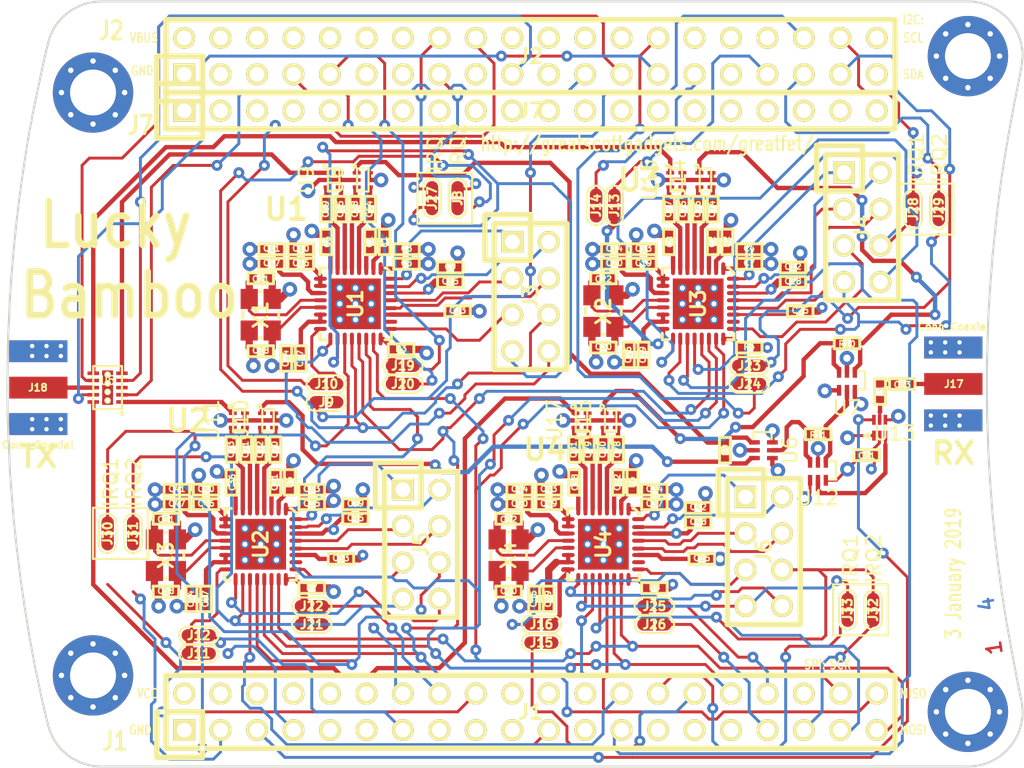
<source format=kicad_pcb>
(kicad_pcb (version 20171130) (host pcbnew 5.0.2-bee76a0~70~ubuntu18.04.1)
  (layers (0 F.Cu signal) (1 C2.Cu power hide) (2 C3.Cu power hide) (31 B.Cu signal) (35 F.Paste user) (36 B.SilkS user) (37 F.SilkS user) (38 B.Mask user) (39 F.Mask user) (44 Edge.Cuts user))
  (net 0 "")
  (net 1 GND)
  (net 2 VCC)
  (net 3 "Net-(C1-Pad2)")
  (net 4 "Net-(C2-Pad2)")
  (net 5 "Net-(C3-Pad2)")
  (net 6 "Net-(C4-Pad2)")
  (net 7 "Net-(C6-Pad1)")
  (net 8 "Net-(C8-Pad1)")
  (net 9 "Net-(C10-Pad1)")
  (net 10 "Net-(C11-Pad1)")
  (net 11 "Net-(C13-Pad1)")
  (net 12 "Net-(C14-Pad1)")
  (net 13 "Net-(C21-Pad1)")
  (net 14 "Net-(C22-Pad1)")
  (net 15 "Net-(C23-Pad2)")
  (net 16 "Net-(C24-Pad1)")
  (net 17 "Net-(C25-Pad2)")
  (net 18 "Net-(C26-Pad1)")
  (net 19 "Net-(C28-Pad1)")
  (net 20 "Net-(C30-Pad1)")
  (net 21 "Net-(C31-Pad2)")
  (net 22 "Net-(C32-Pad2)")
  (net 23 "Net-(C33-Pad2)")
  (net 24 "Net-(C34-Pad2)")
  (net 25 "Net-(C36-Pad1)")
  (net 26 "Net-(C38-Pad1)")
  (net 27 "Net-(C40-Pad1)")
  (net 28 "Net-(C41-Pad1)")
  (net 29 "Net-(C43-Pad1)")
  (net 30 "Net-(C44-Pad1)")
  (net 31 "Net-(C51-Pad1)")
  (net 32 "Net-(C52-Pad1)")
  (net 33 "Net-(C53-Pad2)")
  (net 34 "Net-(C54-Pad1)")
  (net 35 "Net-(C55-Pad2)")
  (net 36 "Net-(C56-Pad1)")
  (net 37 "Net-(C58-Pad1)")
  (net 38 "Net-(C60-Pad1)")
  (net 39 /RFOUT1)
  (net 40 /RFOUT2)
  (net 41 "Net-(C63-Pad2)")
  (net 42 "Net-(C63-Pad1)")
  (net 43 "Net-(C64-Pad1)")
  (net 44 "Net-(C65-Pad1)")
  (net 45 /RFOUT1_P)
  (net 46 /RFOUT1_N)
  (net 47 /RFOUT2_P)
  (net 48 /RFOUT2_N)
  (net 49 /RFOUT3)
  (net 50 /RFOUT4)
  (net 51 "Net-(C74-Pad1)")
  (net 52 "Net-(C75-Pad1)")
  (net 53 /RFOUT3_P)
  (net 54 /RFOUT3_N)
  (net 55 /RFOUT4_P)
  (net 56 /RFOUT4_N)
  (net 57 /P4_9)
  (net 58 /P0_0)
  (net 59 /P4_10)
  (net 60 /P0_1)
  (net 61 /P1_0)
  (net 62 /P5_0)
  (net 63 /P5_1)
  (net 64 /P1_1)
  (net 65 /CLK0)
  (net 66 /P1_2)
  (net 67 /P1_5)
  (net 68 /P5_2)
  (net 69 /P1_7)
  (net 70 /P1_6)
  (net 71 /P1_9)
  (net 72 /P1_8)
  (net 73 /P5_3)
  (net 74 /P1_10)
  (net 75 /P1_12)
  (net 76 /P1_11)
  (net 77 /P5_5)
  (net 78 /P5_4)
  (net 79 /P1_14)
  (net 80 /P1_13)
  (net 81 /P5_6)
  (net 82 /P1_15)
  (net 83 /P5_7)
  (net 84 /P1_16)
  (net 85 /P1_18)
  (net 86 /P1_17)
  (net 87 /P9_5)
  (net 88 /P9_6)
  (net 89 /P2_0)
  (net 90 /P6_0)
  (net 91 /P1_20)
  (net 92 /P1_19)
  (net 93 /P1_4)
  (net 94 /P1_3)
  (net 95 "Net-(J2-Pad2)")
  (net 96 /P4_8)
  (net 97 /P4_0)
  (net 98 /ADC0_0)
  (net 99 /P4_5)
  (net 100 /P4_4)
  (net 101 /P4_2)
  (net 102 /P4_3)
  (net 103 /P4_6)
  (net 104 /P4_7)
  (net 105 /CLK2)
  (net 106 /P2_8)
  (net 107 /P2_7)
  (net 108 /P2_6)
  (net 109 /P7_7)
  (net 110 /WAKEUP0)
  (net 111 /P2_5)
  (net 112 /P2_4)
  (net 113 /P2_3)
  (net 114 /PF_4)
  (net 115 /P3_2)
  (net 116 /P7_2)
  (net 117 /P3_1)
  (net 118 /P7_1)
  (net 119 /P3_0)
  (net 120 /P7_0)
  (net 121 /P3_4)
  (net 122 /P6_8)
  (net 123 /P3_7)
  (net 124 /P6_7)
  (net 125 /P3_3)
  (net 126 /P2_2)
  (net 127 /P6_6)
  (net 128 /P2_1)
  (net 129 /P6_3)
  (net 130 /P3_5)
  (net 131 /P3_6)
  (net 132 /I2C0_SDA)
  (net 133 /I2C0_SCL)
  (net 134 /P6_4)
  (net 135 /P6_5)
  (net 136 /ADC0_5)
  (net 137 /ADC0_2)
  (net 138 /P2_9)
  (net 139 /P2_12)
  (net 140 /P2_13)
  (net 141 /RTC_ALARM)
  (net 142 /RESET)
  (net 143 /VBAT)
  (net 144 /P2_11)
  (net 145 /P2_10)
  (net 146 /P6_10)
  (net 147 /P6_9)
  (net 148 /P6_2)
  (net 149 /P6_1)
  (net 150 /DT1)
  (net 151 /DT2)
  (net 152 /DT3)
  (net 153 /DT4)
  (net 154 /DR1)
  (net 155 /DR2)
  (net 156 /DR3)
  (net 157 /DR4)
  (net 158 "Net-(J18-Pad1)")
  (net 159 /~CS~1)
  (net 160 /~CS~2)
  (net 161 /~CS~3)
  (net 162 /~CS~4)
  (net 163 /TRFS1)
  (net 164 /TRFS2)
  (net 165 /TRFS3)
  (net 166 /TRFS4)
  (net 167 /IRQ1)
  (net 168 /IRQ2)
  (net 169 /IRQ3)
  (net 170 /IRQ4)
  (net 171 "Net-(R1-Pad2)")
  (net 172 "Net-(R2-Pad2)")
  (net 173 "Net-(R5-Pad2)")
  (net 174 "Net-(R6-Pad2)")
  (net 175 "Net-(U5-Pad3)")
  (net 176 /RFIN1_P)
  (net 177 /RFIN1_N)
  (net 178 /RFIN2_P)
  (net 179 "Net-(C70-Pad1)")
  (net 180 "Net-(C71-Pad1)")
  (net 181 /RFIN2_N)
  (net 182 /RFIN3_P)
  (net 183 /RFIN3_N)
  (net 184 /RFIN4_P)
  (net 185 "Net-(C78-Pad1)")
  (net 186 "Net-(C79-Pad1)")
  (net 187 /RFIN4_N)
  (net 188 /PABIAOP1)
  (net 189 /PAVSUP1)
  (net 190 /XOSC32KN1)
  (net 191 /XOSC32KP1)
  (net 192 /TXEN1)
  (net 193 /PABIAOP3)
  (net 194 /PAVSUP3)
  (net 195 /XOSC32KN3)
  (net 196 /XOSC32KP3)
  (net 197 /TXEN3)
  (net 198 /PABIAOP2)
  (net 199 /PAVSUP2)
  (net 200 /XOSC32KN2)
  (net 201 /XOSC32KP2)
  (net 202 /TXEN2)
  (net 203 /PABIAOP4)
  (net 204 /PAVSUP4)
  (net 205 /XOSC32KN4)
  (net 206 /XOSC32KP4)
  (net 207 /TXEN4)
  (net 208 /RFIN)
  (net 209 /RXEN1)
  (net 210 /RXEN2)
  (net 211 /RXEN3)
  (net 212 /RXEN4)
  (net 213 /RFIN1)
  (net 214 /RFIN2)
  (net 215 /RFIN3)
  (net 216 /RFIN4)
  (net 217 "Net-(C68-Pad1)")
  (net 218 "Net-(C69-Pad1)")
  (net 219 "Net-(C72-Pad1)")
  (net 220 "Net-(C73-Pad1)")
  (net 221 "Net-(C76-Pad1)")
  (net 222 "Net-(C77-Pad1)")
  (net 223 "Net-(C80-Pad1)")
  (net 224 "Net-(C81-Pad1)")
  (net 225 "Net-(R11-Pad2)")
  (net 226 "Net-(R11-Pad1)")
  (net 227 "Net-(U12-Pad5)")
  (module gsg-modules:HEADER-2x20 (layer F.Cu) (at 146.05 118.11)
    (fp_text reference J1 (at 0 0) (layer F.SilkS) (effects (font (size 1.016 1.016) (thickness 0.2032))))
    (fp_text value NEIGHBOR1 hide)
    (pad 1 thru_hole rect (at -24.13 1.27) (size 1.524 1.524) (drill 1.016) (layers *.Cu *.Mask F.SilkS) (net 1 GND))
    (pad 2 thru_hole circle (at -24.13 -1.27) (size 1.524 1.524) (drill 1.016) (layers *.Cu *.Mask F.SilkS) (net 2 VCC))
    (pad 3 thru_hole circle (at -21.59 1.27) (size 1.524 1.524) (drill 1.016) (layers *.Cu *.Mask F.SilkS) (net 57 /P4_9))
    (pad 4 thru_hole circle (at -21.59 -1.27) (size 1.524 1.524) (drill 1.016) (layers *.Cu *.Mask F.SilkS) (net 58 /P0_0))
    (pad 5 thru_hole circle (at -19.05 1.27) (size 1.524 1.524) (drill 1.016) (layers *.Cu *.Mask F.SilkS) (net 59 /P4_10))
    (pad 6 thru_hole circle (at -19.05 -1.27) (size 1.524 1.524) (drill 1.016) (layers *.Cu *.Mask F.SilkS) (net 60 /P0_1))
    (pad 7 thru_hole circle (at -16.51 1.27) (size 1.524 1.524) (drill 1.016) (layers *.Cu *.Mask F.SilkS) (net 61 /P1_0))
    (pad 8 thru_hole circle (at -16.51 -1.27) (size 1.524 1.524) (drill 1.016) (layers *.Cu *.Mask F.SilkS) (net 62 /P5_0))
    (pad 9 thru_hole circle (at -13.97 1.27) (size 1.524 1.524) (drill 1.016) (layers *.Cu *.Mask F.SilkS) (net 63 /P5_1))
    (pad 10 thru_hole circle (at -13.97 -1.27) (size 1.524 1.524) (drill 1.016) (layers *.Cu *.Mask F.SilkS) (net 64 /P1_1))
    (pad 11 thru_hole circle (at -11.43 1.27) (size 1.524 1.524) (drill 1.016) (layers *.Cu *.Mask F.SilkS) (net 65 /CLK0))
    (pad 12 thru_hole circle (at -11.43 -1.27) (size 1.524 1.524) (drill 1.016) (layers *.Cu *.Mask F.SilkS) (net 66 /P1_2))
    (pad 13 thru_hole circle (at -8.89 1.27) (size 1.524 1.524) (drill 1.016) (layers *.Cu *.Mask F.SilkS) (net 67 /P1_5))
    (pad 14 thru_hole circle (at -8.89 -1.27) (size 1.524 1.524) (drill 1.016) (layers *.Cu *.Mask F.SilkS) (net 68 /P5_2))
    (pad 15 thru_hole circle (at -6.35 1.27) (size 1.524 1.524) (drill 1.016) (layers *.Cu *.Mask F.SilkS) (net 69 /P1_7))
    (pad 16 thru_hole circle (at -6.35 -1.27) (size 1.524 1.524) (drill 1.016) (layers *.Cu *.Mask F.SilkS) (net 70 /P1_6))
    (pad 17 thru_hole circle (at -3.81 1.27) (size 1.524 1.524) (drill 1.016) (layers *.Cu *.Mask F.SilkS) (net 71 /P1_9))
    (pad 18 thru_hole circle (at -3.81 -1.27) (size 1.524 1.524) (drill 1.016) (layers *.Cu *.Mask F.SilkS) (net 72 /P1_8))
    (pad 19 thru_hole circle (at -1.27 1.27) (size 1.524 1.524) (drill 1.016) (layers *.Cu *.Mask F.SilkS) (net 73 /P5_3))
    (pad 20 thru_hole circle (at -1.27 -1.27) (size 1.524 1.524) (drill 1.016) (layers *.Cu *.Mask F.SilkS) (net 74 /P1_10))
    (pad 21 thru_hole circle (at 1.27 1.27) (size 1.524 1.524) (drill 1.016) (layers *.Cu *.Mask F.SilkS) (net 75 /P1_12))
    (pad 22 thru_hole circle (at 1.27 -1.27) (size 1.524 1.524) (drill 1.016) (layers *.Cu *.Mask F.SilkS) (net 76 /P1_11))
    (pad 23 thru_hole circle (at 3.81 1.27) (size 1.524 1.524) (drill 1.016) (layers *.Cu *.Mask F.SilkS) (net 77 /P5_5))
    (pad 24 thru_hole circle (at 3.81 -1.27) (size 1.524 1.524) (drill 1.016) (layers *.Cu *.Mask F.SilkS) (net 78 /P5_4))
    (pad 25 thru_hole circle (at 6.35 1.27) (size 1.524 1.524) (drill 1.016) (layers *.Cu *.Mask F.SilkS) (net 79 /P1_14))
    (pad 26 thru_hole circle (at 6.35 -1.27) (size 1.524 1.524) (drill 1.016) (layers *.Cu *.Mask F.SilkS) (net 80 /P1_13))
    (pad 27 thru_hole circle (at 8.89 1.27) (size 1.524 1.524) (drill 1.016) (layers *.Cu *.Mask F.SilkS) (net 81 /P5_6))
    (pad 28 thru_hole circle (at 8.89 -1.27) (size 1.524 1.524) (drill 1.016) (layers *.Cu *.Mask F.SilkS) (net 82 /P1_15))
    (pad 29 thru_hole circle (at 11.43 1.27) (size 1.524 1.524) (drill 1.016) (layers *.Cu *.Mask F.SilkS) (net 83 /P5_7))
    (pad 30 thru_hole circle (at 11.43 -1.27) (size 1.524 1.524) (drill 1.016) (layers *.Cu *.Mask F.SilkS) (net 84 /P1_16))
    (pad 31 thru_hole circle (at 13.97 1.27) (size 1.524 1.524) (drill 1.016) (layers *.Cu *.Mask F.SilkS) (net 85 /P1_18))
    (pad 32 thru_hole circle (at 13.97 -1.27) (size 1.524 1.524) (drill 1.016) (layers *.Cu *.Mask F.SilkS) (net 86 /P1_17))
    (pad 33 thru_hole circle (at 16.51 1.27) (size 1.524 1.524) (drill 1.016) (layers *.Cu *.Mask F.SilkS) (net 87 /P9_5))
    (pad 34 thru_hole circle (at 16.51 -1.27) (size 1.524 1.524) (drill 1.016) (layers *.Cu *.Mask F.SilkS) (net 88 /P9_6))
    (pad 35 thru_hole circle (at 19.05 1.27) (size 1.524 1.524) (drill 1.016) (layers *.Cu *.Mask F.SilkS) (net 89 /P2_0))
    (pad 36 thru_hole circle (at 19.05 -1.27) (size 1.524 1.524) (drill 1.016) (layers *.Cu *.Mask F.SilkS) (net 90 /P6_0))
    (pad 37 thru_hole circle (at 21.59 1.27) (size 1.524 1.524) (drill 1.016) (layers *.Cu *.Mask F.SilkS) (net 91 /P1_20))
    (pad 38 thru_hole circle (at 21.59 -1.27) (size 1.524 1.524) (drill 1.016) (layers *.Cu *.Mask F.SilkS) (net 92 /P1_19))
    (pad 39 thru_hole circle (at 24.13 1.27) (size 1.524 1.524) (drill 1.016) (layers *.Cu *.Mask F.SilkS) (net 93 /P1_4))
    (pad 40 thru_hole circle (at 24.13 -1.27) (size 1.524 1.524) (drill 1.016) (layers *.Cu *.Mask F.SilkS) (net 94 /P1_3))
  )
  (module gsg-modules:HEADER-2x20 (layer F.Cu) (at 146.05 72.39)
    (fp_text reference J2 (at 0 0) (layer F.SilkS) (effects (font (size 1.016 1.016) (thickness 0.2032))))
    (fp_text value NEIGHBOR2 hide)
    (pad 1 thru_hole rect (at -24.13 1.27) (size 1.524 1.524) (drill 1.016) (layers *.Cu *.Mask F.SilkS) (net 1 GND))
    (pad 2 thru_hole circle (at -24.13 -1.27) (size 1.524 1.524) (drill 1.016) (layers *.Cu *.Mask F.SilkS) (net 95 "Net-(J2-Pad2)"))
    (pad 3 thru_hole circle (at -21.59 1.27) (size 1.524 1.524) (drill 1.016) (layers *.Cu *.Mask F.SilkS) (net 96 /P4_8))
    (pad 4 thru_hole circle (at -21.59 -1.27) (size 1.524 1.524) (drill 1.016) (layers *.Cu *.Mask F.SilkS) (net 97 /P4_0))
    (pad 5 thru_hole circle (at -19.05 1.27) (size 1.524 1.524) (drill 1.016) (layers *.Cu *.Mask F.SilkS) (net 98 /ADC0_0))
    (pad 6 thru_hole circle (at -19.05 -1.27) (size 1.524 1.524) (drill 1.016) (layers *.Cu *.Mask F.SilkS) (net 99 /P4_5))
    (pad 7 thru_hole circle (at -16.51 1.27) (size 1.524 1.524) (drill 1.016) (layers *.Cu *.Mask F.SilkS) (net 100 /P4_4))
    (pad 8 thru_hole circle (at -16.51 -1.27) (size 1.524 1.524) (drill 1.016) (layers *.Cu *.Mask F.SilkS) (net 101 /P4_2))
    (pad 9 thru_hole circle (at -13.97 1.27) (size 1.524 1.524) (drill 1.016) (layers *.Cu *.Mask F.SilkS) (net 102 /P4_3))
    (pad 10 thru_hole circle (at -13.97 -1.27) (size 1.524 1.524) (drill 1.016) (layers *.Cu *.Mask F.SilkS) (net 103 /P4_6))
    (pad 11 thru_hole circle (at -11.43 1.27) (size 1.524 1.524) (drill 1.016) (layers *.Cu *.Mask F.SilkS) (net 104 /P4_7))
    (pad 12 thru_hole circle (at -11.43 -1.27) (size 1.524 1.524) (drill 1.016) (layers *.Cu *.Mask F.SilkS) (net 105 /CLK2))
    (pad 13 thru_hole circle (at -8.89 1.27) (size 1.524 1.524) (drill 1.016) (layers *.Cu *.Mask F.SilkS) (net 106 /P2_8))
    (pad 14 thru_hole circle (at -8.89 -1.27) (size 1.524 1.524) (drill 1.016) (layers *.Cu *.Mask F.SilkS) (net 107 /P2_7))
    (pad 15 thru_hole circle (at -6.35 1.27) (size 1.524 1.524) (drill 1.016) (layers *.Cu *.Mask F.SilkS) (net 108 /P2_6))
    (pad 16 thru_hole circle (at -6.35 -1.27) (size 1.524 1.524) (drill 1.016) (layers *.Cu *.Mask F.SilkS) (net 109 /P7_7))
    (pad 17 thru_hole circle (at -3.81 1.27) (size 1.524 1.524) (drill 1.016) (layers *.Cu *.Mask F.SilkS) (net 110 /WAKEUP0))
    (pad 18 thru_hole circle (at -3.81 -1.27) (size 1.524 1.524) (drill 1.016) (layers *.Cu *.Mask F.SilkS) (net 111 /P2_5))
    (pad 19 thru_hole circle (at -1.27 1.27) (size 1.524 1.524) (drill 1.016) (layers *.Cu *.Mask F.SilkS) (net 112 /P2_4))
    (pad 20 thru_hole circle (at -1.27 -1.27) (size 1.524 1.524) (drill 1.016) (layers *.Cu *.Mask F.SilkS) (net 113 /P2_3))
    (pad 21 thru_hole circle (at 1.27 1.27) (size 1.524 1.524) (drill 1.016) (layers *.Cu *.Mask F.SilkS) (net 114 /PF_4))
    (pad 22 thru_hole circle (at 1.27 -1.27) (size 1.524 1.524) (drill 1.016) (layers *.Cu *.Mask F.SilkS) (net 115 /P3_2))
    (pad 23 thru_hole circle (at 3.81 1.27) (size 1.524 1.524) (drill 1.016) (layers *.Cu *.Mask F.SilkS) (net 116 /P7_2))
    (pad 24 thru_hole circle (at 3.81 -1.27) (size 1.524 1.524) (drill 1.016) (layers *.Cu *.Mask F.SilkS) (net 117 /P3_1))
    (pad 25 thru_hole circle (at 6.35 1.27) (size 1.524 1.524) (drill 1.016) (layers *.Cu *.Mask F.SilkS) (net 118 /P7_1))
    (pad 26 thru_hole circle (at 6.35 -1.27) (size 1.524 1.524) (drill 1.016) (layers *.Cu *.Mask F.SilkS) (net 119 /P3_0))
    (pad 27 thru_hole circle (at 8.89 1.27) (size 1.524 1.524) (drill 1.016) (layers *.Cu *.Mask F.SilkS) (net 120 /P7_0))
    (pad 28 thru_hole circle (at 8.89 -1.27) (size 1.524 1.524) (drill 1.016) (layers *.Cu *.Mask F.SilkS) (net 121 /P3_4))
    (pad 29 thru_hole circle (at 11.43 1.27) (size 1.524 1.524) (drill 1.016) (layers *.Cu *.Mask F.SilkS) (net 122 /P6_8))
    (pad 30 thru_hole circle (at 11.43 -1.27) (size 1.524 1.524) (drill 1.016) (layers *.Cu *.Mask F.SilkS) (net 123 /P3_7))
    (pad 31 thru_hole circle (at 13.97 1.27) (size 1.524 1.524) (drill 1.016) (layers *.Cu *.Mask F.SilkS) (net 124 /P6_7))
    (pad 32 thru_hole circle (at 13.97 -1.27) (size 1.524 1.524) (drill 1.016) (layers *.Cu *.Mask F.SilkS) (net 125 /P3_3))
    (pad 33 thru_hole circle (at 16.51 1.27) (size 1.524 1.524) (drill 1.016) (layers *.Cu *.Mask F.SilkS) (net 126 /P2_2))
    (pad 34 thru_hole circle (at 16.51 -1.27) (size 1.524 1.524) (drill 1.016) (layers *.Cu *.Mask F.SilkS) (net 127 /P6_6))
    (pad 35 thru_hole circle (at 19.05 1.27) (size 1.524 1.524) (drill 1.016) (layers *.Cu *.Mask F.SilkS) (net 128 /P2_1))
    (pad 36 thru_hole circle (at 19.05 -1.27) (size 1.524 1.524) (drill 1.016) (layers *.Cu *.Mask F.SilkS) (net 129 /P6_3))
    (pad 37 thru_hole circle (at 21.59 1.27) (size 1.524 1.524) (drill 1.016) (layers *.Cu *.Mask F.SilkS) (net 130 /P3_5))
    (pad 38 thru_hole circle (at 21.59 -1.27) (size 1.524 1.524) (drill 1.016) (layers *.Cu *.Mask F.SilkS) (net 131 /P3_6))
    (pad 39 thru_hole circle (at 24.13 1.27) (size 1.524 1.524) (drill 1.016) (layers *.Cu *.Mask F.SilkS) (net 132 /I2C0_SDA))
    (pad 40 thru_hole circle (at 24.13 -1.27) (size 1.524 1.524) (drill 1.016) (layers *.Cu *.Mask F.SilkS) (net 133 /I2C0_SCL))
  )
  (module gsg-modules:HOLE126MIL-COPPER (layer F.Cu) (at 115.57 74.93)
    (fp_text reference MH1 hide)
    (fp_text value MOUNTING_HOLE hide)
    (pad 1 thru_hole circle (at 0 0) (size 5.6 5.6) (drill 3.2004) (layers *.Cu *.Mask) (net 1 GND))
    (pad 1 thru_hole circle (at 0 -2.2) (size 0.6 0.6) (drill 0.381) (layers *.Cu *.Mask) (net 1 GND))
    (pad 1 thru_hole circle (at -2.2 0) (size 0.6 0.6) (drill 0.381) (layers *.Cu *.Mask) (net 1 GND))
    (pad 1 thru_hole circle (at 0 2.2) (size 0.6 0.6) (drill 0.381) (layers *.Cu *.Mask) (net 1 GND))
    (pad 1 thru_hole circle (at 2.2 0) (size 0.6 0.6) (drill 0.381) (layers *.Cu *.Mask) (net 1 GND))
    (pad 1 thru_hole circle (at 1.55 -1.55) (size 0.6 0.6) (drill 0.381) (layers *.Cu *.Mask) (net 1 GND))
    (pad 1 thru_hole circle (at -1.55 -1.55) (size 0.6 0.6) (drill 0.381) (layers *.Cu *.Mask) (net 1 GND))
    (pad 1 thru_hole circle (at -1.55 1.55) (size 0.6 0.6) (drill 0.381) (layers *.Cu *.Mask) (net 1 GND))
    (pad 1 thru_hole circle (at 1.55 1.55) (size 0.6 0.6) (drill 0.381) (layers *.Cu *.Mask) (net 1 GND))
  )
  (module gsg-modules:HOLE126MIL-COPPER (layer F.Cu) (at 115.57 115.57)
    (fp_text reference MH2 hide)
    (fp_text value MOUNTING_HOLE hide)
    (pad 1 thru_hole circle (at 0 0) (size 5.6 5.6) (drill 3.2004) (layers *.Cu *.Mask) (net 1 GND))
    (pad 1 thru_hole circle (at 0 -2.2) (size 0.6 0.6) (drill 0.381) (layers *.Cu *.Mask) (net 1 GND))
    (pad 1 thru_hole circle (at -2.2 0) (size 0.6 0.6) (drill 0.381) (layers *.Cu *.Mask) (net 1 GND))
    (pad 1 thru_hole circle (at 0 2.2) (size 0.6 0.6) (drill 0.381) (layers *.Cu *.Mask) (net 1 GND))
    (pad 1 thru_hole circle (at 2.2 0) (size 0.6 0.6) (drill 0.381) (layers *.Cu *.Mask) (net 1 GND))
    (pad 1 thru_hole circle (at 1.55 -1.55) (size 0.6 0.6) (drill 0.381) (layers *.Cu *.Mask) (net 1 GND))
    (pad 1 thru_hole circle (at -1.55 -1.55) (size 0.6 0.6) (drill 0.381) (layers *.Cu *.Mask) (net 1 GND))
    (pad 1 thru_hole circle (at -1.55 1.55) (size 0.6 0.6) (drill 0.381) (layers *.Cu *.Mask) (net 1 GND))
    (pad 1 thru_hole circle (at 1.55 1.55) (size 0.6 0.6) (drill 0.381) (layers *.Cu *.Mask) (net 1 GND))
  )
  (module gsg-modules:HOLE126MIL-COPPER (layer F.Cu) (at 176.53 118.11)
    (fp_text reference MH3 hide)
    (fp_text value MOUNTING_HOLE hide)
    (pad 1 thru_hole circle (at 0 0) (size 5.6 5.6) (drill 3.2004) (layers *.Cu *.Mask) (net 1 GND))
    (pad 1 thru_hole circle (at 0 -2.2) (size 0.6 0.6) (drill 0.381) (layers *.Cu *.Mask) (net 1 GND))
    (pad 1 thru_hole circle (at -2.2 0) (size 0.6 0.6) (drill 0.381) (layers *.Cu *.Mask) (net 1 GND))
    (pad 1 thru_hole circle (at 0 2.2) (size 0.6 0.6) (drill 0.381) (layers *.Cu *.Mask) (net 1 GND))
    (pad 1 thru_hole circle (at 2.2 0) (size 0.6 0.6) (drill 0.381) (layers *.Cu *.Mask) (net 1 GND))
    (pad 1 thru_hole circle (at 1.55 -1.55) (size 0.6 0.6) (drill 0.381) (layers *.Cu *.Mask) (net 1 GND))
    (pad 1 thru_hole circle (at -1.55 -1.55) (size 0.6 0.6) (drill 0.381) (layers *.Cu *.Mask) (net 1 GND))
    (pad 1 thru_hole circle (at -1.55 1.55) (size 0.6 0.6) (drill 0.381) (layers *.Cu *.Mask) (net 1 GND))
    (pad 1 thru_hole circle (at 1.55 1.55) (size 0.6 0.6) (drill 0.381) (layers *.Cu *.Mask) (net 1 GND))
  )
  (module gsg-modules:HOLE126MIL-COPPER (layer F.Cu) (at 176.53 72.39)
    (fp_text reference MH4 hide)
    (fp_text value MOUNTING_HOLE hide)
    (pad 1 thru_hole circle (at 0 0) (size 5.6 5.6) (drill 3.2004) (layers *.Cu *.Mask) (net 1 GND))
    (pad 1 thru_hole circle (at 0 -2.2) (size 0.6 0.6) (drill 0.381) (layers *.Cu *.Mask) (net 1 GND))
    (pad 1 thru_hole circle (at -2.2 0) (size 0.6 0.6) (drill 0.381) (layers *.Cu *.Mask) (net 1 GND))
    (pad 1 thru_hole circle (at 0 2.2) (size 0.6 0.6) (drill 0.381) (layers *.Cu *.Mask) (net 1 GND))
    (pad 1 thru_hole circle (at 2.2 0) (size 0.6 0.6) (drill 0.381) (layers *.Cu *.Mask) (net 1 GND))
    (pad 1 thru_hole circle (at 1.55 -1.55) (size 0.6 0.6) (drill 0.381) (layers *.Cu *.Mask) (net 1 GND))
    (pad 1 thru_hole circle (at -1.55 -1.55) (size 0.6 0.6) (drill 0.381) (layers *.Cu *.Mask) (net 1 GND))
    (pad 1 thru_hole circle (at -1.55 1.55) (size 0.6 0.6) (drill 0.381) (layers *.Cu *.Mask) (net 1 GND))
    (pad 1 thru_hole circle (at 1.55 1.55) (size 0.6 0.6) (drill 0.381) (layers *.Cu *.Mask) (net 1 GND))
  )
  (module gsg-modules:0603-JUMPER (layer F.Cu) (at 131.826 96.52 180)
    (fp_text reference J9 (at 0 0 180) (layer F.SilkS) (effects (font (size 0.6096 0.6096) (thickness 0.1524))))
    (fp_text value TEST_2P hide)
    (pad 1 smd oval (at -0.6477 0 180) (size 1.0922 0.8636) (layers F.Cu F.Mask) (net 154 /DR1))
    (pad 2 smd rect (at 0.3556 0 180) (size 0.508 0.8636) (layers F.Cu F.Mask) (net 129 /P6_3))
    (pad 1 smd rect (at -0.3556 0 180) (size 0.508 0.8636) (layers F.Cu F.Mask) (net 154 /DR1))
    (pad 2 smd oval (at 0.6477 0 180) (size 1.0922 0.8636) (layers F.Cu F.Mask) (net 129 /P6_3))
  )
  (module gsg-modules:0603-JUMPER (layer F.Cu) (at 131.826 95.25 180)
    (fp_text reference J10 (at 0 0 180) (layer F.SilkS) (effects (font (size 0.6096 0.6096) (thickness 0.1524))))
    (fp_text value TEST_2P hide)
    (pad 1 smd oval (at -0.6477 0 180) (size 1.0922 0.8636) (layers F.Cu F.Mask) (net 154 /DR1))
    (pad 2 smd rect (at 0.3556 0 180) (size 0.508 0.8636) (layers F.Cu F.Mask) (net 111 /P2_5))
    (pad 1 smd rect (at -0.3556 0 180) (size 0.508 0.8636) (layers F.Cu F.Mask) (net 154 /DR1))
    (pad 2 smd oval (at 0.6477 0 180) (size 1.0922 0.8636) (layers F.Cu F.Mask) (net 111 /P2_5))
  )
  (module gsg-modules:0603-JUMPER (layer F.Cu) (at 122.936 114.046)
    (fp_text reference J11 (at 0 0) (layer F.SilkS) (effects (font (size 0.6096 0.6096) (thickness 0.1524))))
    (fp_text value TEST_2P hide)
    (pad 1 smd oval (at -0.6477 0) (size 1.0922 0.8636) (layers F.Cu F.Mask) (net 155 /DR2))
    (pad 2 smd rect (at 0.3556 0) (size 0.508 0.8636) (layers F.Cu F.Mask) (net 61 /P1_0))
    (pad 1 smd rect (at -0.3556 0) (size 0.508 0.8636) (layers F.Cu F.Mask) (net 155 /DR2))
    (pad 2 smd oval (at 0.6477 0) (size 1.0922 0.8636) (layers F.Cu F.Mask) (net 61 /P1_0))
  )
  (module gsg-modules:0603-JUMPER (layer F.Cu) (at 122.936 112.776)
    (fp_text reference J12 (at 0 0) (layer F.SilkS) (effects (font (size 0.6096 0.6096) (thickness 0.1524))))
    (fp_text value TEST_2P hide)
    (pad 1 smd oval (at -0.6477 0) (size 1.0922 0.8636) (layers F.Cu F.Mask) (net 155 /DR2))
    (pad 2 smd rect (at 0.3556 0) (size 0.508 0.8636) (layers F.Cu F.Mask) (net 67 /P1_5))
    (pad 1 smd rect (at -0.3556 0) (size 0.508 0.8636) (layers F.Cu F.Mask) (net 155 /DR2))
    (pad 2 smd oval (at 0.6477 0) (size 1.0922 0.8636) (layers F.Cu F.Mask) (net 67 /P1_5))
  )
  (module gsg-modules:0603-JUMPER (layer F.Cu) (at 151.892 82.804 90)
    (fp_text reference J13 (at 0 0 90) (layer F.SilkS) (effects (font (size 0.6096 0.6096) (thickness 0.1524))))
    (fp_text value TEST_2P hide)
    (pad 1 smd oval (at -0.6477 0 90) (size 1.0922 0.8636) (layers F.Cu F.Mask) (net 156 /DR3))
    (pad 2 smd rect (at 0.3556 0 90) (size 0.508 0.8636) (layers F.Cu F.Mask) (net 126 /P2_2))
    (pad 1 smd rect (at -0.3556 0 90) (size 0.508 0.8636) (layers F.Cu F.Mask) (net 156 /DR3))
    (pad 2 smd oval (at 0.6477 0 90) (size 1.0922 0.8636) (layers F.Cu F.Mask) (net 126 /P2_2))
  )
  (module gsg-modules:0603-JUMPER (layer F.Cu) (at 150.622 82.804 90)
    (fp_text reference J14 (at 0 0 90) (layer F.SilkS) (effects (font (size 0.6096 0.6096) (thickness 0.1524))))
    (fp_text value TEST_2P hide)
    (pad 1 smd oval (at -0.6477 0 90) (size 1.0922 0.8636) (layers F.Cu F.Mask) (net 156 /DR3))
    (pad 2 smd rect (at 0.3556 0 90) (size 0.508 0.8636) (layers F.Cu F.Mask) (net 122 /P6_8))
    (pad 1 smd rect (at -0.3556 0 90) (size 0.508 0.8636) (layers F.Cu F.Mask) (net 156 /DR3))
    (pad 2 smd oval (at 0.6477 0 90) (size 1.0922 0.8636) (layers F.Cu F.Mask) (net 122 /P6_8))
  )
  (module gsg-modules:0603-JUMPER (layer F.Cu) (at 146.812 113.284 180)
    (fp_text reference J15 (at 0 0 180) (layer F.SilkS) (effects (font (size 0.6096 0.6096) (thickness 0.1524))))
    (fp_text value TEST_2P hide)
    (pad 1 smd oval (at -0.6477 0 180) (size 1.0922 0.8636) (layers F.Cu F.Mask) (net 157 /DR4))
    (pad 2 smd rect (at 0.3556 0 180) (size 0.508 0.8636) (layers F.Cu F.Mask) (net 84 /P1_16))
    (pad 1 smd rect (at -0.3556 0 180) (size 0.508 0.8636) (layers F.Cu F.Mask) (net 157 /DR4))
    (pad 2 smd oval (at 0.6477 0 180) (size 1.0922 0.8636) (layers F.Cu F.Mask) (net 84 /P1_16))
  )
  (module gsg-modules:0603-JUMPER (layer F.Cu) (at 146.812 112.014 180)
    (fp_text reference J16 (at 0 0 180) (layer F.SilkS) (effects (font (size 0.6096 0.6096) (thickness 0.1524))))
    (fp_text value TEST_2P hide)
    (pad 1 smd oval (at -0.6477 0 180) (size 1.0922 0.8636) (layers F.Cu F.Mask) (net 157 /DR4))
    (pad 2 smd rect (at 0.3556 0 180) (size 0.508 0.8636) (layers F.Cu F.Mask) (net 91 /P1_20))
    (pad 1 smd rect (at -0.3556 0 180) (size 0.508 0.8636) (layers F.Cu F.Mask) (net 157 /DR4))
    (pad 2 smd oval (at 0.6477 0 180) (size 1.0922 0.8636) (layers F.Cu F.Mask) (net 91 /P1_20))
  )
  (module gsg-modules:SMA-EDGE (layer F.Cu) (at 177.546 95.25 180)
    (fp_text reference J17 (at 1.99898 0 180) (layer F.SilkS) (effects (font (size 0.50038 0.50038) (thickness 0.12446))))
    (fp_text value Conn_Coaxial (at 1.99898 4.0005 180) (layer F.SilkS) (effects (font (size 0.50038 0.50038) (thickness 0.12446))))
    (pad 1 smd rect (at 2.032 0 180) (size 4.064 1.524) (layers F.Cu F.Mask) (net 41 "Net-(C63-Pad2)"))
    (pad 2 smd rect (at 2.032 -2.54 180) (size 4.064 1.524) (layers F.Cu F.Mask) (net 1 GND))
    (pad 2 smd rect (at 2.032 2.54 180) (size 4.064 1.524) (layers B.Cu) (net 1 GND))
    (pad 2 smd rect (at 2.032 -2.54 180) (size 4.064 1.524) (layers B.Cu) (net 1 GND))
    (pad 2 smd rect (at 2.032 2.54 180) (size 4.064 1.524) (layers F.Cu F.Mask) (net 1 GND))
    (pad 2 thru_hole circle (at 3.6 -2.2 180) (size 0.762 0.762) (drill 0.3048) (layers *.Cu *.Mask) (net 1 GND))
    (pad 2 thru_hole circle (at 3.6 -2.9 180) (size 0.762 0.762) (drill 0.3048) (layers *.Cu *.Mask) (net 1 GND))
    (pad 2 thru_hole circle (at 2.6 -2.2 180) (size 0.762 0.762) (drill 0.3048) (layers *.Cu *.Mask) (net 1 GND))
    (pad 2 thru_hole circle (at 1.6 -2.2 180) (size 0.762 0.762) (drill 0.3048) (layers *.Cu *.Mask) (net 1 GND))
    (pad 2 thru_hole circle (at 1.6 -2.9 180) (size 0.762 0.762) (drill 0.3048) (layers *.Cu *.Mask) (net 1 GND))
    (pad 2 thru_hole circle (at 2.6 -2.9 180) (size 0.762 0.762) (drill 0.3048) (layers *.Cu *.Mask) (net 1 GND))
    (pad 2 thru_hole circle (at 3.6 2.2 180) (size 0.762 0.762) (drill 0.3048) (layers *.Cu *.Mask) (net 1 GND))
    (pad 2 thru_hole circle (at 2.6 2.2 180) (size 0.762 0.762) (drill 0.3048) (layers *.Cu *.Mask) (net 1 GND))
    (pad 2 thru_hole circle (at 1.6 2.2 180) (size 0.762 0.762) (drill 0.3048) (layers *.Cu *.Mask) (net 1 GND))
    (pad 2 thru_hole circle (at 1.6 2.9 180) (size 0.762 0.762) (drill 0.3048) (layers *.Cu *.Mask) (net 1 GND))
    (pad 2 thru_hole circle (at 2.6 2.9 180) (size 0.762 0.762) (drill 0.3048) (layers *.Cu *.Mask) (net 1 GND))
    (pad 2 thru_hole circle (at 3.6 2.9 180) (size 0.762 0.762) (drill 0.3048) (layers *.Cu *.Mask) (net 1 GND))
  )
  (module gsg-modules:SMA-EDGE (layer F.Cu) (at 109.728 95.504)
    (fp_text reference J18 (at 1.99898 0) (layer F.SilkS) (effects (font (size 0.50038 0.50038) (thickness 0.12446))))
    (fp_text value Conn_Coaxial (at 1.99898 4.0005) (layer F.SilkS) (effects (font (size 0.50038 0.50038) (thickness 0.12446))))
    (pad 1 smd rect (at 2.032 0) (size 4.064 1.524) (layers F.Cu F.Mask) (net 158 "Net-(J18-Pad1)"))
    (pad 2 smd rect (at 2.032 -2.54) (size 4.064 1.524) (layers F.Cu F.Mask) (net 1 GND))
    (pad 2 smd rect (at 2.032 2.54) (size 4.064 1.524) (layers B.Cu) (net 1 GND))
    (pad 2 smd rect (at 2.032 -2.54) (size 4.064 1.524) (layers B.Cu) (net 1 GND))
    (pad 2 smd rect (at 2.032 2.54) (size 4.064 1.524) (layers F.Cu F.Mask) (net 1 GND))
    (pad 2 thru_hole circle (at 3.6 -2.2) (size 0.762 0.762) (drill 0.3048) (layers *.Cu *.Mask) (net 1 GND))
    (pad 2 thru_hole circle (at 3.6 -2.9) (size 0.762 0.762) (drill 0.3048) (layers *.Cu *.Mask) (net 1 GND))
    (pad 2 thru_hole circle (at 2.6 -2.2) (size 0.762 0.762) (drill 0.3048) (layers *.Cu *.Mask) (net 1 GND))
    (pad 2 thru_hole circle (at 1.6 -2.2) (size 0.762 0.762) (drill 0.3048) (layers *.Cu *.Mask) (net 1 GND))
    (pad 2 thru_hole circle (at 1.6 -2.9) (size 0.762 0.762) (drill 0.3048) (layers *.Cu *.Mask) (net 1 GND))
    (pad 2 thru_hole circle (at 2.6 -2.9) (size 0.762 0.762) (drill 0.3048) (layers *.Cu *.Mask) (net 1 GND))
    (pad 2 thru_hole circle (at 3.6 2.2) (size 0.762 0.762) (drill 0.3048) (layers *.Cu *.Mask) (net 1 GND))
    (pad 2 thru_hole circle (at 2.6 2.2) (size 0.762 0.762) (drill 0.3048) (layers *.Cu *.Mask) (net 1 GND))
    (pad 2 thru_hole circle (at 1.6 2.2) (size 0.762 0.762) (drill 0.3048) (layers *.Cu *.Mask) (net 1 GND))
    (pad 2 thru_hole circle (at 1.6 2.9) (size 0.762 0.762) (drill 0.3048) (layers *.Cu *.Mask) (net 1 GND))
    (pad 2 thru_hole circle (at 2.6 2.9) (size 0.762 0.762) (drill 0.3048) (layers *.Cu *.Mask) (net 1 GND))
    (pad 2 thru_hole circle (at 3.6 2.9) (size 0.762 0.762) (drill 0.3048) (layers *.Cu *.Mask) (net 1 GND))
  )
  (module gsg-modules:0603-JUMPER (layer F.Cu) (at 137.16 93.98)
    (fp_text reference J19 (at 0 0) (layer F.SilkS) (effects (font (size 0.6096 0.6096) (thickness 0.1524))))
    (fp_text value TEST_2P hide)
    (pad 1 smd oval (at -0.6477 0) (size 1.0922 0.8636) (layers F.Cu F.Mask) (net 159 /~CS~1))
    (pad 2 smd rect (at 0.3556 0) (size 0.508 0.8636) (layers F.Cu F.Mask) (net 102 /P4_3))
    (pad 1 smd rect (at -0.3556 0) (size 0.508 0.8636) (layers F.Cu F.Mask) (net 159 /~CS~1))
    (pad 2 smd oval (at 0.6477 0) (size 1.0922 0.8636) (layers F.Cu F.Mask) (net 102 /P4_3))
  )
  (module gsg-modules:0603-JUMPER (layer F.Cu) (at 137.16 95.25)
    (fp_text reference J20 (at 0 0) (layer F.SilkS) (effects (font (size 0.6096 0.6096) (thickness 0.1524))))
    (fp_text value TEST_2P hide)
    (pad 1 smd oval (at -0.6477 0) (size 1.0922 0.8636) (layers F.Cu F.Mask) (net 159 /~CS~1))
    (pad 2 smd rect (at 0.3556 0) (size 0.508 0.8636) (layers F.Cu F.Mask) (net 100 /P4_4))
    (pad 1 smd rect (at -0.3556 0) (size 0.508 0.8636) (layers F.Cu F.Mask) (net 159 /~CS~1))
    (pad 2 smd oval (at 0.6477 0) (size 1.0922 0.8636) (layers F.Cu F.Mask) (net 100 /P4_4))
  )
  (module gsg-modules:0603-JUMPER (layer F.Cu) (at 130.81 112.014)
    (fp_text reference J21 (at 0 0) (layer F.SilkS) (effects (font (size 0.6096 0.6096) (thickness 0.1524))))
    (fp_text value TEST_2P hide)
    (pad 1 smd oval (at -0.6477 0) (size 1.0922 0.8636) (layers F.Cu F.Mask) (net 160 /~CS~2))
    (pad 2 smd rect (at 0.3556 0) (size 0.508 0.8636) (layers F.Cu F.Mask) (net 68 /P5_2))
    (pad 1 smd rect (at -0.3556 0) (size 0.508 0.8636) (layers F.Cu F.Mask) (net 160 /~CS~2))
    (pad 2 smd oval (at 0.6477 0) (size 1.0922 0.8636) (layers F.Cu F.Mask) (net 68 /P5_2))
  )
  (module gsg-modules:0603-JUMPER (layer F.Cu) (at 130.81 110.744)
    (fp_text reference J22 (at 0 0) (layer F.SilkS) (effects (font (size 0.6096 0.6096) (thickness 0.1524))))
    (fp_text value TEST_2P hide)
    (pad 1 smd oval (at -0.6477 0) (size 1.0922 0.8636) (layers F.Cu F.Mask) (net 160 /~CS~2))
    (pad 2 smd rect (at 0.3556 0) (size 0.508 0.8636) (layers F.Cu F.Mask) (net 70 /P1_6))
    (pad 1 smd rect (at -0.3556 0) (size 0.508 0.8636) (layers F.Cu F.Mask) (net 160 /~CS~2))
    (pad 2 smd oval (at 0.6477 0) (size 1.0922 0.8636) (layers F.Cu F.Mask) (net 70 /P1_6))
  )
  (module gsg-modules:0603-JUMPER (layer F.Cu) (at 161.29 93.98)
    (fp_text reference J23 (at 0 0) (layer F.SilkS) (effects (font (size 0.6096 0.6096) (thickness 0.1524))))
    (fp_text value TEST_2P hide)
    (pad 1 smd oval (at -0.6477 0) (size 1.0922 0.8636) (layers F.Cu F.Mask) (net 161 /~CS~3))
    (pad 2 smd rect (at 0.3556 0) (size 0.508 0.8636) (layers F.Cu F.Mask) (net 130 /P3_5))
    (pad 1 smd rect (at -0.3556 0) (size 0.508 0.8636) (layers F.Cu F.Mask) (net 161 /~CS~3))
    (pad 2 smd oval (at 0.6477 0) (size 1.0922 0.8636) (layers F.Cu F.Mask) (net 130 /P3_5))
  )
  (module gsg-modules:0603-JUMPER (layer F.Cu) (at 161.29 95.25)
    (fp_text reference J24 (at 0 0) (layer F.SilkS) (effects (font (size 0.6096 0.6096) (thickness 0.1524))))
    (fp_text value TEST_2P hide)
    (pad 1 smd oval (at -0.6477 0) (size 1.0922 0.8636) (layers F.Cu F.Mask) (net 161 /~CS~3))
    (pad 2 smd rect (at 0.3556 0) (size 0.508 0.8636) (layers F.Cu F.Mask) (net 121 /P3_4))
    (pad 1 smd rect (at -0.3556 0) (size 0.508 0.8636) (layers F.Cu F.Mask) (net 161 /~CS~3))
    (pad 2 smd oval (at 0.6477 0) (size 1.0922 0.8636) (layers F.Cu F.Mask) (net 121 /P3_4))
  )
  (module gsg-modules:0603-JUMPER (layer F.Cu) (at 154.686 110.744)
    (fp_text reference J25 (at 0 0) (layer F.SilkS) (effects (font (size 0.6096 0.6096) (thickness 0.1524))))
    (fp_text value TEST_2P hide)
    (pad 1 smd oval (at -0.6477 0) (size 1.0922 0.8636) (layers F.Cu F.Mask) (net 162 /~CS~4))
    (pad 2 smd rect (at 0.3556 0) (size 0.508 0.8636) (layers F.Cu F.Mask) (net 88 /P9_6))
    (pad 1 smd rect (at -0.3556 0) (size 0.508 0.8636) (layers F.Cu F.Mask) (net 162 /~CS~4))
    (pad 2 smd oval (at 0.6477 0) (size 1.0922 0.8636) (layers F.Cu F.Mask) (net 88 /P9_6))
  )
  (module gsg-modules:0603-JUMPER (layer F.Cu) (at 154.686 112.014)
    (fp_text reference J26 (at 0 0) (layer F.SilkS) (effects (font (size 0.6096 0.6096) (thickness 0.1524))))
    (fp_text value TEST_2P hide)
    (pad 1 smd oval (at -0.6477 0) (size 1.0922 0.8636) (layers F.Cu F.Mask) (net 162 /~CS~4))
    (pad 2 smd rect (at 0.3556 0) (size 0.508 0.8636) (layers F.Cu F.Mask) (net 87 /P9_5))
    (pad 1 smd rect (at -0.3556 0) (size 0.508 0.8636) (layers F.Cu F.Mask) (net 162 /~CS~4))
    (pad 2 smd oval (at 0.6477 0) (size 1.0922 0.8636) (layers F.Cu F.Mask) (net 87 /P9_5))
  )
  (module gsg-modules:LFCSP32 (layer F.Cu) (at 127.254 106.426 270)
    (fp_text reference U2 (at 0 0 270) (layer F.SilkS) (effects (font (size 1.00076 1.00076) (thickness 0.2032))))
    (fp_text value ADF7242 hide)
    (pad 1 smd oval (at -2.4511 -1.75006 270) (size 0.89916 0.2794) (layers F.Cu F.Paste F.Mask) (net 23 "Net-(C33-Pad2)"))
    (pad 2 smd oval (at -2.4511 -1.24968 270) (size 0.89916 0.2794) (layers F.Cu F.Paste F.Mask) (net 173 "Net-(R5-Pad2)"))
    (pad 3 smd oval (at -2.4511 -0.7493 270) (size 0.89916 0.2794) (layers F.Cu F.Paste F.Mask) (net 21 "Net-(C31-Pad2)"))
    (pad 4 smd oval (at -2.4511 -0.24892 270) (size 0.89916 0.2794) (layers F.Cu F.Paste F.Mask) (net 178 /RFIN2_P))
    (pad 5 smd oval (at -2.4511 0.24892 270) (size 0.89916 0.2794) (layers F.Cu F.Paste F.Mask) (net 181 /RFIN2_N))
    (pad 6 smd oval (at -2.4511 0.7493 270) (size 0.89916 0.2794) (layers F.Cu F.Paste F.Mask) (net 47 /RFOUT2_P))
    (pad 7 smd oval (at -2.4511 1.24968 270) (size 0.89916 0.2794) (layers F.Cu F.Paste F.Mask) (net 48 /RFOUT2_N))
    (pad 8 smd oval (at -2.4511 1.75006 270) (size 0.89916 0.2794) (layers F.Cu F.Paste F.Mask) (net 25 "Net-(C36-Pad1)"))
    (pad 0 smd rect (at 0 0 270) (size 3.53314 3.53314) (layers F.Cu F.Mask) (net 1 GND))
    (pad 0 thru_hole circle (at 0 0 270) (size 0.59944 0.59944) (drill 0.3556) (layers *.Cu) (net 1 GND) (clearance -0.09906))
    (pad 0 thru_hole circle (at -1.09982 0 270) (size 0.59944 0.59944) (drill 0.3556) (layers *.Cu) (net 1 GND) (clearance -0.09906))
    (pad 0 thru_hole circle (at -1.09982 -1.09982 270) (size 0.59944 0.59944) (drill 0.3556) (layers *.Cu) (net 1 GND) (clearance -0.09906))
    (pad 0 thru_hole circle (at 0 -1.09982 270) (size 0.59944 0.59944) (drill 0.3556) (layers *.Cu) (net 1 GND) (clearance -0.09906))
    (pad 0 thru_hole circle (at 1.09982 -1.09982 270) (size 0.59944 0.59944) (drill 0.3556) (layers *.Cu) (net 1 GND) (clearance -0.09906))
    (pad 0 thru_hole circle (at 1.09982 0 270) (size 0.59944 0.59944) (drill 0.3556) (layers *.Cu) (net 1 GND) (clearance -0.09906))
    (pad 0 thru_hole circle (at 1.09982 1.09982 270) (size 0.59944 0.59944) (drill 0.3556) (layers *.Cu) (net 1 GND) (clearance -0.09906))
    (pad 0 thru_hole circle (at 0 1.09982 270) (size 0.59944 0.59944) (drill 0.3556) (layers *.Cu) (net 1 GND) (clearance -0.09906))
    (pad 0 thru_hole circle (at -1.09982 1.09982 270) (size 0.59944 0.59944) (drill 0.3556) (layers *.Cu) (net 1 GND) (clearance -0.09906))
    (pad 9 smd oval (at -1.75006 2.4511) (size 0.89916 0.2794) (layers F.Cu F.Paste F.Mask) (net 27 "Net-(C40-Pad1)"))
    (pad 10 smd oval (at -1.24968 2.4511) (size 0.89916 0.2794) (layers F.Cu F.Paste F.Mask) (net 27 "Net-(C40-Pad1)"))
    (pad 11 smd oval (at -0.7493 2.4511) (size 0.89916 0.2794) (layers F.Cu F.Paste F.Mask) (net 28 "Net-(C41-Pad1)"))
    (pad 12 smd oval (at -0.24892 2.4511) (size 0.89916 0.2794) (layers F.Cu F.Paste F.Mask) (net 31 "Net-(C51-Pad1)"))
    (pad 13 smd oval (at 0.24892 2.4511) (size 0.89916 0.2794) (layers F.Cu F.Paste F.Mask) (net 37 "Net-(C58-Pad1)"))
    (pad 14 smd oval (at 0.7493 2.4511) (size 0.89916 0.2794) (layers F.Cu F.Paste F.Mask) (net 34 "Net-(C54-Pad1)"))
    (pad 15 smd oval (at 1.24968 2.4511) (size 0.89916 0.2794) (layers F.Cu F.Paste F.Mask) (net 34 "Net-(C54-Pad1)"))
    (pad 16 smd oval (at 1.75006 2.4511) (size 0.89916 0.2794) (layers F.Cu F.Paste F.Mask) (net 155 /DR2))
    (pad 17 smd oval (at 2.4511 1.75006 270) (size 0.89916 0.2794) (layers F.Cu F.Paste F.Mask) (net 151 /DT2))
    (pad 18 smd oval (at 2.4511 1.24968 270) (size 0.89916 0.2794) (layers F.Cu F.Paste F.Mask) (net 164 /TRFS2))
    (pad 19 smd oval (at 2.4511 0.7493 270) (size 0.89916 0.2794) (layers F.Cu F.Paste F.Mask) (net 80 /P1_13))
    (pad 20 smd oval (at 2.4511 0.24892 270) (size 0.89916 0.2794) (layers F.Cu F.Paste F.Mask) (net 168 /IRQ2))
    (pad 21 smd oval (at 2.4511 -0.24892 270) (size 0.89916 0.2794) (layers F.Cu F.Paste F.Mask) (net 94 /P1_3))
    (pad 22 smd oval (at 2.4511 -0.7493 270) (size 0.89916 0.2794) (layers F.Cu F.Paste F.Mask) (net 92 /P1_19))
    (pad 23 smd oval (at 2.4511 -1.24968 270) (size 0.89916 0.2794) (layers F.Cu F.Paste F.Mask) (net 93 /P1_4))
    (pad 24 smd oval (at 2.4511 -1.75006 270) (size 0.89916 0.2794) (layers F.Cu F.Paste F.Mask) (net 160 /~CS~2))
    (pad 25 smd oval (at 1.75006 -2.4511) (size 0.89916 0.2794) (layers F.Cu F.Paste F.Mask) (net 202 /TXEN2))
    (pad 26 smd oval (at 1.24968 -2.4511) (size 0.89916 0.2794) (layers F.Cu F.Paste F.Mask) (net 210 /RXEN2))
    (pad 27 smd oval (at 0.7493 -2.4511) (size 0.89916 0.2794) (layers F.Cu F.Paste F.Mask) (net 33 "Net-(C53-Pad2)"))
    (pad 28 smd oval (at 0.29972 -2.4511) (size 0.89916 0.2794) (layers F.Cu F.Paste F.Mask) (net 201 /XOSC32KP2))
    (pad 29 smd oval (at -0.24892 -2.4511) (size 0.89916 0.2794) (layers F.Cu F.Paste F.Mask) (net 200 /XOSC32KN2))
    (pad 30 smd oval (at -0.7493 -2.4511) (size 0.89916 0.2794) (layers F.Cu F.Paste F.Mask) (net 2 VCC))
    (pad 31 smd oval (at -1.19888 -2.4511) (size 0.89916 0.2794) (layers F.Cu F.Paste F.Mask) (net 199 /PAVSUP2))
    (pad 32 smd oval (at -1.75006 -2.4511) (size 0.89916 0.2794) (layers F.Cu F.Paste F.Mask) (net 198 /PABIAOP2))
  )
  (module gsg-modules:LFCSP32 (layer F.Cu) (at 151.13 106.426 270)
    (fp_text reference U4 (at 0 0 270) (layer F.SilkS) (effects (font (size 1.00076 1.00076) (thickness 0.2032))))
    (fp_text value ADF7242 hide)
    (pad 1 smd oval (at -2.4511 -1.75006 270) (size 0.89916 0.2794) (layers F.Cu F.Paste F.Mask) (net 24 "Net-(C34-Pad2)"))
    (pad 2 smd oval (at -2.4511 -1.24968 270) (size 0.89916 0.2794) (layers F.Cu F.Paste F.Mask) (net 174 "Net-(R6-Pad2)"))
    (pad 3 smd oval (at -2.4511 -0.7493 270) (size 0.89916 0.2794) (layers F.Cu F.Paste F.Mask) (net 22 "Net-(C32-Pad2)"))
    (pad 4 smd oval (at -2.4511 -0.24892 270) (size 0.89916 0.2794) (layers F.Cu F.Paste F.Mask) (net 184 /RFIN4_P))
    (pad 5 smd oval (at -2.4511 0.24892 270) (size 0.89916 0.2794) (layers F.Cu F.Paste F.Mask) (net 187 /RFIN4_N))
    (pad 6 smd oval (at -2.4511 0.7493 270) (size 0.89916 0.2794) (layers F.Cu F.Paste F.Mask) (net 55 /RFOUT4_P))
    (pad 7 smd oval (at -2.4511 1.24968 270) (size 0.89916 0.2794) (layers F.Cu F.Paste F.Mask) (net 56 /RFOUT4_N))
    (pad 8 smd oval (at -2.4511 1.75006 270) (size 0.89916 0.2794) (layers F.Cu F.Paste F.Mask) (net 26 "Net-(C38-Pad1)"))
    (pad 0 smd rect (at 0 0 270) (size 3.53314 3.53314) (layers F.Cu F.Mask) (net 1 GND))
    (pad 0 thru_hole circle (at 0 0 270) (size 0.59944 0.59944) (drill 0.3556) (layers *.Cu) (net 1 GND) (clearance -0.09906))
    (pad 0 thru_hole circle (at -1.09982 0 270) (size 0.59944 0.59944) (drill 0.3556) (layers *.Cu) (net 1 GND) (clearance -0.09906))
    (pad 0 thru_hole circle (at -1.09982 -1.09982 270) (size 0.59944 0.59944) (drill 0.3556) (layers *.Cu) (net 1 GND) (clearance -0.09906))
    (pad 0 thru_hole circle (at 0 -1.09982 270) (size 0.59944 0.59944) (drill 0.3556) (layers *.Cu) (net 1 GND) (clearance -0.09906))
    (pad 0 thru_hole circle (at 1.09982 -1.09982 270) (size 0.59944 0.59944) (drill 0.3556) (layers *.Cu) (net 1 GND) (clearance -0.09906))
    (pad 0 thru_hole circle (at 1.09982 0 270) (size 0.59944 0.59944) (drill 0.3556) (layers *.Cu) (net 1 GND) (clearance -0.09906))
    (pad 0 thru_hole circle (at 1.09982 1.09982 270) (size 0.59944 0.59944) (drill 0.3556) (layers *.Cu) (net 1 GND) (clearance -0.09906))
    (pad 0 thru_hole circle (at 0 1.09982 270) (size 0.59944 0.59944) (drill 0.3556) (layers *.Cu) (net 1 GND) (clearance -0.09906))
    (pad 0 thru_hole circle (at -1.09982 1.09982 270) (size 0.59944 0.59944) (drill 0.3556) (layers *.Cu) (net 1 GND) (clearance -0.09906))
    (pad 9 smd oval (at -1.75006 2.4511) (size 0.89916 0.2794) (layers F.Cu F.Paste F.Mask) (net 29 "Net-(C43-Pad1)"))
    (pad 10 smd oval (at -1.24968 2.4511) (size 0.89916 0.2794) (layers F.Cu F.Paste F.Mask) (net 29 "Net-(C43-Pad1)"))
    (pad 11 smd oval (at -0.7493 2.4511) (size 0.89916 0.2794) (layers F.Cu F.Paste F.Mask) (net 30 "Net-(C44-Pad1)"))
    (pad 12 smd oval (at -0.24892 2.4511) (size 0.89916 0.2794) (layers F.Cu F.Paste F.Mask) (net 32 "Net-(C52-Pad1)"))
    (pad 13 smd oval (at 0.24892 2.4511) (size 0.89916 0.2794) (layers F.Cu F.Paste F.Mask) (net 38 "Net-(C60-Pad1)"))
    (pad 14 smd oval (at 0.7493 2.4511) (size 0.89916 0.2794) (layers F.Cu F.Paste F.Mask) (net 36 "Net-(C56-Pad1)"))
    (pad 15 smd oval (at 1.24968 2.4511) (size 0.89916 0.2794) (layers F.Cu F.Paste F.Mask) (net 36 "Net-(C56-Pad1)"))
    (pad 16 smd oval (at 1.75006 2.4511) (size 0.89916 0.2794) (layers F.Cu F.Paste F.Mask) (net 157 /DR4))
    (pad 17 smd oval (at 2.4511 1.75006 270) (size 0.89916 0.2794) (layers F.Cu F.Paste F.Mask) (net 153 /DT4))
    (pad 18 smd oval (at 2.4511 1.24968 270) (size 0.89916 0.2794) (layers F.Cu F.Paste F.Mask) (net 166 /TRFS4))
    (pad 19 smd oval (at 2.4511 0.7493 270) (size 0.89916 0.2794) (layers F.Cu F.Paste F.Mask) (net 86 /P1_17))
    (pad 20 smd oval (at 2.4511 0.24892 270) (size 0.89916 0.2794) (layers F.Cu F.Paste F.Mask) (net 170 /IRQ4))
    (pad 21 smd oval (at 2.4511 -0.24892 270) (size 0.89916 0.2794) (layers F.Cu F.Paste F.Mask) (net 94 /P1_3))
    (pad 22 smd oval (at 2.4511 -0.7493 270) (size 0.89916 0.2794) (layers F.Cu F.Paste F.Mask) (net 92 /P1_19))
    (pad 23 smd oval (at 2.4511 -1.24968 270) (size 0.89916 0.2794) (layers F.Cu F.Paste F.Mask) (net 93 /P1_4))
    (pad 24 smd oval (at 2.4511 -1.75006 270) (size 0.89916 0.2794) (layers F.Cu F.Paste F.Mask) (net 162 /~CS~4))
    (pad 25 smd oval (at 1.75006 -2.4511) (size 0.89916 0.2794) (layers F.Cu F.Paste F.Mask) (net 207 /TXEN4))
    (pad 26 smd oval (at 1.24968 -2.4511) (size 0.89916 0.2794) (layers F.Cu F.Paste F.Mask) (net 212 /RXEN4))
    (pad 27 smd oval (at 0.7493 -2.4511) (size 0.89916 0.2794) (layers F.Cu F.Paste F.Mask) (net 35 "Net-(C55-Pad2)"))
    (pad 28 smd oval (at 0.29972 -2.4511) (size 0.89916 0.2794) (layers F.Cu F.Paste F.Mask) (net 206 /XOSC32KP4))
    (pad 29 smd oval (at -0.24892 -2.4511) (size 0.89916 0.2794) (layers F.Cu F.Paste F.Mask) (net 205 /XOSC32KN4))
    (pad 30 smd oval (at -0.7493 -2.4511) (size 0.89916 0.2794) (layers F.Cu F.Paste F.Mask) (net 2 VCC))
    (pad 31 smd oval (at -1.19888 -2.4511) (size 0.89916 0.2794) (layers F.Cu F.Paste F.Mask) (net 204 /PAVSUP4))
    (pad 32 smd oval (at -1.75006 -2.4511) (size 0.89916 0.2794) (layers F.Cu F.Paste F.Mask) (net 203 /PABIAOP4))
  )
  (module gsg-modules:SKY13322-375LF (layer F.Cu) (at 116.586 95.504 180)
    (fp_text reference U5 (at 0 0.5 180) (layer F.SilkS) (effects (font (size 0.6 0.5) (thickness 0.1))))
    (fp_text value SKY13322 hide)
    (pad 0 smd rect (at 0 0 180) (size 0.76 2.4) (layers F.Cu F.Paste F.Mask) (net 1 GND))
    (pad 1 smd rect (at -1 -1 180) (size 0.8 0.25) (layers F.Cu F.Paste F.Mask) (net 40 /RFOUT2))
    (pad 2 smd rect (at -1 -0.5 180) (size 0.8 0.25) (layers F.Cu F.Paste F.Mask) (net 116 /P7_2))
    (pad 3 smd rect (at -1 0 180) (size 0.8 0.25) (layers F.Cu F.Paste F.Mask) (net 175 "Net-(U5-Pad3)"))
    (pad 4 smd rect (at -1 0.5 180) (size 0.8 0.25) (layers F.Cu F.Paste F.Mask) (net 112 /P2_4))
    (pad 5 smd rect (at -1 1 180) (size 0.8 0.25) (layers F.Cu F.Paste F.Mask) (net 39 /RFOUT1))
    (pad 6 smd rect (at 1 1 180) (size 0.8 0.25) (layers F.Cu F.Paste F.Mask) (net 49 /RFOUT3))
    (pad 7 smd rect (at 1 0.5 180) (size 0.8 0.25) (layers F.Cu F.Paste F.Mask) (net 118 /P7_1))
    (pad 8 smd rect (at 1 0 180) (size 0.8 0.25) (layers F.Cu F.Paste F.Mask) (net 158 "Net-(J18-Pad1)"))
    (pad 9 smd rect (at 1 -0.5 180) (size 0.8 0.25) (layers F.Cu F.Paste F.Mask) (net 120 /P7_0))
    (pad 10 smd rect (at 1 -1 180) (size 0.8 0.25) (layers F.Cu F.Paste F.Mask) (net 50 /RFOUT4))
    (pad 0 thru_hole circle (at 0 -0.3 180) (size 0.4572 0.4572) (drill 0.254) (layers *.Cu *.Mask F.SilkS) (net 1 GND))
    (pad 0 thru_hole circle (at 0 -0.9 180) (size 0.4572 0.4572) (drill 0.254) (layers *.Cu *.Mask F.SilkS) (net 1 GND))
    (pad 0 thru_hole circle (at 0 0.3 180) (size 0.4572 0.4572) (drill 0.254) (layers *.Cu *.Mask F.SilkS) (net 1 GND))
    (pad 0 thru_hole circle (at 0 0.9 180) (size 0.4572 0.4572) (drill 0.254) (layers *.Cu *.Mask F.SilkS) (net 1 GND))
  )
  (module gsg-modules:XTAL3.2x2.5mm (layer F.Cu) (at 127.254 90.424 270)
    (fp_text reference X1 (at 0 0 270) (layer F.SilkS) (effects (font (thickness 0.2))))
    (fp_text value XTAL4PIN hide)
    (pad 1 smd rect (at -1.1 0.8 270) (size 1.4 1.2) (layers F.Cu F.Paste F.Mask) (net 13 "Net-(C21-Pad1)"))
    (pad 3 smd rect (at 1.1 -0.8 270) (size 1.4 1.2) (layers F.Cu F.Paste F.Mask) (net 19 "Net-(C28-Pad1)"))
    (pad 2 smd rect (at 1.1 0.8 270) (size 1.4 1.2) (layers F.Cu F.Paste F.Mask) (net 1 GND))
    (pad 4 smd rect (at -1.1 -0.8 270) (size 1.4 1.2) (layers F.Cu F.Paste F.Mask) (net 1 GND))
  )
  (module gsg-modules:XTAL3.2x2.5mm (layer F.Cu) (at 151.13 90.17 270)
    (fp_text reference X2 (at 0 0 270) (layer F.SilkS) (effects (font (thickness 0.2))))
    (fp_text value XTAL4PIN hide)
    (pad 1 smd rect (at -1.1 0.8 270) (size 1.4 1.2) (layers F.Cu F.Paste F.Mask) (net 14 "Net-(C22-Pad1)"))
    (pad 3 smd rect (at 1.1 -0.8 270) (size 1.4 1.2) (layers F.Cu F.Paste F.Mask) (net 20 "Net-(C30-Pad1)"))
    (pad 2 smd rect (at 1.1 0.8 270) (size 1.4 1.2) (layers F.Cu F.Paste F.Mask) (net 1 GND))
    (pad 4 smd rect (at -1.1 -0.8 270) (size 1.4 1.2) (layers F.Cu F.Paste F.Mask) (net 1 GND))
  )
  (module gsg-modules:XTAL3.2x2.5mm (layer F.Cu) (at 120.65 107.188 270)
    (fp_text reference X3 (at 0 0 270) (layer F.SilkS) (effects (font (thickness 0.2))))
    (fp_text value XTAL4PIN hide)
    (pad 1 smd rect (at -1.1 0.8 270) (size 1.4 1.2) (layers F.Cu F.Paste F.Mask) (net 31 "Net-(C51-Pad1)"))
    (pad 3 smd rect (at 1.1 -0.8 270) (size 1.4 1.2) (layers F.Cu F.Paste F.Mask) (net 37 "Net-(C58-Pad1)"))
    (pad 2 smd rect (at 1.1 0.8 270) (size 1.4 1.2) (layers F.Cu F.Paste F.Mask) (net 1 GND))
    (pad 4 smd rect (at -1.1 -0.8 270) (size 1.4 1.2) (layers F.Cu F.Paste F.Mask) (net 1 GND))
  )
  (module gsg-modules:XTAL3.2x2.5mm (layer F.Cu) (at 144.526 107.188 270)
    (fp_text reference X4 (at 0 0 270) (layer F.SilkS) (effects (font (thickness 0.2))))
    (fp_text value XTAL4PIN hide)
    (pad 1 smd rect (at -1.1 0.8 270) (size 1.4 1.2) (layers F.Cu F.Paste F.Mask) (net 32 "Net-(C52-Pad1)"))
    (pad 3 smd rect (at 1.1 -0.8 270) (size 1.4 1.2) (layers F.Cu F.Paste F.Mask) (net 38 "Net-(C60-Pad1)"))
    (pad 2 smd rect (at 1.1 0.8 270) (size 1.4 1.2) (layers F.Cu F.Paste F.Mask) (net 1 GND))
    (pad 4 smd rect (at -1.1 -0.8 270) (size 1.4 1.2) (layers F.Cu F.Paste F.Mask) (net 1 GND))
  )
  (module gsg-modules:0402 (layer F.Cu) (at 134.874 85.344 270)
    (fp_text reference C1 (at 0 0.0508 270) (layer F.SilkS) (effects (font (size 0.4064 0.4064) (thickness 0.1016))))
    (fp_text value 100pF hide)
    (pad 2 smd rect (at 0.5334 0 270) (size 0.508 0.5588) (layers F.Cu F.Paste F.Mask) (net 3 "Net-(C1-Pad2)"))
    (pad 1 smd rect (at -0.5334 0 270) (size 0.508 0.5588) (layers F.Cu F.Paste F.Mask) (net 1 GND))
  )
  (module gsg-modules:0402 (layer F.Cu) (at 158.75 85.344 270)
    (fp_text reference C2 (at 0 0.0508 270) (layer F.SilkS) (effects (font (size 0.4064 0.4064) (thickness 0.1016))))
    (fp_text value 100pF hide)
    (pad 2 smd rect (at 0.5334 0 270) (size 0.508 0.5588) (layers F.Cu F.Paste F.Mask) (net 4 "Net-(C2-Pad2)"))
    (pad 1 smd rect (at -0.5334 0 270) (size 0.508 0.5588) (layers F.Cu F.Paste F.Mask) (net 1 GND))
  )
  (module gsg-modules:0402 (layer F.Cu) (at 137.414 85.852 180)
    (fp_text reference C3 (at 0 0.0508 180) (layer F.SilkS) (effects (font (size 0.4064 0.4064) (thickness 0.1016))))
    (fp_text value 220nF hide)
    (pad 2 smd rect (at 0.5334 0 180) (size 0.508 0.5588) (layers F.Cu F.Paste F.Mask) (net 5 "Net-(C3-Pad2)"))
    (pad 1 smd rect (at -0.5334 0 180) (size 0.508 0.5588) (layers F.Cu F.Paste F.Mask) (net 1 GND))
  )
  (module gsg-modules:0402 (layer F.Cu) (at 161.29 85.852 180)
    (fp_text reference C4 (at 0 0.0508 180) (layer F.SilkS) (effects (font (size 0.4064 0.4064) (thickness 0.1016))))
    (fp_text value 220nF hide)
    (pad 2 smd rect (at 0.5334 0 180) (size 0.508 0.5588) (layers F.Cu F.Paste F.Mask) (net 6 "Net-(C4-Pad2)"))
    (pad 1 smd rect (at -0.5334 0 180) (size 0.508 0.5588) (layers F.Cu F.Paste F.Mask) (net 1 GND))
  )
  (module gsg-modules:0402 (layer F.Cu) (at 137.414 86.868 180)
    (fp_text reference C5 (at 0 0.0508 180) (layer F.SilkS) (effects (font (size 0.4064 0.4064) (thickness 0.1016))))
    (fp_text value 27pF hide)
    (pad 2 smd rect (at 0.5334 0 180) (size 0.508 0.5588) (layers F.Cu F.Paste F.Mask) (net 5 "Net-(C3-Pad2)"))
    (pad 1 smd rect (at -0.5334 0 180) (size 0.508 0.5588) (layers F.Cu F.Paste F.Mask) (net 1 GND))
  )
  (module gsg-modules:0402 (layer F.Cu) (at 131.826 85.344 90)
    (fp_text reference C6 (at 0 0.0508 90) (layer F.SilkS) (effects (font (size 0.4064 0.4064) (thickness 0.1016))))
    (fp_text value 100pF hide)
    (pad 2 smd rect (at 0.5334 0 90) (size 0.508 0.5588) (layers F.Cu F.Paste F.Mask) (net 1 GND))
    (pad 1 smd rect (at -0.5334 0 90) (size 0.508 0.5588) (layers F.Cu F.Paste F.Mask) (net 7 "Net-(C6-Pad1)"))
  )
  (module gsg-modules:0402 (layer F.Cu) (at 161.29 86.868 180)
    (fp_text reference C7 (at 0 0.0508 180) (layer F.SilkS) (effects (font (size 0.4064 0.4064) (thickness 0.1016))))
    (fp_text value 27pF hide)
    (pad 2 smd rect (at 0.5334 0 180) (size 0.508 0.5588) (layers F.Cu F.Paste F.Mask) (net 6 "Net-(C4-Pad2)"))
    (pad 1 smd rect (at -0.5334 0 180) (size 0.508 0.5588) (layers F.Cu F.Paste F.Mask) (net 1 GND))
  )
  (module gsg-modules:0402 (layer F.Cu) (at 155.702 85.344 90)
    (fp_text reference C8 (at 0 0.0508 90) (layer F.SilkS) (effects (font (size 0.4064 0.4064) (thickness 0.1016))))
    (fp_text value 100pF hide)
    (pad 2 smd rect (at 0.5334 0 90) (size 0.508 0.5588) (layers F.Cu F.Paste F.Mask) (net 1 GND))
    (pad 1 smd rect (at -0.5334 0 90) (size 0.508 0.5588) (layers F.Cu F.Paste F.Mask) (net 8 "Net-(C8-Pad1)"))
  )
  (module gsg-modules:0402 (layer F.Cu) (at 140.462 87.122 180)
    (fp_text reference C9 (at 0 0.0508 180) (layer F.SilkS) (effects (font (size 0.4064 0.4064) (thickness 0.1016))))
    (fp_text value 220nF hide)
    (pad 2 smd rect (at 0.5334 0 180) (size 0.508 0.5588) (layers F.Cu F.Paste F.Mask) (net 2 VCC))
    (pad 1 smd rect (at -0.5334 0 180) (size 0.508 0.5588) (layers F.Cu F.Paste F.Mask) (net 1 GND))
  )
  (module gsg-modules:0402 (layer F.Cu) (at 130.048 85.852 180)
    (fp_text reference C10 (at 0 0.0508 180) (layer F.SilkS) (effects (font (size 0.4064 0.4064) (thickness 0.1016))))
    (fp_text value 220nF hide)
    (pad 2 smd rect (at 0.5334 0 180) (size 0.508 0.5588) (layers F.Cu F.Paste F.Mask) (net 1 GND))
    (pad 1 smd rect (at -0.5334 0 180) (size 0.508 0.5588) (layers F.Cu F.Paste F.Mask) (net 9 "Net-(C10-Pad1)"))
  )
  (module gsg-modules:0402 (layer F.Cu) (at 128.016 85.852 180)
    (fp_text reference C11 (at 0 0.0508 180) (layer F.SilkS) (effects (font (size 0.4064 0.4064) (thickness 0.1016))))
    (fp_text value 220nF hide)
    (pad 2 smd rect (at 0.5334 0 180) (size 0.508 0.5588) (layers F.Cu F.Paste F.Mask) (net 1 GND))
    (pad 1 smd rect (at -0.5334 0 180) (size 0.508 0.5588) (layers F.Cu F.Paste F.Mask) (net 10 "Net-(C11-Pad1)"))
  )
  (module gsg-modules:0402 (layer F.Cu) (at 164.338 87.122 180)
    (fp_text reference C12 (at 0 0.0508 180) (layer F.SilkS) (effects (font (size 0.4064 0.4064) (thickness 0.1016))))
    (fp_text value 220nF hide)
    (pad 2 smd rect (at 0.5334 0 180) (size 0.508 0.5588) (layers F.Cu F.Paste F.Mask) (net 2 VCC))
    (pad 1 smd rect (at -0.5334 0 180) (size 0.508 0.5588) (layers F.Cu F.Paste F.Mask) (net 1 GND))
  )
  (module gsg-modules:0402 (layer F.Cu) (at 153.924 85.852 180)
    (fp_text reference C13 (at 0 0.0508 180) (layer F.SilkS) (effects (font (size 0.4064 0.4064) (thickness 0.1016))))
    (fp_text value 220nF hide)
    (pad 2 smd rect (at 0.5334 0 180) (size 0.508 0.5588) (layers F.Cu F.Paste F.Mask) (net 1 GND))
    (pad 1 smd rect (at -0.5334 0 180) (size 0.508 0.5588) (layers F.Cu F.Paste F.Mask) (net 11 "Net-(C13-Pad1)"))
  )
  (module gsg-modules:0402 (layer F.Cu) (at 151.892 85.852 180)
    (fp_text reference C14 (at 0 0.0508 180) (layer F.SilkS) (effects (font (size 0.4064 0.4064) (thickness 0.1016))))
    (fp_text value 220nF hide)
    (pad 2 smd rect (at 0.5334 0 180) (size 0.508 0.5588) (layers F.Cu F.Paste F.Mask) (net 1 GND))
    (pad 1 smd rect (at -0.5334 0 180) (size 0.508 0.5588) (layers F.Cu F.Paste F.Mask) (net 12 "Net-(C14-Pad1)"))
  )
  (module gsg-modules:0402 (layer F.Cu) (at 140.462 88.138 180)
    (fp_text reference C15 (at 0 0.0508 180) (layer F.SilkS) (effects (font (size 0.4064 0.4064) (thickness 0.1016))))
    (fp_text value 27pF hide)
    (pad 2 smd rect (at 0.5334 0 180) (size 0.508 0.5588) (layers F.Cu F.Paste F.Mask) (net 2 VCC))
    (pad 1 smd rect (at -0.5334 0 180) (size 0.508 0.5588) (layers F.Cu F.Paste F.Mask) (net 1 GND))
  )
  (module gsg-modules:0402 (layer F.Cu) (at 130.048 86.868 180)
    (fp_text reference C16 (at 0 0.0508 180) (layer F.SilkS) (effects (font (size 0.4064 0.4064) (thickness 0.1016))))
    (fp_text value 27pF hide)
    (pad 2 smd rect (at 0.5334 0 180) (size 0.508 0.5588) (layers F.Cu F.Paste F.Mask) (net 1 GND))
    (pad 1 smd rect (at -0.5334 0 180) (size 0.508 0.5588) (layers F.Cu F.Paste F.Mask) (net 9 "Net-(C10-Pad1)"))
  )
  (module gsg-modules:0402 (layer F.Cu) (at 128.016 86.868 180)
    (fp_text reference C17 (at 0 0.0508 180) (layer F.SilkS) (effects (font (size 0.4064 0.4064) (thickness 0.1016))))
    (fp_text value 27pF hide)
    (pad 2 smd rect (at 0.5334 0 180) (size 0.508 0.5588) (layers F.Cu F.Paste F.Mask) (net 1 GND))
    (pad 1 smd rect (at -0.5334 0 180) (size 0.508 0.5588) (layers F.Cu F.Paste F.Mask) (net 10 "Net-(C11-Pad1)"))
  )
  (module gsg-modules:0402 (layer F.Cu) (at 164.338 88.138 180)
    (fp_text reference C18 (at 0 0.0508 180) (layer F.SilkS) (effects (font (size 0.4064 0.4064) (thickness 0.1016))))
    (fp_text value 27pF hide)
    (pad 2 smd rect (at 0.5334 0 180) (size 0.508 0.5588) (layers F.Cu F.Paste F.Mask) (net 2 VCC))
    (pad 1 smd rect (at -0.5334 0 180) (size 0.508 0.5588) (layers F.Cu F.Paste F.Mask) (net 1 GND))
  )
  (module gsg-modules:0402 (layer F.Cu) (at 153.924 86.868 180)
    (fp_text reference C19 (at 0 0.0508 180) (layer F.SilkS) (effects (font (size 0.4064 0.4064) (thickness 0.1016))))
    (fp_text value 27pF hide)
    (pad 2 smd rect (at 0.5334 0 180) (size 0.508 0.5588) (layers F.Cu F.Paste F.Mask) (net 1 GND))
    (pad 1 smd rect (at -0.5334 0 180) (size 0.508 0.5588) (layers F.Cu F.Paste F.Mask) (net 11 "Net-(C13-Pad1)"))
  )
  (module gsg-modules:0402 (layer F.Cu) (at 151.892 86.868 180)
    (fp_text reference C20 (at 0 0.0508 180) (layer F.SilkS) (effects (font (size 0.4064 0.4064) (thickness 0.1016))))
    (fp_text value 27pF hide)
    (pad 2 smd rect (at 0.5334 0 180) (size 0.508 0.5588) (layers F.Cu F.Paste F.Mask) (net 1 GND))
    (pad 1 smd rect (at -0.5334 0 180) (size 0.508 0.5588) (layers F.Cu F.Paste F.Mask) (net 12 "Net-(C14-Pad1)"))
  )
  (module gsg-modules:0402 (layer F.Cu) (at 127.254 87.884)
    (fp_text reference C21 (at 0 0.0508) (layer F.SilkS) (effects (font (size 0.4064 0.4064) (thickness 0.1016))))
    (fp_text value 18pF hide)
    (pad 2 smd rect (at 0.5334 0) (size 0.508 0.5588) (layers F.Cu F.Paste F.Mask) (net 1 GND))
    (pad 1 smd rect (at -0.5334 0) (size 0.508 0.5588) (layers F.Cu F.Paste F.Mask) (net 13 "Net-(C21-Pad1)"))
  )
  (module gsg-modules:0402 (layer F.Cu) (at 151.13 87.884)
    (fp_text reference C22 (at 0 0.0508) (layer F.SilkS) (effects (font (size 0.4064 0.4064) (thickness 0.1016))))
    (fp_text value 18pF hide)
    (pad 2 smd rect (at 0.5334 0) (size 0.508 0.5588) (layers F.Cu F.Paste F.Mask) (net 1 GND))
    (pad 1 smd rect (at -0.5334 0) (size 0.508 0.5588) (layers F.Cu F.Paste F.Mask) (net 14 "Net-(C22-Pad1)"))
  )
  (module gsg-modules:0402 (layer F.Cu) (at 140.97 90.17 180)
    (fp_text reference C23 (at 0 0.0508 180) (layer F.SilkS) (effects (font (size 0.4064 0.4064) (thickness 0.1016))))
    (fp_text value 1nF hide)
    (pad 2 smd rect (at 0.5334 0 180) (size 0.508 0.5588) (layers F.Cu F.Paste F.Mask) (net 15 "Net-(C23-Pad2)"))
    (pad 1 smd rect (at -0.5334 0 180) (size 0.508 0.5588) (layers F.Cu F.Paste F.Mask) (net 1 GND))
  )
  (module gsg-modules:0402 (layer F.Cu) (at 129.032 93.472 270)
    (fp_text reference C24 (at 0 0.0508 270) (layer F.SilkS) (effects (font (size 0.4064 0.4064) (thickness 0.1016))))
    (fp_text value 220nF hide)
    (pad 2 smd rect (at 0.5334 0 270) (size 0.508 0.5588) (layers F.Cu F.Paste F.Mask) (net 1 GND))
    (pad 1 smd rect (at -0.5334 0 270) (size 0.508 0.5588) (layers F.Cu F.Paste F.Mask) (net 16 "Net-(C24-Pad1)"))
  )
  (module gsg-modules:0402 (layer F.Cu) (at 164.846 90.17 180)
    (fp_text reference C25 (at 0 0.0508 180) (layer F.SilkS) (effects (font (size 0.4064 0.4064) (thickness 0.1016))))
    (fp_text value 1nF hide)
    (pad 2 smd rect (at 0.5334 0 180) (size 0.508 0.5588) (layers F.Cu F.Paste F.Mask) (net 17 "Net-(C25-Pad2)"))
    (pad 1 smd rect (at -0.5334 0 180) (size 0.508 0.5588) (layers F.Cu F.Paste F.Mask) (net 1 GND))
  )
  (module gsg-modules:0402 (layer F.Cu) (at 152.908 93.218 270)
    (fp_text reference C26 (at 0 0.0508 270) (layer F.SilkS) (effects (font (size 0.4064 0.4064) (thickness 0.1016))))
    (fp_text value 220nF hide)
    (pad 2 smd rect (at 0.5334 0 270) (size 0.508 0.5588) (layers F.Cu F.Paste F.Mask) (net 1 GND))
    (pad 1 smd rect (at -0.5334 0 270) (size 0.508 0.5588) (layers F.Cu F.Paste F.Mask) (net 18 "Net-(C26-Pad1)"))
  )
  (module gsg-modules:0402 (layer F.Cu) (at 130.048 93.472 270)
    (fp_text reference C27 (at 0 0.0508 270) (layer F.SilkS) (effects (font (size 0.4064 0.4064) (thickness 0.1016))))
    (fp_text value 27pF hide)
    (pad 2 smd rect (at 0.5334 0 270) (size 0.508 0.5588) (layers F.Cu F.Paste F.Mask) (net 1 GND))
    (pad 1 smd rect (at -0.5334 0 270) (size 0.508 0.5588) (layers F.Cu F.Paste F.Mask) (net 16 "Net-(C24-Pad1)"))
  )
  (module gsg-modules:0402 (layer F.Cu) (at 127.254 92.964 180)
    (fp_text reference C28 (at 0 0.0508 180) (layer F.SilkS) (effects (font (size 0.4064 0.4064) (thickness 0.1016))))
    (fp_text value 18pF hide)
    (pad 2 smd rect (at 0.5334 0 180) (size 0.508 0.5588) (layers F.Cu F.Paste F.Mask) (net 1 GND))
    (pad 1 smd rect (at -0.5334 0 180) (size 0.508 0.5588) (layers F.Cu F.Paste F.Mask) (net 19 "Net-(C28-Pad1)"))
  )
  (module gsg-modules:0402 (layer F.Cu) (at 153.924 93.218 270)
    (fp_text reference C29 (at 0 0.0508 270) (layer F.SilkS) (effects (font (size 0.4064 0.4064) (thickness 0.1016))))
    (fp_text value 27pF hide)
    (pad 2 smd rect (at 0.5334 0 270) (size 0.508 0.5588) (layers F.Cu F.Paste F.Mask) (net 1 GND))
    (pad 1 smd rect (at -0.5334 0 270) (size 0.508 0.5588) (layers F.Cu F.Paste F.Mask) (net 18 "Net-(C26-Pad1)"))
  )
  (module gsg-modules:0402 (layer F.Cu) (at 151.13 92.71 180)
    (fp_text reference C30 (at 0 0.0508 180) (layer F.SilkS) (effects (font (size 0.4064 0.4064) (thickness 0.1016))))
    (fp_text value 18pF hide)
    (pad 2 smd rect (at 0.5334 0 180) (size 0.508 0.5588) (layers F.Cu F.Paste F.Mask) (net 1 GND))
    (pad 1 smd rect (at -0.5334 0 180) (size 0.508 0.5588) (layers F.Cu F.Paste F.Mask) (net 20 "Net-(C30-Pad1)"))
  )
  (module gsg-modules:0402 (layer F.Cu) (at 128.27 102.108 270)
    (fp_text reference C31 (at 0 0.0508 270) (layer F.SilkS) (effects (font (size 0.4064 0.4064) (thickness 0.1016))))
    (fp_text value 100pF hide)
    (pad 2 smd rect (at 0.5334 0 270) (size 0.508 0.5588) (layers F.Cu F.Paste F.Mask) (net 21 "Net-(C31-Pad2)"))
    (pad 1 smd rect (at -0.5334 0 270) (size 0.508 0.5588) (layers F.Cu F.Paste F.Mask) (net 1 GND))
  )
  (module gsg-modules:0402 (layer F.Cu) (at 152.146 102.108 270)
    (fp_text reference C32 (at 0 0.0508 270) (layer F.SilkS) (effects (font (size 0.4064 0.4064) (thickness 0.1016))))
    (fp_text value 100pF hide)
    (pad 2 smd rect (at 0.5334 0 270) (size 0.508 0.5588) (layers F.Cu F.Paste F.Mask) (net 22 "Net-(C32-Pad2)"))
    (pad 1 smd rect (at -0.5334 0 270) (size 0.508 0.5588) (layers F.Cu F.Paste F.Mask) (net 1 GND))
  )
  (module gsg-modules:0402 (layer F.Cu) (at 130.81 102.616 180)
    (fp_text reference C33 (at 0 0.0508 180) (layer F.SilkS) (effects (font (size 0.4064 0.4064) (thickness 0.1016))))
    (fp_text value 220nF hide)
    (pad 2 smd rect (at 0.5334 0 180) (size 0.508 0.5588) (layers F.Cu F.Paste F.Mask) (net 23 "Net-(C33-Pad2)"))
    (pad 1 smd rect (at -0.5334 0 180) (size 0.508 0.5588) (layers F.Cu F.Paste F.Mask) (net 1 GND))
  )
  (module gsg-modules:0402 (layer F.Cu) (at 154.686 102.616 180)
    (fp_text reference C34 (at 0 0.0508 180) (layer F.SilkS) (effects (font (size 0.4064 0.4064) (thickness 0.1016))))
    (fp_text value 220nF hide)
    (pad 2 smd rect (at 0.5334 0 180) (size 0.508 0.5588) (layers F.Cu F.Paste F.Mask) (net 24 "Net-(C34-Pad2)"))
    (pad 1 smd rect (at -0.5334 0 180) (size 0.508 0.5588) (layers F.Cu F.Paste F.Mask) (net 1 GND))
  )
  (module gsg-modules:0402 (layer F.Cu) (at 130.81 103.632 180)
    (fp_text reference C35 (at 0 0.0508 180) (layer F.SilkS) (effects (font (size 0.4064 0.4064) (thickness 0.1016))))
    (fp_text value 27pF hide)
    (pad 2 smd rect (at 0.5334 0 180) (size 0.508 0.5588) (layers F.Cu F.Paste F.Mask) (net 23 "Net-(C33-Pad2)"))
    (pad 1 smd rect (at -0.5334 0 180) (size 0.508 0.5588) (layers F.Cu F.Paste F.Mask) (net 1 GND))
  )
  (module gsg-modules:0402 (layer F.Cu) (at 125.222 102.108 90)
    (fp_text reference C36 (at 0 0.0508 90) (layer F.SilkS) (effects (font (size 0.4064 0.4064) (thickness 0.1016))))
    (fp_text value 100pF hide)
    (pad 2 smd rect (at 0.5334 0 90) (size 0.508 0.5588) (layers F.Cu F.Paste F.Mask) (net 1 GND))
    (pad 1 smd rect (at -0.5334 0 90) (size 0.508 0.5588) (layers F.Cu F.Paste F.Mask) (net 25 "Net-(C36-Pad1)"))
  )
  (module gsg-modules:0402 (layer F.Cu) (at 154.686 103.632 180)
    (fp_text reference C37 (at 0 0.0508 180) (layer F.SilkS) (effects (font (size 0.4064 0.4064) (thickness 0.1016))))
    (fp_text value 27pF hide)
    (pad 2 smd rect (at 0.5334 0 180) (size 0.508 0.5588) (layers F.Cu F.Paste F.Mask) (net 24 "Net-(C34-Pad2)"))
    (pad 1 smd rect (at -0.5334 0 180) (size 0.508 0.5588) (layers F.Cu F.Paste F.Mask) (net 1 GND))
  )
  (module gsg-modules:0402 (layer F.Cu) (at 149.098 102.108 90)
    (fp_text reference C38 (at 0 0.0508 90) (layer F.SilkS) (effects (font (size 0.4064 0.4064) (thickness 0.1016))))
    (fp_text value 100pF hide)
    (pad 2 smd rect (at 0.5334 0 90) (size 0.508 0.5588) (layers F.Cu F.Paste F.Mask) (net 1 GND))
    (pad 1 smd rect (at -0.5334 0 90) (size 0.508 0.5588) (layers F.Cu F.Paste F.Mask) (net 26 "Net-(C38-Pad1)"))
  )
  (module gsg-modules:0402 (layer F.Cu) (at 133.858 103.632 180)
    (fp_text reference C39 (at 0 0.0508 180) (layer F.SilkS) (effects (font (size 0.4064 0.4064) (thickness 0.1016))))
    (fp_text value 220nF hide)
    (pad 2 smd rect (at 0.5334 0 180) (size 0.508 0.5588) (layers F.Cu F.Paste F.Mask) (net 2 VCC))
    (pad 1 smd rect (at -0.5334 0 180) (size 0.508 0.5588) (layers F.Cu F.Paste F.Mask) (net 1 GND))
  )
  (module gsg-modules:0402 (layer F.Cu) (at 123.444 102.616 180)
    (fp_text reference C40 (at 0 0.0508 180) (layer F.SilkS) (effects (font (size 0.4064 0.4064) (thickness 0.1016))))
    (fp_text value 220nF hide)
    (pad 2 smd rect (at 0.5334 0 180) (size 0.508 0.5588) (layers F.Cu F.Paste F.Mask) (net 1 GND))
    (pad 1 smd rect (at -0.5334 0 180) (size 0.508 0.5588) (layers F.Cu F.Paste F.Mask) (net 27 "Net-(C40-Pad1)"))
  )
  (module gsg-modules:0402 (layer F.Cu) (at 121.412 102.616 180)
    (fp_text reference C41 (at 0 0.0508 180) (layer F.SilkS) (effects (font (size 0.4064 0.4064) (thickness 0.1016))))
    (fp_text value 220nF hide)
    (pad 2 smd rect (at 0.5334 0 180) (size 0.508 0.5588) (layers F.Cu F.Paste F.Mask) (net 1 GND))
    (pad 1 smd rect (at -0.5334 0 180) (size 0.508 0.5588) (layers F.Cu F.Paste F.Mask) (net 28 "Net-(C41-Pad1)"))
  )
  (module gsg-modules:0402 (layer F.Cu) (at 157.734 103.886 180)
    (fp_text reference C42 (at 0 0.0508 180) (layer F.SilkS) (effects (font (size 0.4064 0.4064) (thickness 0.1016))))
    (fp_text value 220nF hide)
    (pad 2 smd rect (at 0.5334 0 180) (size 0.508 0.5588) (layers F.Cu F.Paste F.Mask) (net 2 VCC))
    (pad 1 smd rect (at -0.5334 0 180) (size 0.508 0.5588) (layers F.Cu F.Paste F.Mask) (net 1 GND))
  )
  (module gsg-modules:0402 (layer F.Cu) (at 147.32 102.616 180)
    (fp_text reference C43 (at 0 0.0508 180) (layer F.SilkS) (effects (font (size 0.4064 0.4064) (thickness 0.1016))))
    (fp_text value 220nF hide)
    (pad 2 smd rect (at 0.5334 0 180) (size 0.508 0.5588) (layers F.Cu F.Paste F.Mask) (net 1 GND))
    (pad 1 smd rect (at -0.5334 0 180) (size 0.508 0.5588) (layers F.Cu F.Paste F.Mask) (net 29 "Net-(C43-Pad1)"))
  )
  (module gsg-modules:0402 (layer F.Cu) (at 145.288 102.616 180)
    (fp_text reference C44 (at 0 0.0508 180) (layer F.SilkS) (effects (font (size 0.4064 0.4064) (thickness 0.1016))))
    (fp_text value 220nF hide)
    (pad 2 smd rect (at 0.5334 0 180) (size 0.508 0.5588) (layers F.Cu F.Paste F.Mask) (net 1 GND))
    (pad 1 smd rect (at -0.5334 0 180) (size 0.508 0.5588) (layers F.Cu F.Paste F.Mask) (net 30 "Net-(C44-Pad1)"))
  )
  (module gsg-modules:0402 (layer F.Cu) (at 133.858 104.648 180)
    (fp_text reference C45 (at 0 0.0508 180) (layer F.SilkS) (effects (font (size 0.4064 0.4064) (thickness 0.1016))))
    (fp_text value 27pF hide)
    (pad 2 smd rect (at 0.5334 0 180) (size 0.508 0.5588) (layers F.Cu F.Paste F.Mask) (net 2 VCC))
    (pad 1 smd rect (at -0.5334 0 180) (size 0.508 0.5588) (layers F.Cu F.Paste F.Mask) (net 1 GND))
  )
  (module gsg-modules:0402 (layer F.Cu) (at 123.444 103.632 180)
    (fp_text reference C46 (at 0 0.0508 180) (layer F.SilkS) (effects (font (size 0.4064 0.4064) (thickness 0.1016))))
    (fp_text value 27pF hide)
    (pad 2 smd rect (at 0.5334 0 180) (size 0.508 0.5588) (layers F.Cu F.Paste F.Mask) (net 1 GND))
    (pad 1 smd rect (at -0.5334 0 180) (size 0.508 0.5588) (layers F.Cu F.Paste F.Mask) (net 27 "Net-(C40-Pad1)"))
  )
  (module gsg-modules:0402 (layer F.Cu) (at 121.412 103.632 180)
    (fp_text reference C47 (at 0 0.0508 180) (layer F.SilkS) (effects (font (size 0.4064 0.4064) (thickness 0.1016))))
    (fp_text value 27pF hide)
    (pad 2 smd rect (at 0.5334 0 180) (size 0.508 0.5588) (layers F.Cu F.Paste F.Mask) (net 1 GND))
    (pad 1 smd rect (at -0.5334 0 180) (size 0.508 0.5588) (layers F.Cu F.Paste F.Mask) (net 28 "Net-(C41-Pad1)"))
  )
  (module gsg-modules:0402 (layer F.Cu) (at 157.734 104.902 180)
    (fp_text reference C48 (at 0 0.0508 180) (layer F.SilkS) (effects (font (size 0.4064 0.4064) (thickness 0.1016))))
    (fp_text value 27pF hide)
    (pad 2 smd rect (at 0.5334 0 180) (size 0.508 0.5588) (layers F.Cu F.Paste F.Mask) (net 2 VCC))
    (pad 1 smd rect (at -0.5334 0 180) (size 0.508 0.5588) (layers F.Cu F.Paste F.Mask) (net 1 GND))
  )
  (module gsg-modules:0402 (layer F.Cu) (at 147.32 103.632 180)
    (fp_text reference C49 (at 0 0.0508 180) (layer F.SilkS) (effects (font (size 0.4064 0.4064) (thickness 0.1016))))
    (fp_text value 27pF hide)
    (pad 2 smd rect (at 0.5334 0 180) (size 0.508 0.5588) (layers F.Cu F.Paste F.Mask) (net 1 GND))
    (pad 1 smd rect (at -0.5334 0 180) (size 0.508 0.5588) (layers F.Cu F.Paste F.Mask) (net 29 "Net-(C43-Pad1)"))
  )
  (module gsg-modules:0402 (layer F.Cu) (at 145.288 103.632 180)
    (fp_text reference C50 (at 0 0.0508 180) (layer F.SilkS) (effects (font (size 0.4064 0.4064) (thickness 0.1016))))
    (fp_text value 27pF hide)
    (pad 2 smd rect (at 0.5334 0 180) (size 0.508 0.5588) (layers F.Cu F.Paste F.Mask) (net 1 GND))
    (pad 1 smd rect (at -0.5334 0 180) (size 0.508 0.5588) (layers F.Cu F.Paste F.Mask) (net 30 "Net-(C44-Pad1)"))
  )
  (module gsg-modules:0402 (layer F.Cu) (at 120.65 104.648)
    (fp_text reference C51 (at 0 0.0508) (layer F.SilkS) (effects (font (size 0.4064 0.4064) (thickness 0.1016))))
    (fp_text value 18pF hide)
    (pad 2 smd rect (at 0.5334 0) (size 0.508 0.5588) (layers F.Cu F.Paste F.Mask) (net 1 GND))
    (pad 1 smd rect (at -0.5334 0) (size 0.508 0.5588) (layers F.Cu F.Paste F.Mask) (net 31 "Net-(C51-Pad1)"))
  )
  (module gsg-modules:0402 (layer F.Cu) (at 144.526 104.648)
    (fp_text reference C52 (at 0 0.0508) (layer F.SilkS) (effects (font (size 0.4064 0.4064) (thickness 0.1016))))
    (fp_text value 18pF hide)
    (pad 2 smd rect (at 0.5334 0) (size 0.508 0.5588) (layers F.Cu F.Paste F.Mask) (net 1 GND))
    (pad 1 smd rect (at -0.5334 0) (size 0.508 0.5588) (layers F.Cu F.Paste F.Mask) (net 32 "Net-(C52-Pad1)"))
  )
  (module gsg-modules:0402 (layer F.Cu) (at 132.842 107.442 180)
    (fp_text reference C53 (at 0 0.0508 180) (layer F.SilkS) (effects (font (size 0.4064 0.4064) (thickness 0.1016))))
    (fp_text value 1nF hide)
    (pad 2 smd rect (at 0.5334 0 180) (size 0.508 0.5588) (layers F.Cu F.Paste F.Mask) (net 33 "Net-(C53-Pad2)"))
    (pad 1 smd rect (at -0.5334 0 180) (size 0.508 0.5588) (layers F.Cu F.Paste F.Mask) (net 1 GND))
  )
  (module gsg-modules:0402 (layer F.Cu) (at 122.428 110.236 270)
    (fp_text reference C54 (at 0 0.0508 270) (layer F.SilkS) (effects (font (size 0.4064 0.4064) (thickness 0.1016))))
    (fp_text value 220nF hide)
    (pad 2 smd rect (at 0.5334 0 270) (size 0.508 0.5588) (layers F.Cu F.Paste F.Mask) (net 1 GND))
    (pad 1 smd rect (at -0.5334 0 270) (size 0.508 0.5588) (layers F.Cu F.Paste F.Mask) (net 34 "Net-(C54-Pad1)"))
  )
  (module gsg-modules:0402 (layer F.Cu) (at 157.988 107.442 180)
    (fp_text reference C55 (at 0 0.0508 180) (layer F.SilkS) (effects (font (size 0.4064 0.4064) (thickness 0.1016))))
    (fp_text value 1nF hide)
    (pad 2 smd rect (at 0.5334 0 180) (size 0.508 0.5588) (layers F.Cu F.Paste F.Mask) (net 35 "Net-(C55-Pad2)"))
    (pad 1 smd rect (at -0.5334 0 180) (size 0.508 0.5588) (layers F.Cu F.Paste F.Mask) (net 1 GND))
  )
  (module gsg-modules:0402 (layer F.Cu) (at 146.304 110.236 270)
    (fp_text reference C56 (at 0 0.0508 270) (layer F.SilkS) (effects (font (size 0.4064 0.4064) (thickness 0.1016))))
    (fp_text value 220nF hide)
    (pad 2 smd rect (at 0.5334 0 270) (size 0.508 0.5588) (layers F.Cu F.Paste F.Mask) (net 1 GND))
    (pad 1 smd rect (at -0.5334 0 270) (size 0.508 0.5588) (layers F.Cu F.Paste F.Mask) (net 36 "Net-(C56-Pad1)"))
  )
  (module gsg-modules:0402 (layer F.Cu) (at 123.444 110.236 270)
    (fp_text reference C57 (at 0 0.0508 270) (layer F.SilkS) (effects (font (size 0.4064 0.4064) (thickness 0.1016))))
    (fp_text value 27pF hide)
    (pad 2 smd rect (at 0.5334 0 270) (size 0.508 0.5588) (layers F.Cu F.Paste F.Mask) (net 1 GND))
    (pad 1 smd rect (at -0.5334 0 270) (size 0.508 0.5588) (layers F.Cu F.Paste F.Mask) (net 34 "Net-(C54-Pad1)"))
  )
  (module gsg-modules:0402 (layer F.Cu) (at 120.65 109.728 180)
    (fp_text reference C58 (at 0 0.0508 180) (layer F.SilkS) (effects (font (size 0.4064 0.4064) (thickness 0.1016))))
    (fp_text value 18pF hide)
    (pad 2 smd rect (at 0.5334 0 180) (size 0.508 0.5588) (layers F.Cu F.Paste F.Mask) (net 1 GND))
    (pad 1 smd rect (at -0.5334 0 180) (size 0.508 0.5588) (layers F.Cu F.Paste F.Mask) (net 37 "Net-(C58-Pad1)"))
  )
  (module gsg-modules:0402 (layer F.Cu) (at 147.32 110.236 270)
    (fp_text reference C59 (at 0 0.0508 270) (layer F.SilkS) (effects (font (size 0.4064 0.4064) (thickness 0.1016))))
    (fp_text value 27pF hide)
    (pad 2 smd rect (at 0.5334 0 270) (size 0.508 0.5588) (layers F.Cu F.Paste F.Mask) (net 1 GND))
    (pad 1 smd rect (at -0.5334 0 270) (size 0.508 0.5588) (layers F.Cu F.Paste F.Mask) (net 36 "Net-(C56-Pad1)"))
  )
  (module gsg-modules:0402 (layer F.Cu) (at 144.526 109.728 180)
    (fp_text reference C60 (at 0 0.0508 180) (layer F.SilkS) (effects (font (size 0.4064 0.4064) (thickness 0.1016))))
    (fp_text value 18pF hide)
    (pad 2 smd rect (at 0.5334 0 180) (size 0.508 0.5588) (layers F.Cu F.Paste F.Mask) (net 1 GND))
    (pad 1 smd rect (at -0.5334 0 180) (size 0.508 0.5588) (layers F.Cu F.Paste F.Mask) (net 38 "Net-(C60-Pad1)"))
  )
  (module gsg-modules:0402 (layer F.Cu) (at 169.4734 100.21)
    (fp_text reference C61 (at 0 0.0508) (layer F.SilkS) (effects (font (size 0.4064 0.4064) (thickness 0.1016))))
    (fp_text value 1nF hide)
    (pad 2 smd rect (at 0.5334 0) (size 0.508 0.5588) (layers F.Cu F.Paste F.Mask) (net 2 VCC))
    (pad 1 smd rect (at -0.5334 0) (size 0.508 0.5588) (layers F.Cu F.Paste F.Mask) (net 1 GND))
  )
  (module gsg-modules:0402 (layer F.Cu) (at 171.958 95.25)
    (fp_text reference C63 (at 0 0.0508) (layer F.SilkS) (effects (font (size 0.4064 0.4064) (thickness 0.1016))))
    (fp_text value 1nF hide)
    (pad 2 smd rect (at 0.5334 0) (size 0.508 0.5588) (layers F.Cu F.Paste F.Mask) (net 41 "Net-(C63-Pad2)"))
    (pad 1 smd rect (at -0.5334 0) (size 0.508 0.5588) (layers F.Cu F.Paste F.Mask) (net 42 "Net-(C63-Pad1)"))
  )
  (module gsg-modules:0402 (layer F.Cu) (at 134.874 83.058 270)
    (fp_text reference C64 (at 0 0.0508 270) (layer F.SilkS) (effects (font (size 0.4064 0.4064) (thickness 0.1016))))
    (fp_text value 10nF hide)
    (pad 2 smd rect (at 0.5334 0 270) (size 0.508 0.5588) (layers F.Cu F.Paste F.Mask) (net 176 /RFIN1_P))
    (pad 1 smd rect (at -0.5334 0 270) (size 0.508 0.5588) (layers F.Cu F.Paste F.Mask) (net 43 "Net-(C64-Pad1)"))
  )
  (module gsg-modules:0402 (layer F.Cu) (at 132.842 83.058 270)
    (fp_text reference C65 (at 0 0.0508 270) (layer F.SilkS) (effects (font (size 0.4064 0.4064) (thickness 0.1016))))
    (fp_text value 10nF hide)
    (pad 2 smd rect (at 0.5334 0 270) (size 0.508 0.5588) (layers F.Cu F.Paste F.Mask) (net 45 /RFOUT1_P))
    (pad 1 smd rect (at -0.5334 0 270) (size 0.508 0.5588) (layers F.Cu F.Paste F.Mask) (net 44 "Net-(C65-Pad1)"))
  )
  (module gsg-modules:0402 (layer F.Cu) (at 133.858 83.058 270)
    (fp_text reference C68 (at 0 0.0508 270) (layer F.SilkS) (effects (font (size 0.4064 0.4064) (thickness 0.1016))))
    (fp_text value 10nF hide)
    (pad 2 smd rect (at 0.5334 0 270) (size 0.508 0.5588) (layers F.Cu F.Paste F.Mask) (net 177 /RFIN1_N))
    (pad 1 smd rect (at -0.5334 0 270) (size 0.508 0.5588) (layers F.Cu F.Paste F.Mask) (net 217 "Net-(C68-Pad1)"))
  )
  (module gsg-modules:0402 (layer F.Cu) (at 131.826 83.058 270)
    (fp_text reference C69 (at 0 0.0508 270) (layer F.SilkS) (effects (font (size 0.4064 0.4064) (thickness 0.1016))))
    (fp_text value 10nF hide)
    (pad 2 smd rect (at 0.5334 0 270) (size 0.508 0.5588) (layers F.Cu F.Paste F.Mask) (net 46 /RFOUT1_N))
    (pad 1 smd rect (at -0.5334 0 270) (size 0.508 0.5588) (layers F.Cu F.Paste F.Mask) (net 218 "Net-(C69-Pad1)"))
  )
  (module gsg-modules:0402 (layer F.Cu) (at 128.27 99.822 270)
    (fp_text reference C70 (at 0 0.0508 270) (layer F.SilkS) (effects (font (size 0.4064 0.4064) (thickness 0.1016))))
    (fp_text value 10nF hide)
    (pad 2 smd rect (at 0.5334 0 270) (size 0.508 0.5588) (layers F.Cu F.Paste F.Mask) (net 178 /RFIN2_P))
    (pad 1 smd rect (at -0.5334 0 270) (size 0.508 0.5588) (layers F.Cu F.Paste F.Mask) (net 179 "Net-(C70-Pad1)"))
  )
  (module gsg-modules:0402 (layer F.Cu) (at 126.238 99.822 270)
    (fp_text reference C71 (at 0 0.0508 270) (layer F.SilkS) (effects (font (size 0.4064 0.4064) (thickness 0.1016))))
    (fp_text value 10nF hide)
    (pad 2 smd rect (at 0.5334 0 270) (size 0.508 0.5588) (layers F.Cu F.Paste F.Mask) (net 47 /RFOUT2_P))
    (pad 1 smd rect (at -0.5334 0 270) (size 0.508 0.5588) (layers F.Cu F.Paste F.Mask) (net 180 "Net-(C71-Pad1)"))
  )
  (module gsg-modules:0402 (layer F.Cu) (at 127.254 99.822 270)
    (fp_text reference C72 (at 0 0.0508 270) (layer F.SilkS) (effects (font (size 0.4064 0.4064) (thickness 0.1016))))
    (fp_text value 10nF hide)
    (pad 2 smd rect (at 0.5334 0 270) (size 0.508 0.5588) (layers F.Cu F.Paste F.Mask) (net 181 /RFIN2_N))
    (pad 1 smd rect (at -0.5334 0 270) (size 0.508 0.5588) (layers F.Cu F.Paste F.Mask) (net 219 "Net-(C72-Pad1)"))
  )
  (module gsg-modules:0402 (layer F.Cu) (at 125.222 99.822 270)
    (fp_text reference C73 (at 0 0.0508 270) (layer F.SilkS) (effects (font (size 0.4064 0.4064) (thickness 0.1016))))
    (fp_text value 10nF hide)
    (pad 2 smd rect (at 0.5334 0 270) (size 0.508 0.5588) (layers F.Cu F.Paste F.Mask) (net 48 /RFOUT2_N))
    (pad 1 smd rect (at -0.5334 0 270) (size 0.508 0.5588) (layers F.Cu F.Paste F.Mask) (net 220 "Net-(C73-Pad1)"))
  )
  (module gsg-modules:0402 (layer F.Cu) (at 158.75 83.058 270)
    (fp_text reference C74 (at 0 0.0508 270) (layer F.SilkS) (effects (font (size 0.4064 0.4064) (thickness 0.1016))))
    (fp_text value 10nF hide)
    (pad 2 smd rect (at 0.5334 0 270) (size 0.508 0.5588) (layers F.Cu F.Paste F.Mask) (net 182 /RFIN3_P))
    (pad 1 smd rect (at -0.5334 0 270) (size 0.508 0.5588) (layers F.Cu F.Paste F.Mask) (net 51 "Net-(C74-Pad1)"))
  )
  (module gsg-modules:0402 (layer F.Cu) (at 156.718 83.058 270)
    (fp_text reference C75 (at 0 0.0508 270) (layer F.SilkS) (effects (font (size 0.4064 0.4064) (thickness 0.1016))))
    (fp_text value 10nF hide)
    (pad 2 smd rect (at 0.5334 0 270) (size 0.508 0.5588) (layers F.Cu F.Paste F.Mask) (net 53 /RFOUT3_P))
    (pad 1 smd rect (at -0.5334 0 270) (size 0.508 0.5588) (layers F.Cu F.Paste F.Mask) (net 52 "Net-(C75-Pad1)"))
  )
  (module gsg-modules:0402 (layer F.Cu) (at 157.734 83.058 270)
    (fp_text reference C76 (at 0 0.0508 270) (layer F.SilkS) (effects (font (size 0.4064 0.4064) (thickness 0.1016))))
    (fp_text value 10nF hide)
    (pad 2 smd rect (at 0.5334 0 270) (size 0.508 0.5588) (layers F.Cu F.Paste F.Mask) (net 183 /RFIN3_N))
    (pad 1 smd rect (at -0.5334 0 270) (size 0.508 0.5588) (layers F.Cu F.Paste F.Mask) (net 221 "Net-(C76-Pad1)"))
  )
  (module gsg-modules:0402 (layer F.Cu) (at 155.702 83.058 270)
    (fp_text reference C77 (at 0 0.0508 270) (layer F.SilkS) (effects (font (size 0.4064 0.4064) (thickness 0.1016))))
    (fp_text value 10nF hide)
    (pad 2 smd rect (at 0.5334 0 270) (size 0.508 0.5588) (layers F.Cu F.Paste F.Mask) (net 54 /RFOUT3_N))
    (pad 1 smd rect (at -0.5334 0 270) (size 0.508 0.5588) (layers F.Cu F.Paste F.Mask) (net 222 "Net-(C77-Pad1)"))
  )
  (module gsg-modules:0402 (layer F.Cu) (at 152.146 99.822 270)
    (fp_text reference C78 (at 0 0.0508 270) (layer F.SilkS) (effects (font (size 0.4064 0.4064) (thickness 0.1016))))
    (fp_text value 10nF hide)
    (pad 2 smd rect (at 0.5334 0 270) (size 0.508 0.5588) (layers F.Cu F.Paste F.Mask) (net 184 /RFIN4_P))
    (pad 1 smd rect (at -0.5334 0 270) (size 0.508 0.5588) (layers F.Cu F.Paste F.Mask) (net 185 "Net-(C78-Pad1)"))
  )
  (module gsg-modules:0402 (layer F.Cu) (at 150.114 99.822 270)
    (fp_text reference C79 (at 0 0.0508 270) (layer F.SilkS) (effects (font (size 0.4064 0.4064) (thickness 0.1016))))
    (fp_text value 10nF hide)
    (pad 2 smd rect (at 0.5334 0 270) (size 0.508 0.5588) (layers F.Cu F.Paste F.Mask) (net 55 /RFOUT4_P))
    (pad 1 smd rect (at -0.5334 0 270) (size 0.508 0.5588) (layers F.Cu F.Paste F.Mask) (net 186 "Net-(C79-Pad1)"))
  )
  (module gsg-modules:0402 (layer F.Cu) (at 151.13 99.822 270)
    (fp_text reference C80 (at 0 0.0508 270) (layer F.SilkS) (effects (font (size 0.4064 0.4064) (thickness 0.1016))))
    (fp_text value 10nF hide)
    (pad 2 smd rect (at 0.5334 0 270) (size 0.508 0.5588) (layers F.Cu F.Paste F.Mask) (net 187 /RFIN4_N))
    (pad 1 smd rect (at -0.5334 0 270) (size 0.508 0.5588) (layers F.Cu F.Paste F.Mask) (net 223 "Net-(C80-Pad1)"))
  )
  (module gsg-modules:0402 (layer F.Cu) (at 170.408287 95.784459 90)
    (fp_text reference L1 (at 0 0.0508 270) (layer F.SilkS) (effects (font (size 0.4064 0.4064) (thickness 0.1016))))
    (fp_text value 3.8nH hide)
    (pad 2 smd rect (at 0.5334 0 90) (size 0.508 0.5588) (layers F.Cu F.Paste F.Mask) (net 42 "Net-(C63-Pad1)"))
    (pad 1 smd rect (at -0.5334 0 90) (size 0.508 0.5588) (layers F.Cu F.Paste F.Mask) (net 208 /RFIN))
  )
  (module gsg-modules:0402 (layer F.Cu) (at 135.89 85.344 270)
    (fp_text reference R1 (at 0 0.0508 270) (layer F.SilkS) (effects (font (size 0.4064 0.4064) (thickness 0.1016))))
    (fp_text value 27k hide)
    (pad 2 smd rect (at 0.5334 0 270) (size 0.508 0.5588) (layers F.Cu F.Paste F.Mask) (net 171 "Net-(R1-Pad2)"))
    (pad 1 smd rect (at -0.5334 0 270) (size 0.508 0.5588) (layers F.Cu F.Paste F.Mask) (net 1 GND))
  )
  (module gsg-modules:0402 (layer F.Cu) (at 159.766 85.344 270)
    (fp_text reference R2 (at 0 0.0508 270) (layer F.SilkS) (effects (font (size 0.4064 0.4064) (thickness 0.1016))))
    (fp_text value 27k hide)
    (pad 2 smd rect (at 0.5334 0 270) (size 0.508 0.5588) (layers F.Cu F.Paste F.Mask) (net 172 "Net-(R2-Pad2)"))
    (pad 1 smd rect (at -0.5334 0 270) (size 0.508 0.5588) (layers F.Cu F.Paste F.Mask) (net 1 GND))
  )
  (module gsg-modules:0402 (layer F.Cu) (at 137.033 92.837 180)
    (fp_text reference R3 (at 0 0.0508 180) (layer F.SilkS) (effects (font (size 0.4064 0.4064) (thickness 0.1016))))
    (fp_text value 10k hide)
    (pad 2 smd rect (at 0.5334 0 180) (size 0.508 0.5588) (layers F.Cu F.Paste F.Mask) (net 159 /~CS~1))
    (pad 1 smd rect (at -0.5334 0 180) (size 0.508 0.5588) (layers F.Cu F.Paste F.Mask) (net 2 VCC))
  )
  (module gsg-modules:0402 (layer F.Cu) (at 161.29 92.71 180)
    (fp_text reference R4 (at 0 0.0508 180) (layer F.SilkS) (effects (font (size 0.4064 0.4064) (thickness 0.1016))))
    (fp_text value 10k hide)
    (pad 2 smd rect (at 0.5334 0 180) (size 0.508 0.5588) (layers F.Cu F.Paste F.Mask) (net 161 /~CS~3))
    (pad 1 smd rect (at -0.5334 0 180) (size 0.508 0.5588) (layers F.Cu F.Paste F.Mask) (net 2 VCC))
  )
  (module gsg-modules:0402 (layer F.Cu) (at 129.286 102.108 270)
    (fp_text reference R5 (at 0 0.0508 270) (layer F.SilkS) (effects (font (size 0.4064 0.4064) (thickness 0.1016))))
    (fp_text value 27k hide)
    (pad 2 smd rect (at 0.5334 0 270) (size 0.508 0.5588) (layers F.Cu F.Paste F.Mask) (net 173 "Net-(R5-Pad2)"))
    (pad 1 smd rect (at -0.5334 0 270) (size 0.508 0.5588) (layers F.Cu F.Paste F.Mask) (net 1 GND))
  )
  (module gsg-modules:0402 (layer F.Cu) (at 153.162 102.108 270)
    (fp_text reference R6 (at 0 0.0508 270) (layer F.SilkS) (effects (font (size 0.4064 0.4064) (thickness 0.1016))))
    (fp_text value 27k hide)
    (pad 2 smd rect (at 0.5334 0 270) (size 0.508 0.5588) (layers F.Cu F.Paste F.Mask) (net 174 "Net-(R6-Pad2)"))
    (pad 1 smd rect (at -0.5334 0 270) (size 0.508 0.5588) (layers F.Cu F.Paste F.Mask) (net 1 GND))
  )
  (module gsg-modules:0402 (layer F.Cu) (at 130.81 109.474 180)
    (fp_text reference R7 (at 0 0.0508 180) (layer F.SilkS) (effects (font (size 0.4064 0.4064) (thickness 0.1016))))
    (fp_text value 10k hide)
    (pad 2 smd rect (at 0.5334 0 180) (size 0.508 0.5588) (layers F.Cu F.Paste F.Mask) (net 160 /~CS~2))
    (pad 1 smd rect (at -0.5334 0 180) (size 0.508 0.5588) (layers F.Cu F.Paste F.Mask) (net 2 VCC))
  )
  (module gsg-modules:0402 (layer F.Cu) (at 154.686 109.474 180)
    (fp_text reference R8 (at 0 0.0508 180) (layer F.SilkS) (effects (font (size 0.4064 0.4064) (thickness 0.1016))))
    (fp_text value 10k hide)
    (pad 2 smd rect (at 0.5334 0 180) (size 0.508 0.5588) (layers F.Cu F.Paste F.Mask) (net 162 /~CS~4))
    (pad 1 smd rect (at -0.5334 0 180) (size 0.508 0.5588) (layers F.Cu F.Paste F.Mask) (net 2 VCC))
  )
  (module gsg-modules:0402 (layer F.Cu) (at 149.098 99.822 270)
    (fp_text reference C81 (at 0 0.0508 270) (layer F.SilkS) (effects (font (size 0.4064 0.4064) (thickness 0.1016))))
    (fp_text value 10nF hide)
    (pad 2 smd rect (at 0.5334 0 270) (size 0.508 0.5588) (layers F.Cu F.Paste F.Mask) (net 56 /RFOUT4_N))
    (pad 1 smd rect (at -0.5334 0 270) (size 0.508 0.5588) (layers F.Cu F.Paste F.Mask) (net 224 "Net-(C81-Pad1)"))
  )
  (module gsg-modules:HEADER-2x4 (layer F.Cu) (at 146.05 89.154 270)
    (fp_text reference J3 (at 0 0 270) (layer F.SilkS) (effects (font (size 1.016 1.016) (thickness 0.2032))))
    (fp_text value Conn_01x08 hide)
    (pad 1 thru_hole rect (at -3.81 1.27 270) (size 1.524 1.524) (drill 1.016) (layers *.Cu *.Mask F.SilkS) (net 188 /PABIAOP1))
    (pad 2 thru_hole circle (at -3.81 -1.27 270) (size 1.524 1.524) (drill 1.016) (layers *.Cu *.Mask F.SilkS) (net 189 /PAVSUP1))
    (pad 3 thru_hole circle (at -1.27 1.27 270) (size 1.524 1.524) (drill 1.016) (layers *.Cu *.Mask F.SilkS) (net 190 /XOSC32KN1))
    (pad 4 thru_hole circle (at -1.27 -1.27 270) (size 1.524 1.524) (drill 1.016) (layers *.Cu *.Mask F.SilkS) (net 191 /XOSC32KP1))
    (pad 5 thru_hole circle (at 1.27 1.27 270) (size 1.524 1.524) (drill 1.016) (layers *.Cu *.Mask F.SilkS) (net 192 /TXEN1))
    (pad 6 thru_hole circle (at 1.27 -1.27 270) (size 1.524 1.524) (drill 1.016) (layers *.Cu *.Mask F.SilkS) (net 167 /IRQ1))
    (pad 7 thru_hole circle (at 3.81 1.27 270) (size 1.524 1.524) (drill 1.016) (layers *.Cu *.Mask F.SilkS) (net 163 /TRFS1))
    (pad 8 thru_hole circle (at 3.81 -1.27 270) (size 1.524 1.524) (drill 1.016) (layers *.Cu *.Mask F.SilkS) (net 150 /DT1))
  )
  (module gsg-modules:HEADER-2x4 (layer F.Cu) (at 169.164 84.328 270)
    (fp_text reference J4 (at 0 0 270) (layer F.SilkS) (effects (font (size 1.016 1.016) (thickness 0.2032))))
    (fp_text value Conn_01x08 hide)
    (pad 1 thru_hole rect (at -3.81 1.27 270) (size 1.524 1.524) (drill 1.016) (layers *.Cu *.Mask F.SilkS) (net 193 /PABIAOP3))
    (pad 2 thru_hole circle (at -3.81 -1.27 270) (size 1.524 1.524) (drill 1.016) (layers *.Cu *.Mask F.SilkS) (net 194 /PAVSUP3))
    (pad 3 thru_hole circle (at -1.27 1.27 270) (size 1.524 1.524) (drill 1.016) (layers *.Cu *.Mask F.SilkS) (net 195 /XOSC32KN3))
    (pad 4 thru_hole circle (at -1.27 -1.27 270) (size 1.524 1.524) (drill 1.016) (layers *.Cu *.Mask F.SilkS) (net 196 /XOSC32KP3))
    (pad 5 thru_hole circle (at 1.27 1.27 270) (size 1.524 1.524) (drill 1.016) (layers *.Cu *.Mask F.SilkS) (net 197 /TXEN3))
    (pad 6 thru_hole circle (at 1.27 -1.27 270) (size 1.524 1.524) (drill 1.016) (layers *.Cu *.Mask F.SilkS) (net 169 /IRQ3))
    (pad 7 thru_hole circle (at 3.81 1.27 270) (size 1.524 1.524) (drill 1.016) (layers *.Cu *.Mask F.SilkS) (net 165 /TRFS3))
    (pad 8 thru_hole circle (at 3.81 -1.27 270) (size 1.524 1.524) (drill 1.016) (layers *.Cu *.Mask F.SilkS) (net 152 /DT3))
  )
  (module gsg-modules:HEADER-2x4 (layer F.Cu) (at 138.43 106.426 270)
    (fp_text reference J5 (at 0 0 270) (layer F.SilkS) (effects (font (size 1.016 1.016) (thickness 0.2032))))
    (fp_text value Conn_01x08 hide)
    (pad 1 thru_hole rect (at -3.81 1.27 270) (size 1.524 1.524) (drill 1.016) (layers *.Cu *.Mask F.SilkS) (net 198 /PABIAOP2))
    (pad 2 thru_hole circle (at -3.81 -1.27 270) (size 1.524 1.524) (drill 1.016) (layers *.Cu *.Mask F.SilkS) (net 199 /PAVSUP2))
    (pad 3 thru_hole circle (at -1.27 1.27 270) (size 1.524 1.524) (drill 1.016) (layers *.Cu *.Mask F.SilkS) (net 200 /XOSC32KN2))
    (pad 4 thru_hole circle (at -1.27 -1.27 270) (size 1.524 1.524) (drill 1.016) (layers *.Cu *.Mask F.SilkS) (net 201 /XOSC32KP2))
    (pad 5 thru_hole circle (at 1.27 1.27 270) (size 1.524 1.524) (drill 1.016) (layers *.Cu *.Mask F.SilkS) (net 202 /TXEN2))
    (pad 6 thru_hole circle (at 1.27 -1.27 270) (size 1.524 1.524) (drill 1.016) (layers *.Cu *.Mask F.SilkS) (net 168 /IRQ2))
    (pad 7 thru_hole circle (at 3.81 1.27 270) (size 1.524 1.524) (drill 1.016) (layers *.Cu *.Mask F.SilkS) (net 164 /TRFS2))
    (pad 8 thru_hole circle (at 3.81 -1.27 270) (size 1.524 1.524) (drill 1.016) (layers *.Cu *.Mask F.SilkS) (net 151 /DT2))
  )
  (module gsg-modules:HEADER-2x4 (layer F.Cu) (at 162.306 106.934 270)
    (fp_text reference J6 (at 0 0 270) (layer F.SilkS) (effects (font (size 1.016 1.016) (thickness 0.2032))))
    (fp_text value Conn_01x08 hide)
    (pad 1 thru_hole rect (at -3.81 1.27 270) (size 1.524 1.524) (drill 1.016) (layers *.Cu *.Mask F.SilkS) (net 203 /PABIAOP4))
    (pad 2 thru_hole circle (at -3.81 -1.27 270) (size 1.524 1.524) (drill 1.016) (layers *.Cu *.Mask F.SilkS) (net 204 /PAVSUP4))
    (pad 3 thru_hole circle (at -1.27 1.27 270) (size 1.524 1.524) (drill 1.016) (layers *.Cu *.Mask F.SilkS) (net 205 /XOSC32KN4))
    (pad 4 thru_hole circle (at -1.27 -1.27 270) (size 1.524 1.524) (drill 1.016) (layers *.Cu *.Mask F.SilkS) (net 206 /XOSC32KP4))
    (pad 5 thru_hole circle (at 1.27 1.27 270) (size 1.524 1.524) (drill 1.016) (layers *.Cu *.Mask F.SilkS) (net 207 /TXEN4))
    (pad 6 thru_hole circle (at 1.27 -1.27 270) (size 1.524 1.524) (drill 1.016) (layers *.Cu *.Mask F.SilkS) (net 170 /IRQ4))
    (pad 7 thru_hole circle (at 3.81 1.27 270) (size 1.524 1.524) (drill 1.016) (layers *.Cu *.Mask F.SilkS) (net 166 /TRFS4))
    (pad 8 thru_hole circle (at 3.81 -1.27 270) (size 1.524 1.524) (drill 1.016) (layers *.Cu *.Mask F.SilkS) (net 153 /DT4))
  )
  (module gsg-modules:ADF7242_balun (layer F.Cu) (at 134.366 81.026 90)
    (fp_text reference U8 (at 0 -1.89 90) (layer F.SilkS))
    (fp_text value ADF7242_balun)
    (pad 1 smd rect (at 0.5 -0.425 90) (size 0.25 0.55) (layers F.Cu F.Paste F.Mask) (net 213 /RFIN1))
    (pad 6 smd rect (at 0.5 0.425 90) (size 0.25 0.55) (layers F.Cu F.Paste F.Mask) (net 1 GND))
    (pad 4 smd rect (at -0.5 0.425 90) (size 0.25 0.55) (layers F.Cu F.Paste F.Mask) (net 43 "Net-(C64-Pad1)"))
    (pad 3 smd rect (at -0.5 -0.425 90) (size 0.25 0.55) (layers F.Cu F.Paste F.Mask) (net 217 "Net-(C68-Pad1)"))
    (pad 5 smd rect (at 0 0.425 90) (size 0.25 0.55) (layers F.Cu F.Paste F.Mask) (net 1 GND))
    (pad 2 smd rect (at 0 -0.425 90) (size 0.25 0.55) (layers F.Cu F.Paste F.Mask) (net 1 GND))
  )
  (module gsg-modules:ADF7242_balun (layer F.Cu) (at 132.334 81.026 90)
    (fp_text reference U9 (at 0 -1.89 90) (layer F.SilkS))
    (fp_text value ADF7242_balun)
    (pad 1 smd rect (at 0.5 -0.425 90) (size 0.25 0.55) (layers F.Cu F.Paste F.Mask) (net 39 /RFOUT1))
    (pad 6 smd rect (at 0.5 0.425 90) (size 0.25 0.55) (layers F.Cu F.Paste F.Mask) (net 1 GND))
    (pad 4 smd rect (at -0.5 0.425 90) (size 0.25 0.55) (layers F.Cu F.Paste F.Mask) (net 44 "Net-(C65-Pad1)"))
    (pad 3 smd rect (at -0.5 -0.425 90) (size 0.25 0.55) (layers F.Cu F.Paste F.Mask) (net 218 "Net-(C69-Pad1)"))
    (pad 5 smd rect (at 0 0.425 90) (size 0.25 0.55) (layers F.Cu F.Paste F.Mask) (net 1 GND))
    (pad 2 smd rect (at 0 -0.425 90) (size 0.25 0.55) (layers F.Cu F.Paste F.Mask) (net 1 GND))
  )
  (module gsg-modules:ADF7242_balun (layer F.Cu) (at 127.762 97.79 90)
    (fp_text reference U10 (at 0 -1.89 90) (layer F.SilkS))
    (fp_text value ADF7242_balun)
    (pad 1 smd rect (at 0.5 -0.425 90) (size 0.25 0.55) (layers F.Cu F.Paste F.Mask) (net 214 /RFIN2))
    (pad 6 smd rect (at 0.5 0.425 90) (size 0.25 0.55) (layers F.Cu F.Paste F.Mask) (net 1 GND))
    (pad 4 smd rect (at -0.5 0.425 90) (size 0.25 0.55) (layers F.Cu F.Paste F.Mask) (net 179 "Net-(C70-Pad1)"))
    (pad 3 smd rect (at -0.5 -0.425 90) (size 0.25 0.55) (layers F.Cu F.Paste F.Mask) (net 219 "Net-(C72-Pad1)"))
    (pad 5 smd rect (at 0 0.425 90) (size 0.25 0.55) (layers F.Cu F.Paste F.Mask) (net 1 GND))
    (pad 2 smd rect (at 0 -0.425 90) (size 0.25 0.55) (layers F.Cu F.Paste F.Mask) (net 1 GND))
  )
  (module gsg-modules:ADF7242_balun (layer F.Cu) (at 125.73 97.79 90)
    (fp_text reference U11 (at 0 -1.89 90) (layer F.SilkS))
    (fp_text value ADF7242_balun)
    (pad 1 smd rect (at 0.5 -0.425 90) (size 0.25 0.55) (layers F.Cu F.Paste F.Mask) (net 40 /RFOUT2))
    (pad 6 smd rect (at 0.5 0.425 90) (size 0.25 0.55) (layers F.Cu F.Paste F.Mask) (net 1 GND))
    (pad 4 smd rect (at -0.5 0.425 90) (size 0.25 0.55) (layers F.Cu F.Paste F.Mask) (net 180 "Net-(C71-Pad1)"))
    (pad 3 smd rect (at -0.5 -0.425 90) (size 0.25 0.55) (layers F.Cu F.Paste F.Mask) (net 220 "Net-(C73-Pad1)"))
    (pad 5 smd rect (at 0 0.425 90) (size 0.25 0.55) (layers F.Cu F.Paste F.Mask) (net 1 GND))
    (pad 2 smd rect (at 0 -0.425 90) (size 0.25 0.55) (layers F.Cu F.Paste F.Mask) (net 1 GND))
  )
  (module gsg-modules:ADF7242_balun (layer F.Cu) (at 158.242 81.026 90)
    (fp_text reference U14 (at 0 -1.89 90) (layer F.SilkS))
    (fp_text value ADF7242_balun)
    (pad 1 smd rect (at 0.5 -0.425 90) (size 0.25 0.55) (layers F.Cu F.Paste F.Mask) (net 215 /RFIN3))
    (pad 6 smd rect (at 0.5 0.425 90) (size 0.25 0.55) (layers F.Cu F.Paste F.Mask) (net 1 GND))
    (pad 4 smd rect (at -0.5 0.425 90) (size 0.25 0.55) (layers F.Cu F.Paste F.Mask) (net 51 "Net-(C74-Pad1)"))
    (pad 3 smd rect (at -0.5 -0.425 90) (size 0.25 0.55) (layers F.Cu F.Paste F.Mask) (net 221 "Net-(C76-Pad1)"))
    (pad 5 smd rect (at 0 0.425 90) (size 0.25 0.55) (layers F.Cu F.Paste F.Mask) (net 1 GND))
    (pad 2 smd rect (at 0 -0.425 90) (size 0.25 0.55) (layers F.Cu F.Paste F.Mask) (net 1 GND))
  )
  (module gsg-modules:ADF7242_balun (layer F.Cu) (at 156.21 81.026 90)
    (fp_text reference U15 (at 0 -1.89 90) (layer F.SilkS))
    (fp_text value ADF7242_balun)
    (pad 1 smd rect (at 0.5 -0.425 90) (size 0.25 0.55) (layers F.Cu F.Paste F.Mask) (net 49 /RFOUT3))
    (pad 6 smd rect (at 0.5 0.425 90) (size 0.25 0.55) (layers F.Cu F.Paste F.Mask) (net 1 GND))
    (pad 4 smd rect (at -0.5 0.425 90) (size 0.25 0.55) (layers F.Cu F.Paste F.Mask) (net 52 "Net-(C75-Pad1)"))
    (pad 3 smd rect (at -0.5 -0.425 90) (size 0.25 0.55) (layers F.Cu F.Paste F.Mask) (net 222 "Net-(C77-Pad1)"))
    (pad 5 smd rect (at 0 0.425 90) (size 0.25 0.55) (layers F.Cu F.Paste F.Mask) (net 1 GND))
    (pad 2 smd rect (at 0 -0.425 90) (size 0.25 0.55) (layers F.Cu F.Paste F.Mask) (net 1 GND))
  )
  (module gsg-modules:ADF7242_balun (layer F.Cu) (at 151.638 97.79 90)
    (fp_text reference U16 (at 0 -1.89 90) (layer F.SilkS))
    (fp_text value ADF7242_balun)
    (pad 1 smd rect (at 0.5 -0.425 90) (size 0.25 0.55) (layers F.Cu F.Paste F.Mask) (net 216 /RFIN4))
    (pad 6 smd rect (at 0.5 0.425 90) (size 0.25 0.55) (layers F.Cu F.Paste F.Mask) (net 1 GND))
    (pad 4 smd rect (at -0.5 0.425 90) (size 0.25 0.55) (layers F.Cu F.Paste F.Mask) (net 185 "Net-(C78-Pad1)"))
    (pad 3 smd rect (at -0.5 -0.425 90) (size 0.25 0.55) (layers F.Cu F.Paste F.Mask) (net 223 "Net-(C80-Pad1)"))
    (pad 5 smd rect (at 0 0.425 90) (size 0.25 0.55) (layers F.Cu F.Paste F.Mask) (net 1 GND))
    (pad 2 smd rect (at 0 -0.425 90) (size 0.25 0.55) (layers F.Cu F.Paste F.Mask) (net 1 GND))
  )
  (module gsg-modules:ADF7242_balun (layer F.Cu) (at 149.606 97.79 90)
    (fp_text reference U17 (at 0 -1.89 90) (layer F.SilkS))
    (fp_text value ADF7242_balun)
    (pad 1 smd rect (at 0.5 -0.425 90) (size 0.25 0.55) (layers F.Cu F.Paste F.Mask) (net 50 /RFOUT4))
    (pad 6 smd rect (at 0.5 0.425 90) (size 0.25 0.55) (layers F.Cu F.Paste F.Mask) (net 1 GND))
    (pad 4 smd rect (at -0.5 0.425 90) (size 0.25 0.55) (layers F.Cu F.Paste F.Mask) (net 186 "Net-(C79-Pad1)"))
    (pad 3 smd rect (at -0.5 -0.425 90) (size 0.25 0.55) (layers F.Cu F.Paste F.Mask) (net 224 "Net-(C81-Pad1)"))
    (pad 5 smd rect (at 0 0.425 90) (size 0.25 0.55) (layers F.Cu F.Paste F.Mask) (net 1 GND))
    (pad 2 smd rect (at 0 -0.425 90) (size 0.25 0.55) (layers F.Cu F.Paste F.Mask) (net 1 GND))
  )
  (module gsg-modules:HEADER-1x20 (layer F.Cu) (at 146.05 76.2)
    (fp_text reference J7 (at 0 0) (layer F.SilkS) (effects (font (size 1.016 1.016) (thickness 0.2032))))
    (fp_text value BONUS_ROW hide)
    (pad 1 thru_hole rect (at -24.13 0) (size 1.524 1.524) (drill 1.016) (layers *.Cu *.Mask F.SilkS) (net 1 GND))
    (pad 2 thru_hole circle (at -21.59 0) (size 1.524 1.524) (drill 1.016) (layers *.Cu *.Mask F.SilkS) (net 134 /P6_4))
    (pad 3 thru_hole circle (at -19.05 0) (size 1.524 1.524) (drill 1.016) (layers *.Cu *.Mask F.SilkS) (net 135 /P6_5))
    (pad 4 thru_hole circle (at -16.51 0) (size 1.524 1.524) (drill 1.016) (layers *.Cu *.Mask F.SilkS) (net 136 /ADC0_5))
    (pad 5 thru_hole circle (at -13.97 0) (size 1.524 1.524) (drill 1.016) (layers *.Cu *.Mask F.SilkS) (net 137 /ADC0_2))
    (pad 6 thru_hole circle (at -11.43 0) (size 1.524 1.524) (drill 1.016) (layers *.Cu *.Mask F.SilkS) (net 138 /P2_9))
    (pad 7 thru_hole circle (at -8.89 0) (size 1.524 1.524) (drill 1.016) (layers *.Cu *.Mask F.SilkS) (net 139 /P2_12))
    (pad 8 thru_hole circle (at -6.35 0) (size 1.524 1.524) (drill 1.016) (layers *.Cu *.Mask F.SilkS) (net 140 /P2_13))
    (pad 9 thru_hole circle (at -3.81 0) (size 1.524 1.524) (drill 1.016) (layers *.Cu *.Mask F.SilkS) (net 141 /RTC_ALARM))
    (pad 10 thru_hole circle (at -1.27 0) (size 1.524 1.524) (drill 1.016) (layers *.Cu *.Mask F.SilkS) (net 1 GND))
    (pad 11 thru_hole circle (at 1.27 0) (size 1.524 1.524) (drill 1.016) (layers *.Cu *.Mask F.SilkS) (net 142 /RESET))
    (pad 12 thru_hole circle (at 3.81 0) (size 1.524 1.524) (drill 1.016) (layers *.Cu *.Mask F.SilkS) (net 143 /VBAT))
    (pad 13 thru_hole circle (at 6.35 0) (size 1.524 1.524) (drill 1.016) (layers *.Cu *.Mask F.SilkS) (net 144 /P2_11))
    (pad 14 thru_hole circle (at 8.89 0) (size 1.524 1.524) (drill 1.016) (layers *.Cu *.Mask F.SilkS) (net 145 /P2_10))
    (pad 15 thru_hole circle (at 11.43 0) (size 1.524 1.524) (drill 1.016) (layers *.Cu *.Mask F.SilkS) (net 146 /P6_10))
    (pad 16 thru_hole circle (at 13.97 0) (size 1.524 1.524) (drill 1.016) (layers *.Cu *.Mask F.SilkS) (net 147 /P6_9))
    (pad 17 thru_hole circle (at 16.51 0) (size 1.524 1.524) (drill 1.016) (layers *.Cu *.Mask F.SilkS) (net 148 /P6_2))
    (pad 18 thru_hole circle (at 19.05 0) (size 1.524 1.524) (drill 1.016) (layers *.Cu *.Mask F.SilkS) (net 149 /P6_1))
    (pad 19 thru_hole circle (at 21.59 0) (size 1.524 1.524) (drill 1.016) (layers *.Cu *.Mask F.SilkS) (net 1 GND))
    (pad 20 thru_hole circle (at 24.13 0) (size 1.524 1.524) (drill 1.016) (layers *.Cu *.Mask F.SilkS) (net 2 VCC))
  )
  (module gsg-modules:LFCSP32 (layer F.Cu) (at 133.858 89.662 270)
    (fp_text reference U1 (at 0 0 270) (layer F.SilkS) (effects (font (size 1.00076 1.00076) (thickness 0.2032))))
    (fp_text value ADF7242 hide)
    (pad 1 smd oval (at -2.4511 -1.75006 270) (size 0.89916 0.2794) (layers F.Cu F.Paste F.Mask) (net 5 "Net-(C3-Pad2)"))
    (pad 2 smd oval (at -2.4511 -1.24968 270) (size 0.89916 0.2794) (layers F.Cu F.Paste F.Mask) (net 171 "Net-(R1-Pad2)"))
    (pad 3 smd oval (at -2.4511 -0.7493 270) (size 0.89916 0.2794) (layers F.Cu F.Paste F.Mask) (net 3 "Net-(C1-Pad2)"))
    (pad 4 smd oval (at -2.4511 -0.24892 270) (size 0.89916 0.2794) (layers F.Cu F.Paste F.Mask) (net 176 /RFIN1_P))
    (pad 5 smd oval (at -2.4511 0.24892 270) (size 0.89916 0.2794) (layers F.Cu F.Paste F.Mask) (net 177 /RFIN1_N))
    (pad 6 smd oval (at -2.4511 0.7493 270) (size 0.89916 0.2794) (layers F.Cu F.Paste F.Mask) (net 45 /RFOUT1_P))
    (pad 7 smd oval (at -2.4511 1.24968 270) (size 0.89916 0.2794) (layers F.Cu F.Paste F.Mask) (net 46 /RFOUT1_N))
    (pad 8 smd oval (at -2.4511 1.75006 270) (size 0.89916 0.2794) (layers F.Cu F.Paste F.Mask) (net 7 "Net-(C6-Pad1)"))
    (pad 0 smd rect (at 0 0 270) (size 3.53314 3.53314) (layers F.Cu F.Mask) (net 1 GND))
    (pad 0 thru_hole circle (at 0 0 270) (size 0.59944 0.59944) (drill 0.3556) (layers *.Cu) (net 1 GND) (clearance -0.09906))
    (pad 0 thru_hole circle (at -1.09982 0 270) (size 0.59944 0.59944) (drill 0.3556) (layers *.Cu) (net 1 GND) (clearance -0.09906))
    (pad 0 thru_hole circle (at -1.09982 -1.09982 270) (size 0.59944 0.59944) (drill 0.3556) (layers *.Cu) (net 1 GND) (clearance -0.09906))
    (pad 0 thru_hole circle (at 0 -1.09982 270) (size 0.59944 0.59944) (drill 0.3556) (layers *.Cu) (net 1 GND) (clearance -0.09906))
    (pad 0 thru_hole circle (at 1.09982 -1.09982 270) (size 0.59944 0.59944) (drill 0.3556) (layers *.Cu) (net 1 GND) (clearance -0.09906))
    (pad 0 thru_hole circle (at 1.09982 0 270) (size 0.59944 0.59944) (drill 0.3556) (layers *.Cu) (net 1 GND) (clearance -0.09906))
    (pad 0 thru_hole circle (at 1.09982 1.09982 270) (size 0.59944 0.59944) (drill 0.3556) (layers *.Cu) (net 1 GND) (clearance -0.09906))
    (pad 0 thru_hole circle (at 0 1.09982 270) (size 0.59944 0.59944) (drill 0.3556) (layers *.Cu) (net 1 GND) (clearance -0.09906))
    (pad 0 thru_hole circle (at -1.09982 1.09982 270) (size 0.59944 0.59944) (drill 0.3556) (layers *.Cu) (net 1 GND) (clearance -0.09906))
    (pad 9 smd oval (at -1.75006 2.4511) (size 0.89916 0.2794) (layers F.Cu F.Paste F.Mask) (net 9 "Net-(C10-Pad1)"))
    (pad 10 smd oval (at -1.24968 2.4511) (size 0.89916 0.2794) (layers F.Cu F.Paste F.Mask) (net 9 "Net-(C10-Pad1)"))
    (pad 11 smd oval (at -0.7493 2.4511) (size 0.89916 0.2794) (layers F.Cu F.Paste F.Mask) (net 10 "Net-(C11-Pad1)"))
    (pad 12 smd oval (at -0.24892 2.4511) (size 0.89916 0.2794) (layers F.Cu F.Paste F.Mask) (net 13 "Net-(C21-Pad1)"))
    (pad 13 smd oval (at 0.24892 2.4511) (size 0.89916 0.2794) (layers F.Cu F.Paste F.Mask) (net 19 "Net-(C28-Pad1)"))
    (pad 14 smd oval (at 0.7493 2.4511) (size 0.89916 0.2794) (layers F.Cu F.Paste F.Mask) (net 16 "Net-(C24-Pad1)"))
    (pad 15 smd oval (at 1.24968 2.4511) (size 0.89916 0.2794) (layers F.Cu F.Paste F.Mask) (net 16 "Net-(C24-Pad1)"))
    (pad 16 smd oval (at 1.75006 2.4511) (size 0.89916 0.2794) (layers F.Cu F.Paste F.Mask) (net 154 /DR1))
    (pad 17 smd oval (at 2.4511 1.75006 270) (size 0.89916 0.2794) (layers F.Cu F.Paste F.Mask) (net 150 /DT1))
    (pad 18 smd oval (at 2.4511 1.24968 270) (size 0.89916 0.2794) (layers F.Cu F.Paste F.Mask) (net 163 /TRFS1))
    (pad 19 smd oval (at 2.4511 0.7493 270) (size 0.89916 0.2794) (layers F.Cu F.Paste F.Mask) (net 75 /P1_12))
    (pad 20 smd oval (at 2.4511 0.24892 270) (size 0.89916 0.2794) (layers F.Cu F.Paste F.Mask) (net 167 /IRQ1))
    (pad 21 smd oval (at 2.4511 -0.24892 270) (size 0.89916 0.2794) (layers F.Cu F.Paste F.Mask) (net 94 /P1_3))
    (pad 22 smd oval (at 2.4511 -0.7493 270) (size 0.89916 0.2794) (layers F.Cu F.Paste F.Mask) (net 92 /P1_19))
    (pad 23 smd oval (at 2.4511 -1.24968 270) (size 0.89916 0.2794) (layers F.Cu F.Paste F.Mask) (net 93 /P1_4))
    (pad 24 smd oval (at 2.4511 -1.75006 270) (size 0.89916 0.2794) (layers F.Cu F.Paste F.Mask) (net 159 /~CS~1))
    (pad 25 smd oval (at 1.75006 -2.4511) (size 0.89916 0.2794) (layers F.Cu F.Paste F.Mask) (net 192 /TXEN1))
    (pad 26 smd oval (at 1.24968 -2.4511) (size 0.89916 0.2794) (layers F.Cu F.Paste F.Mask) (net 209 /RXEN1))
    (pad 27 smd oval (at 0.7493 -2.4511) (size 0.89916 0.2794) (layers F.Cu F.Paste F.Mask) (net 15 "Net-(C23-Pad2)"))
    (pad 28 smd oval (at 0.29972 -2.4511) (size 0.89916 0.2794) (layers F.Cu F.Paste F.Mask) (net 191 /XOSC32KP1))
    (pad 29 smd oval (at -0.24892 -2.4511) (size 0.89916 0.2794) (layers F.Cu F.Paste F.Mask) (net 190 /XOSC32KN1))
    (pad 30 smd oval (at -0.7493 -2.4511) (size 0.89916 0.2794) (layers F.Cu F.Paste F.Mask) (net 2 VCC))
    (pad 31 smd oval (at -1.19888 -2.4511) (size 0.89916 0.2794) (layers F.Cu F.Paste F.Mask) (net 189 /PAVSUP1))
    (pad 32 smd oval (at -1.75006 -2.4511) (size 0.89916 0.2794) (layers F.Cu F.Paste F.Mask) (net 188 /PABIAOP1))
  )
  (module gsg-modules:LFCSP32 (layer F.Cu) (at 157.734 89.662 270)
    (fp_text reference U3 (at 0 0 270) (layer F.SilkS) (effects (font (size 1.00076 1.00076) (thickness 0.2032))))
    (fp_text value ADF7242 hide)
    (pad 1 smd oval (at -2.4511 -1.75006 270) (size 0.89916 0.2794) (layers F.Cu F.Paste F.Mask) (net 6 "Net-(C4-Pad2)"))
    (pad 2 smd oval (at -2.4511 -1.24968 270) (size 0.89916 0.2794) (layers F.Cu F.Paste F.Mask) (net 172 "Net-(R2-Pad2)"))
    (pad 3 smd oval (at -2.4511 -0.7493 270) (size 0.89916 0.2794) (layers F.Cu F.Paste F.Mask) (net 4 "Net-(C2-Pad2)"))
    (pad 4 smd oval (at -2.4511 -0.24892 270) (size 0.89916 0.2794) (layers F.Cu F.Paste F.Mask) (net 182 /RFIN3_P))
    (pad 5 smd oval (at -2.4511 0.24892 270) (size 0.89916 0.2794) (layers F.Cu F.Paste F.Mask) (net 183 /RFIN3_N))
    (pad 6 smd oval (at -2.4511 0.7493 270) (size 0.89916 0.2794) (layers F.Cu F.Paste F.Mask) (net 53 /RFOUT3_P))
    (pad 7 smd oval (at -2.4511 1.24968 270) (size 0.89916 0.2794) (layers F.Cu F.Paste F.Mask) (net 54 /RFOUT3_N))
    (pad 8 smd oval (at -2.4511 1.75006 270) (size 0.89916 0.2794) (layers F.Cu F.Paste F.Mask) (net 8 "Net-(C8-Pad1)"))
    (pad 0 smd rect (at 0 0 270) (size 3.53314 3.53314) (layers F.Cu F.Mask) (net 1 GND))
    (pad 0 thru_hole circle (at 0 0 270) (size 0.59944 0.59944) (drill 0.3556) (layers *.Cu) (net 1 GND) (clearance -0.09906))
    (pad 0 thru_hole circle (at -1.09982 0 270) (size 0.59944 0.59944) (drill 0.3556) (layers *.Cu) (net 1 GND) (clearance -0.09906))
    (pad 0 thru_hole circle (at -1.09982 -1.09982 270) (size 0.59944 0.59944) (drill 0.3556) (layers *.Cu) (net 1 GND) (clearance -0.09906))
    (pad 0 thru_hole circle (at 0 -1.09982 270) (size 0.59944 0.59944) (drill 0.3556) (layers *.Cu) (net 1 GND) (clearance -0.09906))
    (pad 0 thru_hole circle (at 1.09982 -1.09982 270) (size 0.59944 0.59944) (drill 0.3556) (layers *.Cu) (net 1 GND) (clearance -0.09906))
    (pad 0 thru_hole circle (at 1.09982 0 270) (size 0.59944 0.59944) (drill 0.3556) (layers *.Cu) (net 1 GND) (clearance -0.09906))
    (pad 0 thru_hole circle (at 1.09982 1.09982 270) (size 0.59944 0.59944) (drill 0.3556) (layers *.Cu) (net 1 GND) (clearance -0.09906))
    (pad 0 thru_hole circle (at 0 1.09982 270) (size 0.59944 0.59944) (drill 0.3556) (layers *.Cu) (net 1 GND) (clearance -0.09906))
    (pad 0 thru_hole circle (at -1.09982 1.09982 270) (size 0.59944 0.59944) (drill 0.3556) (layers *.Cu) (net 1 GND) (clearance -0.09906))
    (pad 9 smd oval (at -1.75006 2.4511) (size 0.89916 0.2794) (layers F.Cu F.Paste F.Mask) (net 11 "Net-(C13-Pad1)"))
    (pad 10 smd oval (at -1.24968 2.4511) (size 0.89916 0.2794) (layers F.Cu F.Paste F.Mask) (net 11 "Net-(C13-Pad1)"))
    (pad 11 smd oval (at -0.7493 2.4511) (size 0.89916 0.2794) (layers F.Cu F.Paste F.Mask) (net 12 "Net-(C14-Pad1)"))
    (pad 12 smd oval (at -0.24892 2.4511) (size 0.89916 0.2794) (layers F.Cu F.Paste F.Mask) (net 14 "Net-(C22-Pad1)"))
    (pad 13 smd oval (at 0.24892 2.4511) (size 0.89916 0.2794) (layers F.Cu F.Paste F.Mask) (net 20 "Net-(C30-Pad1)"))
    (pad 14 smd oval (at 0.7493 2.4511) (size 0.89916 0.2794) (layers F.Cu F.Paste F.Mask) (net 18 "Net-(C26-Pad1)"))
    (pad 15 smd oval (at 1.24968 2.4511) (size 0.89916 0.2794) (layers F.Cu F.Paste F.Mask) (net 18 "Net-(C26-Pad1)"))
    (pad 16 smd oval (at 1.75006 2.4511) (size 0.89916 0.2794) (layers F.Cu F.Paste F.Mask) (net 156 /DR3))
    (pad 17 smd oval (at 2.4511 1.75006 270) (size 0.89916 0.2794) (layers F.Cu F.Paste F.Mask) (net 152 /DT3))
    (pad 18 smd oval (at 2.4511 1.24968 270) (size 0.89916 0.2794) (layers F.Cu F.Paste F.Mask) (net 165 /TRFS3))
    (pad 19 smd oval (at 2.4511 0.7493 270) (size 0.89916 0.2794) (layers F.Cu F.Paste F.Mask) (net 79 /P1_14))
    (pad 20 smd oval (at 2.4511 0.24892 270) (size 0.89916 0.2794) (layers F.Cu F.Paste F.Mask) (net 169 /IRQ3))
    (pad 21 smd oval (at 2.4511 -0.24892 270) (size 0.89916 0.2794) (layers F.Cu F.Paste F.Mask) (net 94 /P1_3))
    (pad 22 smd oval (at 2.4511 -0.7493 270) (size 0.89916 0.2794) (layers F.Cu F.Paste F.Mask) (net 92 /P1_19))
    (pad 23 smd oval (at 2.4511 -1.24968 270) (size 0.89916 0.2794) (layers F.Cu F.Paste F.Mask) (net 93 /P1_4))
    (pad 24 smd oval (at 2.4511 -1.75006 270) (size 0.89916 0.2794) (layers F.Cu F.Paste F.Mask) (net 161 /~CS~3))
    (pad 25 smd oval (at 1.75006 -2.4511) (size 0.89916 0.2794) (layers F.Cu F.Paste F.Mask) (net 197 /TXEN3))
    (pad 26 smd oval (at 1.24968 -2.4511) (size 0.89916 0.2794) (layers F.Cu F.Paste F.Mask) (net 211 /RXEN3))
    (pad 27 smd oval (at 0.7493 -2.4511) (size 0.89916 0.2794) (layers F.Cu F.Paste F.Mask) (net 17 "Net-(C25-Pad2)"))
    (pad 28 smd oval (at 0.29972 -2.4511) (size 0.89916 0.2794) (layers F.Cu F.Paste F.Mask) (net 196 /XOSC32KP3))
    (pad 29 smd oval (at -0.24892 -2.4511) (size 0.89916 0.2794) (layers F.Cu F.Paste F.Mask) (net 195 /XOSC32KN3))
    (pad 30 smd oval (at -0.7493 -2.4511) (size 0.89916 0.2794) (layers F.Cu F.Paste F.Mask) (net 2 VCC))
    (pad 31 smd oval (at -1.19888 -2.4511) (size 0.89916 0.2794) (layers F.Cu F.Paste F.Mask) (net 194 /PAVSUP3))
    (pad 32 smd oval (at -1.75006 -2.4511) (size 0.89916 0.2794) (layers F.Cu F.Paste F.Mask) (net 193 /PABIAOP3))
  )
  (module gsg-modules:0603-JUMPER (layer F.Cu) (at 140.97 82.296 270)
    (fp_text reference J8 (at 0 0 270) (layer F.SilkS) (effects (font (size 0.6096 0.6096) (thickness 0.1524))))
    (fp_text value TEST_2P hide)
    (pad 1 smd oval (at -0.6477 0 270) (size 1.0922 0.8636) (layers F.Cu F.Mask) (net 108 /P2_6))
    (pad 2 smd rect (at 0.3556 0 270) (size 0.508 0.8636) (layers F.Cu F.Mask) (net 167 /IRQ1))
    (pad 1 smd rect (at -0.3556 0 270) (size 0.508 0.8636) (layers F.Cu F.Mask) (net 108 /P2_6))
    (pad 2 smd oval (at 0.6477 0 270) (size 1.0922 0.8636) (layers F.Cu F.Mask) (net 167 /IRQ1))
  )
  (module gsg-modules:0603-JUMPER (layer F.Cu) (at 139.192 82.296 270)
    (fp_text reference J27 (at 0 0 270) (layer F.SilkS) (effects (font (size 0.6096 0.6096) (thickness 0.1524))))
    (fp_text value TEST_2P hide)
    (pad 1 smd oval (at -0.6477 0 270) (size 1.0922 0.8636) (layers F.Cu F.Mask) (net 109 /P7_7))
    (pad 2 smd rect (at 0.3556 0 270) (size 0.508 0.8636) (layers F.Cu F.Mask) (net 163 /TRFS1))
    (pad 1 smd rect (at -0.3556 0 270) (size 0.508 0.8636) (layers F.Cu F.Mask) (net 109 /P7_7))
    (pad 2 smd oval (at 0.6477 0 270) (size 1.0922 0.8636) (layers F.Cu F.Mask) (net 163 /TRFS1))
  )
  (module gsg-modules:0603-JUMPER (layer F.Cu) (at 172.72 83.058 270)
    (fp_text reference J28 (at 0 0 270) (layer F.SilkS) (effects (font (size 0.6096 0.6096) (thickness 0.1524))))
    (fp_text value TEST_2P hide)
    (pad 1 smd oval (at -0.6477 0 270) (size 1.0922 0.8636) (layers F.Cu F.Mask) (net 131 /P3_6))
    (pad 2 smd rect (at 0.3556 0 270) (size 0.508 0.8636) (layers F.Cu F.Mask) (net 169 /IRQ3))
    (pad 1 smd rect (at -0.3556 0 270) (size 0.508 0.8636) (layers F.Cu F.Mask) (net 131 /P3_6))
    (pad 2 smd oval (at 0.6477 0 270) (size 1.0922 0.8636) (layers F.Cu F.Mask) (net 169 /IRQ3))
  )
  (module gsg-modules:0603-JUMPER (layer F.Cu) (at 174.498 83.058 270)
    (fp_text reference J29 (at 0 0 270) (layer F.SilkS) (effects (font (size 0.6096 0.6096) (thickness 0.1524))))
    (fp_text value TEST_2P hide)
    (pad 1 smd oval (at -0.6477 0 270) (size 1.0922 0.8636) (layers F.Cu F.Mask) (net 128 /P2_1))
    (pad 2 smd rect (at 0.3556 0 270) (size 0.508 0.8636) (layers F.Cu F.Mask) (net 165 /TRFS3))
    (pad 1 smd rect (at -0.3556 0 270) (size 0.508 0.8636) (layers F.Cu F.Mask) (net 128 /P2_1))
    (pad 2 smd oval (at 0.6477 0 270) (size 1.0922 0.8636) (layers F.Cu F.Mask) (net 165 /TRFS3))
  )
  (module gsg-modules:0603-JUMPER (layer F.Cu) (at 116.586 105.664 90)
    (fp_text reference J30 (at 0 0 90) (layer F.SilkS) (effects (font (size 0.6096 0.6096) (thickness 0.1524))))
    (fp_text value TEST_2P hide)
    (pad 1 smd oval (at -0.6477 0 90) (size 1.0922 0.8636) (layers F.Cu F.Mask) (net 72 /P1_8))
    (pad 2 smd rect (at 0.3556 0 90) (size 0.508 0.8636) (layers F.Cu F.Mask) (net 168 /IRQ2))
    (pad 1 smd rect (at -0.3556 0 90) (size 0.508 0.8636) (layers F.Cu F.Mask) (net 72 /P1_8))
    (pad 2 smd oval (at 0.6477 0 90) (size 1.0922 0.8636) (layers F.Cu F.Mask) (net 168 /IRQ2))
  )
  (module gsg-modules:0603-JUMPER (layer F.Cu) (at 118.364 105.664 90)
    (fp_text reference J31 (at 0 0 90) (layer F.SilkS) (effects (font (size 0.6096 0.6096) (thickness 0.1524))))
    (fp_text value TEST_2P hide)
    (pad 1 smd oval (at -0.6477 0 90) (size 1.0922 0.8636) (layers F.Cu F.Mask) (net 57 /P4_9))
    (pad 2 smd rect (at 0.3556 0 90) (size 0.508 0.8636) (layers F.Cu F.Mask) (net 164 /TRFS2))
    (pad 1 smd rect (at -0.3556 0 90) (size 0.508 0.8636) (layers F.Cu F.Mask) (net 57 /P4_9))
    (pad 2 smd oval (at 0.6477 0 90) (size 1.0922 0.8636) (layers F.Cu F.Mask) (net 164 /TRFS2))
  )
  (module gsg-modules:0603-JUMPER (layer F.Cu) (at 169.926 110.998 90)
    (fp_text reference J32 (at 0 0 90) (layer F.SilkS) (effects (font (size 0.6096 0.6096) (thickness 0.1524))))
    (fp_text value TEST_2P hide)
    (pad 1 smd oval (at -0.6477 0 90) (size 1.0922 0.8636) (layers F.Cu F.Mask) (net 89 /P2_0))
    (pad 2 smd rect (at 0.3556 0 90) (size 0.508 0.8636) (layers F.Cu F.Mask) (net 170 /IRQ4))
    (pad 1 smd rect (at -0.3556 0 90) (size 0.508 0.8636) (layers F.Cu F.Mask) (net 89 /P2_0))
    (pad 2 smd oval (at 0.6477 0 90) (size 1.0922 0.8636) (layers F.Cu F.Mask) (net 170 /IRQ4))
  )
  (module gsg-modules:0603-JUMPER (layer F.Cu) (at 168.148 110.998 90)
    (fp_text reference J33 (at 0 0 90) (layer F.SilkS) (effects (font (size 0.6096 0.6096) (thickness 0.1524))))
    (fp_text value TEST_2P hide)
    (pad 1 smd oval (at -0.6477 0 90) (size 1.0922 0.8636) (layers F.Cu F.Mask) (net 82 /P1_15))
    (pad 2 smd rect (at 0.3556 0 90) (size 0.508 0.8636) (layers F.Cu F.Mask) (net 166 /TRFS4))
    (pad 1 smd rect (at -0.3556 0 90) (size 0.508 0.8636) (layers F.Cu F.Mask) (net 82 /P1_15))
    (pad 2 smd oval (at 0.6477 0 90) (size 1.0922 0.8636) (layers F.Cu F.Mask) (net 166 /TRFS4))
  )
  (module gsg-modules:0402 (layer F.Cu) (at 159.6 99.8666 90)
    (fp_text reference R9 (at 0 0.0508 90) (layer F.SilkS) (effects (font (size 0.4064 0.4064) (thickness 0.1016))))
    (fp_text value 100 hide)
    (pad 1 smd rect (at -0.5334 0 90) (size 0.508 0.5588) (layers F.Cu F.Paste F.Mask) (net 214 /RFIN2))
    (pad 2 smd rect (at 0.5334 0 90) (size 0.508 0.5588) (layers F.Cu F.Paste F.Mask) (net 213 /RFIN1))
  )
  (module gsg-modules:0402 (layer F.Cu) (at 168.1034 92.41)
    (fp_text reference R10 (at 0 0.0508) (layer F.SilkS) (effects (font (size 0.4064 0.4064) (thickness 0.1016))))
    (fp_text value 100 hide)
    (pad 2 smd rect (at 0.5334 0) (size 0.508 0.5588) (layers F.Cu F.Paste F.Mask) (net 215 /RFIN3))
    (pad 1 smd rect (at -0.5334 0) (size 0.508 0.5588) (layers F.Cu F.Paste F.Mask) (net 216 /RFIN4))
  )
  (module gsg-modules:0402 (layer F.Cu) (at 166.0934 98.75)
    (fp_text reference R11 (at 0 0.0508) (layer F.SilkS) (effects (font (size 0.4064 0.4064) (thickness 0.1016))))
    (fp_text value 100 hide)
    (pad 2 smd rect (at 0.5334 0) (size 0.508 0.5588) (layers F.Cu F.Paste F.Mask) (net 225 "Net-(R11-Pad2)"))
    (pad 1 smd rect (at -0.5334 0) (size 0.508 0.5588) (layers F.Cu F.Paste F.Mask) (net 226 "Net-(R11-Pad1)"))
  )
  (module gsg-modules:HHM2293A1 (layer F.Cu) (at 164.63 99.87 270)
    (fp_text reference U6 (at 0 0.5 270) (layer F.SilkS))
    (fp_text value HHM2293A1)
    (pad 1 smd rect (at -0.55 2.975 270) (size 0.3 0.75) (layers F.Cu F.Paste F.Mask) (net 213 /RFIN1))
    (pad 2 smd rect (at 0 2.975 90) (size 0.3 0.75) (layers F.Cu F.Paste F.Mask) (net 1 GND))
    (pad 3 smd rect (at 0.55 2.975 90) (size 0.3 0.75) (layers F.Cu F.Paste F.Mask) (net 214 /RFIN2))
    (pad 4 smd rect (at 0.55 1.725 90) (size 0.3 0.75) (layers F.Cu F.Paste F.Mask) (net 1 GND))
    (pad 5 smd rect (at 0 1.725 90) (size 0.3 0.75) (layers F.Cu F.Paste F.Mask) (net 226 "Net-(R11-Pad1)"))
    (pad 6 smd rect (at -0.55 1.725 90) (size 0.3 0.75) (layers F.Cu F.Paste F.Mask) (net 1 GND))
  )
  (module gsg-modules:HHM2293A1 (layer F.Cu) (at 168.1 97.415 180)
    (fp_text reference U7 (at 0 0.5 180) (layer F.SilkS))
    (fp_text value HHM2293A1 hide)
    (pad 6 smd rect (at -0.55 1.725) (size 0.3 0.75) (layers F.Cu F.Paste F.Mask) (net 1 GND))
    (pad 5 smd rect (at 0 1.725) (size 0.3 0.75) (layers F.Cu F.Paste F.Mask) (net 225 "Net-(R11-Pad2)"))
    (pad 4 smd rect (at 0.55 1.725) (size 0.3 0.75) (layers F.Cu F.Paste F.Mask) (net 1 GND))
    (pad 3 smd rect (at 0.55 2.975) (size 0.3 0.75) (layers F.Cu F.Paste F.Mask) (net 216 /RFIN4))
    (pad 2 smd rect (at 0 2.975) (size 0.3 0.75) (layers F.Cu F.Paste F.Mask) (net 1 GND))
    (pad 1 smd rect (at -0.55 2.975 180) (size 0.3 0.75) (layers F.Cu F.Paste F.Mask) (net 215 /RFIN3))
  )
  (module gsg-modules:HHM2293A1 (layer F.Cu) (at 166.08 103.69 180)
    (fp_text reference U12 (at 0 0.5 180) (layer F.SilkS))
    (fp_text value HHM2293A1 hide)
    (pad 1 smd rect (at -0.55 2.975 180) (size 0.3 0.75) (layers F.Cu F.Paste F.Mask) (net 225 "Net-(R11-Pad2)"))
    (pad 2 smd rect (at 0 2.975) (size 0.3 0.75) (layers F.Cu F.Paste F.Mask) (net 1 GND))
    (pad 3 smd rect (at 0.55 2.975) (size 0.3 0.75) (layers F.Cu F.Paste F.Mask) (net 226 "Net-(R11-Pad1)"))
    (pad 4 smd rect (at 0.55 1.725) (size 0.3 0.75) (layers F.Cu F.Paste F.Mask) (net 1 GND))
    (pad 5 smd rect (at 0 1.725) (size 0.3 0.75) (layers F.Cu F.Paste F.Mask) (net 227 "Net-(U12-Pad5)"))
    (pad 6 smd rect (at -0.55 1.725) (size 0.3 0.75) (layers F.Cu F.Paste F.Mask) (net 1 GND))
  )
  (module gsg-modules:BGA7H1N6 (layer F.Cu) (at 170.38 98.3 180)
    (fp_text reference U13 (at -1.06 -0.37 180) (layer F.SilkS))
    (fp_text value BGA7H1N6 hide)
    (pad 3 smd rect (at -0.4 -0.55 180) (size 0.25 0.7) (layers F.Cu F.Paste F.Mask) (net 227 "Net-(U12-Pad5)"))
    (pad 2 smd rect (at 0 -0.55 180) (size 0.25 0.7) (layers F.Cu F.Paste F.Mask) (net 2 VCC))
    (pad 1 smd rect (at 0.4 -0.55 180) (size 0.25 0.7) (layers F.Cu F.Paste F.Mask) (net 1 GND))
    (pad 6 smd rect (at 0.4 0.55 180) (size 0.25 0.7) (layers F.Cu F.Paste F.Mask) (net 59 /P4_10))
    (pad 5 smd rect (at 0 0.55 180) (size 0.25 0.7) (layers F.Cu F.Paste F.Mask) (net 208 /RFIN))
    (pad 4 smd rect (at -0.4 0.55 180) (size 0.25 0.7) (layers F.Cu F.Paste F.Mask) (net 1 GND))
  )
  (gr_text "IRQ1\nIRQ2" (at 140.208 78.74 90) (layer F.SilkS) (effects (font (size 1 1))))
  (gr_text "IRQ1\nIRQ2" (at 169.164 107.442 90) (layer F.SilkS) (effects (font (size 1 1))))
  (gr_text "IRQ1\nIRQ2" (at 173.736 79.502 90) (layer F.SilkS) (effects (font (size 1 1))))
  (gr_text "IRQ1\nIRQ2" (at 117.602 102.108 90) (layer F.SilkS) (effects (font (size 1 1))))
  (gr_line (start 175.514 84.836) (end 175.514 81.28) (angle 90) (layer F.SilkS) (width 0.15))
  (gr_line (start 171.704 84.836) (end 175.514 84.836) (angle 90) (layer F.SilkS) (width 0.15))
  (gr_line (start 171.704 81.28) (end 171.704 84.836) (angle 90) (layer F.SilkS) (width 0.15))
  (gr_line (start 175.514 81.28) (end 171.704 81.28) (angle 90) (layer F.SilkS) (width 0.15))
  (gr_line (start 170.942 112.776) (end 170.942 109.22) (angle 90) (layer F.SilkS) (width 0.15))
  (gr_line (start 167.132 112.776) (end 170.942 112.776) (angle 90) (layer F.SilkS) (width 0.15))
  (gr_line (start 167.132 109.22) (end 167.132 112.776) (angle 90) (layer F.SilkS) (width 0.15))
  (gr_line (start 170.942 109.22) (end 167.132 109.22) (angle 90) (layer F.SilkS) (width 0.15))
  (gr_line (start 115.57 103.886) (end 119.38 103.886) (angle 90) (layer F.SilkS) (width 0.15))
  (gr_line (start 115.57 107.442) (end 115.57 103.886) (angle 90) (layer F.SilkS) (width 0.15))
  (gr_line (start 119.38 107.442) (end 115.57 107.442) (angle 90) (layer F.SilkS) (width 0.15))
  (gr_line (start 119.38 103.886) (end 119.38 107.442) (angle 90) (layer F.SilkS) (width 0.15))
  (gr_line (start 141.986 84.074) (end 141.986 80.518) (angle 90) (layer F.SilkS) (width 0.15))
  (gr_line (start 138.176 84.074) (end 141.986 84.074) (angle 90) (layer F.SilkS) (width 0.15))
  (gr_line (start 138.176 80.518) (end 138.176 84.074) (angle 90) (layer F.SilkS) (width 0.15))
  (gr_line (start 141.986 80.518) (end 138.176 80.518) (angle 90) (layer F.SilkS) (width 0.15))
  (gr_text U4 (at 147.066 99.822) (layer F.SilkS) (effects (font (size 1.5 1.5) (thickness 0.3))))
  (gr_text U3 (at 153.67 81.026) (layer F.SilkS) (effects (font (size 1.5 1.5) (thickness 0.3))))
  (gr_text U2 (at 122.174 97.79) (layer F.SilkS) (effects (font (size 1.5 1.5) (thickness 0.3))))
  (gr_text U1 (at 129.032 83.058) (layer F.SilkS) (effects (font (size 1.5 1.5) (thickness 0.3))))
  (gr_text RX (at 175.514 100.076) (layer F.SilkS) (effects (font (size 1.5 1.5) (thickness 0.3))))
  (gr_text TX (at 111.76 100.33) (layer F.SilkS) (effects (font (size 1.5 1.5) (thickness 0.3))))
  (gr_line (start 109.6772 98.933) (end 109.728 99.9998) (angle 90) (layer Edge.Cuts) (width 0.15))
  (gr_line (start 109.6264 97.4852) (end 109.6772 98.933) (angle 90) (layer Edge.Cuts) (width 0.15))
  (gr_line (start 109.601 95.5802) (end 109.6264 97.4852) (angle 90) (layer Edge.Cuts) (width 0.15))
  (gr_line (start 109.6264 93.726) (end 109.601 95.5802) (angle 90) (layer Edge.Cuts) (width 0.15))
  (gr_line (start 109.6518 92.1766) (end 109.6264 93.726) (angle 90) (layer Edge.Cuts) (width 0.15))
  (gr_line (start 109.728 90.5002) (end 109.6518 92.1766) (angle 90) (layer Edge.Cuts) (width 0.15))
  (gr_line (start 177.927 99.0346) (end 177.9524 99.9998) (angle 90) (layer Edge.Cuts) (width 0.15))
  (gr_line (start 177.8762 97.79) (end 177.927 99.0346) (angle 90) (layer Edge.Cuts) (width 0.15))
  (gr_line (start 177.8508 96.393) (end 177.8762 97.79) (angle 90) (layer Edge.Cuts) (width 0.15))
  (gr_line (start 177.8508 95.123) (end 177.8508 96.393) (angle 90) (layer Edge.Cuts) (width 0.15))
  (gr_line (start 177.8508 94.0054) (end 177.8508 95.123) (angle 90) (layer Edge.Cuts) (width 0.15))
  (gr_line (start 177.9016 92.3544) (end 177.8508 94.0054) (angle 90) (layer Edge.Cuts) (width 0.15))
  (gr_line (start 177.9524 90.5002) (end 177.9016 92.3544) (angle 90) (layer Edge.Cuts) (width 0.15))
  (gr_text "3 January 2019" (at 175.514 108.458 90) (layer F.SilkS) (effects (font (size 1.016 0.762) (thickness 0.1524))))
  (gr_text 4 (at 177.8508 110.5916 98.9) (layer B.Cu) (effects (font (size 1.016 1.016) (thickness 0.1778))))
  (gr_text 1 (at 178.3588 113.6396 98.9) (layer F.Cu) (effects (font (size 1.016 1.016) (thickness 0.1778))))
  (gr_text http://greatscottgadgets.com/greatfet/ (at 154.178 78.486) (layer F.SilkS) (effects (font (size 1.016 0.762) (thickness 0.1524))))
  (gr_text GND (at 118.999 73.406) (layer F.SilkS) (effects (font (size 0.635 0.508) (thickness 0.1016))))
  (gr_text VBUS (at 119.126 71.12) (layer F.SilkS) (effects (font (size 0.635 0.508) (thickness 0.1016))))
  (gr_text VCC (at 119.38 116.84) (layer F.SilkS) (effects (font (size 0.635 0.508) (thickness 0.1016))))
  (gr_text GND (at 118.872 119.38) (layer F.SilkS) (effects (font (size 0.635 0.508) (thickness 0.1016))))
  (gr_text SPI: (at 165.862 114.808) (layer F.SilkS) (effects (font (size 0.635 0.508) (thickness 0.1016))))
  (gr_text I2C: (at 172.72 69.85) (layer F.SilkS) (effects (font (size 0.635 0.508) (thickness 0.1016))))
  (gr_text SCL (at 172.72 71.12) (layer F.SilkS) (effects (font (size 0.635 0.508) (thickness 0.1016))))
  (gr_text SDA (at 172.72 73.66) (layer F.SilkS) (effects (font (size 0.635 0.508) (thickness 0.1016))))
  (gr_text SCK (at 167.64 114.808) (layer F.SilkS) (effects (font (size 0.635 0.508) (thickness 0.1016))))
  (gr_text MISO (at 172.72 116.84) (layer F.SilkS) (effects (font (size 0.635 0.508) (thickness 0.1016))))
  (gr_text MOSI (at 172.72 119.38) (layer F.SilkS) (effects (font (size 0.635 0.508) (thickness 0.1016))))
  (gr_text J7 (at 118.872 77.216) (layer F.SilkS) (effects (font (size 1.27 1.016) (thickness 0.2032))))
  (gr_text J2 (at 116.84 70.612) (layer F.SilkS) (effects (font (size 1.27 1.016) (thickness 0.2032))))
  (gr_text J1 (at 117.094 120.142) (layer F.SilkS) (effects (font (size 1.27 1.016) (thickness 0.2032))))
  (gr_line (start 180.2638 73.1266) (end 180.34 72.39) (angle 90) (layer Edge.Cuts) (width 0.15))
  (gr_line (start 109.7788 101.2952) (end 109.728 99.9998) (angle 90) (layer Edge.Cuts) (width 0.15))
  (gr_line (start 109.9058 103.0224) (end 109.7788 101.2952) (angle 90) (layer Edge.Cuts) (width 0.15))
  (gr_line (start 110.0582 104.8512) (end 109.9058 103.0224) (angle 90) (layer Edge.Cuts) (width 0.15))
  (gr_line (start 110.2614 106.7308) (end 110.0582 104.8512) (angle 90) (layer Edge.Cuts) (width 0.15))
  (gr_line (start 110.5154 108.8136) (end 110.2614 106.7308) (angle 90) (layer Edge.Cuts) (width 0.15))
  (gr_line (start 110.7948 110.744) (end 110.5154 108.8136) (angle 90) (layer Edge.Cuts) (width 0.15))
  (gr_line (start 111.1504 112.9284) (end 110.7948 110.744) (angle 90) (layer Edge.Cuts) (width 0.15))
  (gr_line (start 111.5314 114.9858) (end 111.1504 112.9284) (angle 90) (layer Edge.Cuts) (width 0.15))
  (gr_line (start 112.0902 117.602) (end 111.5314 114.9858) (angle 90) (layer Edge.Cuts) (width 0.15))
  (gr_line (start 112.3442 118.6434) (end 112.0902 117.602) (angle 90) (layer Edge.Cuts) (width 0.15))
  (gr_line (start 112.4458 119.0244) (end 112.3442 118.6434) (angle 90) (layer Edge.Cuts) (width 0.15))
  (gr_line (start 112.5474 119.4054) (end 112.4458 119.0244) (angle 90) (layer Edge.Cuts) (width 0.15))
  (gr_line (start 112.6998 119.761) (end 112.5474 119.4054) (angle 90) (layer Edge.Cuts) (width 0.15))
  (gr_line (start 112.8776 120.0912) (end 112.6998 119.761) (angle 90) (layer Edge.Cuts) (width 0.15))
  (gr_line (start 113.03 120.3198) (end 112.8776 120.0912) (angle 90) (layer Edge.Cuts) (width 0.15))
  (gr_line (start 113.2586 120.6246) (end 113.03 120.3198) (angle 90) (layer Edge.Cuts) (width 0.15))
  (gr_line (start 113.4872 120.8532) (end 113.2586 120.6246) (angle 90) (layer Edge.Cuts) (width 0.15))
  (gr_line (start 113.7412 121.0818) (end 113.4872 120.8532) (angle 90) (layer Edge.Cuts) (width 0.15))
  (gr_line (start 114.0968 121.3358) (end 113.7412 121.0818) (angle 90) (layer Edge.Cuts) (width 0.15))
  (gr_line (start 114.3762 121.4882) (end 114.0968 121.3358) (angle 90) (layer Edge.Cuts) (width 0.15))
  (gr_line (start 114.7572 121.666) (end 114.3762 121.4882) (angle 90) (layer Edge.Cuts) (width 0.15))
  (gr_line (start 115.2398 121.8184) (end 114.7572 121.666) (angle 90) (layer Edge.Cuts) (width 0.15))
  (gr_line (start 115.6462 121.8946) (end 115.2398 121.8184) (angle 90) (layer Edge.Cuts) (width 0.15))
  (gr_line (start 116.1288 121.92) (end 115.6462 121.8946) (angle 90) (layer Edge.Cuts) (width 0.15))
  (gr_line (start 109.7534 89.7128) (end 109.728 90.5002) (angle 90) (layer Edge.Cuts) (width 0.15))
  (gr_line (start 109.8804 87.7824) (end 109.7534 89.7128) (angle 90) (layer Edge.Cuts) (width 0.15))
  (gr_line (start 110.0074 86.2584) (end 109.8804 87.7824) (angle 90) (layer Edge.Cuts) (width 0.15))
  (gr_line (start 110.2106 84.201) (end 110.0074 86.2584) (angle 90) (layer Edge.Cuts) (width 0.15))
  (gr_line (start 110.4392 82.2706) (end 110.2106 84.201) (angle 90) (layer Edge.Cuts) (width 0.15))
  (gr_line (start 110.7186 80.264) (end 110.4392 82.2706) (angle 90) (layer Edge.Cuts) (width 0.15))
  (gr_line (start 111.0488 78.1304) (end 110.7186 80.264) (angle 90) (layer Edge.Cuts) (width 0.15))
  (gr_line (start 111.4806 75.8444) (end 111.0488 78.1304) (angle 90) (layer Edge.Cuts) (width 0.15))
  (gr_line (start 112.014 73.3298) (end 111.4806 75.8444) (angle 90) (layer Edge.Cuts) (width 0.15))
  (gr_line (start 112.3188 71.9582) (end 112.014 73.3298) (angle 90) (layer Edge.Cuts) (width 0.15))
  (gr_line (start 112.395 71.6788) (end 112.3188 71.9582) (angle 90) (layer Edge.Cuts) (width 0.15))
  (gr_line (start 112.4712 71.374) (end 112.395 71.6788) (angle 90) (layer Edge.Cuts) (width 0.15))
  (gr_line (start 112.5474 71.0946) (end 112.4712 71.374) (angle 90) (layer Edge.Cuts) (width 0.15))
  (gr_line (start 112.649 70.8406) (end 112.5474 71.0946) (angle 90) (layer Edge.Cuts) (width 0.15))
  (gr_line (start 112.8268 70.485) (end 112.649 70.8406) (angle 90) (layer Edge.Cuts) (width 0.15))
  (gr_line (start 113.0046 70.2056) (end 112.8268 70.485) (angle 90) (layer Edge.Cuts) (width 0.15))
  (gr_line (start 113.1824 69.977) (end 113.0046 70.2056) (angle 90) (layer Edge.Cuts) (width 0.15))
  (gr_line (start 113.3856 69.7484) (end 113.1824 69.977) (angle 90) (layer Edge.Cuts) (width 0.15))
  (gr_line (start 113.6904 69.469) (end 113.3856 69.7484) (angle 90) (layer Edge.Cuts) (width 0.15))
  (gr_line (start 114.0206 69.215) (end 113.6904 69.469) (angle 90) (layer Edge.Cuts) (width 0.15))
  (gr_line (start 114.3762 69.0118) (end 114.0206 69.215) (angle 90) (layer Edge.Cuts) (width 0.15))
  (gr_line (start 114.8334 68.8086) (end 114.3762 69.0118) (angle 90) (layer Edge.Cuts) (width 0.15))
  (gr_line (start 115.2398 68.6816) (end 114.8334 68.8086) (angle 90) (layer Edge.Cuts) (width 0.15))
  (gr_line (start 115.697 68.6054) (end 115.2398 68.6816) (angle 90) (layer Edge.Cuts) (width 0.15))
  (gr_line (start 116.1288 68.58) (end 115.697 68.6054) (angle 90) (layer Edge.Cuts) (width 0.15))
  (gr_line (start 180.2892 117.5004) (end 180.34 118.11) (angle 90) (layer Edge.Cuts) (width 0.15))
  (gr_line (start 180.1368 116.7892) (end 180.2892 117.5004) (angle 90) (layer Edge.Cuts) (width 0.15))
  (gr_line (start 179.8828 115.4684) (end 180.1368 116.7892) (angle 90) (layer Edge.Cuts) (width 0.15))
  (gr_line (start 179.5526 113.7158) (end 179.8828 115.4684) (angle 90) (layer Edge.Cuts) (width 0.15))
  (gr_line (start 179.2224 111.887) (end 179.5526 113.7158) (angle 90) (layer Edge.Cuts) (width 0.15))
  (gr_line (start 178.8922 109.8042) (end 179.2224 111.887) (angle 90) (layer Edge.Cuts) (width 0.15))
  (gr_line (start 178.6382 107.9246) (end 178.8922 109.8042) (angle 90) (layer Edge.Cuts) (width 0.15))
  (gr_line (start 178.4096 105.9942) (end 178.6382 107.9246) (angle 90) (layer Edge.Cuts) (width 0.15))
  (gr_line (start 178.2318 104.1146) (end 178.4096 105.9942) (angle 90) (layer Edge.Cuts) (width 0.15))
  (gr_line (start 178.0794 102.108) (end 178.2318 104.1146) (angle 90) (layer Edge.Cuts) (width 0.15))
  (gr_line (start 177.9524 99.9998) (end 178.0794 102.108) (angle 90) (layer Edge.Cuts) (width 0.15))
  (gr_line (start 180.1368 73.8124) (end 180.2638 73.1266) (angle 90) (layer Edge.Cuts) (width 0.15))
  (gr_line (start 179.8066 75.438) (end 180.1368 73.8124) (angle 90) (layer Edge.Cuts) (width 0.15))
  (gr_line (start 179.5018 77.0636) (end 179.8066 75.438) (angle 90) (layer Edge.Cuts) (width 0.15))
  (gr_line (start 179.197 78.8162) (end 179.5018 77.0636) (angle 90) (layer Edge.Cuts) (width 0.15))
  (gr_line (start 178.9176 80.5688) (end 179.197 78.8162) (angle 90) (layer Edge.Cuts) (width 0.15))
  (gr_line (start 178.6636 82.4484) (end 178.9176 80.5688) (angle 90) (layer Edge.Cuts) (width 0.15))
  (gr_line (start 178.4604 84.2264) (end 178.6636 82.4484) (angle 90) (layer Edge.Cuts) (width 0.15))
  (gr_line (start 178.2572 86.233) (end 178.4604 84.2264) (angle 90) (layer Edge.Cuts) (width 0.15))
  (gr_line (start 178.0794 88.4682) (end 178.2572 86.233) (angle 90) (layer Edge.Cuts) (width 0.15))
  (gr_line (start 177.9524 90.5002) (end 178.0794 88.4682) (angle 90) (layer Edge.Cuts) (width 0.15))
  (gr_arc (start 176.53 118.11) (end 180.34 118.11) (angle 90) (layer Edge.Cuts) (width 0.15))
  (gr_text "Lucky \nBamboo" (at 118.11 86.614) (layer F.SilkS) (effects (font (size 3.048 2.54) (thickness 0.4572))))
  (gr_arc (start 176.53 72.39) (end 176.53 68.58) (angle 90) (layer Edge.Cuts) (width 0.15))
  (gr_line (start 176.53 121.92) (end 116.1288 121.92) (angle 90) (layer Edge.Cuts) (width 0.15))
  (gr_line (start 116.1288 68.58) (end 176.53 68.58) (angle 90) (layer Edge.Cuts) (width 0.15))
  (segment (start 131.909 81.026) (end 131.318 81.026) (width 0.3048) (layer F.Cu) (net 1))
  (via (at 130.556 81.788) (size 1.016) (drill 0.508) (layers F.Cu B.Cu) (net 1))
  (segment (start 131.318 81.026) (end 130.556 81.788) (width 0.3048) (layer F.Cu) (net 1))
  (segment (start 165.3794 90.17) (end 166.116 90.17) (width 0.508) (layer F.Cu) (net 1))
  (via (at 166.37 89.916) (size 0.762) (drill 0.3302) (layers F.Cu B.Cu) (net 1))
  (segment (start 166.116 90.17) (end 166.37 89.916) (width 0.508) (layer F.Cu) (net 1))
  (segment (start 157.817 81.026) (end 158.667 81.026) (width 0.3048) (layer F.Cu) (net 1))
  (segment (start 158.667 81.026) (end 159.512 81.026) (width 0.3048) (layer F.Cu) (net 1))
  (via (at 159.512 81.026) (size 1.016) (drill 0.508) (layers F.Cu B.Cu) (net 1))
  (segment (start 155.785 81.026) (end 154.94 81.026) (width 0.3048) (layer F.Cu) (net 1))
  (via (at 154.94 81.026) (size 1.016) (drill 0.508) (layers F.Cu B.Cu) (net 1))
  (segment (start 156.635 81.026) (end 156.635 80.526) (width 0.3048) (layer F.Cu) (net 1))
  (segment (start 158.667 81.026) (end 158.667 80.526) (width 0.3048) (layer F.Cu) (net 1))
  (segment (start 156.635 81.026) (end 157.817 81.026) (width 0.3048) (layer F.Cu) (net 1))
  (segment (start 155.785 81.026) (end 156.635 81.026) (width 0.3048) (layer F.Cu) (net 1))
  (segment (start 134.791 81.026) (end 135.636 81.026) (width 0.3048) (layer F.Cu) (net 1))
  (via (at 135.636 81.026) (size 1.016) (drill 0.508) (layers F.Cu B.Cu) (net 1))
  (segment (start 134.791 81.026) (end 134.791 80.526) (width 0.3048) (layer F.Cu) (net 1))
  (segment (start 132.759 81.026) (end 133.941 81.026) (width 0.3048) (layer F.Cu) (net 1))
  (segment (start 132.759 81.026) (end 132.759 80.526) (width 0.3048) (layer F.Cu) (net 1))
  (segment (start 131.909 81.026) (end 132.759 81.026) (width 0.3048) (layer F.Cu) (net 1))
  (segment (start 128.187 97.79) (end 129.032 97.79) (width 0.3048) (layer F.Cu) (net 1))
  (via (at 129.032 97.79) (size 1.016) (drill 0.508) (layers F.Cu B.Cu) (net 1))
  (segment (start 125.305 97.79) (end 124.46 97.79) (width 0.3048) (layer F.Cu) (net 1))
  (via (at 124.46 97.79) (size 1.016) (drill 0.508) (layers F.Cu B.Cu) (net 1))
  (segment (start 126.155 97.79) (end 126.155 97.29) (width 0.3048) (layer F.Cu) (net 1))
  (segment (start 128.187 97.79) (end 128.187 97.29) (width 0.3048) (layer F.Cu) (net 1))
  (segment (start 127.337 97.79) (end 128.187 97.79) (width 0.3048) (layer F.Cu) (net 1))
  (segment (start 126.155 97.79) (end 127.337 97.79) (width 0.3048) (layer F.Cu) (net 1))
  (segment (start 125.305 97.79) (end 126.155 97.79) (width 0.3048) (layer F.Cu) (net 1))
  (segment (start 164.8714 88.138) (end 164.8714 87.122) (width 0.508) (layer F.Cu) (net 1))
  (segment (start 164.8714 87.122) (end 164.8714 86.1314) (width 0.508) (layer F.Cu) (net 1))
  (segment (start 164.8714 86.1314) (end 164.846 86.106) (width 0.508) (layer F.Cu) (net 1))
  (via (at 164.846 86.106) (size 1.016) (drill 0.508) (layers F.Cu B.Cu) (net 1))
  (segment (start 140.9954 88.138) (end 140.9954 87.122) (width 0.508) (layer F.Cu) (net 1))
  (segment (start 141.5034 90.17) (end 142.494 90.17) (width 0.508) (layer F.Cu) (net 1))
  (via (at 142.494 90.17) (size 1.016) (drill 0.508) (layers F.Cu B.Cu) (net 1))
  (segment (start 140.9954 87.122) (end 140.9954 86.1314) (width 0.508) (layer F.Cu) (net 1))
  (segment (start 140.9954 86.1314) (end 140.97 86.106) (width 0.508) (layer F.Cu) (net 1))
  (via (at 140.97 86.106) (size 1.016) (drill 0.508) (layers F.Cu B.Cu) (net 1))
  (segment (start 133.3754 107.442) (end 134.112 107.442) (width 0.508) (layer F.Cu) (net 1))
  (via (at 134.366 107.188) (size 0.762) (drill 0.3302) (layers F.Cu B.Cu) (net 1))
  (segment (start 134.112 107.442) (end 134.366 107.188) (width 0.508) (layer F.Cu) (net 1))
  (segment (start 134.3914 103.632) (end 134.3914 102.6414) (width 0.508) (layer F.Cu) (net 1))
  (via (at 134.366 102.616) (size 1.016) (drill 0.508) (layers F.Cu B.Cu) (net 1))
  (segment (start 134.3914 102.6414) (end 134.366 102.616) (width 0.508) (layer F.Cu) (net 1))
  (segment (start 134.3914 104.648) (end 134.3914 103.632) (width 0.508) (layer F.Cu) (net 1))
  (segment (start 158.5214 107.442) (end 159.258 107.442) (width 0.508) (layer F.Cu) (net 1))
  (via (at 159.258 107.442) (size 1.016) (drill 0.508) (layers F.Cu B.Cu) (net 1))
  (segment (start 158.2674 103.886) (end 158.2674 102.8954) (width 0.508) (layer F.Cu) (net 1))
  (via (at 158.242 102.87) (size 1.016) (drill 0.508) (layers F.Cu B.Cu) (net 1))
  (segment (start 158.2674 102.8954) (end 158.242 102.87) (width 0.508) (layer F.Cu) (net 1))
  (segment (start 158.2674 104.902) (end 158.2674 103.886) (width 0.508) (layer F.Cu) (net 1))
  (segment (start 152.908 93.7514) (end 151.9174 93.7514) (width 0.508) (layer F.Cu) (net 1))
  (via (at 151.892 93.726) (size 1.016) (drill 0.508) (layers F.Cu B.Cu) (net 1))
  (segment (start 151.9174 93.7514) (end 151.892 93.726) (width 0.508) (layer F.Cu) (net 1))
  (segment (start 150.5966 92.71) (end 150.5966 93.7006) (width 0.508) (layer F.Cu) (net 1))
  (via (at 150.622 93.726) (size 1.016) (drill 0.508) (layers F.Cu B.Cu) (net 1))
  (segment (start 150.5966 93.7006) (end 150.622 93.726) (width 0.508) (layer F.Cu) (net 1))
  (segment (start 151.93 89.07) (end 152.738 89.07) (width 0.508) (layer F.Cu) (net 1))
  (via (at 153.162 88.646) (size 1.016) (drill 0.508) (layers F.Cu B.Cu) (net 1))
  (segment (start 152.738 89.07) (end 153.162 88.646) (width 0.508) (layer F.Cu) (net 1))
  (segment (start 150.33 91.27) (end 150.33 92.4434) (width 0.508) (layer F.Cu) (net 1))
  (segment (start 150.33 92.4434) (end 150.5966 92.71) (width 0.508) (layer F.Cu) (net 1))
  (segment (start 151.93 89.07) (end 151.93 88.1506) (width 0.508) (layer F.Cu) (net 1))
  (segment (start 151.93 88.1506) (end 151.6634 87.884) (width 0.508) (layer F.Cu) (net 1))
  (segment (start 151.3586 86.868) (end 150.368 86.868) (width 0.508) (layer F.Cu) (net 1))
  (via (at 150.368 86.868) (size 1.016) (drill 0.508) (layers F.Cu B.Cu) (net 1))
  (segment (start 151.3586 85.852) (end 150.368 85.852) (width 0.508) (layer F.Cu) (net 1))
  (via (at 150.368 85.852) (size 1.016) (drill 0.508) (layers F.Cu B.Cu) (net 1))
  (segment (start 153.3906 85.852) (end 153.3906 84.8614) (width 0.508) (layer F.Cu) (net 1))
  (via (at 153.416 84.836) (size 1.016) (drill 0.508) (layers F.Cu B.Cu) (net 1))
  (segment (start 153.3906 84.8614) (end 153.416 84.836) (width 0.508) (layer F.Cu) (net 1))
  (segment (start 127.4826 85.852) (end 126.492 85.852) (width 0.508) (layer F.Cu) (net 1))
  (via (at 126.492 85.852) (size 1.016) (drill 0.508) (layers F.Cu B.Cu) (net 1))
  (segment (start 127.4826 86.868) (end 126.492 86.868) (width 0.508) (layer F.Cu) (net 1))
  (via (at 126.492 86.868) (size 1.016) (drill 0.508) (layers F.Cu B.Cu) (net 1))
  (segment (start 153.3906 86.868) (end 153.3906 85.852) (width 0.508) (layer F.Cu) (net 1))
  (segment (start 155.702 84.8106) (end 154.9146 84.8106) (width 0.508) (layer F.Cu) (net 1))
  (via (at 154.686 84.582) (size 1.016) (drill 0.508) (layers F.Cu B.Cu) (net 1))
  (segment (start 154.9146 84.8106) (end 154.686 84.582) (width 0.508) (layer F.Cu) (net 1))
  (segment (start 159.766 84.8106) (end 159.766 84.074) (width 0.508) (layer F.Cu) (net 1))
  (via (at 160.02 83.82) (size 1.016) (drill 0.508) (layers F.Cu B.Cu) (net 1))
  (segment (start 159.766 84.074) (end 160.02 83.82) (width 0.508) (layer F.Cu) (net 1))
  (segment (start 161.8234 85.852) (end 162.814 85.852) (width 0.508) (layer F.Cu) (net 1))
  (via (at 162.814 85.852) (size 1.016) (drill 0.508) (layers F.Cu B.Cu) (net 1))
  (segment (start 161.8234 86.868) (end 162.814 86.868) (width 0.508) (layer F.Cu) (net 1))
  (via (at 162.814 86.868) (size 1.016) (drill 0.508) (layers F.Cu B.Cu) (net 1))
  (segment (start 161.8234 86.868) (end 161.8234 85.852) (width 0.508) (layer F.Cu) (net 1))
  (segment (start 137.9474 85.852) (end 138.938 85.852) (width 0.508) (layer F.Cu) (net 1))
  (via (at 138.938 85.852) (size 1.016) (drill 0.508) (layers F.Cu B.Cu) (net 1))
  (segment (start 137.9474 86.868) (end 138.938 86.868) (width 0.508) (layer F.Cu) (net 1))
  (via (at 138.938 86.868) (size 1.016) (drill 0.508) (layers F.Cu B.Cu) (net 1))
  (segment (start 156.4259 90.57894) (end 156.4259 91.07932) (width 0.3048) (layer F.Cu) (net 1))
  (segment (start 129.032 94.0054) (end 128.0414 94.0054) (width 0.508) (layer F.Cu) (net 1))
  (via (at 128.016 93.98) (size 1.016) (drill 0.508) (layers F.Cu B.Cu) (net 1))
  (segment (start 128.0414 94.0054) (end 128.016 93.98) (width 0.508) (layer F.Cu) (net 1))
  (segment (start 126.7206 92.964) (end 126.7206 93.9546) (width 0.508) (layer F.Cu) (net 1))
  (via (at 126.746 93.98) (size 1.016) (drill 0.508) (layers F.Cu B.Cu) (net 1))
  (segment (start 126.7206 93.9546) (end 126.746 93.98) (width 0.508) (layer F.Cu) (net 1))
  (segment (start 130.048 94.0054) (end 129.032 94.0054) (width 0.508) (layer F.Cu) (net 1))
  (segment (start 128.054 89.324) (end 128.608 89.324) (width 0.508) (layer F.Cu) (net 1))
  (segment (start 128.608 89.324) (end 129.286 88.646) (width 0.508) (layer F.Cu) (net 1))
  (via (at 129.286 88.646) (size 1.016) (drill 0.508) (layers F.Cu B.Cu) (net 1))
  (segment (start 126.454 91.524) (end 126.454 92.6974) (width 0.508) (layer F.Cu) (net 1))
  (segment (start 126.454 92.6974) (end 126.7206 92.964) (width 0.508) (layer F.Cu) (net 1))
  (segment (start 128.054 89.324) (end 128.054 88.1506) (width 0.508) (layer F.Cu) (net 1))
  (segment (start 128.054 88.1506) (end 127.7874 87.884) (width 0.508) (layer F.Cu) (net 1))
  (segment (start 129.5146 85.852) (end 129.5146 84.8614) (width 0.508) (layer F.Cu) (net 1))
  (via (at 129.54 84.836) (size 1.016) (drill 0.508) (layers F.Cu B.Cu) (net 1))
  (segment (start 129.5146 84.8614) (end 129.54 84.836) (width 0.508) (layer F.Cu) (net 1))
  (segment (start 129.5146 86.868) (end 129.5146 85.852) (width 0.508) (layer F.Cu) (net 1))
  (segment (start 131.826 84.8106) (end 131.0386 84.8106) (width 0.508) (layer F.Cu) (net 1))
  (via (at 130.81 84.582) (size 1.016) (drill 0.508) (layers F.Cu B.Cu) (net 1))
  (segment (start 131.0386 84.8106) (end 130.81 84.582) (width 0.508) (layer F.Cu) (net 1))
  (segment (start 135.89 84.8106) (end 135.89 84.074) (width 0.508) (layer F.Cu) (net 1))
  (via (at 136.144 83.82) (size 1.016) (drill 0.508) (layers F.Cu B.Cu) (net 1))
  (segment (start 135.89 84.074) (end 136.144 83.82) (width 0.508) (layer F.Cu) (net 1))
  (segment (start 135.89 84.8106) (end 134.874 84.8106) (width 0.508) (layer F.Cu) (net 1))
  (segment (start 122.428 110.7694) (end 121.4374 110.7694) (width 0.508) (layer F.Cu) (net 1))
  (via (at 121.412 110.744) (size 1.016) (drill 0.508) (layers F.Cu B.Cu) (net 1))
  (segment (start 121.4374 110.7694) (end 121.412 110.744) (width 0.508) (layer F.Cu) (net 1))
  (segment (start 120.1166 109.728) (end 120.1166 110.7186) (width 0.508) (layer F.Cu) (net 1))
  (via (at 120.142 110.744) (size 1.016) (drill 0.508) (layers F.Cu B.Cu) (net 1))
  (segment (start 120.1166 110.7186) (end 120.142 110.744) (width 0.508) (layer F.Cu) (net 1))
  (segment (start 123.444 110.7694) (end 122.428 110.7694) (width 0.508) (layer F.Cu) (net 1))
  (segment (start 121.45 106.088) (end 122.004 106.088) (width 0.508) (layer F.Cu) (net 1))
  (segment (start 122.004 106.088) (end 122.682 105.41) (width 0.508) (layer F.Cu) (net 1))
  (via (at 122.682 105.41) (size 1.016) (drill 0.508) (layers F.Cu B.Cu) (net 1))
  (segment (start 119.85 108.288) (end 119.85 109.4614) (width 0.508) (layer F.Cu) (net 1))
  (segment (start 119.85 109.4614) (end 120.1166 109.728) (width 0.508) (layer F.Cu) (net 1))
  (segment (start 121.45 106.088) (end 121.45 104.9146) (width 0.508) (layer F.Cu) (net 1))
  (segment (start 121.45 104.9146) (end 121.1834 104.648) (width 0.508) (layer F.Cu) (net 1))
  (segment (start 121.1834 105.8214) (end 121.45 106.088) (width 0.508) (layer F.Cu) (net 1))
  (segment (start 120.8786 103.632) (end 119.888 103.632) (width 0.508) (layer F.Cu) (net 1))
  (via (at 119.888 103.632) (size 1.016) (drill 0.508) (layers F.Cu B.Cu) (net 1))
  (segment (start 120.8786 102.616) (end 119.888 102.616) (width 0.508) (layer F.Cu) (net 1))
  (via (at 119.888 102.616) (size 1.016) (drill 0.508) (layers F.Cu B.Cu) (net 1))
  (segment (start 122.9106 102.616) (end 122.9106 101.6254) (width 0.508) (layer F.Cu) (net 1))
  (via (at 122.936 101.6) (size 1.016) (drill 0.508) (layers F.Cu B.Cu) (net 1))
  (segment (start 122.9106 101.6254) (end 122.936 101.6) (width 0.508) (layer F.Cu) (net 1))
  (segment (start 122.9106 103.632) (end 122.9106 102.616) (width 0.508) (layer F.Cu) (net 1))
  (segment (start 131.3434 103.632) (end 132.334 103.632) (width 0.508) (layer F.Cu) (net 1))
  (via (at 132.334 103.378) (size 1.016) (drill 0.508) (layers F.Cu B.Cu) (net 1))
  (segment (start 131.3434 102.616) (end 132.334 102.616) (width 0.508) (layer F.Cu) (net 1))
  (via (at 132.334 102.362) (size 1.016) (drill 0.508) (layers F.Cu B.Cu) (net 1))
  (segment (start 125.222 101.5746) (end 124.4346 101.5746) (width 0.508) (layer F.Cu) (net 1))
  (via (at 124.206 101.346) (size 1.016) (drill 0.508) (layers F.Cu B.Cu) (net 1))
  (segment (start 124.4346 101.5746) (end 124.206 101.346) (width 0.508) (layer F.Cu) (net 1))
  (segment (start 129.286 101.5746) (end 129.286 100.838) (width 0.508) (layer F.Cu) (net 1))
  (via (at 129.54 100.584) (size 1.016) (drill 0.508) (layers F.Cu B.Cu) (net 1))
  (segment (start 129.286 100.838) (end 129.54 100.584) (width 0.508) (layer F.Cu) (net 1))
  (segment (start 128.27 101.5746) (end 129.286 101.5746) (width 0.508) (layer F.Cu) (net 1))
  (segment (start 152.063 97.79) (end 152.063 97.29) (width 0.3048) (layer F.Cu) (net 1))
  (segment (start 150.031 97.29) (end 150.031 97.79) (width 0.3048) (layer F.Cu) (net 1))
  (segment (start 152.063 97.79) (end 152.908 97.79) (width 0.3048) (layer F.Cu) (net 1))
  (via (at 152.908 97.79) (size 1.016) (drill 0.508) (layers F.Cu B.Cu) (net 1))
  (segment (start 149.181 97.79) (end 148.336 97.79) (width 0.3048) (layer F.Cu) (net 1))
  (via (at 148.336 97.79) (size 1.016) (drill 0.508) (layers F.Cu B.Cu) (net 1))
  (segment (start 151.213 97.79) (end 150.031 97.79) (width 0.3048) (layer F.Cu) (net 1))
  (segment (start 149.181 97.79) (end 150.031 97.79) (width 0.3048) (layer F.Cu) (net 1))
  (segment (start 151.213 97.79) (end 152.063 97.79) (width 0.3048) (layer F.Cu) (net 1))
  (segment (start 146.304 110.7694) (end 145.3134 110.7694) (width 0.508) (layer F.Cu) (net 1))
  (via (at 145.288 110.744) (size 1.016) (drill 0.508) (layers F.Cu B.Cu) (net 1))
  (segment (start 145.3134 110.7694) (end 145.288 110.744) (width 0.508) (layer F.Cu) (net 1))
  (segment (start 147.32 110.7694) (end 146.304 110.7694) (width 0.508) (layer F.Cu) (net 1))
  (segment (start 143.9926 109.728) (end 143.9926 110.7186) (width 0.508) (layer F.Cu) (net 1))
  (via (at 144.018 110.744) (size 1.016) (drill 0.508) (layers F.Cu B.Cu) (net 1))
  (segment (start 143.9926 110.7186) (end 144.018 110.744) (width 0.508) (layer F.Cu) (net 1))
  (segment (start 144.7546 102.616) (end 143.764 102.616) (width 0.508) (layer F.Cu) (net 1))
  (via (at 143.764 102.616) (size 1.016) (drill 0.508) (layers F.Cu B.Cu) (net 1))
  (segment (start 144.7546 103.632) (end 143.764 103.632) (width 0.508) (layer F.Cu) (net 1))
  (via (at 143.764 103.632) (size 1.016) (drill 0.508) (layers F.Cu B.Cu) (net 1))
  (segment (start 145.326 106.088) (end 145.88 106.088) (width 0.508) (layer F.Cu) (net 1))
  (segment (start 145.88 106.088) (end 146.558 105.41) (width 0.508) (layer F.Cu) (net 1))
  (via (at 146.558 105.41) (size 1.016) (drill 0.508) (layers F.Cu B.Cu) (net 1))
  (segment (start 143.726 108.288) (end 143.726 109.4614) (width 0.508) (layer F.Cu) (net 1))
  (segment (start 143.726 109.4614) (end 143.9926 109.728) (width 0.508) (layer F.Cu) (net 1))
  (segment (start 145.326 106.088) (end 145.326 104.9146) (width 0.508) (layer F.Cu) (net 1))
  (segment (start 145.326 104.9146) (end 145.0594 104.648) (width 0.508) (layer F.Cu) (net 1))
  (segment (start 155.2194 103.632) (end 156.21 103.632) (width 0.508) (layer F.Cu) (net 1))
  (via (at 156.21 103.632) (size 1.016) (drill 0.508) (layers F.Cu B.Cu) (net 1))
  (segment (start 155.2194 102.616) (end 156.21 102.616) (width 0.508) (layer F.Cu) (net 1))
  (via (at 156.21 102.616) (size 1.016) (drill 0.508) (layers F.Cu B.Cu) (net 1))
  (segment (start 153.162 101.5746) (end 153.162 100.838) (width 0.508) (layer F.Cu) (net 1))
  (via (at 153.416 100.584) (size 1.016) (drill 0.508) (layers F.Cu B.Cu) (net 1))
  (segment (start 153.162 100.838) (end 153.416 100.584) (width 0.508) (layer F.Cu) (net 1))
  (segment (start 152.146 101.5746) (end 153.162 101.5746) (width 0.508) (layer F.Cu) (net 1))
  (segment (start 149.098 101.5746) (end 148.3106 101.5746) (width 0.508) (layer F.Cu) (net 1))
  (via (at 148.082 101.346) (size 1.016) (drill 0.508) (layers F.Cu B.Cu) (net 1))
  (segment (start 148.3106 101.5746) (end 148.082 101.346) (width 0.508) (layer F.Cu) (net 1))
  (segment (start 158.75 84.8106) (end 159.766 84.8106) (width 0.508) (layer F.Cu) (net 1))
  (segment (start 153.924 93.7514) (end 152.908 93.7514) (width 0.508) (layer F.Cu) (net 1))
  (segment (start 146.7866 102.616) (end 146.7866 101.6254) (width 0.508) (layer F.Cu) (net 1))
  (via (at 146.812 101.6) (size 1.016) (drill 0.508) (layers F.Cu B.Cu) (net 1))
  (segment (start 146.7866 101.6254) (end 146.812 101.6) (width 0.508) (layer F.Cu) (net 1))
  (segment (start 146.7866 103.632) (end 146.7866 102.616) (width 0.508) (layer F.Cu) (net 1))
  (segment (start 116.602 94.504) (end 116.348 94.504) (width 0.3048) (layer F.Cu) (net 1))
  (segment (start 116.602 96.504) (end 116.348 96.504) (width 0.3048) (layer F.Cu) (net 1))
  (via (at 168.138 101.19) (size 1.016) (drill 0.508) (layers F.Cu B.Cu) (net 1))
  (segment (start 168.94 100.21) (end 168.94 100.388) (width 0.2032) (layer F.Cu) (net 1))
  (segment (start 168.94 100.388) (end 168.138 101.19) (width 0.2032) (layer F.Cu) (net 1))
  (segment (start 167.363 101.965) (end 168.138 101.19) (width 0.2032) (layer F.Cu) (net 1))
  (segment (start 166.63 101.965) (end 167.363 101.965) (width 0.2032) (layer F.Cu) (net 1))
  (via (at 166.09 99.74) (size 1.016) (drill 0.508) (layers F.Cu B.Cu) (net 1))
  (segment (start 166.08 100.715) (end 166.08 99.75) (width 0.2032) (layer F.Cu) (net 1))
  (segment (start 166.08 99.75) (end 166.09 99.74) (width 0.2032) (layer F.Cu) (net 1))
  (via (at 168.138 99) (size 1.016) (drill 0.508) (layers F.Cu B.Cu) (net 1))
  (segment (start 169.98 98.85) (end 168.288 98.85) (width 0.2032) (layer F.Cu) (net 1))
  (segment (start 168.288 98.85) (end 168.138 99) (width 0.2032) (layer F.Cu) (net 1))
  (segment (start 165.53 101.965) (end 165.53 102.85) (width 0.2032) (layer F.Cu) (net 1))
  (via (at 165.15 103.23) (size 1.016) (drill 0.508) (layers F.Cu B.Cu) (net 1))
  (segment (start 165.53 102.85) (end 165.15 103.23) (width 0.2032) (layer F.Cu) (net 1))
  (via (at 171.68 97.5) (size 1.016) (drill 0.508) (layers F.Cu B.Cu) (net 1))
  (segment (start 170.78 97.75) (end 171.43 97.75) (width 0.2032) (layer F.Cu) (net 1))
  (segment (start 171.43 97.75) (end 171.68 97.5) (width 0.2032) (layer F.Cu) (net 1))
  (via (at 168.1 93.45) (size 1.016) (drill 0.508) (layers F.Cu B.Cu) (net 1))
  (segment (start 168.1 94.44) (end 168.1 93.45) (width 0.3048) (layer F.Cu) (net 1))
  (via (at 160.64 99.87) (size 1.016) (drill 0.508) (layers F.Cu B.Cu) (net 1))
  (segment (start 161.655 99.87) (end 160.64 99.87) (width 0.3048) (layer F.Cu) (net 1))
  (via (at 169.09 96.65) (size 1.016) (drill 0.508) (layers F.Cu B.Cu) (net 1))
  (segment (start 168.65 95.69) (end 168.65 96.21) (width 0.3048) (layer F.Cu) (net 1))
  (segment (start 168.65 96.21) (end 169.09 96.65) (width 0.3048) (layer F.Cu) (net 1))
  (via (at 166.56 95.73) (size 1.016) (drill 0.508) (layers F.Cu B.Cu) (net 1))
  (segment (start 167.55 95.69) (end 166.6 95.69) (width 0.3048) (layer F.Cu) (net 1))
  (segment (start 166.6 95.69) (end 166.56 95.73) (width 0.3048) (layer F.Cu) (net 1))
  (via (at 163.29 101.28) (size 1.016) (drill 0.508) (layers F.Cu B.Cu) (net 1))
  (segment (start 162.905 100.42) (end 162.905 100.895) (width 0.3048) (layer F.Cu) (net 1))
  (segment (start 162.905 100.895) (end 163.29 101.28) (width 0.3048) (layer F.Cu) (net 1))
  (via (at 162.91 98.51) (size 1.016) (drill 0.508) (layers F.Cu B.Cu) (net 1))
  (segment (start 162.905 99.32) (end 162.905 98.515) (width 0.3048) (layer F.Cu) (net 1))
  (segment (start 162.905 98.515) (end 162.91 98.51) (width 0.3048) (layer F.Cu) (net 1))
  (segment (start 155.2194 109.474) (end 155.702 109.474) (width 0.508) (layer F.Cu) (net 2))
  (via (at 155.956 109.22) (size 0.762) (drill 0.3302) (layers F.Cu B.Cu) (net 2))
  (segment (start 155.702 109.474) (end 155.956 109.22) (width 0.508) (layer F.Cu) (net 2))
  (segment (start 161.8234 92.71) (end 162.56 92.71) (width 0.508) (layer F.Cu) (net 2))
  (via (at 162.56 92.71) (size 0.762) (drill 0.3302) (layers F.Cu B.Cu) (net 2))
  (segment (start 163.8046 88.138) (end 163.8046 87.122) (width 0.508) (layer F.Cu) (net 2))
  (segment (start 162.814 88.646) (end 163.322 88.138) (width 0.508) (layer F.Cu) (net 2))
  (segment (start 162.5473 88.9127) (end 162.814 88.646) (width 0.2032) (layer F.Cu) (net 2))
  (via (at 162.814 88.646) (size 0.762) (drill 0.3302) (layers F.Cu B.Cu) (net 2))
  (segment (start 160.1851 88.9127) (end 162.5473 88.9127) (width 0.2032) (layer F.Cu) (net 2))
  (segment (start 163.322 88.138) (end 163.8046 88.138) (width 0.508) (layer F.Cu) (net 2))
  (segment (start 139.9286 88.138) (end 139.9286 87.122) (width 0.508) (layer F.Cu) (net 2))
  (segment (start 138.938 88.646) (end 139.446 88.138) (width 0.508) (layer F.Cu) (net 2))
  (segment (start 138.6713 88.9127) (end 138.938 88.646) (width 0.2032) (layer F.Cu) (net 2))
  (via (at 138.938 88.646) (size 0.762) (drill 0.3302) (layers F.Cu B.Cu) (net 2))
  (segment (start 136.3091 88.9127) (end 138.6713 88.9127) (width 0.2032) (layer F.Cu) (net 2))
  (segment (start 139.446 88.138) (end 139.9286 88.138) (width 0.508) (layer F.Cu) (net 2))
  (segment (start 131.3434 109.474) (end 132.08 109.474) (width 0.508) (layer F.Cu) (net 2))
  (via (at 132.334 109.728) (size 1.016) (drill 0.508) (layers F.Cu B.Cu) (net 2))
  (segment (start 132.08 109.474) (end 132.334 109.728) (width 0.508) (layer F.Cu) (net 2))
  (segment (start 133.3246 104.648) (end 133.3246 103.632) (width 0.508) (layer F.Cu) (net 2))
  (segment (start 132.334 105.41) (end 132.334 105.156) (width 0.3048) (layer F.Cu) (net 2))
  (segment (start 131.5593 105.6767) (end 131.826 105.41) (width 0.3048) (layer F.Cu) (net 2))
  (segment (start 131.826 105.41) (end 132.334 105.41) (width 0.3048) (layer F.Cu) (net 2))
  (via (at 132.334 105.41) (size 0.762) (drill 0.3302) (layers F.Cu B.Cu) (net 2))
  (segment (start 129.7051 105.6767) (end 131.5593 105.6767) (width 0.3048) (layer F.Cu) (net 2))
  (segment (start 132.842 104.648) (end 133.3246 104.648) (width 0.3048) (layer F.Cu) (net 2))
  (segment (start 132.334 105.156) (end 132.842 104.648) (width 0.3048) (layer F.Cu) (net 2))
  (segment (start 157.2006 104.902) (end 157.2006 105.4354) (width 0.3048) (layer F.Cu) (net 2))
  (segment (start 156.1973 105.6767) (end 156.21 105.664) (width 0.3048) (layer F.Cu) (net 2))
  (via (at 156.21 105.664) (size 0.762) (drill 0.3302) (layers F.Cu B.Cu) (net 2))
  (segment (start 156.1973 105.6767) (end 153.5811 105.6767) (width 0.3048) (layer F.Cu) (net 2))
  (segment (start 156.972 105.664) (end 156.21 105.664) (width 0.3048) (layer F.Cu) (net 2))
  (segment (start 157.2006 105.4354) (end 156.972 105.664) (width 0.3048) (layer F.Cu) (net 2))
  (segment (start 157.2006 104.902) (end 157.2006 103.886) (width 0.508) (layer F.Cu) (net 2))
  (segment (start 157.226 104.9274) (end 157.2006 104.902) (width 0.3048) (layer F.Cu) (net 2))
  (segment (start 137.5664 92.837) (end 138.557 92.837) (width 0.508) (layer F.Cu) (net 2))
  (via (at 138.811 93.091) (size 1.016) (drill 0.508) (layers F.Cu B.Cu) (net 2))
  (segment (start 138.557 92.837) (end 138.811 93.091) (width 0.508) (layer F.Cu) (net 2))
  (segment (start 170.359001 99.375199) (end 170.0068 99.7274) (width 0.2032) (layer F.Cu) (net 2))
  (segment (start 170.359001 99.190999) (end 170.359001 99.375199) (width 0.2032) (layer F.Cu) (net 2))
  (segment (start 170.38 99.17) (end 170.359001 99.190999) (width 0.2032) (layer F.Cu) (net 2))
  (segment (start 170.0068 99.7274) (end 170.0068 100.21) (width 0.2032) (layer F.Cu) (net 2))
  (segment (start 170.38 98.85) (end 170.38 99.17) (width 0.2032) (layer F.Cu) (net 2))
  (via (at 169.8 101.18) (size 0.762) (drill 0.3302) (layers F.Cu B.Cu) (net 2))
  (segment (start 170.0068 100.21) (end 170.0068 100.9732) (width 0.2032) (layer F.Cu) (net 2))
  (segment (start 170.0068 100.9732) (end 169.8 101.18) (width 0.2032) (layer F.Cu) (net 2))
  (segment (start 134.6073 87.2109) (end 134.6073 86.1441) (width 0.3048) (layer F.Cu) (net 3))
  (segment (start 134.6073 86.1441) (end 134.874 85.8774) (width 0.3048) (layer F.Cu) (net 3))
  (segment (start 158.4833 87.2109) (end 158.4833 86.1441) (width 0.3048) (layer F.Cu) (net 4))
  (segment (start 158.4833 86.1441) (end 158.75 85.8774) (width 0.3048) (layer F.Cu) (net 4))
  (segment (start 136.8806 86.868) (end 136.8806 85.852) (width 0.508) (layer F.Cu) (net 5))
  (segment (start 135.60806 87.2109) (end 136.5377 87.2109) (width 0.3048) (layer F.Cu) (net 5))
  (segment (start 136.5377 87.2109) (end 136.8806 86.868) (width 0.3048) (layer F.Cu) (net 5))
  (segment (start 160.7566 86.868) (end 160.7566 85.852) (width 0.508) (layer F.Cu) (net 6))
  (segment (start 159.48406 87.2109) (end 160.4137 87.2109) (width 0.3048) (layer F.Cu) (net 6))
  (segment (start 160.4137 87.2109) (end 160.7566 86.868) (width 0.3048) (layer F.Cu) (net 6))
  (segment (start 132.10794 87.2109) (end 132.10794 86.15934) (width 0.3048) (layer F.Cu) (net 7))
  (segment (start 132.10794 86.15934) (end 131.826 85.8774) (width 0.3048) (layer F.Cu) (net 7))
  (segment (start 155.98394 87.2109) (end 155.98394 86.15934) (width 0.3048) (layer F.Cu) (net 8))
  (segment (start 155.98394 86.15934) (end 155.702 85.8774) (width 0.3048) (layer F.Cu) (net 8))
  (segment (start 130.5814 86.868) (end 130.5814 85.852) (width 0.508) (layer F.Cu) (net 9))
  (segment (start 131.4069 87.91194) (end 131.4069 87.6935) (width 0.3048) (layer F.Cu) (net 9))
  (segment (start 131.4069 87.6935) (end 130.5814 86.868) (width 0.3048) (layer F.Cu) (net 9))
  (segment (start 131.4069 88.41232) (end 131.4069 87.91194) (width 0.3048) (layer F.Cu) (net 9))
  (segment (start 128.5494 86.868) (end 128.5494 85.852) (width 0.508) (layer F.Cu) (net 10))
  (segment (start 128.5494 86.868) (end 128.5494 87.4014) (width 0.3048) (layer F.Cu) (net 10))
  (segment (start 130.8227 88.9127) (end 131.4069 88.9127) (width 0.3048) (layer F.Cu) (net 10))
  (segment (start 130.556 88.646) (end 130.8227 88.9127) (width 0.3048) (layer F.Cu) (net 10))
  (segment (start 130.556 88.138) (end 130.556 88.646) (width 0.3048) (layer F.Cu) (net 10))
  (segment (start 130.048 87.63) (end 130.556 88.138) (width 0.3048) (layer F.Cu) (net 10))
  (segment (start 128.778 87.63) (end 130.048 87.63) (width 0.3048) (layer F.Cu) (net 10))
  (segment (start 128.5494 87.4014) (end 128.778 87.63) (width 0.3048) (layer F.Cu) (net 10))
  (segment (start 154.4574 86.868) (end 154.4574 85.852) (width 0.508) (layer F.Cu) (net 11))
  (segment (start 155.2829 87.91194) (end 155.2829 87.6935) (width 0.3048) (layer F.Cu) (net 11))
  (segment (start 155.2829 87.6935) (end 154.4574 86.868) (width 0.3048) (layer F.Cu) (net 11))
  (segment (start 155.2829 88.41232) (end 155.2829 87.91194) (width 0.3048) (layer F.Cu) (net 11))
  (segment (start 152.4254 86.868) (end 152.4254 87.4014) (width 0.3048) (layer F.Cu) (net 12))
  (segment (start 154.686 88.9) (end 155.2702 88.9) (width 0.3048) (layer F.Cu) (net 12))
  (segment (start 154.432 88.646) (end 154.686 88.9) (width 0.3048) (layer F.Cu) (net 12))
  (segment (start 154.432 87.884) (end 154.432 88.646) (width 0.3048) (layer F.Cu) (net 12))
  (segment (start 154.178 87.63) (end 154.432 87.884) (width 0.3048) (layer F.Cu) (net 12))
  (segment (start 153.924 87.63) (end 154.178 87.63) (width 0.3048) (layer F.Cu) (net 12))
  (segment (start 152.654 87.63) (end 153.924 87.63) (width 0.3048) (layer F.Cu) (net 12))
  (segment (start 152.4254 87.4014) (end 152.654 87.63) (width 0.3048) (layer F.Cu) (net 12))
  (segment (start 155.2702 88.9) (end 155.2829 88.9127) (width 0.3048) (layer F.Cu) (net 12))
  (segment (start 155.2702 88.9) (end 155.2829 88.9127) (width 0.3048) (layer F.Cu) (net 12))
  (segment (start 152.4254 86.868) (end 152.4254 85.852) (width 0.508) (layer F.Cu) (net 12))
  (segment (start 126.454 89.324) (end 126.454 90.132) (width 0.2032) (layer F.Cu) (net 13))
  (segment (start 130.04292 89.41308) (end 131.4069 89.41308) (width 0.2032) (layer F.Cu) (net 13))
  (segment (start 129.032 90.424) (end 130.04292 89.41308) (width 0.2032) (layer F.Cu) (net 13))
  (segment (start 126.746 90.424) (end 129.032 90.424) (width 0.2032) (layer F.Cu) (net 13))
  (segment (start 126.454 90.132) (end 126.746 90.424) (width 0.2032) (layer F.Cu) (net 13))
  (segment (start 126.454 89.324) (end 126.454 88.1506) (width 0.508) (layer F.Cu) (net 13))
  (segment (start 126.454 88.1506) (end 126.7206 87.884) (width 0.508) (layer F.Cu) (net 13))
  (segment (start 150.33 89.07) (end 150.33 89.878) (width 0.2032) (layer F.Cu) (net 14))
  (segment (start 153.91892 89.41308) (end 155.2829 89.41308) (width 0.2032) (layer F.Cu) (net 14))
  (segment (start 153.162 90.17) (end 153.91892 89.41308) (width 0.2032) (layer F.Cu) (net 14))
  (segment (start 150.622 90.17) (end 153.162 90.17) (width 0.2032) (layer F.Cu) (net 14))
  (segment (start 150.33 89.878) (end 150.622 90.17) (width 0.2032) (layer F.Cu) (net 14))
  (segment (start 150.33 89.07) (end 150.33 88.1506) (width 0.508) (layer F.Cu) (net 14))
  (segment (start 150.33 88.1506) (end 150.5966 87.884) (width 0.508) (layer F.Cu) (net 14))
  (segment (start 136.3091 90.4113) (end 140.1953 90.4113) (width 0.3048) (layer F.Cu) (net 15))
  (segment (start 140.1953 90.4113) (end 140.4366 90.17) (width 0.3048) (layer F.Cu) (net 15))
  (segment (start 130.048 92.9386) (end 129.032 92.9386) (width 0.508) (layer F.Cu) (net 16))
  (segment (start 131.4069 90.91168) (end 130.57632 90.91168) (width 0.3048) (layer F.Cu) (net 16))
  (segment (start 130.048 91.44) (end 130.048 92.9386) (width 0.3048) (layer F.Cu) (net 16))
  (segment (start 130.57632 90.91168) (end 130.048 91.44) (width 0.3048) (layer F.Cu) (net 16))
  (segment (start 131.4069 90.4113) (end 131.4069 90.91168) (width 0.3048) (layer F.Cu) (net 16))
  (segment (start 160.1851 90.4113) (end 164.0713 90.4113) (width 0.2032) (layer F.Cu) (net 17))
  (segment (start 164.0713 90.4113) (end 164.3126 90.17) (width 0.2032) (layer F.Cu) (net 17))
  (segment (start 155.2829 90.91168) (end 154.45232 90.91168) (width 0.3048) (layer F.Cu) (net 18))
  (segment (start 153.924 91.44) (end 153.924 92.6846) (width 0.3048) (layer F.Cu) (net 18))
  (segment (start 154.45232 90.91168) (end 153.924 91.44) (width 0.3048) (layer F.Cu) (net 18))
  (segment (start 152.908 92.6846) (end 153.924 92.6846) (width 0.508) (layer F.Cu) (net 18))
  (segment (start 155.2829 90.4113) (end 155.2829 90.91168) (width 0.3048) (layer F.Cu) (net 18))
  (segment (start 128.054 91.524) (end 128.44 91.524) (width 0.2032) (layer F.Cu) (net 19))
  (segment (start 128.44 91.524) (end 130.05308 89.91092) (width 0.2032) (layer F.Cu) (net 19))
  (segment (start 130.05308 89.91092) (end 131.4069 89.91092) (width 0.2032) (layer F.Cu) (net 19))
  (segment (start 128.054 91.524) (end 128.054 92.6974) (width 0.508) (layer F.Cu) (net 19))
  (segment (start 128.054 92.6974) (end 127.7874 92.964) (width 0.508) (layer F.Cu) (net 19))
  (segment (start 151.93 91.27) (end 152.824 91.27) (width 0.2032) (layer F.Cu) (net 20))
  (segment (start 154.178 89.916) (end 155.27782 89.916) (width 0.2032) (layer F.Cu) (net 20))
  (segment (start 152.824 91.27) (end 154.178 89.916) (width 0.2032) (layer F.Cu) (net 20))
  (segment (start 155.27782 89.916) (end 155.2829 89.91092) (width 0.2032) (layer F.Cu) (net 20))
  (segment (start 151.93 91.27) (end 151.93 92.4434) (width 0.508) (layer F.Cu) (net 20))
  (segment (start 151.93 92.4434) (end 151.6634 92.71) (width 0.508) (layer F.Cu) (net 20))
  (segment (start 128.0033 103.9749) (end 128.0033 102.9081) (width 0.3048) (layer F.Cu) (net 21))
  (segment (start 128.0033 102.9081) (end 128.27 102.6414) (width 0.3048) (layer F.Cu) (net 21))
  (segment (start 151.8793 103.9749) (end 151.8793 102.9081) (width 0.3048) (layer F.Cu) (net 22))
  (segment (start 151.8793 102.9081) (end 152.146 102.6414) (width 0.3048) (layer F.Cu) (net 22))
  (segment (start 130.2766 103.632) (end 130.2766 102.616) (width 0.508) (layer F.Cu) (net 23))
  (segment (start 129.00406 103.9749) (end 129.9337 103.9749) (width 0.3048) (layer F.Cu) (net 23))
  (segment (start 129.9337 103.9749) (end 130.2766 103.632) (width 0.3048) (layer F.Cu) (net 23))
  (segment (start 154.1526 103.632) (end 154.1526 102.616) (width 0.508) (layer F.Cu) (net 24))
  (segment (start 152.88006 103.9749) (end 153.8097 103.9749) (width 0.3048) (layer F.Cu) (net 24))
  (segment (start 153.8097 103.9749) (end 154.1526 103.632) (width 0.3048) (layer F.Cu) (net 24))
  (segment (start 125.50394 103.9749) (end 125.50394 102.92334) (width 0.3048) (layer F.Cu) (net 25))
  (segment (start 125.50394 102.92334) (end 125.222 102.6414) (width 0.3048) (layer F.Cu) (net 25))
  (segment (start 149.37994 103.9749) (end 149.37994 102.92334) (width 0.3048) (layer F.Cu) (net 26))
  (segment (start 149.37994 102.92334) (end 149.098 102.6414) (width 0.3048) (layer F.Cu) (net 26))
  (segment (start 123.9774 103.632) (end 123.9774 102.616) (width 0.508) (layer F.Cu) (net 27))
  (segment (start 124.8029 104.67594) (end 124.8029 104.4575) (width 0.3048) (layer F.Cu) (net 27))
  (segment (start 124.8029 104.4575) (end 123.9774 103.632) (width 0.3048) (layer F.Cu) (net 27))
  (segment (start 124.8029 105.17632) (end 124.8029 104.67594) (width 0.3048) (layer F.Cu) (net 27))
  (segment (start 121.9454 103.632) (end 121.9454 102.616) (width 0.508) (layer F.Cu) (net 28))
  (segment (start 121.9454 103.632) (end 121.9454 104.1654) (width 0.3048) (layer F.Cu) (net 28))
  (segment (start 124.206 105.664) (end 124.7902 105.664) (width 0.3048) (layer F.Cu) (net 28))
  (segment (start 123.952 105.41) (end 124.206 105.664) (width 0.3048) (layer F.Cu) (net 28))
  (segment (start 123.952 104.648) (end 123.952 105.41) (width 0.3048) (layer F.Cu) (net 28))
  (segment (start 123.698 104.394) (end 123.952 104.648) (width 0.3048) (layer F.Cu) (net 28))
  (segment (start 122.174 104.394) (end 123.698 104.394) (width 0.3048) (layer F.Cu) (net 28))
  (segment (start 121.9454 104.1654) (end 122.174 104.394) (width 0.3048) (layer F.Cu) (net 28))
  (segment (start 124.7902 105.664) (end 124.8029 105.6767) (width 0.3048) (layer F.Cu) (net 28))
  (segment (start 147.8534 103.632) (end 147.8534 102.616) (width 0.508) (layer F.Cu) (net 29))
  (segment (start 148.6789 104.67594) (end 148.6789 104.4575) (width 0.3048) (layer F.Cu) (net 29))
  (segment (start 148.6789 104.4575) (end 147.8534 103.632) (width 0.3048) (layer F.Cu) (net 29))
  (segment (start 148.6789 105.17632) (end 148.6789 104.67594) (width 0.3048) (layer F.Cu) (net 29))
  (segment (start 148.6789 105.6767) (end 148.0947 105.6767) (width 0.3048) (layer F.Cu) (net 30))
  (segment (start 145.8214 104.1654) (end 145.8214 103.632) (width 0.3048) (layer F.Cu) (net 30))
  (segment (start 146.05 104.394) (end 145.8214 104.1654) (width 0.3048) (layer F.Cu) (net 30))
  (segment (start 147.32 104.394) (end 146.05 104.394) (width 0.3048) (layer F.Cu) (net 30))
  (segment (start 147.828 104.902) (end 147.32 104.394) (width 0.3048) (layer F.Cu) (net 30))
  (segment (start 147.828 105.41) (end 147.828 104.902) (width 0.3048) (layer F.Cu) (net 30))
  (segment (start 148.0947 105.6767) (end 147.828 105.41) (width 0.3048) (layer F.Cu) (net 30))
  (segment (start 145.8214 103.632) (end 145.8214 102.616) (width 0.508) (layer F.Cu) (net 30))
  (segment (start 119.85 106.088) (end 119.85 106.896) (width 0.2032) (layer F.Cu) (net 31))
  (segment (start 123.43892 106.17708) (end 124.8029 106.17708) (width 0.2032) (layer F.Cu) (net 31))
  (segment (start 122.428 107.188) (end 123.43892 106.17708) (width 0.2032) (layer F.Cu) (net 31))
  (segment (start 120.142 107.188) (end 122.428 107.188) (width 0.2032) (layer F.Cu) (net 31))
  (segment (start 119.85 106.896) (end 120.142 107.188) (width 0.2032) (layer F.Cu) (net 31))
  (segment (start 119.85 106.088) (end 119.85 104.9146) (width 0.508) (layer F.Cu) (net 31))
  (segment (start 119.85 104.9146) (end 120.1166 104.648) (width 0.508) (layer F.Cu) (net 31))
  (segment (start 143.726 106.088) (end 143.726 104.9146) (width 0.508) (layer F.Cu) (net 32))
  (segment (start 143.726 104.9146) (end 143.9926 104.648) (width 0.508) (layer F.Cu) (net 32))
  (segment (start 143.726 106.088) (end 143.726 106.896) (width 0.2032) (layer F.Cu) (net 32))
  (segment (start 147.32 106.172) (end 148.67382 106.172) (width 0.2032) (layer F.Cu) (net 32))
  (segment (start 147.066 106.426) (end 147.32 106.172) (width 0.2032) (layer F.Cu) (net 32))
  (segment (start 146.304 107.188) (end 147.066 106.426) (width 0.2032) (layer F.Cu) (net 32))
  (segment (start 144.018 107.188) (end 146.304 107.188) (width 0.2032) (layer F.Cu) (net 32))
  (segment (start 143.726 106.896) (end 144.018 107.188) (width 0.2032) (layer F.Cu) (net 32))
  (segment (start 148.67382 106.172) (end 148.6789 106.17708) (width 0.2032) (layer F.Cu) (net 32))
  (segment (start 132.3086 107.442) (end 131.318 107.442) (width 0.3048) (layer F.Cu) (net 33))
  (segment (start 131.318 107.442) (end 131.0513 107.1753) (width 0.3048) (layer F.Cu) (net 33))
  (segment (start 131.0513 107.1753) (end 129.748278 107.1753) (width 0.3048) (layer F.Cu) (net 33))
  (segment (start 131.0513 107.1753) (end 131.318 107.442) (width 0.2032) (layer F.Cu) (net 33))
  (segment (start 123.444 109.7026) (end 122.428 109.7026) (width 0.508) (layer F.Cu) (net 34))
  (segment (start 124.8029 107.67568) (end 123.97232 107.67568) (width 0.3048) (layer F.Cu) (net 34))
  (segment (start 123.444 108.204) (end 123.444 109.7026) (width 0.3048) (layer F.Cu) (net 34))
  (segment (start 123.97232 107.67568) (end 123.444 108.204) (width 0.3048) (layer F.Cu) (net 34))
  (segment (start 124.8029 107.1753) (end 124.8029 107.67568) (width 0.3048) (layer F.Cu) (net 34))
  (segment (start 153.5811 107.1753) (end 154.9273 107.1753) (width 0.3048) (layer F.Cu) (net 35))
  (segment (start 154.9273 107.1753) (end 155.194 107.442) (width 0.3048) (layer F.Cu) (net 35))
  (segment (start 155.194 107.442) (end 157.4546 107.442) (width 0.3048) (layer F.Cu) (net 35))
  (segment (start 155.194 107.442) (end 157.4546 107.442) (width 0.2032) (layer F.Cu) (net 35))
  (segment (start 154.9273 107.1753) (end 155.194 107.442) (width 0.2032) (layer F.Cu) (net 35))
  (segment (start 147.32 108.204) (end 147.84832 107.67568) (width 0.508) (layer F.Cu) (net 36))
  (segment (start 147.32 109.7026) (end 147.32 108.204) (width 0.508) (layer F.Cu) (net 36))
  (segment (start 147.32 109.7026) (end 146.304 109.7026) (width 0.508) (layer F.Cu) (net 36))
  (segment (start 148.6789 107.67568) (end 147.84832 107.67568) (width 0.3048) (layer F.Cu) (net 36))
  (segment (start 148.6789 107.67568) (end 148.6789 107.1753) (width 0.3048) (layer F.Cu) (net 36))
  (segment (start 121.45 108.288) (end 122.09 108.288) (width 0.2032) (layer F.Cu) (net 37))
  (segment (start 123.70308 106.67492) (end 124.8029 106.67492) (width 0.2032) (layer F.Cu) (net 37))
  (segment (start 122.09 108.288) (end 123.70308 106.67492) (width 0.2032) (layer F.Cu) (net 37))
  (segment (start 121.45 108.288) (end 121.45 109.4614) (width 0.508) (layer F.Cu) (net 37))
  (segment (start 121.45 109.4614) (end 121.1834 109.728) (width 0.508) (layer F.Cu) (net 37))
  (segment (start 145.326 108.288) (end 145.326 109.4614) (width 0.508) (layer F.Cu) (net 38))
  (segment (start 145.326 109.4614) (end 145.0594 109.728) (width 0.508) (layer F.Cu) (net 38))
  (segment (start 145.326 108.288) (end 146.22 108.288) (width 0.2032) (layer F.Cu) (net 38))
  (segment (start 147.83308 106.67492) (end 148.6789 106.67492) (width 0.2032) (layer F.Cu) (net 38))
  (segment (start 146.22 108.288) (end 147.83308 106.67492) (width 0.2032) (layer F.Cu) (net 38))
  (segment (start 131.909 80.526) (end 129.294 80.526) (width 0.3048) (layer F.Cu) (net 39))
  (segment (start 129.294 80.526) (end 128.524 79.756) (width 0.3048) (layer F.Cu) (net 39))
  (segment (start 128.524 79.756) (end 128.016 79.248) (width 0.3048) (layer F.Cu) (net 39))
  (segment (start 117.586 94.504) (end 117.586 82.566) (width 0.3048) (layer F.Cu) (net 39))
  (segment (start 120.904 79.248) (end 128.016 79.248) (width 0.3048) (layer F.Cu) (net 39))
  (segment (start 117.586 82.566) (end 120.904 79.248) (width 0.3048) (layer F.Cu) (net 39))
  (segment (start 117.586 96.504) (end 124.519 96.504) (width 0.3048) (layer F.Cu) (net 40))
  (segment (start 124.519 96.504) (end 125.305 97.29) (width 0.3048) (layer F.Cu) (net 40))
  (segment (start 172.4914 95.25) (end 175.514 95.25) (width 0.3048) (layer F.Cu) (net 41))
  (segment (start 171.4246 95.25) (end 170.4594 95.25) (width 0.3048) (layer F.Cu) (net 42))
  (segment (start 134.874 82.5246) (end 134.874 81.609) (width 0.3048) (layer F.Cu) (net 43))
  (segment (start 134.874 81.609) (end 134.791 81.526) (width 0.3048) (layer F.Cu) (net 43))
  (segment (start 132.842 82.5246) (end 132.842 81.609) (width 0.3048) (layer F.Cu) (net 44))
  (segment (start 132.842 81.609) (end 132.759 81.526) (width 0.3048) (layer F.Cu) (net 44))
  (segment (start 133.1087 87.2109) (end 133.1087 83.8581) (width 0.3048) (layer F.Cu) (net 45))
  (segment (start 133.1087 83.8581) (end 132.842 83.5914) (width 0.3048) (layer F.Cu) (net 45))
  (segment (start 132.60832 87.2109) (end 132.60832 84.37372) (width 0.3048) (layer F.Cu) (net 46))
  (segment (start 132.60832 84.37372) (end 131.826 83.5914) (width 0.3048) (layer F.Cu) (net 46))
  (segment (start 126.5047 103.9749) (end 126.5047 100.6221) (width 0.3048) (layer F.Cu) (net 47))
  (segment (start 126.5047 100.6221) (end 126.238 100.3554) (width 0.3048) (layer F.Cu) (net 47))
  (segment (start 126.00432 103.9749) (end 126.00432 101.13772) (width 0.3048) (layer F.Cu) (net 48))
  (segment (start 126.00432 101.13772) (end 125.222 100.3554) (width 0.3048) (layer F.Cu) (net 48))
  (segment (start 132.588 78.384402) (end 132.486402 78.384402) (width 0.3048) (layer F.Cu) (net 49))
  (segment (start 124.714 77.978) (end 123.952 78.74) (width 0.3048) (layer F.Cu) (net 49))
  (segment (start 132.08 77.978) (end 124.714 77.978) (width 0.3048) (layer F.Cu) (net 49))
  (segment (start 132.486402 78.384402) (end 132.08 77.978) (width 0.3048) (layer F.Cu) (net 49))
  (segment (start 132.588 78.384402) (end 134.366 78.384402) (width 0.3048) (layer F.Cu) (net 49))
  (segment (start 145.034 78.74) (end 144.272 78.74) (width 0.3048) (layer F.Cu) (net 49))
  (segment (start 135.382 78.384402) (end 134.366 78.384402) (width 0.3048) (layer F.Cu) (net 49))
  (segment (start 143.916402 78.384402) (end 135.382 78.384402) (width 0.3048) (layer F.Cu) (net 49))
  (segment (start 144.272 78.74) (end 143.916402 78.384402) (width 0.3048) (layer F.Cu) (net 49))
  (segment (start 155.785 79.585) (end 155.785 80.526) (width 0.3048) (layer F.Cu) (net 49))
  (segment (start 154.94 78.74) (end 155.785 79.585) (width 0.3048) (layer F.Cu) (net 49))
  (segment (start 145.034 78.74) (end 154.94 78.74) (width 0.3048) (layer F.Cu) (net 49))
  (segment (start 115.586 94.504) (end 115.586 83.804) (width 0.3048) (layer F.Cu) (net 49))
  (segment (start 120.65 78.74) (end 123.952 78.74) (width 0.3048) (layer F.Cu) (net 49))
  (segment (start 115.586 83.804) (end 120.65 78.74) (width 0.3048) (layer F.Cu) (net 49))
  (segment (start 131.572 115.062) (end 132.334 115.062) (width 0.3048) (layer F.Cu) (net 50))
  (segment (start 134.874 115.57) (end 135.382 115.062) (width 0.3048) (layer F.Cu) (net 50))
  (segment (start 132.842 115.57) (end 134.874 115.57) (width 0.3048) (layer F.Cu) (net 50))
  (segment (start 132.334 115.062) (end 132.842 115.57) (width 0.3048) (layer F.Cu) (net 50))
  (segment (start 115.586 96.504) (end 115.586 109.236) (width 0.3048) (layer F.Cu) (net 50))
  (segment (start 148.114202 96.266) (end 149.181 97.332798) (width 0.3048) (layer F.Cu) (net 50))
  (segment (start 144.272 96.266) (end 148.114202 96.266) (width 0.3048) (layer F.Cu) (net 50))
  (segment (start 141.478 99.06) (end 144.272 96.266) (width 0.3048) (layer F.Cu) (net 50))
  (segment (start 141.478 113.284) (end 141.478 99.06) (width 0.3048) (layer F.Cu) (net 50))
  (segment (start 139.7 115.062) (end 141.478 113.284) (width 0.3048) (layer F.Cu) (net 50))
  (segment (start 121.412 115.062) (end 131.572 115.062) (width 0.3048) (layer F.Cu) (net 50))
  (segment (start 135.382 115.062) (end 139.7 115.062) (width 0.3048) (layer F.Cu) (net 50))
  (segment (start 115.586 109.236) (end 121.412 115.062) (width 0.3048) (layer F.Cu) (net 50))
  (segment (start 149.181 97.332798) (end 149.181 97.29) (width 0.3048) (layer F.Cu) (net 50))
  (segment (start 149.181 97.332798) (end 149.181 97.29) (width 0.3048) (layer F.Cu) (net 50))
  (segment (start 158.75 82.5246) (end 158.75 81.609) (width 0.3048) (layer F.Cu) (net 51))
  (segment (start 158.75 81.609) (end 158.667 81.526) (width 0.3048) (layer F.Cu) (net 51))
  (segment (start 156.718 82.5246) (end 156.718 81.609) (width 0.3048) (layer F.Cu) (net 52))
  (segment (start 156.718 81.609) (end 156.635 81.526) (width 0.3048) (layer F.Cu) (net 52))
  (segment (start 156.9847 87.2109) (end 156.9847 83.8581) (width 0.3048) (layer F.Cu) (net 53))
  (segment (start 156.9847 83.8581) (end 156.718 83.5914) (width 0.3048) (layer F.Cu) (net 53))
  (segment (start 156.48432 87.2109) (end 156.48432 84.37372) (width 0.3048) (layer F.Cu) (net 54))
  (segment (start 156.48432 84.37372) (end 155.702 83.5914) (width 0.3048) (layer F.Cu) (net 54))
  (segment (start 150.3807 103.9749) (end 150.3807 100.6221) (width 0.3048) (layer F.Cu) (net 55))
  (segment (start 150.3807 100.6221) (end 150.114 100.3554) (width 0.3048) (layer F.Cu) (net 55))
  (segment (start 149.88032 103.9749) (end 149.88032 101.13772) (width 0.3048) (layer F.Cu) (net 56))
  (segment (start 149.88032 101.13772) (end 149.098 100.3554) (width 0.3048) (layer F.Cu) (net 56))
  (segment (start 124.46 120.904) (end 124.46 119.38) (width 0.2032) (layer B.Cu) (net 57))
  (segment (start 123.952 121.412) (end 124.46 120.904) (width 0.2032) (layer B.Cu) (net 57))
  (segment (start 120.904 121.412) (end 123.952 121.412) (width 0.2032) (layer B.Cu) (net 57))
  (segment (start 119.634 120.142) (end 120.904 121.412) (width 0.2032) (layer B.Cu) (net 57))
  (segment (start 119.634 117.602) (end 119.634 120.142) (width 0.2032) (layer B.Cu) (net 57))
  (segment (start 119.888 117.348) (end 119.634 117.602) (width 0.2032) (layer B.Cu) (net 57))
  (segment (start 119.888 113.03) (end 119.888 117.348) (width 0.2032) (layer B.Cu) (net 57))
  (segment (start 119.126 112.268) (end 119.888 113.03) (width 0.2032) (layer B.Cu) (net 57))
  (segment (start 119.126 110.49) (end 119.126 112.268) (width 0.2032) (layer B.Cu) (net 57))
  (segment (start 118.872 110.236) (end 119.126 110.49) (width 0.2032) (layer B.Cu) (net 57))
  (via (at 118.872 110.236) (size 0.762) (drill 0.3302) (layers F.Cu B.Cu) (net 57))
  (segment (start 118.364 109.728) (end 118.872 110.236) (width 0.2032) (layer F.Cu) (net 57))
  (via (at 168.9 97.73) (size 0.762) (drill 0.3302) (layers F.Cu B.Cu) (net 59))
  (segment (start 169.98 97.75) (end 168.92 97.75) (width 0.2032) (layer F.Cu) (net 59))
  (segment (start 168.92 97.75) (end 168.9 97.73) (width 0.2032) (layer F.Cu) (net 59))
  (segment (start 127.761999 120.141999) (end 127.791999 120.141999) (width 0.2032) (layer B.Cu) (net 59))
  (segment (start 127 119.38) (end 127.761999 120.141999) (width 0.2032) (layer B.Cu) (net 59))
  (via (at 150.79 121.285) (size 0.762) (drill 0.3302) (layers F.Cu B.Cu) (net 59))
  (segment (start 127.791999 120.141999) (end 128.935 121.285) (width 0.2032) (layer B.Cu) (net 59))
  (segment (start 128.935 121.285) (end 150.79 121.285) (width 0.2032) (layer B.Cu) (net 59))
  (via (at 170.63 107.04) (size 0.762) (drill 0.3302) (layers F.Cu B.Cu) (net 59))
  (segment (start 172.31361 108.72361) (end 170.63 107.04) (width 0.2032) (layer F.Cu) (net 59))
  (segment (start 172.31361 118.750072) (end 172.31361 108.72361) (width 0.2032) (layer F.Cu) (net 59))
  (segment (start 150.79 121.285) (end 169.778682 121.285) (width 0.2032) (layer F.Cu) (net 59))
  (segment (start 169.778682 121.285) (end 172.31361 118.750072) (width 0.2032) (layer F.Cu) (net 59))
  (segment (start 168.9 105.31) (end 168.9 97.73) (width 0.2032) (layer B.Cu) (net 59))
  (segment (start 170.63 107.04) (end 168.9 105.31) (width 0.2032) (layer B.Cu) (net 59))
  (segment (start 128.27 118.11) (end 129.54 119.38) (width 0.2032) (layer B.Cu) (net 61))
  (segment (start 128.27 115.062) (end 128.27 118.11) (width 0.2032) (layer B.Cu) (net 61))
  (segment (start 128.016 114.808) (end 128.27 115.062) (width 0.2032) (layer B.Cu) (net 61))
  (segment (start 127.508 114.3) (end 128.016 114.808) (width 0.2032) (layer B.Cu) (net 61))
  (segment (start 126.746 113.538) (end 127.508 114.3) (width 0.2032) (layer B.Cu) (net 61))
  (segment (start 125.476 113.538) (end 126.746 113.538) (width 0.2032) (layer B.Cu) (net 61))
  (segment (start 124.968 114.046) (end 125.476 113.538) (width 0.2032) (layer B.Cu) (net 61))
  (via (at 124.968 114.046) (size 0.762) (drill 0.3302) (layers F.Cu B.Cu) (net 61))
  (segment (start 129.54 119.888) (end 129.54 119.38) (width 0.2032) (layer F.Cu) (net 61))
  (segment (start 123.5837 112.776) (end 123.952 112.776) (width 0.2032) (layer F.Cu) (net 67))
  (segment (start 123.952 112.776) (end 124.46 113.284) (width 0.2032) (layer F.Cu) (net 67))
  (via (at 124.46 113.284) (size 0.762) (drill 0.3302) (layers F.Cu B.Cu) (net 67))
  (segment (start 124.46 113.284) (end 124.714 113.03) (width 0.2032) (layer B.Cu) (net 67))
  (segment (start 124.714 113.03) (end 125.73 113.03) (width 0.2032) (layer B.Cu) (net 67))
  (segment (start 135.89 118.11) (end 137.16 119.38) (width 0.2032) (layer B.Cu) (net 67))
  (segment (start 131.064 118.11) (end 135.89 118.11) (width 0.2032) (layer B.Cu) (net 67))
  (segment (start 130.81 117.856) (end 131.064 118.11) (width 0.2032) (layer B.Cu) (net 67))
  (segment (start 130.81 115.316) (end 130.81 117.856) (width 0.2032) (layer B.Cu) (net 67))
  (segment (start 130.302 114.808) (end 130.81 115.316) (width 0.2032) (layer B.Cu) (net 67))
  (segment (start 128.778 114.808) (end 130.302 114.808) (width 0.2032) (layer B.Cu) (net 67))
  (segment (start 127 113.03) (end 128.778 114.808) (width 0.2032) (layer B.Cu) (net 67))
  (segment (start 125.73 113.03) (end 127 113.03) (width 0.2032) (layer B.Cu) (net 67))
  (segment (start 136.652 113.792) (end 136.652 116.332) (width 0.2032) (layer B.Cu) (net 68))
  (segment (start 135.128 112.268) (end 136.652 113.792) (width 0.2032) (layer B.Cu) (net 68))
  (via (at 135.128 112.268) (size 0.762) (drill 0.3302) (layers F.Cu B.Cu) (net 68))
  (segment (start 134.874 112.014) (end 135.128 112.268) (width 0.2032) (layer F.Cu) (net 68))
  (segment (start 136.652 116.332) (end 137.16 116.84) (width 0.2032) (layer B.Cu) (net 68))
  (segment (start 131.4577 110.744) (end 134.874 110.744) (width 0.2032) (layer F.Cu) (net 70))
  (segment (start 137.16 114.3) (end 139.7 116.84) (width 0.2032) (layer B.Cu) (net 70))
  (segment (start 137.16 113.03) (end 137.16 114.3) (width 0.2032) (layer B.Cu) (net 70))
  (segment (start 136.398 112.268) (end 137.16 113.03) (width 0.2032) (layer B.Cu) (net 70))
  (via (at 136.398 112.268) (size 0.762) (drill 0.3302) (layers F.Cu B.Cu) (net 70))
  (segment (start 134.874 110.744) (end 136.398 112.268) (width 0.2032) (layer F.Cu) (net 70))
  (segment (start 120.65 113.284) (end 121.666 114.3) (width 0.2032) (layer B.Cu) (net 72))
  (segment (start 120.65 117.856) (end 120.396 118.11) (width 0.2032) (layer B.Cu) (net 72))
  (segment (start 120.65 116.078) (end 120.65 117.856) (width 0.2032) (layer B.Cu) (net 72))
  (segment (start 121.666 115.062) (end 120.65 116.078) (width 0.2032) (layer B.Cu) (net 72))
  (segment (start 121.666 114.3) (end 121.666 115.062) (width 0.2032) (layer B.Cu) (net 72))
  (segment (start 140.97 118.11) (end 142.24 116.84) (width 0.2032) (layer F.Cu) (net 72))
  (via (at 120.396 118.11) (size 0.762) (drill 0.3302) (layers F.Cu B.Cu) (net 72))
  (segment (start 120.396 118.11) (end 140.97 118.11) (width 0.2032) (layer F.Cu) (net 72))
  (via (at 120.65 113.284) (size 0.762) (drill 0.3302) (layers F.Cu B.Cu) (net 72))
  (segment (start 116.586 109.22) (end 120.65 113.284) (width 0.2032) (layer F.Cu) (net 72))
  (segment (start 123.19 116.586) (end 123.19 120.65) (width 0.2032) (layer B.Cu) (net 75))
  (segment (start 123.19 120.65) (end 124.46 120.65) (width 0.2032) (layer F.Cu) (net 75))
  (via (at 123.19 120.65) (size 0.762) (drill 0.3302) (layers F.Cu B.Cu) (net 75))
  (segment (start 133.35 97.282) (end 133.35 98.044) (width 0.2032) (layer F.Cu) (net 75))
  (segment (start 133.35 98.044) (end 131.826 99.568) (width 0.2032) (layer F.Cu) (net 75))
  (segment (start 130.302 98.806) (end 129.54 98.806) (width 0.2032) (layer B.Cu) (net 75))
  (segment (start 131.064 99.568) (end 130.302 98.806) (width 0.2032) (layer B.Cu) (net 75))
  (via (at 131.064 99.568) (size 0.762) (drill 0.3302) (layers F.Cu B.Cu) (net 75))
  (segment (start 131.826 99.568) (end 131.064 99.568) (width 0.2032) (layer F.Cu) (net 75))
  (segment (start 133.1087 93.218) (end 133.1087 94.4753) (width 0.2032) (layer F.Cu) (net 75))
  (segment (start 133.35 94.7166) (end 133.35 94.996) (width 0.2032) (layer F.Cu) (net 75))
  (segment (start 133.1087 94.4753) (end 133.35 94.7166) (width 0.2032) (layer F.Cu) (net 75))
  (segment (start 133.35 95.25) (end 133.35 97.282) (width 0.2032) (layer F.Cu) (net 75))
  (segment (start 122.428 98.806) (end 121.412 99.822) (width 0.2032) (layer B.Cu) (net 75))
  (segment (start 123.19 98.806) (end 122.428 98.806) (width 0.2032) (layer B.Cu) (net 75))
  (segment (start 129.54 98.806) (end 123.19 98.806) (width 0.2032) (layer B.Cu) (net 75))
  (segment (start 133.1087 92.1131) (end 133.1087 93.218) (width 0.2032) (layer F.Cu) (net 75))
  (segment (start 146.05 120.65) (end 147.32 119.38) (width 0.2032) (layer F.Cu) (net 75))
  (segment (start 124.46 120.65) (end 146.05 120.65) (width 0.2032) (layer F.Cu) (net 75))
  (segment (start 123.19 110.236) (end 123.19 116.586) (width 0.2032) (layer B.Cu) (net 75))
  (segment (start 121.412 108.458) (end 123.19 110.236) (width 0.2032) (layer B.Cu) (net 75))
  (segment (start 121.412 99.822) (end 121.412 108.458) (width 0.2032) (layer B.Cu) (net 75))
  (segment (start 133.35 94.996) (end 133.35 95.25) (width 0.2032) (layer F.Cu) (net 75))
  (segment (start 153.162 121.031) (end 152.273 121.031) (width 0.2032) (layer B.Cu) (net 79))
  (segment (start 152.273 121.031) (end 151.892 120.65) (width 0.2032) (layer B.Cu) (net 79))
  (segment (start 171.069 121.031) (end 153.162 121.031) (width 0.2032) (layer B.Cu) (net 79))
  (segment (start 172.466 93.726) (end 172.466 92.456) (width 0.2032) (layer B.Cu) (net 79))
  (segment (start 169.926 89.408) (end 169.164 88.646) (width 0.2032) (layer B.Cu) (net 79))
  (segment (start 172.72 89.408) (end 169.926 89.408) (width 0.2032) (layer B.Cu) (net 79))
  (segment (start 172.974 89.662) (end 172.72 89.408) (width 0.2032) (layer B.Cu) (net 79))
  (segment (start 172.974 91.948) (end 172.974 89.662) (width 0.2032) (layer B.Cu) (net 79))
  (segment (start 172.466 92.456) (end 172.974 91.948) (width 0.2032) (layer B.Cu) (net 79))
  (segment (start 171.196 120.904) (end 171.069 121.031) (width 0.2032) (layer B.Cu) (net 79))
  (segment (start 151.892 120.65) (end 151.892 119.888) (width 0.2032) (layer B.Cu) (net 79))
  (segment (start 151.892 119.888) (end 152.4 119.38) (width 0.2032) (layer B.Cu) (net 79))
  (segment (start 161.036 93.472) (end 161.036 94.234) (width 0.2032) (layer B.Cu) (net 79))
  (segment (start 157.226 95.504) (end 156.718 94.996) (width 0.2032) (layer B.Cu) (net 79))
  (segment (start 159.766 95.504) (end 157.226 95.504) (width 0.2032) (layer B.Cu) (net 79))
  (segment (start 161.036 94.234) (end 159.766 95.504) (width 0.2032) (layer B.Cu) (net 79))
  (segment (start 169.164 88.646) (end 169.164 87.376) (width 0.2032) (layer B.Cu) (net 79))
  (segment (start 166.878 86.868) (end 165.608 88.138) (width 0.2032) (layer B.Cu) (net 79))
  (segment (start 168.91 86.868) (end 166.878 86.868) (width 0.2032) (layer B.Cu) (net 79))
  (segment (start 169.164 87.122) (end 168.91 86.868) (width 0.2032) (layer B.Cu) (net 79))
  (segment (start 169.164 87.376) (end 169.164 87.122) (width 0.2032) (layer B.Cu) (net 79))
  (segment (start 162.814 89.408) (end 163.322 89.408) (width 0.2032) (layer B.Cu) (net 79))
  (segment (start 164.592 88.138) (end 165.608 88.138) (width 0.2032) (layer B.Cu) (net 79))
  (segment (start 164.338 88.392) (end 164.592 88.138) (width 0.2032) (layer B.Cu) (net 79))
  (segment (start 163.322 89.408) (end 164.338 88.392) (width 0.2032) (layer B.Cu) (net 79))
  (segment (start 156.9847 92.1131) (end 156.9847 94.7293) (width 0.2032) (layer F.Cu) (net 79))
  (segment (start 162.306 89.408) (end 162.814 89.408) (width 0.2032) (layer B.Cu) (net 79))
  (segment (start 161.036 90.678) (end 162.306 89.408) (width 0.2032) (layer B.Cu) (net 79))
  (segment (start 161.036 93.472) (end 161.036 90.678) (width 0.2032) (layer B.Cu) (net 79))
  (via (at 156.718 94.996) (size 0.762) (drill 0.3302) (layers F.Cu B.Cu) (net 79))
  (segment (start 156.9847 94.7293) (end 156.718 94.996) (width 0.2032) (layer F.Cu) (net 79))
  (segment (start 171.958 120.142) (end 171.196 120.904) (width 0.2032) (layer B.Cu) (net 79))
  (segment (start 171.958 116.078) (end 171.958 120.142) (width 0.2032) (layer B.Cu) (net 79))
  (segment (start 172.466 115.57) (end 171.958 116.078) (width 0.2032) (layer B.Cu) (net 79))
  (segment (start 172.466 93.726) (end 172.466 115.57) (width 0.2032) (layer B.Cu) (net 79))
  (segment (start 126.5047 108.8771) (end 126.5047 114.2873) (width 0.2032) (layer F.Cu) (net 80))
  (segment (start 126.5047 114.2873) (end 126.492 114.3) (width 0.2032) (layer F.Cu) (net 80))
  (via (at 126.492 114.3) (size 0.762) (drill 0.3302) (layers F.Cu B.Cu) (net 80))
  (segment (start 125.983999 116.352319) (end 126.12 116.216318) (width 0.2032) (layer B.Cu) (net 80))
  (segment (start 125.983999 117.327681) (end 125.983999 116.352319) (width 0.2032) (layer B.Cu) (net 80))
  (segment (start 126.512319 117.856001) (end 125.983999 117.327681) (width 0.2032) (layer B.Cu) (net 80))
  (segment (start 152.4 116.84) (end 151.11 118.13) (width 0.2032) (layer B.Cu) (net 80))
  (segment (start 126.12 116.216318) (end 126.12 114.672) (width 0.2032) (layer B.Cu) (net 80))
  (segment (start 128.016001 118.616001) (end 127.256001 117.856001) (width 0.2032) (layer B.Cu) (net 80))
  (segment (start 150.347681 120.396001) (end 129.076001 120.396001) (width 0.2032) (layer B.Cu) (net 80))
  (segment (start 127.256001 117.856001) (end 126.512319 117.856001) (width 0.2032) (layer B.Cu) (net 80))
  (segment (start 151.11 119.633682) (end 150.347681 120.396001) (width 0.2032) (layer B.Cu) (net 80))
  (segment (start 151.11 118.13) (end 151.11 119.633682) (width 0.2032) (layer B.Cu) (net 80))
  (segment (start 129.076001 120.396001) (end 128.016001 119.336001) (width 0.2032) (layer B.Cu) (net 80))
  (segment (start 126.12 114.672) (end 126.492 114.3) (width 0.2032) (layer B.Cu) (net 80))
  (segment (start 128.016001 119.336001) (end 128.016001 118.616001) (width 0.2032) (layer B.Cu) (net 80))
  (segment (start 163.83 114.3) (end 163.83 113.792) (width 0.2032) (layer F.Cu) (net 82))
  (segment (start 167.64 112.776) (end 167.64 112.1537) (width 0.2032) (layer F.Cu) (net 82))
  (segment (start 166.878 113.538) (end 167.64 112.776) (width 0.2032) (layer F.Cu) (net 82))
  (segment (start 164.084 113.538) (end 166.878 113.538) (width 0.2032) (layer F.Cu) (net 82))
  (segment (start 163.83 113.792) (end 164.084 113.538) (width 0.2032) (layer F.Cu) (net 82))
  (segment (start 154.94 116.84) (end 154.94 116.586) (width 0.2032) (layer F.Cu) (net 82))
  (segment (start 154.94 116.586) (end 155.956 115.57) (width 0.2032) (layer F.Cu) (net 82))
  (segment (start 155.956 115.57) (end 157.988 115.57) (width 0.2032) (layer F.Cu) (net 82))
  (segment (start 157.988 115.57) (end 158.75 116.332) (width 0.2032) (layer F.Cu) (net 82))
  (segment (start 158.75 116.332) (end 158.75 117.856) (width 0.2032) (layer F.Cu) (net 82))
  (via (at 158.75 117.856) (size 0.762) (drill 0.3302) (layers F.Cu B.Cu) (net 82))
  (segment (start 158.75 117.856) (end 158.75 119.888) (width 0.2032) (layer B.Cu) (net 82))
  (segment (start 158.75 119.888) (end 158.75 120.142) (width 0.2032) (layer B.Cu) (net 82))
  (segment (start 158.75 120.142) (end 159.258 120.65) (width 0.2032) (layer B.Cu) (net 82))
  (segment (start 159.258 120.65) (end 163.322 120.65) (width 0.2032) (layer B.Cu) (net 82))
  (segment (start 163.322 120.65) (end 163.83 120.142) (width 0.2032) (layer B.Cu) (net 82))
  (segment (start 163.83 120.142) (end 163.83 114.3) (width 0.2032) (layer B.Cu) (net 82))
  (via (at 163.83 114.3) (size 0.762) (drill 0.3302) (layers F.Cu B.Cu) (net 82))
  (segment (start 150.622 120.65) (end 153.162 120.65) (width 0.2032) (layer F.Cu) (net 84))
  (segment (start 156.21 118.11) (end 157.48 116.84) (width 0.2032) (layer B.Cu) (net 84))
  (segment (start 153.924 118.11) (end 156.21 118.11) (width 0.2032) (layer B.Cu) (net 84))
  (segment (start 153.67 118.364) (end 153.924 118.11) (width 0.2032) (layer B.Cu) (net 84))
  (segment (start 153.67 120.142) (end 153.67 118.364) (width 0.2032) (layer B.Cu) (net 84))
  (via (at 153.67 120.142) (size 0.762) (drill 0.3302) (layers F.Cu B.Cu) (net 84))
  (segment (start 153.162 120.65) (end 153.67 120.142) (width 0.2032) (layer F.Cu) (net 84))
  (segment (start 157.988 116.84) (end 157.48 116.84) (width 0.2032) (layer B.Cu) (net 84))
  (segment (start 148.082 118.618) (end 147.828 118.364) (width 0.2032) (layer F.Cu) (net 84))
  (segment (start 147.828 118.364) (end 147.574 118.11) (width 0.2032) (layer F.Cu) (net 84))
  (segment (start 146.1643 113.284) (end 146.1643 117.7163) (width 0.2032) (layer F.Cu) (net 84))
  (segment (start 149.098 120.65) (end 150.622 120.65) (width 0.2032) (layer F.Cu) (net 84))
  (segment (start 148.59 120.142) (end 149.098 120.65) (width 0.2032) (layer F.Cu) (net 84))
  (segment (start 148.59 119.126) (end 148.59 120.142) (width 0.2032) (layer F.Cu) (net 84))
  (segment (start 148.336 118.872) (end 148.59 119.126) (width 0.2032) (layer F.Cu) (net 84))
  (segment (start 148.082 118.618) (end 148.336 118.872) (width 0.2032) (layer F.Cu) (net 84))
  (segment (start 146.558 118.11) (end 147.574 118.11) (width 0.2032) (layer F.Cu) (net 84))
  (segment (start 146.1643 117.7163) (end 146.558 118.11) (width 0.2032) (layer F.Cu) (net 84))
  (segment (start 157.226 116.84) (end 157.48 116.84) (width 0.2032) (layer F.Cu) (net 84))
  (segment (start 150.3807 108.8771) (end 150.3807 110.9853) (width 0.2032) (layer F.Cu) (net 86))
  (segment (start 158.75 115.57) (end 160.02 116.84) (width 0.2032) (layer B.Cu) (net 86))
  (segment (start 149.86 115.57) (end 158.75 115.57) (width 0.2032) (layer B.Cu) (net 86))
  (segment (start 149.606 115.316) (end 149.86 115.57) (width 0.2032) (layer B.Cu) (net 86))
  (segment (start 149.606 114.554) (end 149.606 115.316) (width 0.2032) (layer B.Cu) (net 86))
  (segment (start 149.606 111.76) (end 149.606 114.554) (width 0.2032) (layer B.Cu) (net 86))
  (via (at 149.606 111.76) (size 0.762) (drill 0.3302) (layers F.Cu B.Cu) (net 86))
  (segment (start 150.3807 110.9853) (end 149.606 111.76) (width 0.2032) (layer F.Cu) (net 86))
  (segment (start 155.3337 112.014) (end 157.226 112.014) (width 0.2032) (layer F.Cu) (net 87))
  (segment (start 161.29 118.11) (end 162.56 119.38) (width 0.2032) (layer B.Cu) (net 87))
  (segment (start 161.29 116.078) (end 161.29 118.11) (width 0.2032) (layer B.Cu) (net 87))
  (segment (start 159.512 114.3) (end 161.29 116.078) (width 0.2032) (layer B.Cu) (net 87))
  (via (at 159.512 114.3) (size 0.762) (drill 0.3302) (layers F.Cu B.Cu) (net 87))
  (segment (start 157.226 112.014) (end 159.512 114.3) (width 0.2032) (layer F.Cu) (net 87))
  (segment (start 162.814 119.38) (end 162.56 119.38) (width 0.2032) (layer B.Cu) (net 87))
  (segment (start 162.56 115.316) (end 162.56 116.84) (width 0.2032) (layer B.Cu) (net 88))
  (segment (start 161.544 114.3) (end 162.56 115.316) (width 0.2032) (layer B.Cu) (net 88))
  (via (at 161.544 114.3) (size 0.762) (drill 0.3302) (layers F.Cu B.Cu) (net 88))
  (segment (start 160.528 114.3) (end 161.544 114.3) (width 0.2032) (layer F.Cu) (net 88))
  (segment (start 156.972 110.744) (end 160.528 114.3) (width 0.2032) (layer F.Cu) (net 88))
  (segment (start 162.56 116.332) (end 162.56 116.84) (width 0.2032) (layer B.Cu) (net 88))
  (segment (start 169.926 112.014) (end 167.64 114.3) (width 0.2032) (layer F.Cu) (net 89))
  (via (at 167.64 114.3) (size 0.762) (drill 0.3302) (layers F.Cu B.Cu) (net 89))
  (segment (start 167.64 114.3) (end 166.878 114.3) (width 0.2032) (layer B.Cu) (net 89))
  (segment (start 166.878 114.3) (end 166.37 114.808) (width 0.2032) (layer B.Cu) (net 89))
  (segment (start 166.37 114.808) (end 166.37 118.11) (width 0.2032) (layer B.Cu) (net 89))
  (segment (start 166.37 118.11) (end 165.1 119.38) (width 0.2032) (layer B.Cu) (net 89))
  (segment (start 159.766 111.506) (end 159.766 111.76) (width 0.2032) (layer B.Cu) (net 91))
  (segment (start 164.846 112.776) (end 165.608 113.538) (width 0.2032) (layer B.Cu) (net 91))
  (segment (start 160.782 112.776) (end 164.846 112.776) (width 0.2032) (layer B.Cu) (net 91))
  (segment (start 159.766 111.76) (end 160.782 112.776) (width 0.2032) (layer B.Cu) (net 91))
  (segment (start 150.114 108.966) (end 146.812 108.966) (width 0.2032) (layer B.Cu) (net 91))
  (segment (start 145.542 112.014) (end 144.78 112.014) (width 0.2032) (layer B.Cu) (net 91))
  (segment (start 146.304 111.252) (end 145.542 112.014) (width 0.2032) (layer B.Cu) (net 91))
  (segment (start 146.304 109.474) (end 146.304 111.252) (width 0.2032) (layer B.Cu) (net 91))
  (segment (start 146.812 108.966) (end 146.304 109.474) (width 0.2032) (layer B.Cu) (net 91))
  (segment (start 146.4564 112.014) (end 144.78 112.014) (width 0.2032) (layer F.Cu) (net 91))
  (via (at 144.78 112.014) (size 0.762) (drill 0.3302) (layers F.Cu B.Cu) (net 91))
  (segment (start 168.91 118.872) (end 168.402 119.38) (width 0.2032) (layer B.Cu) (net 91))
  (segment (start 168.91 114.554) (end 168.91 118.872) (width 0.2032) (layer B.Cu) (net 91))
  (segment (start 167.894 113.538) (end 168.91 114.554) (width 0.2032) (layer B.Cu) (net 91))
  (segment (start 165.608 113.538) (end 167.894 113.538) (width 0.2032) (layer B.Cu) (net 91))
  (segment (start 159.766 109.474) (end 159.766 111.506) (width 0.2032) (layer B.Cu) (net 91))
  (segment (start 159.512 109.22) (end 159.766 109.474) (width 0.2032) (layer B.Cu) (net 91))
  (segment (start 157.226 109.22) (end 159.512 109.22) (width 0.2032) (layer B.Cu) (net 91))
  (segment (start 156.464 108.458) (end 157.226 109.22) (width 0.2032) (layer B.Cu) (net 91))
  (segment (start 155.448 108.458) (end 156.464 108.458) (width 0.2032) (layer B.Cu) (net 91))
  (segment (start 154.94 108.966) (end 155.448 108.458) (width 0.2032) (layer B.Cu) (net 91))
  (segment (start 150.114 108.966) (end 154.94 108.966) (width 0.2032) (layer B.Cu) (net 91))
  (segment (start 168.402 119.38) (end 167.64 119.38) (width 0.2032) (layer B.Cu) (net 91))
  (segment (start 152.654 114.808) (end 158.242 114.808) (width 0.2032) (layer F.Cu) (net 92))
  (segment (start 158.242 114.808) (end 159.004 115.57) (width 0.2032) (layer F.Cu) (net 92))
  (segment (start 136.398 97.028) (end 137.668 97.028) (width 0.2032) (layer F.Cu) (net 92))
  (segment (start 137.668 97.028) (end 138.176 97.536) (width 0.2032) (layer F.Cu) (net 92))
  (segment (start 138.176 97.536) (end 138.176 99.06) (width 0.2032) (layer F.Cu) (net 92))
  (via (at 138.176 99.06) (size 0.762) (drill 0.3302) (layers F.Cu B.Cu) (net 92))
  (segment (start 138.176 99.06) (end 138.176 99.314) (width 0.2032) (layer B.Cu) (net 92))
  (segment (start 138.176 99.314) (end 137.16 100.33) (width 0.2032) (layer B.Cu) (net 92))
  (segment (start 134.874 96.774) (end 135.128 97.028) (width 0.2032) (layer F.Cu) (net 92))
  (segment (start 135.128 97.028) (end 136.398 97.028) (width 0.2032) (layer F.Cu) (net 92))
  (segment (start 137.16 100.33) (end 134.62 100.33) (width 0.2032) (layer B.Cu) (net 92))
  (segment (start 138.176 99.314) (end 137.16 100.33) (width 0.2032) (layer B.Cu) (net 92))
  (segment (start 137.668 97.028) (end 138.176 97.536) (width 0.2032) (layer F.Cu) (net 92))
  (segment (start 140.208 108.966) (end 139.446 108.966) (width 0.2032) (layer B.Cu) (net 92))
  (segment (start 140.208 108.966) (end 141.732 108.966) (width 0.2032) (layer B.Cu) (net 92))
  (segment (start 141.732 108.966) (end 142.494 109.728) (width 0.2032) (layer B.Cu) (net 92))
  (segment (start 130.302 108.712) (end 129.54 107.95) (width 0.2032) (layer B.Cu) (net 92))
  (segment (start 136.652 108.966) (end 137.414 108.966) (width 0.2032) (layer B.Cu) (net 92))
  (segment (start 136.398 108.712) (end 136.652 108.966) (width 0.2032) (layer B.Cu) (net 92))
  (segment (start 130.556 108.712) (end 136.398 108.712) (width 0.2032) (layer B.Cu) (net 92))
  (segment (start 134.62 100.33) (end 131.826 100.33) (width 0.2032) (layer B.Cu) (net 92))
  (segment (start 131.826 100.33) (end 130.302 101.854) (width 0.2032) (layer B.Cu) (net 92))
  (segment (start 130.302 101.854) (end 130.302 103.378) (width 0.2032) (layer B.Cu) (net 92))
  (segment (start 130.302 103.378) (end 129.54 104.14) (width 0.2032) (layer B.Cu) (net 92))
  (segment (start 129.54 104.14) (end 129.54 107.95) (width 0.2032) (layer B.Cu) (net 92))
  (segment (start 130.556 108.712) (end 130.302 108.712) (width 0.2032) (layer B.Cu) (net 92))
  (segment (start 139.446 108.966) (end 138.938 109.474) (width 0.2032) (layer B.Cu) (net 92))
  (segment (start 138.938 109.474) (end 137.922 109.474) (width 0.2032) (layer B.Cu) (net 92))
  (segment (start 137.922 109.474) (end 137.414 108.966) (width 0.2032) (layer B.Cu) (net 92))
  (segment (start 134.874 95.758) (end 134.874 96.774) (width 0.2032) (layer F.Cu) (net 92))
  (segment (start 134.874 93.472) (end 134.874 95.758) (width 0.2032) (layer F.Cu) (net 92))
  (segment (start 134.6073 93.2053) (end 134.874 93.472) (width 0.2032) (layer F.Cu) (net 92))
  (segment (start 134.6073 92.1131) (end 134.6073 93.2053) (width 0.2032) (layer F.Cu) (net 92))
  (segment (start 158.4833 92.1131) (end 158.4833 92.9513) (width 0.2032) (layer F.Cu) (net 92))
  (segment (start 138.938 113.538) (end 139.446 114.046) (width 0.2032) (layer B.Cu) (net 92))
  (segment (start 138.938 112.776) (end 138.938 113.538) (width 0.2032) (layer B.Cu) (net 92))
  (segment (start 139.446 112.268) (end 138.938 112.776) (width 0.2032) (layer B.Cu) (net 92))
  (segment (start 142.24 112.268) (end 139.446 112.268) (width 0.2032) (layer B.Cu) (net 92))
  (segment (start 142.494 112.014) (end 142.24 112.268) (width 0.2032) (layer B.Cu) (net 92))
  (segment (start 142.494 101.6) (end 142.494 109.728) (width 0.2032) (layer B.Cu) (net 92))
  (segment (start 142.494 109.728) (end 142.494 112.014) (width 0.2032) (layer B.Cu) (net 92))
  (segment (start 143.256 100.838) (end 142.494 101.6) (width 0.2032) (layer B.Cu) (net 92))
  (via (at 143.256 100.838) (size 0.762) (drill 0.3302) (layers F.Cu B.Cu) (net 92))
  (segment (start 143.51 100.584) (end 143.256 100.838) (width 0.2032) (layer F.Cu) (net 92))
  (segment (start 143.51 98.806) (end 143.51 100.584) (width 0.2032) (layer F.Cu) (net 92))
  (segment (start 144.526 97.79) (end 143.51 98.806) (width 0.2032) (layer F.Cu) (net 92))
  (via (at 144.526 97.79) (size 0.762) (drill 0.3302) (layers F.Cu B.Cu) (net 92))
  (segment (start 146.05 96.266) (end 144.526 97.79) (width 0.2032) (layer B.Cu) (net 92))
  (segment (start 153.67 96.266) (end 146.05 96.266) (width 0.2032) (layer B.Cu) (net 92))
  (segment (start 155.194 97.79) (end 153.67 96.266) (width 0.2032) (layer B.Cu) (net 92))
  (segment (start 157.734 97.79) (end 155.194 97.79) (width 0.2032) (layer B.Cu) (net 92))
  (segment (start 158.242 97.282) (end 157.734 97.79) (width 0.2032) (layer B.Cu) (net 92))
  (via (at 158.242 97.282) (size 0.762) (drill 0.3302) (layers F.Cu B.Cu) (net 92))
  (segment (start 159.004 96.52) (end 158.242 97.282) (width 0.2032) (layer F.Cu) (net 92))
  (segment (start 159.004 96.266) (end 159.004 96.52) (width 0.2032) (layer F.Cu) (net 92))
  (segment (start 159.004 93.472) (end 159.004 96.266) (width 0.2032) (layer F.Cu) (net 92))
  (segment (start 158.4833 92.9513) (end 159.004 93.472) (width 0.2032) (layer F.Cu) (net 92))
  (segment (start 151.8793 113.792) (end 151.8793 114.0333) (width 0.2032) (layer F.Cu) (net 92))
  (segment (start 151.8793 114.0333) (end 152.654 114.808) (width 0.2032) (layer F.Cu) (net 92))
  (segment (start 128.0033 108.8771) (end 128.0033 112.5093) (width 0.2032) (layer F.Cu) (net 92))
  (segment (start 128.0033 112.5093) (end 129.032 113.538) (width 0.2032) (layer F.Cu) (net 92))
  (segment (start 129.032 113.538) (end 138.938 113.538) (width 0.2032) (layer F.Cu) (net 92))
  (segment (start 138.938 113.538) (end 139.446 114.046) (width 0.2032) (layer F.Cu) (net 92))
  (via (at 139.446 114.046) (size 0.762) (drill 0.3302) (layers F.Cu B.Cu) (net 92))
  (segment (start 139.446 114.046) (end 140.462 115.062) (width 0.2032) (layer B.Cu) (net 92))
  (segment (start 140.462 115.062) (end 148.844 115.062) (width 0.2032) (layer B.Cu) (net 92))
  (via (at 148.844 115.062) (size 0.762) (drill 0.3302) (layers F.Cu B.Cu) (net 92))
  (segment (start 148.844 115.062) (end 149.098 114.808) (width 0.2032) (layer F.Cu) (net 92))
  (segment (start 149.098 114.808) (end 150.622 114.808) (width 0.2032) (layer F.Cu) (net 92))
  (via (at 150.622 114.808) (size 0.762) (drill 0.3302) (layers F.Cu B.Cu) (net 92))
  (segment (start 150.622 114.808) (end 152.654 114.808) (width 0.2032) (layer B.Cu) (net 92))
  (via (at 152.654 114.808) (size 0.762) (drill 0.3302) (layers F.Cu B.Cu) (net 92))
  (segment (start 151.8793 108.8771) (end 151.8793 113.792) (width 0.2032) (layer F.Cu) (net 92))
  (segment (start 166.37 115.57) (end 167.64 116.84) (width 0.2032) (layer F.Cu) (net 92))
  (segment (start 159.004 115.57) (end 166.37 115.57) (width 0.2032) (layer F.Cu) (net 92))
  (segment (start 153.162 113.538) (end 157.734 113.538) (width 0.2032) (layer F.Cu) (net 93))
  (segment (start 159.258 115.062) (end 159.512 115.062) (width 0.2032) (layer F.Cu) (net 93))
  (segment (start 157.734 113.538) (end 159.258 115.062) (width 0.2032) (layer F.Cu) (net 93))
  (segment (start 135.89 96.266) (end 135.382 95.758) (width 0.2032) (layer F.Cu) (net 93))
  (segment (start 135.10768 92.1131) (end 135.10768 92.94368) (width 0.2032) (layer F.Cu) (net 93))
  (segment (start 135.382 93.218) (end 135.382 95.758) (width 0.2032) (layer F.Cu) (net 93))
  (segment (start 135.10768 92.94368) (end 135.382 93.218) (width 0.2032) (layer F.Cu) (net 93))
  (segment (start 135.89 96.266) (end 140.462 96.266) (width 0.2032) (layer F.Cu) (net 93))
  (via (at 140.462 96.266) (size 0.762) (drill 0.3302) (layers F.Cu B.Cu) (net 93))
  (segment (start 140.462 96.266) (end 142.748 98.552) (width 0.2032) (layer B.Cu) (net 93))
  (segment (start 142.748 98.552) (end 142.748 99.06) (width 0.2032) (layer B.Cu) (net 93))
  (via (at 142.748 99.06) (size 0.762) (drill 0.3302) (layers F.Cu B.Cu) (net 93))
  (segment (start 142.748 99.06) (end 142.24 99.568) (width 0.2032) (layer F.Cu) (net 93))
  (segment (start 142.24 99.568) (end 142.24 102.87) (width 0.2032) (layer F.Cu) (net 93))
  (segment (start 158.98368 92.1131) (end 158.98368 92.68968) (width 0.2032) (layer F.Cu) (net 93))
  (segment (start 142.24 114.3) (end 142.494 114.554) (width 0.2032) (layer B.Cu) (net 93))
  (segment (start 142.24 113.792) (end 142.24 114.3) (width 0.2032) (layer B.Cu) (net 93))
  (via (at 142.24 113.792) (size 0.762) (drill 0.3302) (layers F.Cu B.Cu) (net 93))
  (segment (start 142.24 102.616) (end 142.24 102.87) (width 0.2032) (layer F.Cu) (net 93))
  (segment (start 142.24 102.87) (end 142.24 113.792) (width 0.2032) (layer F.Cu) (net 93))
  (segment (start 143.256 101.6) (end 142.24 102.616) (width 0.2032) (layer F.Cu) (net 93))
  (segment (start 143.51 101.6) (end 143.256 101.6) (width 0.2032) (layer F.Cu) (net 93))
  (segment (start 144.018 101.092) (end 143.51 101.6) (width 0.2032) (layer F.Cu) (net 93))
  (segment (start 144.018 99.568) (end 144.018 101.092) (width 0.2032) (layer F.Cu) (net 93))
  (segment (start 145.542 98.044) (end 144.018 99.568) (width 0.2032) (layer F.Cu) (net 93))
  (via (at 145.542 98.044) (size 0.762) (drill 0.3302) (layers F.Cu B.Cu) (net 93))
  (segment (start 145.796 98.044) (end 145.542 98.044) (width 0.2032) (layer B.Cu) (net 93))
  (segment (start 147.066 96.774) (end 145.796 98.044) (width 0.2032) (layer B.Cu) (net 93))
  (segment (start 153.416 96.774) (end 147.066 96.774) (width 0.2032) (layer B.Cu) (net 93))
  (segment (start 154.94 98.298) (end 153.416 96.774) (width 0.2032) (layer B.Cu) (net 93))
  (segment (start 158.496 98.298) (end 154.94 98.298) (width 0.2032) (layer B.Cu) (net 93))
  (segment (start 159.512 97.282) (end 158.496 98.298) (width 0.2032) (layer B.Cu) (net 93))
  (via (at 159.512 97.282) (size 0.762) (drill 0.3302) (layers F.Cu B.Cu) (net 93))
  (segment (start 159.512 93.218) (end 159.512 97.282) (width 0.2032) (layer F.Cu) (net 93))
  (segment (start 158.98368 92.68968) (end 159.512 93.218) (width 0.2032) (layer F.Cu) (net 93))
  (segment (start 171.958 116.078) (end 171.958 118.364) (width 0.2032) (layer F.Cu) (net 93))
  (segment (start 170.942 115.062) (end 171.958 116.078) (width 0.2032) (layer F.Cu) (net 93))
  (segment (start 159.512 115.062) (end 170.942 115.062) (width 0.2032) (layer F.Cu) (net 93))
  (segment (start 171.958 118.364) (end 170.942 119.38) (width 0.2032) (layer F.Cu) (net 93))
  (segment (start 152.37968 112.268) (end 152.37968 112.75568) (width 0.2032) (layer F.Cu) (net 93))
  (segment (start 152.37968 112.75568) (end 153.162 113.538) (width 0.2032) (layer F.Cu) (net 93))
  (segment (start 128.50368 108.8771) (end 128.50368 112.24768) (width 0.2032) (layer F.Cu) (net 93))
  (segment (start 128.50368 112.24768) (end 129.286 113.03) (width 0.2032) (layer F.Cu) (net 93))
  (segment (start 129.286 113.03) (end 139.954 113.03) (width 0.2032) (layer F.Cu) (net 93))
  (via (at 139.954 113.03) (size 0.762) (drill 0.3302) (layers F.Cu B.Cu) (net 93))
  (segment (start 139.954 113.03) (end 141.478 114.554) (width 0.2032) (layer B.Cu) (net 93))
  (segment (start 141.478 114.554) (end 142.494 114.554) (width 0.2032) (layer B.Cu) (net 93))
  (segment (start 142.494 114.554) (end 148.336 114.554) (width 0.2032) (layer B.Cu) (net 93))
  (segment (start 148.336 114.554) (end 148.844 114.046) (width 0.2032) (layer B.Cu) (net 93))
  (via (at 148.844 114.046) (size 0.762) (drill 0.3302) (layers F.Cu B.Cu) (net 93))
  (segment (start 148.844 114.046) (end 150.114 114.046) (width 0.2032) (layer F.Cu) (net 93))
  (segment (start 150.114 114.046) (end 150.622 113.538) (width 0.2032) (layer F.Cu) (net 93))
  (via (at 150.622 113.538) (size 0.762) (drill 0.3302) (layers F.Cu B.Cu) (net 93))
  (segment (start 150.622 113.538) (end 153.162 113.538) (width 0.2032) (layer B.Cu) (net 93))
  (via (at 153.162 113.538) (size 0.762) (drill 0.3302) (layers F.Cu B.Cu) (net 93))
  (segment (start 152.37968 108.8771) (end 152.37968 112.268) (width 0.2032) (layer F.Cu) (net 93))
  (segment (start 170.942 119.38) (end 170.18 119.38) (width 0.2032) (layer F.Cu) (net 93))
  (segment (start 157.988 118.11) (end 158.496 118.618) (width 0.2032) (layer F.Cu) (net 94))
  (segment (start 159.004 118.618) (end 159.512 118.11) (width 0.2032) (layer F.Cu) (net 94))
  (segment (start 158.496 118.618) (end 159.004 118.618) (width 0.2032) (layer F.Cu) (net 94))
  (segment (start 157.48 118.11) (end 154.686 118.11) (width 0.2032) (layer F.Cu) (net 94))
  (segment (start 157.734 118.11) (end 157.48 118.11) (width 0.2032) (layer F.Cu) (net 94))
  (segment (start 135.636 98.552) (end 136.906 99.822) (width 0.2032) (layer F.Cu) (net 94))
  (segment (start 139.954 99.06) (end 139.954 98.552) (width 0.2032) (layer F.Cu) (net 94))
  (segment (start 139.192 99.822) (end 139.954 99.06) (width 0.2032) (layer F.Cu) (net 94))
  (segment (start 136.906 99.822) (end 139.192 99.822) (width 0.2032) (layer F.Cu) (net 94))
  (segment (start 141.224 97.536) (end 140.97 97.79) (width 0.2032) (layer F.Cu) (net 94))
  (segment (start 157.98292 93.21292) (end 158.496 93.726) (width 0.2032) (layer F.Cu) (net 94))
  (segment (start 158.496 93.726) (end 158.496 96.012) (width 0.2032) (layer F.Cu) (net 94))
  (segment (start 158.496 96.012) (end 157.734 96.774) (width 0.2032) (layer F.Cu) (net 94))
  (segment (start 157.734 96.774) (end 157.226 97.282) (width 0.2032) (layer F.Cu) (net 94))
  (segment (start 157.226 97.282) (end 157.48 97.028) (width 0.2032) (layer F.Cu) (net 94))
  (segment (start 157.48 97.028) (end 157.226 97.028) (width 0.2032) (layer F.Cu) (net 94))
  (via (at 157.226 97.028) (size 0.762) (drill 0.3302) (layers F.Cu B.Cu) (net 94))
  (segment (start 157.226 97.028) (end 156.972 97.282) (width 0.2032) (layer B.Cu) (net 94))
  (segment (start 156.972 97.282) (end 155.448 97.282) (width 0.2032) (layer B.Cu) (net 94))
  (segment (start 155.448 97.282) (end 153.924 95.758) (width 0.2032) (layer B.Cu) (net 94))
  (segment (start 153.924 95.758) (end 146.05 95.758) (width 0.2032) (layer B.Cu) (net 94))
  (segment (start 157.98292 92.1131) (end 157.98292 93.21292) (width 0.2032) (layer F.Cu) (net 94))
  (segment (start 143.002 95.758) (end 142.494 96.266) (width 0.2032) (layer B.Cu) (net 94))
  (via (at 142.494 96.266) (size 0.762) (drill 0.3302) (layers F.Cu B.Cu) (net 94))
  (segment (start 142.494 96.266) (end 141.224 97.536) (width 0.2032) (layer F.Cu) (net 94))
  (segment (start 146.05 95.758) (end 143.002 95.758) (width 0.2032) (layer B.Cu) (net 94))
  (segment (start 140.97 97.79) (end 140.462 98.298) (width 0.2032) (layer F.Cu) (net 94))
  (segment (start 140.462 98.298) (end 140.208 98.298) (width 0.2032) (layer F.Cu) (net 94))
  (segment (start 140.208 98.298) (end 139.954 98.552) (width 0.2032) (layer F.Cu) (net 94))
  (segment (start 140.716 99.314) (end 140.716 99.822) (width 0.2032) (layer B.Cu) (net 94))
  (via (at 139.954 98.552) (size 0.762) (drill 0.3302) (layers F.Cu B.Cu) (net 94))
  (segment (start 139.954 98.552) (end 140.716 99.314) (width 0.2032) (layer B.Cu) (net 94))
  (segment (start 134.366 97.028) (end 134.366 97.282) (width 0.2032) (layer F.Cu) (net 94))
  (segment (start 134.10692 92.1131) (end 134.10692 93.472) (width 0.2032) (layer F.Cu) (net 94))
  (segment (start 134.112 93.472) (end 134.366 93.726) (width 0.2032) (layer F.Cu) (net 94))
  (segment (start 134.366 93.726) (end 134.366 97.028) (width 0.2032) (layer F.Cu) (net 94))
  (segment (start 134.10692 93.472) (end 134.112 93.472) (width 0.2032) (layer F.Cu) (net 94))
  (segment (start 134.366 97.282) (end 135.636 98.552) (width 0.2032) (layer F.Cu) (net 94))
  (segment (start 137.922 113.792) (end 137.922 113.03) (width 0.2032) (layer B.Cu) (net 94))
  (segment (start 137.414 112.268) (end 138.938 112.268) (width 0.2032) (layer F.Cu) (net 94))
  (via (at 137.414 112.268) (size 0.762) (drill 0.3302) (layers F.Cu B.Cu) (net 94))
  (segment (start 137.414 112.522) (end 137.414 112.268) (width 0.2032) (layer B.Cu) (net 94))
  (segment (start 137.922 113.03) (end 137.414 112.522) (width 0.2032) (layer B.Cu) (net 94))
  (segment (start 137.922 113.792) (end 138.43 114.3) (width 0.2032) (layer B.Cu) (net 94))
  (segment (start 140.716 112.268) (end 138.938 112.268) (width 0.2032) (layer F.Cu) (net 94))
  (segment (start 140.716 99.822) (end 140.716 100.584) (width 0.2032) (layer B.Cu) (net 94))
  (via (at 140.716 100.584) (size 0.762) (drill 0.3302) (layers F.Cu B.Cu) (net 94))
  (segment (start 140.716 100.584) (end 140.97 100.838) (width 0.2032) (layer F.Cu) (net 94))
  (segment (start 140.97 100.838) (end 140.97 112.014) (width 0.2032) (layer F.Cu) (net 94))
  (segment (start 140.97 112.014) (end 140.716 112.268) (width 0.2032) (layer F.Cu) (net 94))
  (segment (start 127.50292 108.8771) (end 127.50292 112.77092) (width 0.2032) (layer F.Cu) (net 94))
  (segment (start 148.59 118.11) (end 151.638 118.11) (width 0.2032) (layer F.Cu) (net 94))
  (via (at 148.59 118.11) (size 0.762) (drill 0.3302) (layers F.Cu B.Cu) (net 94))
  (segment (start 148.59 116.078) (end 148.59 118.11) (width 0.2032) (layer B.Cu) (net 94))
  (segment (start 148.082 115.57) (end 148.59 116.078) (width 0.2032) (layer B.Cu) (net 94))
  (segment (start 139.7 115.57) (end 148.082 115.57) (width 0.2032) (layer B.Cu) (net 94))
  (segment (start 138.43 114.3) (end 139.7 115.57) (width 0.2032) (layer B.Cu) (net 94))
  (via (at 138.43 114.3) (size 0.762) (drill 0.3302) (layers F.Cu B.Cu) (net 94))
  (segment (start 138.176 114.046) (end 138.43 114.3) (width 0.2032) (layer F.Cu) (net 94))
  (segment (start 128.778 114.046) (end 138.176 114.046) (width 0.2032) (layer F.Cu) (net 94))
  (segment (start 127.50292 112.77092) (end 128.778 114.046) (width 0.2032) (layer F.Cu) (net 94))
  (segment (start 151.37892 108.8771) (end 151.37892 115.57508) (width 0.2032) (layer F.Cu) (net 94))
  (segment (start 168.91 118.11) (end 170.18 116.84) (width 0.2032) (layer F.Cu) (net 94))
  (segment (start 151.384 118.11) (end 151.638 118.11) (width 0.2032) (layer F.Cu) (net 94))
  (segment (start 151.638 118.11) (end 154.686 118.11) (width 0.2032) (layer F.Cu) (net 94))
  (segment (start 157.734 118.11) (end 157.988 118.11) (width 0.2032) (layer F.Cu) (net 94))
  (segment (start 159.512 118.11) (end 168.91 118.11) (width 0.2032) (layer F.Cu) (net 94))
  (segment (start 151.13 117.856) (end 151.384 118.11) (width 0.2032) (layer F.Cu) (net 94))
  (segment (start 151.13 115.824) (end 151.13 117.856) (width 0.2032) (layer F.Cu) (net 94))
  (segment (start 151.37892 115.57508) (end 151.13 115.824) (width 0.2032) (layer F.Cu) (net 94))
  (segment (start 134.62 83.82) (end 134.62 80.518) (width 0.2032) (layer B.Cu) (net 100))
  (segment (start 133.604 77.47) (end 133.35 77.216) (width 0.2032) (layer B.Cu) (net 100))
  (segment (start 134.874 77.47) (end 133.604 77.47) (width 0.2032) (layer B.Cu) (net 100))
  (segment (start 135.636 78.232) (end 134.874 77.47) (width 0.2032) (layer B.Cu) (net 100))
  (segment (start 135.636 79.502) (end 135.636 78.232) (width 0.2032) (layer B.Cu) (net 100))
  (segment (start 134.62 80.518) (end 135.636 79.502) (width 0.2032) (layer B.Cu) (net 100))
  (segment (start 137.8077 95.25) (end 138.938 95.25) (width 0.2032) (layer F.Cu) (net 100))
  (segment (start 130.556 74.93) (end 129.54 73.914) (width 0.2032) (layer F.Cu) (net 100))
  (via (at 133.35 77.216) (size 0.762) (drill 0.3302) (layers F.Cu B.Cu) (net 100))
  (segment (start 133.35 77.216) (end 133.35 75.438) (width 0.2032) (layer F.Cu) (net 100))
  (segment (start 133.35 75.438) (end 133.35 75.184) (width 0.2032) (layer F.Cu) (net 100))
  (segment (start 133.35 75.184) (end 133.096 74.93) (width 0.2032) (layer F.Cu) (net 100))
  (segment (start 133.096 74.93) (end 130.556 74.93) (width 0.2032) (layer F.Cu) (net 100))
  (segment (start 135.89 85.09) (end 134.62 83.82) (width 0.2032) (layer B.Cu) (net 100))
  (segment (start 135.89 91.44) (end 135.89 85.09) (width 0.2032) (layer B.Cu) (net 100))
  (segment (start 138.684 94.234) (end 135.89 91.44) (width 0.2032) (layer B.Cu) (net 100))
  (segment (start 138.938 94.234) (end 138.684 94.234) (width 0.2032) (layer B.Cu) (net 100))
  (segment (start 139.192 94.488) (end 138.938 94.234) (width 0.2032) (layer B.Cu) (net 100))
  (segment (start 139.192 94.996) (end 139.192 94.488) (width 0.2032) (layer B.Cu) (net 100))
  (via (at 139.192 94.996) (size 0.762) (drill 0.3302) (layers F.Cu B.Cu) (net 100))
  (segment (start 138.938 95.25) (end 139.192 94.996) (width 0.2032) (layer F.Cu) (net 100))
  (segment (start 129.54 73.914) (end 129.54 73.66) (width 0.2032) (layer F.Cu) (net 100))
  (segment (start 129.54 73.914) (end 129.54 73.66) (width 0.2032) (layer F.Cu) (net 100))
  (segment (start 136.652 89.154) (end 136.652 84.582) (width 0.2032) (layer B.Cu) (net 102))
  (segment (start 136.652 84.582) (end 136.906 84.328) (width 0.2032) (layer B.Cu) (net 102))
  (segment (start 137.16 83.566) (end 137.16 84.074) (width 0.2032) (layer B.Cu) (net 102))
  (segment (start 137.16 84.074) (end 136.906 84.328) (width 0.2032) (layer B.Cu) (net 102))
  (segment (start 136.906 89.408) (end 136.652 89.154) (width 0.2032) (layer B.Cu) (net 102))
  (segment (start 138.43 93.98) (end 138.684 94.234) (width 0.2032) (layer F.Cu) (net 102))
  (segment (start 138.684 94.234) (end 139.192 94.234) (width 0.2032) (layer F.Cu) (net 102))
  (segment (start 139.192 94.234) (end 139.7 93.726) (width 0.2032) (layer F.Cu) (net 102))
  (segment (start 139.7 93.726) (end 139.7 92.202) (width 0.2032) (layer F.Cu) (net 102))
  (via (at 139.7 92.202) (size 0.762) (drill 0.3302) (layers F.Cu B.Cu) (net 102))
  (segment (start 139.7 92.202) (end 136.906 89.408) (width 0.2032) (layer B.Cu) (net 102))
  (segment (start 137.16 83.566) (end 137.16 78.486) (width 0.2032) (layer B.Cu) (net 102))
  (segment (start 137.16 78.486) (end 135.89 77.216) (width 0.2032) (layer B.Cu) (net 102))
  (via (at 135.89 77.216) (size 0.762) (drill 0.3302) (layers F.Cu B.Cu) (net 102))
  (segment (start 135.89 77.216) (end 135.89 73.152) (width 0.2032) (layer F.Cu) (net 102))
  (segment (start 135.89 73.152) (end 135.89 72.898) (width 0.2032) (layer F.Cu) (net 102))
  (segment (start 135.89 72.898) (end 135.382 72.39) (width 0.2032) (layer F.Cu) (net 102))
  (segment (start 135.382 72.39) (end 133.35 72.39) (width 0.2032) (layer F.Cu) (net 102))
  (segment (start 133.35 72.39) (end 132.08 73.66) (width 0.2032) (layer F.Cu) (net 102))
  (segment (start 136.906 84.328) (end 137.16 84.074) (width 0.2032) (layer B.Cu) (net 102))
  (segment (start 132.08 73.914) (end 132.08 73.66) (width 0.2032) (layer F.Cu) (net 102))
  (segment (start 140.97 81.6483) (end 141.8717 81.6483) (width 0.2032) (layer F.Cu) (net 108))
  (segment (start 140.97 75.184) (end 139.7 73.914) (width 0.2032) (layer F.Cu) (net 108))
  (via (at 140.97 75.184) (size 0.762) (drill 0.3302) (layers F.Cu B.Cu) (net 108))
  (segment (start 140.97 77.47) (end 140.97 75.184) (width 0.2032) (layer B.Cu) (net 108))
  (segment (start 139.192 79.248) (end 140.97 77.47) (width 0.2032) (layer B.Cu) (net 108))
  (segment (start 139.192 80.518) (end 139.192 79.248) (width 0.2032) (layer B.Cu) (net 108))
  (segment (start 139.446 80.772) (end 139.192 80.518) (width 0.2032) (layer B.Cu) (net 108))
  (segment (start 141.732 80.772) (end 139.446 80.772) (width 0.2032) (layer B.Cu) (net 108))
  (segment (start 142.24 81.28) (end 141.732 80.772) (width 0.2032) (layer B.Cu) (net 108))
  (via (at 142.24 81.28) (size 0.762) (drill 0.3302) (layers F.Cu B.Cu) (net 108))
  (segment (start 141.8717 81.6483) (end 142.24 81.28) (width 0.2032) (layer F.Cu) (net 108))
  (segment (start 139.7 73.914) (end 139.7 73.66) (width 0.2032) (layer F.Cu) (net 108))
  (segment (start 139.192 81.6483) (end 138.0363 81.6483) (width 0.2032) (layer F.Cu) (net 109))
  (segment (start 138.43 72.39) (end 139.7 71.12) (width 0.2032) (layer F.Cu) (net 109))
  (segment (start 138.43 75.184) (end 138.43 72.39) (width 0.2032) (layer F.Cu) (net 109))
  (via (at 138.43 75.184) (size 0.762) (drill 0.3302) (layers F.Cu B.Cu) (net 109))
  (segment (start 138.43 81.026) (end 138.43 75.184) (width 0.2032) (layer B.Cu) (net 109))
  (segment (start 137.922 81.534) (end 138.43 81.026) (width 0.2032) (layer B.Cu) (net 109))
  (via (at 137.922 81.534) (size 0.762) (drill 0.3302) (layers F.Cu B.Cu) (net 109))
  (segment (start 138.0363 81.6483) (end 137.922 81.534) (width 0.2032) (layer F.Cu) (net 109))
  (segment (start 139.7 77.978) (end 142.748 77.978) (width 0.2032) (layer F.Cu) (net 111))
  (segment (start 143.51 72.898) (end 142.24 71.628) (width 0.2032) (layer F.Cu) (net 111))
  (segment (start 143.51 77.216) (end 143.51 72.898) (width 0.2032) (layer F.Cu) (net 111))
  (segment (start 142.748 77.978) (end 143.51 77.216) (width 0.2032) (layer F.Cu) (net 111))
  (segment (start 142.24 71.628) (end 142.24 71.12) (width 0.2032) (layer F.Cu) (net 111))
  (segment (start 127.508 80.01) (end 127.508 77.978) (width 0.2032) (layer B.Cu) (net 111))
  (segment (start 132.334 77.47) (end 132.842 77.978) (width 0.2032) (layer F.Cu) (net 111))
  (segment (start 128.524 77.47) (end 132.334 77.47) (width 0.2032) (layer F.Cu) (net 111))
  (segment (start 128.27 77.216) (end 128.524 77.47) (width 0.2032) (layer F.Cu) (net 111))
  (via (at 128.27 77.216) (size 0.762) (drill 0.3302) (layers F.Cu B.Cu) (net 111))
  (segment (start 127.508 77.978) (end 128.27 77.216) (width 0.2032) (layer B.Cu) (net 111))
  (segment (start 132.842 77.978) (end 139.7 77.978) (width 0.2032) (layer F.Cu) (net 111))
  (segment (start 130.302 95.25) (end 130.048 94.996) (width 0.2032) (layer F.Cu) (net 111))
  (segment (start 130.048 94.996) (end 125.984 94.996) (width 0.2032) (layer F.Cu) (net 111))
  (segment (start 125.984 94.996) (end 124.968 93.98) (width 0.2032) (layer F.Cu) (net 111))
  (segment (start 124.968 93.98) (end 124.968 82.55) (width 0.2032) (layer F.Cu) (net 111))
  (segment (start 124.968 82.55) (end 127.508 80.01) (width 0.2032) (layer F.Cu) (net 111))
  (via (at 127.508 80.01) (size 0.762) (drill 0.3302) (layers F.Cu B.Cu) (net 111))
  (segment (start 131.1783 95.25) (end 130.302 95.25) (width 0.2032) (layer F.Cu) (net 111))
  (segment (start 117.586 95.004) (end 118.356 95.004) (width 0.2032) (layer F.Cu) (net 112))
  (segment (start 146.05 72.39) (end 144.78 73.66) (width 0.2032) (layer B.Cu) (net 112))
  (segment (start 146.05 70.358) (end 146.05 72.39) (width 0.2032) (layer B.Cu) (net 112))
  (segment (start 145.288 69.596) (end 146.05 70.358) (width 0.2032) (layer B.Cu) (net 112))
  (segment (start 120.904 69.596) (end 145.288 69.596) (width 0.2032) (layer B.Cu) (net 112))
  (segment (start 120.142 70.358) (end 120.904 69.596) (width 0.2032) (layer B.Cu) (net 112))
  (segment (start 120.142 78.232) (end 120.142 70.358) (width 0.2032) (layer B.Cu) (net 112))
  (segment (start 118.872 79.502) (end 120.142 78.232) (width 0.2032) (layer B.Cu) (net 112))
  (segment (start 118.872 82.55) (end 118.872 79.502) (width 0.2032) (layer B.Cu) (net 112))
  (via (at 118.872 82.55) (size 0.762) (drill 0.3302) (layers F.Cu B.Cu) (net 112))
  (segment (start 118.872 94.488) (end 118.872 82.55) (width 0.2032) (layer F.Cu) (net 112))
  (segment (start 118.356 95.004) (end 118.872 94.488) (width 0.2032) (layer F.Cu) (net 112))
  (segment (start 140.208 74.93) (end 140.716 74.422) (width 0.2032) (layer B.Cu) (net 116))
  (segment (start 141.224 74.422) (end 141.732 74.93) (width 0.2032) (layer B.Cu) (net 116))
  (segment (start 140.716 74.422) (end 141.224 74.422) (width 0.2032) (layer B.Cu) (net 116))
  (segment (start 137.414 74.93) (end 137.668 74.93) (width 0.2032) (layer B.Cu) (net 116))
  (segment (start 138.684 74.422) (end 139.192 74.93) (width 0.2032) (layer B.Cu) (net 116))
  (segment (start 138.176 74.422) (end 138.684 74.422) (width 0.2032) (layer B.Cu) (net 116))
  (segment (start 137.668 74.93) (end 138.176 74.422) (width 0.2032) (layer B.Cu) (net 116))
  (segment (start 117.586 96.004) (end 118.626 96.004) (width 0.2032) (layer F.Cu) (net 116))
  (segment (start 148.59 74.93) (end 149.86 73.66) (width 0.2032) (layer B.Cu) (net 116))
  (segment (start 125.984 74.93) (end 137.414 74.93) (width 0.2032) (layer B.Cu) (net 116))
  (segment (start 139.192 74.93) (end 140.208 74.93) (width 0.2032) (layer B.Cu) (net 116))
  (segment (start 141.732 74.93) (end 148.59 74.93) (width 0.2032) (layer B.Cu) (net 116))
  (segment (start 125.73 75.184) (end 125.984 74.93) (width 0.2032) (layer B.Cu) (net 116))
  (segment (start 125.73 78.486) (end 125.73 75.184) (width 0.2032) (layer B.Cu) (net 116))
  (segment (start 124.206 80.01) (end 125.73 78.486) (width 0.2032) (layer B.Cu) (net 116))
  (via (at 124.206 80.01) (size 0.762) (drill 0.3302) (layers F.Cu B.Cu) (net 116))
  (segment (start 121.158 80.01) (end 124.206 80.01) (width 0.2032) (layer F.Cu) (net 116))
  (segment (start 119.634 81.534) (end 121.158 80.01) (width 0.2032) (layer F.Cu) (net 116))
  (segment (start 119.634 94.996) (end 119.634 81.534) (width 0.2032) (layer F.Cu) (net 116))
  (segment (start 118.626 96.004) (end 119.634 94.996) (width 0.2032) (layer F.Cu) (net 116))
  (segment (start 115.586 95.004) (end 115.07 95.004) (width 0.2032) (layer F.Cu) (net 118))
  (segment (start 151.13 72.39) (end 152.4 73.66) (width 0.2032) (layer F.Cu) (net 118))
  (segment (start 151.13 70.104) (end 151.13 72.39) (width 0.2032) (layer F.Cu) (net 118))
  (segment (start 150.622 69.596) (end 151.13 70.104) (width 0.2032) (layer F.Cu) (net 118))
  (segment (start 120.904 69.596) (end 150.622 69.596) (width 0.2032) (layer F.Cu) (net 118))
  (segment (start 120.142 70.358) (end 120.904 69.596) (width 0.2032) (layer F.Cu) (net 118))
  (segment (start 120.142 76.962) (end 120.142 70.358) (width 0.2032) (layer F.Cu) (net 118))
  (segment (start 117.602 79.502) (end 120.142 76.962) (width 0.2032) (layer F.Cu) (net 118))
  (segment (start 115.316 79.502) (end 117.602 79.502) (width 0.2032) (layer F.Cu) (net 118))
  (segment (start 114.808 80.01) (end 115.316 79.502) (width 0.2032) (layer F.Cu) (net 118))
  (segment (start 114.808 80.772) (end 114.808 80.01) (width 0.2032) (layer F.Cu) (net 118))
  (segment (start 114.808 94.742) (end 114.808 80.772) (width 0.2032) (layer F.Cu) (net 118))
  (segment (start 115.07 95.004) (end 114.808 94.742) (width 0.2032) (layer F.Cu) (net 118))
  (segment (start 142.24 72.39) (end 144.018 72.39) (width 0.2032) (layer B.Cu) (net 120))
  (segment (start 144.018 72.39) (end 145.288 72.39) (width 0.2032) (layer F.Cu) (net 120))
  (via (at 144.018 72.39) (size 0.762) (drill 0.3302) (layers F.Cu B.Cu) (net 120))
  (segment (start 115.586 96.004) (end 114.816 96.004) (width 0.2032) (layer F.Cu) (net 120))
  (segment (start 153.67 72.39) (end 154.94 73.66) (width 0.2032) (layer B.Cu) (net 120))
  (segment (start 148.59 72.39) (end 153.67 72.39) (width 0.2032) (layer B.Cu) (net 120))
  (via (at 148.59 72.39) (size 0.762) (drill 0.3302) (layers F.Cu B.Cu) (net 120))
  (segment (start 145.288 72.39) (end 148.59 72.39) (width 0.2032) (layer F.Cu) (net 120))
  (segment (start 123.698 72.39) (end 142.24 72.39) (width 0.2032) (layer B.Cu) (net 120))
  (segment (start 123.19 72.898) (end 123.698 72.39) (width 0.2032) (layer B.Cu) (net 120))
  (segment (start 123.19 78.232) (end 123.19 72.898) (width 0.2032) (layer B.Cu) (net 120))
  (segment (start 120.396 81.026) (end 123.19 78.232) (width 0.2032) (layer B.Cu) (net 120))
  (segment (start 120.396 83.058) (end 120.396 81.026) (width 0.2032) (layer B.Cu) (net 120))
  (segment (start 119.38 84.074) (end 120.396 83.058) (width 0.2032) (layer B.Cu) (net 120))
  (segment (start 116.84 84.074) (end 119.38 84.074) (width 0.2032) (layer B.Cu) (net 120))
  (segment (start 114.554 86.36) (end 116.84 84.074) (width 0.2032) (layer B.Cu) (net 120))
  (segment (start 114.554 92.71) (end 114.554 86.36) (width 0.2032) (layer B.Cu) (net 120))
  (segment (start 114.554 94.996) (end 114.554 92.71) (width 0.2032) (layer B.Cu) (net 120))
  (segment (start 114.554 96.266) (end 114.554 94.996) (width 0.2032) (layer B.Cu) (net 120))
  (via (at 114.554 96.266) (size 0.762) (drill 0.3302) (layers F.Cu B.Cu) (net 120))
  (segment (start 114.816 96.004) (end 114.554 96.266) (width 0.2032) (layer F.Cu) (net 120))
  (segment (start 154.94 73.914) (end 154.94 73.66) (width 0.2032) (layer B.Cu) (net 120))
  (segment (start 158.75 96.266) (end 159.512 96.266) (width 0.2032) (layer B.Cu) (net 121))
  (segment (start 161.6456 96.9264) (end 161.6456 95.25) (width 0.2032) (layer F.Cu) (net 121))
  (segment (start 161.29 97.282) (end 161.6456 96.9264) (width 0.2032) (layer F.Cu) (net 121))
  (segment (start 160.528 97.282) (end 161.29 97.282) (width 0.2032) (layer F.Cu) (net 121))
  (via (at 160.528 97.282) (size 0.762) (drill 0.3302) (layers F.Cu B.Cu) (net 121))
  (segment (start 159.512 96.266) (end 160.528 97.282) (width 0.2032) (layer B.Cu) (net 121))
  (segment (start 153.67 72.39) (end 154.94 71.12) (width 0.2032) (layer F.Cu) (net 121))
  (segment (start 153.67 73.152) (end 153.67 72.39) (width 0.2032) (layer F.Cu) (net 121))
  (segment (start 153.67 77.47) (end 153.67 73.152) (width 0.2032) (layer F.Cu) (net 121))
  (via (at 153.67 77.47) (size 0.762) (drill 0.3302) (layers F.Cu B.Cu) (net 121))
  (segment (start 152.146 78.994) (end 153.67 77.47) (width 0.2032) (layer B.Cu) (net 121))
  (segment (start 150.622 78.994) (end 152.146 78.994) (width 0.2032) (layer B.Cu) (net 121))
  (segment (start 149.352 80.264) (end 150.622 78.994) (width 0.2032) (layer B.Cu) (net 121))
  (segment (start 149.352 94.234) (end 149.352 80.264) (width 0.2032) (layer B.Cu) (net 121))
  (segment (start 149.86 94.742) (end 149.352 94.234) (width 0.2032) (layer B.Cu) (net 121))
  (segment (start 153.67 94.742) (end 149.86 94.742) (width 0.2032) (layer B.Cu) (net 121))
  (segment (start 155.194 96.266) (end 153.67 94.742) (width 0.2032) (layer B.Cu) (net 121))
  (segment (start 158.75 96.266) (end 155.194 96.266) (width 0.2032) (layer B.Cu) (net 121))
  (segment (start 150.622 82.1563) (end 150.622 80.518) (width 0.2032) (layer F.Cu) (net 122))
  (segment (start 157.226 74.676) (end 157.48 74.422) (width 0.2032) (layer B.Cu) (net 122))
  (segment (start 156.972 74.676) (end 157.226 74.676) (width 0.2032) (layer B.Cu) (net 122))
  (segment (start 156.21 75.438) (end 156.972 74.676) (width 0.2032) (layer B.Cu) (net 122))
  (segment (start 156.21 77.47) (end 156.21 75.438) (width 0.2032) (layer B.Cu) (net 122))
  (segment (start 155.956 77.724) (end 156.21 77.47) (width 0.2032) (layer B.Cu) (net 122))
  (segment (start 154.686 77.724) (end 155.956 77.724) (width 0.2032) (layer B.Cu) (net 122))
  (segment (start 152.654 79.756) (end 154.686 77.724) (width 0.2032) (layer B.Cu) (net 122))
  (segment (start 151.384 79.756) (end 152.654 79.756) (width 0.2032) (layer B.Cu) (net 122))
  (segment (start 151.13 80.01) (end 151.384 79.756) (width 0.2032) (layer B.Cu) (net 122))
  (via (at 151.13 80.01) (size 0.762) (drill 0.3302) (layers F.Cu B.Cu) (net 122))
  (segment (start 150.622 80.518) (end 151.13 80.01) (width 0.2032) (layer F.Cu) (net 122))
  (segment (start 157.48 74.422) (end 157.48 73.66) (width 0.2032) (layer B.Cu) (net 122))
  (segment (start 151.892 82.1563) (end 151.892 81.534) (width 0.2032) (layer F.Cu) (net 126))
  (segment (start 161.29 72.39) (end 162.56 73.66) (width 0.2032) (layer B.Cu) (net 126))
  (segment (start 159.258 72.39) (end 161.29 72.39) (width 0.2032) (layer B.Cu) (net 126))
  (segment (start 158.75 72.898) (end 159.258 72.39) (width 0.2032) (layer B.Cu) (net 126))
  (segment (start 158.75 75.438) (end 158.75 72.898) (width 0.2032) (layer B.Cu) (net 126))
  (segment (start 158.75 76.962) (end 158.75 75.438) (width 0.2032) (layer B.Cu) (net 126))
  (segment (start 158.496 77.216) (end 158.75 76.962) (width 0.2032) (layer B.Cu) (net 126))
  (segment (start 158.242 77.47) (end 158.496 77.216) (width 0.2032) (layer B.Cu) (net 126))
  (segment (start 157.226 78.486) (end 158.242 77.47) (width 0.2032) (layer B.Cu) (net 126))
  (segment (start 155.448 78.486) (end 157.226 78.486) (width 0.2032) (layer B.Cu) (net 126))
  (segment (start 154.178 79.756) (end 155.448 78.486) (width 0.2032) (layer B.Cu) (net 126))
  (via (at 154.178 79.756) (size 0.762) (drill 0.3302) (layers F.Cu B.Cu) (net 126))
  (segment (start 153.67 79.756) (end 154.178 79.756) (width 0.2032) (layer F.Cu) (net 126))
  (segment (start 151.892 81.534) (end 153.67 79.756) (width 0.2032) (layer F.Cu) (net 126))
  (segment (start 173.736 79.502) (end 173.736 77.216) (width 0.2032) (layer B.Cu) (net 128))
  (segment (start 171.196 77.47) (end 170.942 77.724) (width 0.2032) (layer B.Cu) (net 128))
  (segment (start 171.45 77.216) (end 171.196 77.47) (width 0.2032) (layer B.Cu) (net 128))
  (segment (start 171.958 76.708) (end 171.45 77.216) (width 0.2032) (layer B.Cu) (net 128))
  (segment (start 173.228 76.708) (end 171.958 76.708) (width 0.2032) (layer B.Cu) (net 128))
  (segment (start 173.736 77.216) (end 173.228 76.708) (width 0.2032) (layer B.Cu) (net 128))
  (segment (start 174.498 82.4103) (end 174.498 80.264) (width 0.2032) (layer F.Cu) (net 128))
  (segment (start 163.83 74.93) (end 165.1 73.66) (width 0.2032) (layer B.Cu) (net 128))
  (segment (start 163.83 76.962) (end 163.83 74.93) (width 0.2032) (layer B.Cu) (net 128))
  (segment (start 164.592 77.724) (end 163.83 76.962) (width 0.2032) (layer B.Cu) (net 128))
  (segment (start 170.942 77.724) (end 164.592 77.724) (width 0.2032) (layer B.Cu) (net 128))
  (via (at 173.736 79.502) (size 0.762) (drill 0.3302) (layers F.Cu B.Cu) (net 128))
  (segment (start 174.498 80.264) (end 173.736 79.502) (width 0.2032) (layer F.Cu) (net 128))
  (segment (start 140.208 93.726) (end 140.208 94.996) (width 0.2032) (layer B.Cu) (net 129))
  (segment (start 140.208 94.996) (end 139.7 95.504) (width 0.2032) (layer B.Cu) (net 129))
  (segment (start 131.1783 96.52) (end 131.1783 97.1423) (width 0.2032) (layer F.Cu) (net 129))
  (segment (start 163.576 69.596) (end 165.1 71.12) (width 0.2032) (layer B.Cu) (net 129))
  (segment (start 156.718 69.596) (end 163.576 69.596) (width 0.2032) (layer B.Cu) (net 129))
  (segment (start 156.21 70.104) (end 156.718 69.596) (width 0.2032) (layer B.Cu) (net 129))
  (segment (start 156.21 74.422) (end 156.21 70.104) (width 0.2032) (layer B.Cu) (net 129))
  (segment (start 155.702 74.93) (end 156.21 74.422) (width 0.2032) (layer B.Cu) (net 129))
  (segment (start 151.384 74.93) (end 155.702 74.93) (width 0.2032) (layer B.Cu) (net 129))
  (segment (start 151.13 75.184) (end 151.384 74.93) (width 0.2032) (layer B.Cu) (net 129))
  (segment (start 151.13 77.216) (end 151.13 75.184) (width 0.2032) (layer B.Cu) (net 129))
  (segment (start 150.368 77.978) (end 151.13 77.216) (width 0.2032) (layer B.Cu) (net 129))
  (segment (start 146.558 77.978) (end 150.368 77.978) (width 0.2032) (layer B.Cu) (net 129))
  (segment (start 146.05 78.486) (end 146.558 77.978) (width 0.2032) (layer B.Cu) (net 129))
  (segment (start 146.05 80.518) (end 146.05 78.486) (width 0.2032) (layer B.Cu) (net 129))
  (via (at 146.05 80.518) (size 0.762) (drill 0.3302) (layers F.Cu B.Cu) (net 129))
  (segment (start 146.05 82.804) (end 146.05 80.518) (width 0.2032) (layer F.Cu) (net 129))
  (segment (start 146.05 87.376) (end 146.05 82.804) (width 0.2032) (layer F.Cu) (net 129))
  (via (at 146.05 87.376) (size 0.762) (drill 0.3302) (layers F.Cu B.Cu) (net 129))
  (segment (start 146.05 88.646) (end 146.05 87.376) (width 0.2032) (layer B.Cu) (net 129))
  (segment (start 145.542 89.154) (end 146.05 88.646) (width 0.2032) (layer B.Cu) (net 129))
  (segment (start 141.478 89.154) (end 145.542 89.154) (width 0.2032) (layer B.Cu) (net 129))
  (segment (start 140.462 90.17) (end 141.478 89.154) (width 0.2032) (layer B.Cu) (net 129))
  (segment (start 140.462 92.71) (end 140.462 90.17) (width 0.2032) (layer B.Cu) (net 129))
  (segment (start 140.208 92.964) (end 140.462 92.71) (width 0.2032) (layer B.Cu) (net 129))
  (segment (start 140.208 93.726) (end 140.208 92.964) (width 0.2032) (layer B.Cu) (net 129))
  (segment (start 139.446 95.758) (end 139.7 95.504) (width 0.2032) (layer B.Cu) (net 129))
  (segment (start 138.938 96.266) (end 139.446 95.758) (width 0.2032) (layer B.Cu) (net 129))
  (segment (start 135.636 96.266) (end 138.938 96.266) (width 0.2032) (layer B.Cu) (net 129))
  (segment (start 135.128 96.266) (end 135.636 96.266) (width 0.2032) (layer B.Cu) (net 129))
  (segment (start 134.874 96.52) (end 135.128 96.266) (width 0.2032) (layer B.Cu) (net 129))
  (segment (start 133.858 97.536) (end 134.874 96.52) (width 0.2032) (layer B.Cu) (net 129))
  (segment (start 131.572 97.536) (end 133.858 97.536) (width 0.2032) (layer B.Cu) (net 129))
  (via (at 131.572 97.536) (size 0.762) (drill 0.3302) (layers F.Cu B.Cu) (net 129))
  (segment (start 131.1783 97.1423) (end 131.572 97.536) (width 0.2032) (layer F.Cu) (net 129))
  (segment (start 163.322 93.218) (end 163.322 92.71) (width 0.2032) (layer B.Cu) (net 130))
  (segment (start 162.814 93.726) (end 163.322 93.218) (width 0.2032) (layer B.Cu) (net 130))
  (via (at 162.814 93.726) (size 0.762) (drill 0.3302) (layers F.Cu B.Cu) (net 130))
  (segment (start 162.56 93.98) (end 162.814 93.726) (width 0.2032) (layer F.Cu) (net 130))
  (segment (start 171.196 89.916) (end 173.482 89.916) (width 0.2032) (layer F.Cu) (net 130))
  (segment (start 172.974 76.2) (end 171.704 74.93) (width 0.2032) (layer B.Cu) (net 130))
  (segment (start 173.99 76.2) (end 172.974 76.2) (width 0.2032) (layer B.Cu) (net 130))
  (segment (start 175.26 77.47) (end 173.99 76.2) (width 0.2032) (layer B.Cu) (net 130))
  (segment (start 175.26 80.264) (end 175.26 77.47) (width 0.2032) (layer B.Cu) (net 130))
  (via (at 175.26 80.264) (size 0.762) (drill 0.3302) (layers F.Cu B.Cu) (net 130))
  (segment (start 175.26 88.138) (end 175.26 80.264) (width 0.2032) (layer F.Cu) (net 130))
  (segment (start 173.482 89.916) (end 175.26 88.138) (width 0.2032) (layer F.Cu) (net 130))
  (segment (start 168.91 72.39) (end 167.64 73.66) (width 0.2032) (layer B.Cu) (net 130))
  (segment (start 171.196 72.39) (end 168.91 72.39) (width 0.2032) (layer B.Cu) (net 130))
  (segment (start 171.45 72.644) (end 171.196 72.39) (width 0.2032) (layer B.Cu) (net 130))
  (segment (start 171.45 74.676) (end 171.45 72.644) (width 0.2032) (layer B.Cu) (net 130))
  (segment (start 171.704 74.93) (end 171.45 74.676) (width 0.2032) (layer B.Cu) (net 130))
  (segment (start 168.91 89.916) (end 171.196 89.916) (width 0.2032) (layer F.Cu) (net 130))
  (segment (start 168.148 90.678) (end 168.91 89.916) (width 0.2032) (layer F.Cu) (net 130))
  (via (at 168.148 90.678) (size 0.762) (drill 0.3302) (layers F.Cu B.Cu) (net 130))
  (segment (start 166.624 89.154) (end 168.148 90.678) (width 0.2032) (layer B.Cu) (net 130))
  (segment (start 165.608 89.154) (end 166.624 89.154) (width 0.2032) (layer B.Cu) (net 130))
  (segment (start 164.592 90.17) (end 165.608 89.154) (width 0.2032) (layer B.Cu) (net 130))
  (segment (start 162.56 90.17) (end 164.592 90.17) (width 0.2032) (layer B.Cu) (net 130))
  (segment (start 162.052 90.678) (end 162.56 90.17) (width 0.2032) (layer B.Cu) (net 130))
  (segment (start 162.052 91.44) (end 162.052 90.678) (width 0.2032) (layer B.Cu) (net 130))
  (segment (start 162.56 91.948) (end 162.052 91.44) (width 0.2032) (layer B.Cu) (net 130))
  (segment (start 163.068 91.948) (end 162.56 91.948) (width 0.2032) (layer B.Cu) (net 130))
  (segment (start 163.322 92.202) (end 163.068 91.948) (width 0.2032) (layer B.Cu) (net 130))
  (segment (start 163.322 92.456) (end 163.322 92.202) (width 0.2032) (layer B.Cu) (net 130))
  (segment (start 163.322 92.71) (end 163.322 92.456) (width 0.2032) (layer B.Cu) (net 130))
  (segment (start 172.72 82.4103) (end 172.72 80.772) (width 0.2032) (layer F.Cu) (net 131))
  (segment (start 168.91 72.39) (end 167.64 71.12) (width 0.2032) (layer F.Cu) (net 131))
  (segment (start 168.91 74.422) (end 168.91 72.39) (width 0.2032) (layer F.Cu) (net 131))
  (segment (start 169.418 74.93) (end 168.91 74.422) (width 0.2032) (layer F.Cu) (net 131))
  (segment (start 170.942 74.93) (end 169.418 74.93) (width 0.2032) (layer F.Cu) (net 131))
  (segment (start 171.704 75.692) (end 170.942 74.93) (width 0.2032) (layer F.Cu) (net 131))
  (segment (start 171.704 76.708) (end 171.704 75.692) (width 0.2032) (layer F.Cu) (net 131))
  (segment (start 172.72 77.724) (end 171.704 76.708) (width 0.2032) (layer F.Cu) (net 131))
  (via (at 172.72 77.724) (size 0.762) (drill 0.3302) (layers F.Cu B.Cu) (net 131))
  (segment (start 172.72 80.264) (end 172.72 77.724) (width 0.2032) (layer B.Cu) (net 131))
  (segment (start 172.974 80.518) (end 172.72 80.264) (width 0.2032) (layer B.Cu) (net 131))
  (via (at 172.974 80.518) (size 0.762) (drill 0.3302) (layers F.Cu B.Cu) (net 131))
  (segment (start 172.72 80.772) (end 172.974 80.518) (width 0.2032) (layer F.Cu) (net 131))
  (segment (start 132.08 99.314) (end 131.826 99.314) (width 0.2032) (layer B.Cu) (net 150))
  (segment (start 131.826 99.314) (end 130.81 98.298) (width 0.2032) (layer B.Cu) (net 150))
  (segment (start 129.794 93.726) (end 130.81 93.726) (width 0.2032) (layer B.Cu) (net 150))
  (segment (start 129.032 94.488) (end 129.794 93.726) (width 0.2032) (layer B.Cu) (net 150))
  (segment (start 129.032 96.52) (end 129.032 94.488) (width 0.2032) (layer B.Cu) (net 150))
  (segment (start 129.794 97.282) (end 129.032 96.52) (width 0.2032) (layer B.Cu) (net 150))
  (segment (start 129.794 97.536) (end 129.794 97.282) (width 0.2032) (layer B.Cu) (net 150))
  (segment (start 130.556 98.298) (end 129.794 97.536) (width 0.2032) (layer B.Cu) (net 150))
  (segment (start 130.81 98.298) (end 130.556 98.298) (width 0.2032) (layer B.Cu) (net 150))
  (segment (start 132.10794 92.1131) (end 132.10794 92.42806) (width 0.2032) (layer F.Cu) (net 150))
  (segment (start 132.10794 92.42806) (end 131.572 92.964) (width 0.2032) (layer F.Cu) (net 150))
  (via (at 131.572 92.964) (size 0.762) (drill 0.3302) (layers F.Cu B.Cu) (net 150))
  (segment (start 131.572 92.964) (end 130.81 93.726) (width 0.2032) (layer B.Cu) (net 150))
  (segment (start 132.08 99.314) (end 136.398 99.314) (width 0.2032) (layer B.Cu) (net 150))
  (segment (start 136.398 99.314) (end 137.668 98.044) (width 0.2032) (layer B.Cu) (net 150))
  (segment (start 137.668 98.044) (end 138.938 98.044) (width 0.2032) (layer B.Cu) (net 150))
  (segment (start 138.938 98.044) (end 139.7 97.282) (width 0.2032) (layer B.Cu) (net 150))
  (via (at 139.7 97.282) (size 0.762) (drill 0.3302) (layers F.Cu B.Cu) (net 150))
  (segment (start 139.7 97.282) (end 140.462 97.282) (width 0.2032) (layer F.Cu) (net 150))
  (segment (start 140.462 97.282) (end 141.478 96.266) (width 0.2032) (layer F.Cu) (net 150))
  (segment (start 141.478 96.266) (end 141.478 96.012) (width 0.2032) (layer F.Cu) (net 150))
  (segment (start 141.478 96.012) (end 142.24 95.25) (width 0.2032) (layer F.Cu) (net 150))
  (segment (start 142.24 95.25) (end 146.304 95.25) (width 0.2032) (layer F.Cu) (net 150))
  (segment (start 146.304 95.25) (end 147.32 94.234) (width 0.2032) (layer F.Cu) (net 150))
  (segment (start 147.32 94.234) (end 147.32 92.964) (width 0.2032) (layer F.Cu) (net 150))
  (segment (start 139.7 110.236) (end 139.7 111.506) (width 0.2032) (layer F.Cu) (net 151))
  (segment (start 125.50394 110.20806) (end 125.50394 108.8771) (width 0.2032) (layer F.Cu) (net 151))
  (segment (start 125.222 110.49) (end 125.50394 110.20806) (width 0.2032) (layer F.Cu) (net 151))
  (via (at 125.222 110.49) (size 0.762) (drill 0.3302) (layers F.Cu B.Cu) (net 151))
  (segment (start 125.984 111.252) (end 125.222 110.49) (width 0.2032) (layer B.Cu) (net 151))
  (segment (start 126.492 111.252) (end 125.984 111.252) (width 0.2032) (layer B.Cu) (net 151))
  (segment (start 127.254 111.252) (end 126.492 111.252) (width 0.2032) (layer B.Cu) (net 151))
  (segment (start 132.588 111.252) (end 127.254 111.252) (width 0.2032) (layer B.Cu) (net 151))
  (segment (start 134.112 109.728) (end 132.588 111.252) (width 0.2032) (layer B.Cu) (net 151))
  (via (at 134.112 109.728) (size 0.762) (drill 0.3302) (layers F.Cu B.Cu) (net 151))
  (segment (start 134.62 109.728) (end 134.112 109.728) (width 0.2032) (layer F.Cu) (net 151))
  (segment (start 135.128 110.236) (end 134.62 109.728) (width 0.2032) (layer F.Cu) (net 151))
  (segment (start 135.382 110.49) (end 135.128 110.236) (width 0.2032) (layer F.Cu) (net 151))
  (segment (start 136.398 111.506) (end 135.382 110.49) (width 0.2032) (layer F.Cu) (net 151))
  (segment (start 137.668 111.506) (end 136.398 111.506) (width 0.2032) (layer F.Cu) (net 151))
  (segment (start 137.922 111.76) (end 137.668 111.506) (width 0.2032) (layer F.Cu) (net 151))
  (segment (start 139.446 111.76) (end 137.922 111.76) (width 0.2032) (layer F.Cu) (net 151))
  (segment (start 139.7 111.506) (end 139.446 111.76) (width 0.2032) (layer F.Cu) (net 151))
  (segment (start 170.942 78.232) (end 171.45 78.232) (width 0.2032) (layer B.Cu) (net 152))
  (segment (start 171.45 78.232) (end 172.212 78.994) (width 0.2032) (layer B.Cu) (net 152))
  (segment (start 172.212 78.994) (end 172.212 79.248) (width 0.2032) (layer B.Cu) (net 152))
  (segment (start 172.974 83.566) (end 172.212 82.804) (width 0.2032) (layer B.Cu) (net 152))
  (segment (start 172.212 78.994) (end 171.45 78.232) (width 0.2032) (layer B.Cu) (net 152))
  (segment (start 172.212 82.804) (end 172.212 79.248) (width 0.2032) (layer B.Cu) (net 152))
  (segment (start 172.212 79.248) (end 172.212 78.994) (width 0.2032) (layer B.Cu) (net 152))
  (segment (start 155.98394 92.1131) (end 155.98394 92.93606) (width 0.2032) (layer F.Cu) (net 152))
  (segment (start 166.116 78.232) (end 170.942 78.232) (width 0.2032) (layer B.Cu) (net 152))
  (segment (start 162.052 82.296) (end 166.116 78.232) (width 0.2032) (layer B.Cu) (net 152))
  (segment (start 153.924 82.296) (end 162.052 82.296) (width 0.2032) (layer B.Cu) (net 152))
  (segment (start 152.146 84.074) (end 153.924 82.296) (width 0.2032) (layer B.Cu) (net 152))
  (segment (start 152.146 85.09) (end 152.146 84.074) (width 0.2032) (layer B.Cu) (net 152))
  (segment (start 152.654 85.598) (end 152.146 85.09) (width 0.2032) (layer B.Cu) (net 152))
  (segment (start 154.178 87.122) (end 152.654 85.598) (width 0.2032) (layer B.Cu) (net 152))
  (segment (start 154.178 90.678) (end 154.178 87.122) (width 0.2032) (layer B.Cu) (net 152))
  (segment (start 155.956 92.456) (end 154.178 90.678) (width 0.2032) (layer B.Cu) (net 152))
  (segment (start 155.956 92.964) (end 155.956 92.456) (width 0.2032) (layer B.Cu) (net 152))
  (segment (start 155.194 93.726) (end 155.956 92.964) (width 0.2032) (layer B.Cu) (net 152))
  (via (at 155.194 93.726) (size 0.762) (drill 0.3302) (layers F.Cu B.Cu) (net 152))
  (segment (start 155.98394 92.93606) (end 155.194 93.726) (width 0.2032) (layer F.Cu) (net 152))
  (segment (start 172.974 85.598) (end 170.434 88.138) (width 0.2032) (layer B.Cu) (net 152))
  (segment (start 172.974 83.566) (end 172.974 85.598) (width 0.2032) (layer B.Cu) (net 152))
  (segment (start 149.37994 108.8771) (end 149.37994 109.19206) (width 0.2032) (layer F.Cu) (net 153))
  (segment (start 149.37994 109.19206) (end 148.844 109.728) (width 0.2032) (layer F.Cu) (net 153))
  (via (at 148.844 109.728) (size 0.762) (drill 0.3302) (layers F.Cu B.Cu) (net 153))
  (segment (start 148.844 109.728) (end 149.098 109.982) (width 0.2032) (layer B.Cu) (net 153))
  (segment (start 149.098 109.982) (end 154.686 109.982) (width 0.2032) (layer B.Cu) (net 153))
  (segment (start 154.686 109.982) (end 154.94 110.236) (width 0.2032) (layer B.Cu) (net 153))
  (segment (start 154.94 110.236) (end 157.226 110.236) (width 0.2032) (layer B.Cu) (net 153))
  (segment (start 157.226 110.236) (end 157.48 109.982) (width 0.2032) (layer B.Cu) (net 153))
  (segment (start 157.48 109.982) (end 159.004 109.982) (width 0.2032) (layer B.Cu) (net 153))
  (via (at 159.004 109.982) (size 0.762) (drill 0.3302) (layers F.Cu B.Cu) (net 153))
  (segment (start 159.004 109.982) (end 159.258 109.728) (width 0.2032) (layer F.Cu) (net 153))
  (segment (start 159.258 109.728) (end 160.528 109.728) (width 0.2032) (layer F.Cu) (net 153))
  (segment (start 160.528 109.728) (end 160.782 109.474) (width 0.2032) (layer F.Cu) (net 153))
  (segment (start 160.782 109.474) (end 162.306 109.474) (width 0.2032) (layer F.Cu) (net 153))
  (segment (start 162.306 109.474) (end 163.576 110.744) (width 0.2032) (layer F.Cu) (net 153))
  (segment (start 131.4069 91.41206) (end 131.34594 91.41206) (width 0.2032) (layer F.Cu) (net 154))
  (segment (start 131.34594 91.41206) (end 130.81 91.948) (width 0.2032) (layer F.Cu) (net 154))
  (segment (start 132.4737 94.6277) (end 132.4737 95.25) (width 0.2032) (layer F.Cu) (net 154))
  (segment (start 132.334 94.488) (end 132.4737 94.6277) (width 0.2032) (layer F.Cu) (net 154))
  (segment (start 131.318 94.488) (end 132.334 94.488) (width 0.2032) (layer F.Cu) (net 154))
  (segment (start 130.81 93.98) (end 131.318 94.488) (width 0.2032) (layer F.Cu) (net 154))
  (segment (start 130.81 91.948) (end 130.81 93.98) (width 0.2032) (layer F.Cu) (net 154))
  (segment (start 131.4069 91.41206) (end 131.09194 91.41206) (width 0.2032) (layer F.Cu) (net 154))
  (segment (start 122.2883 114.046) (end 122.2883 112.776) (width 0.508) (layer F.Cu) (net 155))
  (segment (start 124.8029 108.17606) (end 124.48794 108.17606) (width 0.2032) (layer F.Cu) (net 155))
  (segment (start 124.48794 108.17606) (end 124.206 108.458) (width 0.2032) (layer F.Cu) (net 155))
  (segment (start 122.428 112.014) (end 122.428 112.6363) (width 0.2032) (layer F.Cu) (net 155))
  (segment (start 122.682 111.76) (end 122.428 112.014) (width 0.2032) (layer F.Cu) (net 155))
  (segment (start 123.698 111.76) (end 122.682 111.76) (width 0.2032) (layer F.Cu) (net 155))
  (segment (start 124.206 111.252) (end 123.698 111.76) (width 0.2032) (layer F.Cu) (net 155))
  (segment (start 124.206 108.458) (end 124.206 111.252) (width 0.2032) (layer F.Cu) (net 155))
  (segment (start 122.428 112.6363) (end 122.2883 112.776) (width 0.2032) (layer F.Cu) (net 155))
  (segment (start 154.94 92.456) (end 154.432 92.456) (width 0.3048) (layer B.Cu) (net 156))
  (segment (start 154.432 92.456) (end 151.384 89.408) (width 0.3048) (layer B.Cu) (net 156))
  (segment (start 151.384 89.408) (end 151.384 84.582) (width 0.3048) (layer B.Cu) (net 156))
  (segment (start 155.2829 91.41206) (end 155.2829 92.1131) (width 0.3048) (layer F.Cu) (net 156))
  (segment (start 155.2829 92.1131) (end 154.94 92.456) (width 0.3048) (layer F.Cu) (net 156))
  (segment (start 151.892 84.074) (end 151.384 84.582) (width 0.508) (layer F.Cu) (net 156))
  (segment (start 151.384 84.582) (end 151.892 84.074) (width 0.2032) (layer F.Cu) (net 156))
  (via (at 151.384 84.582) (size 0.762) (drill 0.3302) (layers F.Cu B.Cu) (net 156))
  (segment (start 151.384 89.408) (end 151.384 84.582) (width 0.2032) (layer B.Cu) (net 156))
  (segment (start 154.432 92.456) (end 151.384 89.408) (width 0.2032) (layer B.Cu) (net 156))
  (via (at 154.94 92.456) (size 0.762) (drill 0.3302) (layers F.Cu B.Cu) (net 156))
  (segment (start 155.2829 92.1131) (end 154.94 92.456) (width 0.2032) (layer F.Cu) (net 156))
  (segment (start 155.2829 91.41206) (end 154.96794 91.41206) (width 0.2032) (layer F.Cu) (net 156))
  (segment (start 148.6789 108.17606) (end 148.6789 108.3691) (width 0.3048) (layer F.Cu) (net 157))
  (segment (start 148.082 111.3917) (end 147.4597 112.014) (width 0.3048) (layer F.Cu) (net 157))
  (segment (start 148.082 108.966) (end 148.082 111.3917) (width 0.3048) (layer F.Cu) (net 157))
  (segment (start 148.6789 108.3691) (end 148.082 108.966) (width 0.3048) (layer F.Cu) (net 157))
  (segment (start 148.6789 108.17606) (end 148.36394 108.17606) (width 0.3048) (layer F.Cu) (net 157))
  (segment (start 148.36394 108.17606) (end 148.336 108.204) (width 0.3048) (layer F.Cu) (net 157))
  (segment (start 111.76 95.504) (end 115.586 95.504) (width 0.3048) (layer F.Cu) (net 158))
  (segment (start 136.3853 94.107) (end 136.3853 92.9513) (width 0.508) (layer F.Cu) (net 159))
  (segment (start 136.3853 92.9513) (end 136.4996 92.837) (width 0.508) (layer F.Cu) (net 159))
  (segment (start 136.3853 95.377) (end 136.3853 94.107) (width 0.508) (layer F.Cu) (net 159))
  (segment (start 135.60806 92.1131) (end 135.7757 92.1131) (width 0.3048) (layer F.Cu) (net 159))
  (segment (start 135.7757 92.1131) (end 136.4996 92.837) (width 0.3048) (layer F.Cu) (net 159))
  (segment (start 136.3853 93.853) (end 136.3853 95.123) (width 0.2032) (layer F.Cu) (net 159))
  (segment (start 136.4996 92.837) (end 136.4996 93.7387) (width 0.2032) (layer F.Cu) (net 159))
  (segment (start 136.4996 93.7387) (end 136.3853 93.853) (width 0.2032) (layer F.Cu) (net 159))
  (segment (start 130.1623 110.744) (end 130.1623 112.014) (width 0.508) (layer F.Cu) (net 160))
  (segment (start 130.2766 109.474) (end 130.2766 110.6297) (width 0.508) (layer F.Cu) (net 160))
  (segment (start 130.2766 110.6297) (end 130.1623 110.744) (width 0.508) (layer F.Cu) (net 160))
  (segment (start 129.00406 108.8771) (end 129.6797 108.8771) (width 0.3048) (layer F.Cu) (net 160))
  (segment (start 129.6797 108.8771) (end 130.2766 109.474) (width 0.3048) (layer F.Cu) (net 160))
  (segment (start 160.6423 93.98) (end 160.6423 95.25) (width 0.508) (layer F.Cu) (net 161))
  (segment (start 160.7566 92.71) (end 160.7566 93.8657) (width 0.508) (layer F.Cu) (net 161))
  (segment (start 160.7566 93.8657) (end 160.6423 93.98) (width 0.508) (layer F.Cu) (net 161))
  (segment (start 159.48406 92.1131) (end 160.1597 92.1131) (width 0.3048) (layer F.Cu) (net 161))
  (segment (start 160.1597 92.1131) (end 160.7566 92.71) (width 0.3048) (layer F.Cu) (net 161))
  (segment (start 159.48406 92.1131) (end 159.48406 92.19946) (width 0.3048) (layer F.Cu) (net 161))
  (segment (start 154.0383 110.744) (end 154.0383 112.014) (width 0.508) (layer F.Cu) (net 162))
  (segment (start 154.1526 109.474) (end 154.1526 110.6297) (width 0.508) (layer F.Cu) (net 162))
  (segment (start 154.1526 110.6297) (end 154.0383 110.744) (width 0.508) (layer F.Cu) (net 162))
  (segment (start 152.88006 108.8771) (end 153.5557 108.8771) (width 0.3048) (layer F.Cu) (net 162))
  (segment (start 153.5557 108.8771) (end 154.1526 109.474) (width 0.3048) (layer F.Cu) (net 162))
  (segment (start 132.08 82.804) (end 132.08 79.248) (width 0.2032) (layer B.Cu) (net 163))
  (segment (start 131.826 78.994) (end 134.62 78.994) (width 0.2032) (layer F.Cu) (net 163))
  (segment (start 131.572 78.74) (end 131.826 78.994) (width 0.2032) (layer F.Cu) (net 163))
  (via (at 131.572 78.74) (size 0.762) (drill 0.3302) (layers F.Cu B.Cu) (net 163))
  (segment (start 132.08 79.248) (end 131.572 78.74) (width 0.2032) (layer B.Cu) (net 163))
  (segment (start 143.764 81.28) (end 143.764 83.058) (width 0.2032) (layer B.Cu) (net 163))
  (segment (start 138.2903 82.9437) (end 139.192 82.9437) (width 0.2032) (layer F.Cu) (net 163))
  (segment (start 137.922 83.312) (end 138.2903 82.9437) (width 0.2032) (layer F.Cu) (net 163))
  (segment (start 137.922 83.82) (end 137.922 83.312) (width 0.2032) (layer F.Cu) (net 163))
  (via (at 137.922 83.82) (size 0.762) (drill 0.3302) (layers F.Cu B.Cu) (net 163))
  (segment (start 138.328398 84.226398) (end 137.922 83.82) (width 0.2032) (layer B.Cu) (net 163))
  (segment (start 142.595602 84.226398) (end 138.328398 84.226398) (width 0.2032) (layer B.Cu) (net 163))
  (segment (start 143.764 83.058) (end 142.595602 84.226398) (width 0.2032) (layer B.Cu) (net 163))
  (segment (start 148.082 81.788) (end 148.844 82.55) (width 0.2032) (layer B.Cu) (net 163))
  (segment (start 148.844 93.726) (end 147.828 94.742) (width 0.2032) (layer B.Cu) (net 163))
  (segment (start 148.844 82.55) (end 148.844 93.726) (width 0.2032) (layer B.Cu) (net 163))
  (segment (start 132.60832 92.1131) (end 132.60832 93.45168) (width 0.2032) (layer F.Cu) (net 163))
  (segment (start 145.796 94.742) (end 144.78 93.726) (width 0.2032) (layer B.Cu) (net 163))
  (segment (start 147.828 94.742) (end 145.796 94.742) (width 0.2032) (layer B.Cu) (net 163))
  (segment (start 147.574 81.28) (end 148.082 81.788) (width 0.2032) (layer B.Cu) (net 163))
  (segment (start 143.764 81.28) (end 147.574 81.28) (width 0.2032) (layer B.Cu) (net 163))
  (segment (start 141.732 79.248) (end 143.764 81.28) (width 0.2032) (layer B.Cu) (net 163))
  (via (at 141.732 79.248) (size 0.762) (drill 0.3302) (layers F.Cu B.Cu) (net 163))
  (segment (start 141.478 78.994) (end 141.732 79.248) (width 0.2032) (layer F.Cu) (net 163))
  (segment (start 134.62 78.994) (end 141.478 78.994) (width 0.2032) (layer F.Cu) (net 163))
  (segment (start 132.08 91.186) (end 132.08 82.804) (width 0.2032) (layer B.Cu) (net 163))
  (segment (start 132.588 91.694) (end 132.08 91.186) (width 0.2032) (layer B.Cu) (net 163))
  (segment (start 132.588 93.472) (end 132.588 91.694) (width 0.2032) (layer B.Cu) (net 163))
  (segment (start 132.334 93.726) (end 132.588 93.472) (width 0.2032) (layer B.Cu) (net 163))
  (via (at 132.334 93.726) (size 0.762) (drill 0.3302) (layers F.Cu B.Cu) (net 163))
  (segment (start 132.60832 93.45168) (end 132.334 93.726) (width 0.2032) (layer F.Cu) (net 163))
  (segment (start 144.78 93.726) (end 144.78 92.964) (width 0.2032) (layer B.Cu) (net 163))
  (segment (start 125.222 101.092) (end 125.222 100.838) (width 0.2032) (layer B.Cu) (net 164))
  (segment (start 123.444 100.33) (end 118.872 100.33) (width 0.2032) (layer F.Cu) (net 164))
  (via (at 123.444 100.33) (size 0.762) (drill 0.3302) (layers F.Cu B.Cu) (net 164))
  (segment (start 124.714 100.33) (end 123.444 100.33) (width 0.2032) (layer B.Cu) (net 164))
  (segment (start 125.222 100.838) (end 124.714 100.33) (width 0.2032) (layer B.Cu) (net 164))
  (segment (start 125.476 111.76) (end 124.968 111.76) (width 0.2032) (layer B.Cu) (net 164))
  (segment (start 124.968 111.76) (end 124.206 110.998) (width 0.2032) (layer B.Cu) (net 164))
  (segment (start 124.206 110.998) (end 124.206 109.474) (width 0.2032) (layer B.Cu) (net 164))
  (segment (start 124.206 109.474) (end 125.222 108.458) (width 0.2032) (layer B.Cu) (net 164))
  (segment (start 125.222 108.458) (end 125.222 101.092) (width 0.2032) (layer B.Cu) (net 164))
  (segment (start 118.364 100.838) (end 118.364 105.0163) (width 0.2032) (layer F.Cu) (net 164))
  (segment (start 118.872 100.33) (end 118.364 100.838) (width 0.2032) (layer F.Cu) (net 164))
  (segment (start 124.968 111.76) (end 124.206 110.998) (width 0.2032) (layer B.Cu) (net 164))
  (segment (start 126.00432 108.8771) (end 126.00432 111.23168) (width 0.2032) (layer F.Cu) (net 164))
  (segment (start 134.366 110.744) (end 136.652 110.744) (width 0.2032) (layer B.Cu) (net 164))
  (segment (start 133.096 112.014) (end 134.366 110.744) (width 0.2032) (layer B.Cu) (net 164))
  (segment (start 125.73 112.014) (end 133.096 112.014) (width 0.2032) (layer B.Cu) (net 164))
  (segment (start 125.476 111.76) (end 125.73 112.014) (width 0.2032) (layer B.Cu) (net 164))
  (via (at 125.476 111.76) (size 0.762) (drill 0.3302) (layers F.Cu B.Cu) (net 164))
  (segment (start 126.00432 111.23168) (end 125.476 111.76) (width 0.2032) (layer F.Cu) (net 164))
  (segment (start 136.652 110.744) (end 137.16 110.236) (width 0.2032) (layer B.Cu) (net 164))
  (segment (start 168.91 90.932) (end 171.704 90.932) (width 0.2032) (layer B.Cu) (net 165))
  (segment (start 173.99 85.344) (end 174.498 84.836) (width 0.2032) (layer F.Cu) (net 165))
  (via (at 173.99 85.344) (size 0.762) (drill 0.3302) (layers F.Cu B.Cu) (net 165))
  (segment (start 173.99 86.868) (end 173.99 85.344) (width 0.2032) (layer B.Cu) (net 165))
  (segment (start 175.26 88.138) (end 173.99 86.868) (width 0.2032) (layer B.Cu) (net 165))
  (segment (start 175.26 90.932) (end 175.26 88.138) (width 0.2032) (layer B.Cu) (net 165))
  (segment (start 175.006 91.186) (end 175.26 90.932) (width 0.2032) (layer B.Cu) (net 165))
  (via (at 175.006 91.186) (size 0.762) (drill 0.3302) (layers F.Cu B.Cu) (net 165))
  (segment (start 172.466 91.186) (end 175.006 91.186) (width 0.2032) (layer F.Cu) (net 165))
  (segment (start 172.212 91.44) (end 172.466 91.186) (width 0.2032) (layer F.Cu) (net 165))
  (via (at 172.212 91.44) (size 0.762) (drill 0.3302) (layers F.Cu B.Cu) (net 165))
  (segment (start 171.704 90.932) (end 172.212 91.44) (width 0.2032) (layer B.Cu) (net 165))
  (segment (start 167.894 88.138) (end 167.894 89.408) (width 0.2032) (layer B.Cu) (net 165))
  (segment (start 156.464 93.726) (end 156.464 92.13342) (width 0.2032) (layer F.Cu) (net 165))
  (segment (start 156.21 93.98) (end 156.464 93.726) (width 0.2032) (layer F.Cu) (net 165))
  (segment (start 155.702 94.488) (end 156.21 93.98) (width 0.2032) (layer F.Cu) (net 165))
  (segment (start 155.702 94.996) (end 155.702 94.488) (width 0.2032) (layer F.Cu) (net 165))
  (via (at 155.702 94.996) (size 0.762) (drill 0.3302) (layers F.Cu B.Cu) (net 165))
  (segment (start 155.702 95.25) (end 155.702 94.996) (width 0.2032) (layer B.Cu) (net 165))
  (segment (start 156.362398 95.910398) (end 155.702 95.25) (width 0.2032) (layer B.Cu) (net 165))
  (segment (start 162.153602 95.910398) (end 156.362398 95.910398) (width 0.2032) (layer B.Cu) (net 165))
  (segment (start 163.322 94.742) (end 162.153602 95.910398) (width 0.2032) (layer B.Cu) (net 165))
  (via (at 163.322 94.742) (size 0.762) (drill 0.3302) (layers F.Cu B.Cu) (net 165))
  (segment (start 163.83 94.234) (end 163.322 94.742) (width 0.2032) (layer F.Cu) (net 165))
  (segment (start 163.83 92.456) (end 163.83 94.234) (width 0.2032) (layer F.Cu) (net 165))
  (segment (start 164.846 91.44) (end 163.83 92.456) (width 0.2032) (layer F.Cu) (net 165))
  (segment (start 165.1 91.44) (end 164.846 91.44) (width 0.2032) (layer F.Cu) (net 165))
  (segment (start 167.64 91.44) (end 165.1 91.44) (width 0.2032) (layer F.Cu) (net 165))
  (via (at 167.64 91.44) (size 0.762) (drill 0.3302) (layers F.Cu B.Cu) (net 165))
  (segment (start 168.656 91.44) (end 167.64 91.44) (width 0.2032) (layer B.Cu) (net 165))
  (segment (start 168.91 91.186) (end 168.656 91.44) (width 0.2032) (layer B.Cu) (net 165))
  (segment (start 168.91 90.424) (end 168.91 90.932) (width 0.2032) (layer B.Cu) (net 165))
  (segment (start 168.91 90.932) (end 168.91 91.186) (width 0.2032) (layer B.Cu) (net 165))
  (segment (start 167.894 89.408) (end 168.91 90.424) (width 0.2032) (layer B.Cu) (net 165))
  (segment (start 156.464 92.13342) (end 156.48432 92.1131) (width 0.2032) (layer F.Cu) (net 165))
  (segment (start 161.036 110.744) (end 161.29 110.744) (width 0.2032) (layer B.Cu) (net 166))
  (segment (start 161.29 110.744) (end 162.56 109.474) (width 0.2032) (layer B.Cu) (net 166))
  (segment (start 168.148 109.22) (end 168.148 110.3503) (width 0.2032) (layer F.Cu) (net 166))
  (segment (start 167.894 108.966) (end 168.148 109.22) (width 0.2032) (layer F.Cu) (net 166))
  (segment (start 167.386 108.966) (end 167.894 108.966) (width 0.2032) (layer F.Cu) (net 166))
  (via (at 167.386 108.966) (size 0.762) (drill 0.3302) (layers F.Cu B.Cu) (net 166))
  (segment (start 166.878 109.474) (end 167.386 108.966) (width 0.2032) (layer B.Cu) (net 166))
  (segment (start 162.56 109.474) (end 166.878 109.474) (width 0.2032) (layer B.Cu) (net 166))
  (segment (start 149.88032 108.8771) (end 149.88032 110.46968) (width 0.2032) (layer F.Cu) (net 166))
  (segment (start 158.242 110.744) (end 161.036 110.744) (width 0.2032) (layer F.Cu) (net 166))
  (via (at 158.242 110.744) (size 0.762) (drill 0.3302) (layers F.Cu B.Cu) (net 166))
  (segment (start 149.606 110.744) (end 158.242 110.744) (width 0.2032) (layer B.Cu) (net 166))
  (via (at 149.606 110.744) (size 0.762) (drill 0.3302) (layers F.Cu B.Cu) (net 166))
  (segment (start 149.88032 110.46968) (end 149.606 110.744) (width 0.2032) (layer F.Cu) (net 166))
  (segment (start 142.494 82.55) (end 143.002 82.55) (width 0.2032) (layer B.Cu) (net 167))
  (segment (start 141.986 80.01) (end 139.954 80.01) (width 0.2032) (layer B.Cu) (net 167))
  (segment (start 143.256 81.28) (end 141.986 80.01) (width 0.2032) (layer B.Cu) (net 167))
  (segment (start 143.256 82.296) (end 143.256 81.28) (width 0.2032) (layer B.Cu) (net 167))
  (segment (start 143.002 82.55) (end 143.256 82.296) (width 0.2032) (layer B.Cu) (net 167))
  (segment (start 129.032 81.026) (end 129.286 81.026) (width 0.2032) (layer B.Cu) (net 167))
  (segment (start 131.572 98.298) (end 131.569449 98.300551) (width 0.2032) (layer B.Cu) (net 167))
  (segment (start 131.569449 98.300551) (end 131.320551 98.300551) (width 0.2032) (layer B.Cu) (net 167))
  (segment (start 131.320551 98.300551) (end 130.81 97.79) (width 0.2032) (layer B.Cu) (net 167))
  (segment (start 130.81 97.79) (end 130.81 96.774) (width 0.2032) (layer B.Cu) (net 167))
  (segment (start 130.81 96.774) (end 129.794 95.758) (width 0.2032) (layer B.Cu) (net 167))
  (via (at 129.794 95.758) (size 0.762) (drill 0.3302) (layers F.Cu B.Cu) (net 167))
  (segment (start 129.794 95.758) (end 125.984 95.758) (width 0.2032) (layer F.Cu) (net 167))
  (segment (start 125.984 95.758) (end 124.46 94.234) (width 0.2032) (layer F.Cu) (net 167))
  (segment (start 124.46 94.234) (end 124.46 81.788) (width 0.2032) (layer F.Cu) (net 167))
  (segment (start 124.46 81.788) (end 125.73 80.518) (width 0.2032) (layer F.Cu) (net 167))
  (via (at 125.73 80.518) (size 0.762) (drill 0.3302) (layers F.Cu B.Cu) (net 167))
  (segment (start 125.73 80.518) (end 126.238 81.026) (width 0.2032) (layer B.Cu) (net 167))
  (segment (start 126.238 81.026) (end 129.032 81.026) (width 0.2032) (layer B.Cu) (net 167))
  (segment (start 134.366 98.298) (end 131.572 98.298) (width 0.2032) (layer B.Cu) (net 167))
  (segment (start 142.494 82.55) (end 142.1003 82.9437) (width 0.2032) (layer F.Cu) (net 167))
  (via (at 142.494 82.55) (size 0.762) (drill 0.3302) (layers F.Cu B.Cu) (net 167))
  (via (at 139.954 80.01) (size 0.762) (drill 0.3302) (layers F.Cu B.Cu) (net 167))
  (via (at 130.556 79.756) (size 0.762) (drill 0.3302) (layers F.Cu B.Cu) (net 167))
  (segment (start 129.286 81.026) (end 130.556 79.756) (width 0.2032) (layer B.Cu) (net 167))
  (segment (start 133.60908 92.1131) (end 133.60908 93.98508) (width 0.2032) (layer F.Cu) (net 167))
  (segment (start 146.05 91.694) (end 147.32 90.424) (width 0.2032) (layer F.Cu) (net 167))
  (segment (start 146.05 93.98) (end 146.05 91.694) (width 0.2032) (layer F.Cu) (net 167))
  (segment (start 145.542 94.488) (end 146.05 93.98) (width 0.2032) (layer F.Cu) (net 167))
  (segment (start 141.732 94.488) (end 145.542 94.488) (width 0.2032) (layer F.Cu) (net 167))
  (segment (start 141.478 94.742) (end 141.732 94.488) (width 0.2032) (layer F.Cu) (net 167))
  (segment (start 140.97 95.25) (end 141.478 94.742) (width 0.2032) (layer F.Cu) (net 167))
  (via (at 140.97 95.25) (size 0.762) (drill 0.3302) (layers F.Cu B.Cu) (net 167))
  (segment (start 140.716 95.504) (end 140.97 95.25) (width 0.2032) (layer B.Cu) (net 167))
  (segment (start 140.208 95.504) (end 140.716 95.504) (width 0.2032) (layer B.Cu) (net 167))
  (segment (start 139.446 96.266) (end 140.208 95.504) (width 0.2032) (layer B.Cu) (net 167))
  (segment (start 139.446 96.52) (end 139.446 96.266) (width 0.2032) (layer B.Cu) (net 167))
  (segment (start 138.684 97.282) (end 139.446 96.52) (width 0.2032) (layer B.Cu) (net 167))
  (segment (start 137.16 97.282) (end 138.684 97.282) (width 0.2032) (layer B.Cu) (net 167))
  (segment (start 136.144 98.298) (end 137.16 97.282) (width 0.2032) (layer B.Cu) (net 167))
  (segment (start 134.366 98.298) (end 136.144 98.298) (width 0.2032) (layer B.Cu) (net 167))
  (via (at 134.366 98.298) (size 0.762) (drill 0.3302) (layers F.Cu B.Cu) (net 167))
  (segment (start 133.858 97.79) (end 134.366 98.298) (width 0.2032) (layer F.Cu) (net 167))
  (segment (start 133.858 94.234) (end 133.858 97.79) (width 0.2032) (layer F.Cu) (net 167))
  (segment (start 133.60908 93.98508) (end 133.858 94.234) (width 0.2032) (layer F.Cu) (net 167))
  (segment (start 134.08886 79.373589) (end 139.317589 79.373589) (width 0.2032) (layer F.Cu) (net 167))
  (segment (start 133.706449 79.756) (end 134.08886 79.373589) (width 0.2032) (layer F.Cu) (net 167))
  (segment (start 139.573001 79.629001) (end 139.954 80.01) (width 0.2032) (layer F.Cu) (net 167))
  (segment (start 139.317589 79.373589) (end 139.573001 79.629001) (width 0.2032) (layer F.Cu) (net 167))
  (segment (start 130.556 79.756) (end 133.706449 79.756) (width 0.2032) (layer F.Cu) (net 167))
  (segment (start 133.604 114.808) (end 131.318 114.808) (width 0.2032) (layer B.Cu) (net 168))
  (segment (start 116.586 99.822) (end 116.586 105.0163) (width 0.2032) (layer F.Cu) (net 168))
  (segment (start 117.856 98.552) (end 116.586 99.822) (width 0.2032) (layer F.Cu) (net 168))
  (segment (start 122.428 98.552) (end 117.856 98.552) (width 0.2032) (layer F.Cu) (net 168))
  (segment (start 122.682 98.806) (end 122.428 98.552) (width 0.2032) (layer F.Cu) (net 168))
  (segment (start 122.682 99.568) (end 122.682 98.806) (width 0.2032) (layer F.Cu) (net 168))
  (via (at 122.682 99.568) (size 0.762) (drill 0.3302) (layers F.Cu B.Cu) (net 168))
  (segment (start 121.92 100.33) (end 122.682 99.568) (width 0.2032) (layer B.Cu) (net 168))
  (segment (start 121.92 102.362) (end 121.92 100.33) (width 0.2032) (layer B.Cu) (net 168))
  (segment (start 123.698 104.14) (end 121.92 102.362) (width 0.2032) (layer B.Cu) (net 168))
  (segment (start 123.698 111.506) (end 123.698 104.14) (width 0.2032) (layer B.Cu) (net 168))
  (segment (start 124.714 112.522) (end 123.698 111.506) (width 0.2032) (layer B.Cu) (net 168))
  (segment (start 129.032 112.522) (end 124.714 112.522) (width 0.2032) (layer B.Cu) (net 168))
  (segment (start 131.318 114.808) (end 129.032 112.522) (width 0.2032) (layer B.Cu) (net 168))
  (segment (start 138.43 110.236) (end 138.43 109.982) (width 0.2032) (layer F.Cu) (net 168))
  (segment (start 139.7 108.712) (end 139.7 107.696) (width 0.2032) (layer F.Cu) (net 168))
  (segment (start 139.446 108.966) (end 139.7 108.712) (width 0.2032) (layer F.Cu) (net 168))
  (segment (start 138.938 109.474) (end 139.446 108.966) (width 0.2032) (layer F.Cu) (net 168))
  (segment (start 138.43 109.982) (end 138.938 109.474) (width 0.2032) (layer F.Cu) (net 168))
  (segment (start 127.00508 108.8771) (end 127.00508 113.54308) (width 0.2032) (layer F.Cu) (net 168))
  (segment (start 138.43 110.998) (end 138.43 110.236) (width 0.2032) (layer F.Cu) (net 168))
  (via (at 138.43 110.998) (size 0.762) (drill 0.3302) (layers F.Cu B.Cu) (net 168))
  (segment (start 138.43 111.252) (end 138.43 110.998) (width 0.2032) (layer B.Cu) (net 168))
  (segment (start 138.176 111.506) (end 138.43 111.252) (width 0.2032) (layer B.Cu) (net 168))
  (segment (start 136.398 111.506) (end 138.176 111.506) (width 0.2032) (layer B.Cu) (net 168))
  (segment (start 135.636 111.506) (end 136.398 111.506) (width 0.2032) (layer B.Cu) (net 168))
  (segment (start 134.62 111.506) (end 135.636 111.506) (width 0.2032) (layer B.Cu) (net 168))
  (segment (start 134.112 112.014) (end 134.62 111.506) (width 0.2032) (layer B.Cu) (net 168))
  (segment (start 134.112 114.3) (end 134.112 112.014) (width 0.2032) (layer B.Cu) (net 168))
  (segment (start 133.604 114.808) (end 134.112 114.3) (width 0.2032) (layer B.Cu) (net 168))
  (via (at 133.604 114.808) (size 0.762) (drill 0.3302) (layers F.Cu B.Cu) (net 168))
  (segment (start 133.35 114.554) (end 133.604 114.808) (width 0.2032) (layer F.Cu) (net 168))
  (segment (start 128.016 114.554) (end 133.35 114.554) (width 0.2032) (layer F.Cu) (net 168))
  (segment (start 127.00508 113.54308) (end 128.016 114.554) (width 0.2032) (layer F.Cu) (net 168))
  (segment (start 170.434 85.598) (end 170.8277 85.598) (width 0.2032) (layer F.Cu) (net 169))
  (segment (start 170.8277 85.598) (end 172.72 83.7057) (width 0.2032) (layer F.Cu) (net 169))
  (segment (start 157.48508 92.1131) (end 157.48508 93.98508) (width 0.2032) (layer F.Cu) (net 169))
  (segment (start 171.704 84.328) (end 170.434 85.598) (width 0.2032) (layer B.Cu) (net 169))
  (segment (start 171.704 79.756) (end 171.704 84.328) (width 0.2032) (layer B.Cu) (net 169))
  (segment (start 171.196 79.248) (end 171.704 79.756) (width 0.2032) (layer B.Cu) (net 169))
  (segment (start 166.624 79.248) (end 171.196 79.248) (width 0.2032) (layer B.Cu) (net 169))
  (segment (start 160.274 85.598) (end 166.624 79.248) (width 0.2032) (layer B.Cu) (net 169))
  (segment (start 160.274 93.218) (end 160.274 85.598) (width 0.2032) (layer B.Cu) (net 169))
  (segment (start 159.258 94.234) (end 160.274 93.218) (width 0.2032) (layer B.Cu) (net 169))
  (segment (start 157.734 94.234) (end 159.258 94.234) (width 0.2032) (layer B.Cu) (net 169))
  (via (at 157.734 94.234) (size 0.762) (drill 0.3302) (layers F.Cu B.Cu) (net 169))
  (segment (start 157.48508 93.98508) (end 157.734 94.234) (width 0.2032) (layer F.Cu) (net 169))
  (segment (start 163.576 108.204) (end 169.418 108.204) (width 0.2032) (layer F.Cu) (net 170))
  (segment (start 169.926 108.712) (end 169.926 110.3503) (width 0.2032) (layer F.Cu) (net 170))
  (segment (start 169.418 108.204) (end 169.926 108.712) (width 0.2032) (layer F.Cu) (net 170))
  (segment (start 150.88108 108.8771) (end 150.88108 112.00892) (width 0.2032) (layer F.Cu) (net 170))
  (segment (start 166.116 108.204) (end 163.576 108.204) (width 0.2032) (layer F.Cu) (net 170))
  (segment (start 166.624 108.712) (end 166.116 108.204) (width 0.2032) (layer F.Cu) (net 170))
  (segment (start 166.624 112.776) (end 166.624 108.712) (width 0.2032) (layer F.Cu) (net 170))
  (segment (start 166.37 113.03) (end 166.624 112.776) (width 0.2032) (layer F.Cu) (net 170))
  (segment (start 160.528 113.03) (end 166.37 113.03) (width 0.2032) (layer F.Cu) (net 170))
  (segment (start 159.004 111.506) (end 160.528 113.03) (width 0.2032) (layer F.Cu) (net 170))
  (via (at 159.004 111.506) (size 0.762) (drill 0.3302) (layers F.Cu B.Cu) (net 170))
  (segment (start 151.384 111.506) (end 159.004 111.506) (width 0.2032) (layer B.Cu) (net 170))
  (segment (start 150.622 112.268) (end 151.384 111.506) (width 0.2032) (layer B.Cu) (net 170))
  (via (at 150.622 112.268) (size 0.762) (drill 0.3302) (layers F.Cu B.Cu) (net 170))
  (segment (start 150.88108 112.00892) (end 150.622 112.268) (width 0.2032) (layer F.Cu) (net 170))
  (segment (start 135.10768 87.2109) (end 135.10768 86.65972) (width 0.3048) (layer F.Cu) (net 171))
  (segment (start 135.10768 86.65972) (end 135.89 85.8774) (width 0.3048) (layer F.Cu) (net 171))
  (segment (start 158.98368 87.2109) (end 158.98368 86.65972) (width 0.3048) (layer F.Cu) (net 172))
  (segment (start 158.98368 86.65972) (end 159.766 85.8774) (width 0.3048) (layer F.Cu) (net 172))
  (segment (start 128.50368 103.9749) (end 128.50368 103.42372) (width 0.3048) (layer F.Cu) (net 173))
  (segment (start 128.50368 103.42372) (end 129.286 102.6414) (width 0.3048) (layer F.Cu) (net 173))
  (segment (start 152.37968 103.9749) (end 152.37968 103.39832) (width 0.3048) (layer F.Cu) (net 174))
  (segment (start 152.37968 103.39832) (end 153.1366 102.6414) (width 0.3048) (layer F.Cu) (net 174))
  (segment (start 153.1366 102.6414) (end 153.162 102.6414) (width 0.3048) (layer F.Cu) (net 174))
  (segment (start 134.10692 87.2109) (end 134.10692 84.35848) (width 0.3048) (layer F.Cu) (net 176))
  (segment (start 134.10692 84.35848) (end 134.874 83.5914) (width 0.3048) (layer F.Cu) (net 176))
  (segment (start 133.60908 87.2109) (end 133.60908 83.84032) (width 0.3048) (layer F.Cu) (net 177))
  (segment (start 133.60908 83.84032) (end 133.858 83.5914) (width 0.3048) (layer F.Cu) (net 177))
  (segment (start 127.50292 103.9749) (end 127.50292 101.12248) (width 0.3048) (layer F.Cu) (net 178))
  (segment (start 127.50292 101.12248) (end 128.27 100.3554) (width 0.3048) (layer F.Cu) (net 178))
  (segment (start 128.27 99.2886) (end 128.27 98.373) (width 0.3048) (layer F.Cu) (net 179))
  (segment (start 128.27 98.373) (end 128.187 98.29) (width 0.3048) (layer F.Cu) (net 179))
  (segment (start 126.238 99.2886) (end 126.238 98.373) (width 0.3048) (layer F.Cu) (net 180))
  (segment (start 126.238 98.373) (end 126.155 98.29) (width 0.3048) (layer F.Cu) (net 180))
  (segment (start 127.00508 103.9749) (end 127.00508 100.60432) (width 0.3048) (layer F.Cu) (net 181))
  (segment (start 127.00508 100.60432) (end 127.254 100.3554) (width 0.3048) (layer F.Cu) (net 181))
  (segment (start 157.98292 87.2109) (end 157.98292 84.35848) (width 0.3048) (layer F.Cu) (net 182))
  (segment (start 157.98292 84.35848) (end 158.75 83.5914) (width 0.3048) (layer F.Cu) (net 182))
  (segment (start 157.48508 87.2109) (end 157.48508 83.84032) (width 0.3048) (layer F.Cu) (net 183))
  (segment (start 157.48508 83.84032) (end 157.734 83.5914) (width 0.3048) (layer F.Cu) (net 183))
  (segment (start 151.37892 103.9749) (end 151.37892 101.12248) (width 0.3048) (layer F.Cu) (net 184))
  (segment (start 151.37892 101.12248) (end 152.146 100.3554) (width 0.3048) (layer F.Cu) (net 184))
  (segment (start 152.146 99.2886) (end 152.146 98.373) (width 0.3048) (layer F.Cu) (net 185))
  (segment (start 152.146 98.373) (end 152.063 98.29) (width 0.3048) (layer F.Cu) (net 185))
  (segment (start 150.114 99.2886) (end 150.114 98.373) (width 0.3048) (layer F.Cu) (net 186))
  (segment (start 150.114 98.373) (end 150.031 98.29) (width 0.3048) (layer F.Cu) (net 186))
  (segment (start 150.88108 103.9749) (end 150.88108 100.60432) (width 0.3048) (layer F.Cu) (net 187))
  (segment (start 150.88108 100.60432) (end 151.13 100.3554) (width 0.3048) (layer F.Cu) (net 187))
  (segment (start 136.3091 87.91194) (end 137.13206 87.91194) (width 0.2032) (layer F.Cu) (net 188))
  (segment (start 138.43 84.582) (end 144.018 84.582) (width 0.2032) (layer B.Cu) (net 188))
  (segment (start 137.668 85.344) (end 138.43 84.582) (width 0.2032) (layer B.Cu) (net 188))
  (segment (start 137.668 87.376) (end 137.668 85.344) (width 0.2032) (layer B.Cu) (net 188))
  (segment (start 137.414 87.63) (end 137.668 87.376) (width 0.2032) (layer B.Cu) (net 188))
  (via (at 137.414 87.63) (size 0.762) (drill 0.3302) (layers F.Cu B.Cu) (net 188))
  (segment (start 137.13206 87.91194) (end 137.414 87.63) (width 0.2032) (layer F.Cu) (net 188))
  (segment (start 144.018 84.582) (end 144.78 85.344) (width 0.2032) (layer B.Cu) (net 188))
  (segment (start 139.446 87.63) (end 143.002 87.63) (width 0.2032) (layer B.Cu) (net 189))
  (segment (start 143.002 87.63) (end 144.018 86.614) (width 0.2032) (layer B.Cu) (net 189))
  (segment (start 136.3091 88.46312) (end 137.59688 88.46312) (width 0.2032) (layer F.Cu) (net 189))
  (segment (start 146.05 86.614) (end 147.32 85.344) (width 0.2032) (layer B.Cu) (net 189))
  (segment (start 144.018 86.614) (end 146.05 86.614) (width 0.2032) (layer B.Cu) (net 189))
  (segment (start 139.192 87.63) (end 139.446 87.63) (width 0.2032) (layer B.Cu) (net 189))
  (segment (start 138.938 87.884) (end 139.192 87.63) (width 0.2032) (layer B.Cu) (net 189))
  (segment (start 138.43 87.884) (end 138.938 87.884) (width 0.2032) (layer B.Cu) (net 189))
  (via (at 138.43 87.884) (size 0.762) (drill 0.3302) (layers F.Cu B.Cu) (net 189))
  (segment (start 138.176 87.884) (end 138.43 87.884) (width 0.2032) (layer F.Cu) (net 189))
  (segment (start 137.59688 88.46312) (end 138.176 87.884) (width 0.2032) (layer F.Cu) (net 189))
  (segment (start 136.3091 89.41308) (end 139.44092 89.41308) (width 0.2032) (layer F.Cu) (net 190))
  (segment (start 142.494 88.138) (end 144.526 88.138) (width 0.2032) (layer F.Cu) (net 190))
  (segment (start 141.732 88.9) (end 142.494 88.138) (width 0.2032) (layer F.Cu) (net 190))
  (segment (start 139.954 88.9) (end 141.732 88.9) (width 0.2032) (layer F.Cu) (net 190))
  (segment (start 139.44092 89.41308) (end 139.954 88.9) (width 0.2032) (layer F.Cu) (net 190))
  (segment (start 144.526 88.138) (end 144.78 87.884) (width 0.2032) (layer F.Cu) (net 190))
  (segment (start 136.3091 89.96172) (end 136.966962 89.96172) (width 0.2032) (layer F.Cu) (net 191))
  (segment (start 146.05 89.154) (end 147.32 87.884) (width 0.2032) (layer F.Cu) (net 191))
  (segment (start 141.986 89.154) (end 146.05 89.154) (width 0.2032) (layer F.Cu) (net 191))
  (segment (start 141.884398 89.255602) (end 141.986 89.154) (width 0.2032) (layer F.Cu) (net 191))
  (segment (start 140.101296 89.255602) (end 141.884398 89.255602) (width 0.2032) (layer F.Cu) (net 191))
  (segment (start 139.588216 89.768682) (end 140.101296 89.255602) (width 0.2032) (layer F.Cu) (net 191))
  (segment (start 137.16 89.768682) (end 139.588216 89.768682) (width 0.2032) (layer F.Cu) (net 191))
  (segment (start 136.966962 89.96172) (end 137.16 89.768682) (width 0.2032) (layer F.Cu) (net 191))
  (segment (start 136.3091 91.41206) (end 140.18006 91.41206) (width 0.2032) (layer F.Cu) (net 192))
  (segment (start 142.494 92.202) (end 144.272 90.424) (width 0.2032) (layer F.Cu) (net 192))
  (segment (start 140.97 92.202) (end 142.494 92.202) (width 0.2032) (layer F.Cu) (net 192))
  (segment (start 140.18006 91.41206) (end 140.97 92.202) (width 0.2032) (layer F.Cu) (net 192))
  (segment (start 144.272 90.424) (end 144.78 90.424) (width 0.2032) (layer F.Cu) (net 192))
  (segment (start 167.894 80.518) (end 166.624 80.518) (width 0.2032) (layer B.Cu) (net 193))
  (segment (start 161.29 85.852) (end 161.29 86.106) (width 0.2032) (layer B.Cu) (net 193))
  (segment (start 162.306 84.836) (end 161.29 85.852) (width 0.2032) (layer B.Cu) (net 193))
  (segment (start 166.624 80.518) (end 162.306 84.836) (width 0.2032) (layer B.Cu) (net 193))
  (segment (start 160.1851 87.91194) (end 161.00806 87.91194) (width 0.2032) (layer F.Cu) (net 193))
  (segment (start 161.29 87.63) (end 161.29 86.106) (width 0.2032) (layer B.Cu) (net 193))
  (via (at 161.29 87.63) (size 0.762) (drill 0.3302) (layers F.Cu B.Cu) (net 193))
  (segment (start 161.00806 87.91194) (end 161.29 87.63) (width 0.2032) (layer F.Cu) (net 193))
  (segment (start 160.1851 88.46312) (end 161.72688 88.46312) (width 0.2032) (layer F.Cu) (net 194))
  (segment (start 169.164 81.788) (end 170.434 80.518) (width 0.2032) (layer B.Cu) (net 194))
  (segment (start 166.878 81.788) (end 169.164 81.788) (width 0.2032) (layer B.Cu) (net 194))
  (segment (start 165.862 82.804) (end 166.878 81.788) (width 0.2032) (layer B.Cu) (net 194))
  (segment (start 165.862 87.122) (end 165.862 82.804) (width 0.2032) (layer B.Cu) (net 194))
  (segment (start 165.354 87.63) (end 165.862 87.122) (width 0.2032) (layer B.Cu) (net 194))
  (segment (start 163.068 87.63) (end 165.354 87.63) (width 0.2032) (layer B.Cu) (net 194))
  (segment (start 162.814 87.884) (end 163.068 87.63) (width 0.2032) (layer B.Cu) (net 194))
  (segment (start 162.306 87.884) (end 162.814 87.884) (width 0.2032) (layer B.Cu) (net 194))
  (via (at 162.306 87.884) (size 0.762) (drill 0.3302) (layers F.Cu B.Cu) (net 194))
  (segment (start 161.72688 88.46312) (end 162.306 87.884) (width 0.2032) (layer F.Cu) (net 194))
  (segment (start 160.1851 89.41308) (end 163.06292 89.41308) (width 0.2032) (layer F.Cu) (net 195))
  (segment (start 163.576 88.9) (end 165.608 88.9) (width 0.2032) (layer F.Cu) (net 195))
  (segment (start 163.06292 89.41308) (end 163.576 88.9) (width 0.2032) (layer F.Cu) (net 195))
  (segment (start 165.608 88.9) (end 165.608 87.122) (width 0.2032) (layer F.Cu) (net 195))
  (segment (start 165.608 87.122) (end 165.862 86.868) (width 0.2032) (layer F.Cu) (net 195))
  (segment (start 165.862 86.868) (end 165.862 83.566) (width 0.2032) (layer F.Cu) (net 195))
  (segment (start 165.862 83.566) (end 166.37 83.058) (width 0.2032) (layer F.Cu) (net 195))
  (segment (start 166.37 83.058) (end 167.894 83.058) (width 0.2032) (layer F.Cu) (net 195))
  (segment (start 160.1851 89.96172) (end 163.27628 89.96172) (width 0.2032) (layer F.Cu) (net 196))
  (segment (start 169.164 84.328) (end 170.434 83.058) (width 0.2032) (layer F.Cu) (net 196))
  (segment (start 166.878 84.328) (end 169.164 84.328) (width 0.2032) (layer F.Cu) (net 196))
  (segment (start 166.624 84.582) (end 166.878 84.328) (width 0.2032) (layer F.Cu) (net 196))
  (segment (start 166.624 88.646) (end 166.624 84.582) (width 0.2032) (layer F.Cu) (net 196))
  (segment (start 165.862 89.408) (end 166.624 88.646) (width 0.2032) (layer F.Cu) (net 196))
  (segment (start 163.83 89.408) (end 165.862 89.408) (width 0.2032) (layer F.Cu) (net 196))
  (segment (start 163.27628 89.96172) (end 163.83 89.408) (width 0.2032) (layer F.Cu) (net 196))
  (segment (start 165.1 90.932) (end 166.624 90.932) (width 0.2032) (layer F.Cu) (net 197))
  (segment (start 166.624 90.932) (end 167.132 90.424) (width 0.2032) (layer F.Cu) (net 197))
  (segment (start 168.402 89.408) (end 169.164 88.646) (width 0.2032) (layer F.Cu) (net 197))
  (segment (start 169.164 88.646) (end 169.164 86.868) (width 0.2032) (layer F.Cu) (net 197))
  (segment (start 169.164 86.868) (end 167.894 85.598) (width 0.2032) (layer F.Cu) (net 197))
  (segment (start 167.132 90.424) (end 168.148 89.408) (width 0.2032) (layer F.Cu) (net 197))
  (segment (start 168.148 89.408) (end 168.402 89.408) (width 0.2032) (layer F.Cu) (net 197))
  (segment (start 162.56 91.948) (end 163.576 91.948) (width 0.2032) (layer F.Cu) (net 197))
  (segment (start 164.592 90.932) (end 165.1 90.932) (width 0.2032) (layer F.Cu) (net 197))
  (segment (start 164.338 91.186) (end 164.592 90.932) (width 0.2032) (layer F.Cu) (net 197))
  (segment (start 163.576 91.948) (end 164.338 91.186) (width 0.2032) (layer F.Cu) (net 197))
  (segment (start 160.1851 91.41206) (end 161.51606 91.41206) (width 0.2032) (layer F.Cu) (net 197))
  (segment (start 162.052 91.948) (end 162.56 91.948) (width 0.2032) (layer F.Cu) (net 197))
  (segment (start 161.51606 91.41206) (end 162.052 91.948) (width 0.2032) (layer F.Cu) (net 197))
  (segment (start 160.1851 91.41206) (end 160.50006 91.41206) (width 0.2032) (layer F.Cu) (net 197))
  (segment (start 129.7051 104.67594) (end 130.52806 104.67594) (width 0.2032) (layer F.Cu) (net 198))
  (segment (start 135.382 100.838) (end 137.16 102.616) (width 0.2032) (layer B.Cu) (net 198))
  (segment (start 132.08 100.838) (end 135.382 100.838) (width 0.2032) (layer B.Cu) (net 198))
  (segment (start 131.318 101.6) (end 132.08 100.838) (width 0.2032) (layer B.Cu) (net 198))
  (segment (start 131.318 103.886) (end 131.318 101.6) (width 0.2032) (layer B.Cu) (net 198))
  (segment (start 130.81 104.394) (end 131.318 103.886) (width 0.2032) (layer B.Cu) (net 198))
  (via (at 130.81 104.394) (size 0.762) (drill 0.3302) (layers F.Cu B.Cu) (net 198))
  (segment (start 130.52806 104.67594) (end 130.81 104.394) (width 0.2032) (layer F.Cu) (net 198))
  (segment (start 129.7051 105.22712) (end 130.48488 105.22712) (width 0.2032) (layer F.Cu) (net 199))
  (segment (start 138.43 103.886) (end 139.7 102.616) (width 0.2032) (layer B.Cu) (net 199))
  (segment (start 133.35 103.886) (end 138.43 103.886) (width 0.2032) (layer B.Cu) (net 199))
  (segment (start 132.842 104.394) (end 133.35 103.886) (width 0.2032) (layer B.Cu) (net 199))
  (segment (start 132.08 104.394) (end 132.842 104.394) (width 0.2032) (layer B.Cu) (net 199))
  (segment (start 131.826 104.648) (end 132.08 104.394) (width 0.2032) (layer B.Cu) (net 199))
  (via (at 131.826 104.648) (size 0.762) (drill 0.3302) (layers F.Cu B.Cu) (net 199))
  (segment (start 131.318 105.156) (end 131.826 104.648) (width 0.2032) (layer F.Cu) (net 199))
  (segment (start 130.556 105.156) (end 131.318 105.156) (width 0.2032) (layer F.Cu) (net 199))
  (segment (start 130.48488 105.22712) (end 130.556 105.156) (width 0.2032) (layer F.Cu) (net 199))
  (segment (start 129.7051 106.17708) (end 132.58292 106.17708) (width 0.2032) (layer F.Cu) (net 200))
  (segment (start 133.35 105.41) (end 136.906 105.41) (width 0.2032) (layer F.Cu) (net 200))
  (segment (start 132.58292 106.17708) (end 133.35 105.41) (width 0.2032) (layer F.Cu) (net 200))
  (segment (start 136.906 105.41) (end 137.16 105.156) (width 0.2032) (layer F.Cu) (net 200))
  (segment (start 129.7051 106.72572) (end 133.30428 106.72572) (width 0.2032) (layer F.Cu) (net 201))
  (segment (start 138.43 106.426) (end 139.7 105.156) (width 0.2032) (layer F.Cu) (net 201))
  (segment (start 133.604 106.426) (end 138.43 106.426) (width 0.2032) (layer F.Cu) (net 201))
  (segment (start 133.30428 106.72572) (end 133.604 106.426) (width 0.2032) (layer F.Cu) (net 201))
  (segment (start 129.7051 108.17606) (end 130.27406 108.17606) (width 0.2032) (layer F.Cu) (net 202))
  (segment (start 136.398 108.712) (end 137.16 107.95) (width 0.2032) (layer F.Cu) (net 202))
  (segment (start 130.81 108.712) (end 136.398 108.712) (width 0.2032) (layer F.Cu) (net 202))
  (segment (start 130.27406 108.17606) (end 130.81 108.712) (width 0.2032) (layer F.Cu) (net 202))
  (segment (start 137.16 107.95) (end 137.16 107.696) (width 0.2032) (layer F.Cu) (net 202))
  (segment (start 153.5811 104.67594) (end 153.89606 104.67594) (width 0.2032) (layer F.Cu) (net 203))
  (segment (start 153.89606 104.67594) (end 154.178 104.394) (width 0.2032) (layer F.Cu) (net 203))
  (segment (start 159.512 101.6) (end 161.036 103.124) (width 0.2032) (layer B.Cu) (net 203))
  (segment (start 155.702 101.6) (end 159.512 101.6) (width 0.2032) (layer B.Cu) (net 203))
  (segment (start 155.194 102.108) (end 155.702 101.6) (width 0.2032) (layer B.Cu) (net 203))
  (segment (start 155.194 103.886) (end 155.194 102.108) (width 0.2032) (layer B.Cu) (net 203))
  (segment (start 154.686 104.394) (end 155.194 103.886) (width 0.2032) (layer B.Cu) (net 203))
  (via (at 154.686 104.394) (size 0.762) (drill 0.3302) (layers F.Cu B.Cu) (net 203))
  (segment (start 154.178 104.394) (end 154.686 104.394) (width 0.2032) (layer F.Cu) (net 203))
  (segment (start 153.5811 104.67594) (end 153.64206 104.67594) (width 0.2032) (layer F.Cu) (net 203))
  (segment (start 153.5811 105.22712) (end 155.37688 105.22712) (width 0.2032) (layer F.Cu) (net 204))
  (segment (start 162.306 104.394) (end 163.576 103.124) (width 0.2032) (layer B.Cu) (net 204))
  (segment (start 156.718 104.394) (end 162.306 104.394) (width 0.2032) (layer B.Cu) (net 204))
  (segment (start 156.464 104.648) (end 156.718 104.394) (width 0.2032) (layer B.Cu) (net 204))
  (segment (start 155.956 104.648) (end 156.464 104.648) (width 0.2032) (layer B.Cu) (net 204))
  (via (at 155.956 104.648) (size 0.762) (drill 0.3302) (layers F.Cu B.Cu) (net 204))
  (segment (start 155.37688 105.22712) (end 155.956 104.648) (width 0.2032) (layer F.Cu) (net 204))
  (segment (start 153.5811 106.17708) (end 155.44292 106.17708) (width 0.2032) (layer F.Cu) (net 205))
  (segment (start 157.734 105.664) (end 161.036 105.664) (width 0.2032) (layer F.Cu) (net 205))
  (segment (start 157.226 106.172) (end 157.734 105.664) (width 0.2032) (layer F.Cu) (net 205))
  (segment (start 156.718 106.172) (end 157.226 106.172) (width 0.2032) (layer F.Cu) (net 205))
  (segment (start 156.464 106.426) (end 156.718 106.172) (width 0.2032) (layer F.Cu) (net 205))
  (segment (start 155.69184 106.426) (end 156.464 106.426) (width 0.2032) (layer F.Cu) (net 205))
  (segment (start 155.44292 106.17708) (end 155.69184 106.426) (width 0.2032) (layer F.Cu) (net 205))
  (segment (start 153.5811 106.72572) (end 155.23972 106.72572) (width 0.2032) (layer F.Cu) (net 206))
  (segment (start 162.306 106.934) (end 163.576 105.664) (width 0.2032) (layer F.Cu) (net 206))
  (segment (start 160.02 106.934) (end 162.306 106.934) (width 0.2032) (layer F.Cu) (net 206))
  (segment (start 159.512 106.426) (end 160.02 106.934) (width 0.2032) (layer F.Cu) (net 206))
  (segment (start 157.734 106.426) (end 159.512 106.426) (width 0.2032) (layer F.Cu) (net 206))
  (segment (start 157.48 106.68) (end 157.734 106.426) (width 0.2032) (layer F.Cu) (net 206))
  (segment (start 156.972 106.68) (end 157.48 106.68) (width 0.2032) (layer F.Cu) (net 206))
  (segment (start 156.718 106.934) (end 156.972 106.68) (width 0.2032) (layer F.Cu) (net 206))
  (segment (start 155.448 106.934) (end 156.718 106.934) (width 0.2032) (layer F.Cu) (net 206))
  (segment (start 155.23972 106.72572) (end 155.448 106.934) (width 0.2032) (layer F.Cu) (net 206))
  (segment (start 153.5811 108.17606) (end 154.15006 108.17606) (width 0.2032) (layer F.Cu) (net 207))
  (segment (start 160.02 109.22) (end 161.036 108.204) (width 0.2032) (layer F.Cu) (net 207))
  (segment (start 157.226 109.22) (end 160.02 109.22) (width 0.2032) (layer F.Cu) (net 207))
  (segment (start 156.464 108.458) (end 157.226 109.22) (width 0.2032) (layer F.Cu) (net 207))
  (segment (start 154.432 108.458) (end 156.464 108.458) (width 0.2032) (layer F.Cu) (net 207))
  (segment (start 154.15006 108.17606) (end 154.432 108.458) (width 0.2032) (layer F.Cu) (net 207))
  (segment (start 170.433687 96.292459) (end 170.408287 96.317859) (width 0.3048) (layer F.Cu) (net 208))
  (segment (start 170.382887 96.292459) (end 170.408287 96.317859) (width 0.3048) (layer F.Cu) (net 208))
  (segment (start 170.408287 96.876659) (end 170.38 96.904946) (width 0.2032) (layer F.Cu) (net 208))
  (segment (start 170.408287 97.181713) (end 170.39 97.2) (width 0.3048) (layer F.Cu) (net 208))
  (segment (start 170.408287 96.317859) (end 170.408287 97.181713) (width 0.3048) (layer F.Cu) (net 208))
  (segment (start 170.38 97.1968) (end 170.38 97.75) (width 0.2032) (layer F.Cu) (net 208))
  (segment (start 170.395087 97.181713) (end 170.38 97.1968) (width 0.2032) (layer F.Cu) (net 208))
  (segment (start 170.408287 97.181713) (end 170.395087 97.181713) (width 0.2032) (layer F.Cu) (net 208))
  (segment (start 159.6254 99.3332) (end 159.6 99.3332) (width 0.3048) (layer F.Cu) (net 213))
  (segment (start 159.9686 98.99) (end 159.6254 99.3332) (width 0.3048) (layer F.Cu) (net 213))
  (segment (start 161.1 98.99) (end 159.9686 98.99) (width 0.3048) (layer F.Cu) (net 213))
  (segment (start 161.655 99.32) (end 161.43 99.32) (width 0.3048) (layer F.Cu) (net 213))
  (segment (start 161.43 99.32) (end 161.1 98.99) (width 0.3048) (layer F.Cu) (net 213))
  (segment (start 135.96 79.78) (end 134.2572 79.78) (width 0.3048) (layer F.Cu) (net 213))
  (segment (start 136.875801 80.695801) (end 135.96 79.78) (width 0.3048) (layer F.Cu) (net 213))
  (segment (start 141.299185 80.695801) (end 136.875801 80.695801) (width 0.3048) (layer F.Cu) (net 213))
  (segment (start 142.162787 79.832199) (end 141.299185 80.695801) (width 0.3048) (layer F.Cu) (net 213))
  (segment (start 147.432199 79.832199) (end 142.162787 79.832199) (width 0.3048) (layer F.Cu) (net 213))
  (segment (start 158.3732 99.3332) (end 153.578801 94.538801) (width 0.3048) (layer F.Cu) (net 213))
  (segment (start 159.6 99.3332) (end 158.3732 99.3332) (width 0.3048) (layer F.Cu) (net 213))
  (segment (start 133.941 80.0962) (end 133.941 80.526) (width 0.3048) (layer F.Cu) (net 213))
  (segment (start 153.578801 94.538801) (end 150.231855 94.538801) (width 0.3048) (layer F.Cu) (net 213))
  (segment (start 134.2572 79.78) (end 133.941 80.0962) (width 0.3048) (layer F.Cu) (net 213))
  (segment (start 150.231855 94.538801) (end 148.77 93.076946) (width 0.3048) (layer F.Cu) (net 213))
  (segment (start 148.77 93.076946) (end 148.77 81.17) (width 0.3048) (layer F.Cu) (net 213))
  (segment (start 148.77 81.17) (end 147.432199 79.832199) (width 0.3048) (layer F.Cu) (net 213))
  (segment (start 161.06 100.79) (end 160.0154 100.79) (width 0.3048) (layer F.Cu) (net 214))
  (segment (start 159.6254 100.4) (end 159.6 100.4) (width 0.3048) (layer F.Cu) (net 214))
  (segment (start 160.0154 100.79) (end 159.6254 100.4) (width 0.3048) (layer F.Cu) (net 214))
  (segment (start 161.655 100.42) (end 161.43 100.42) (width 0.3048) (layer F.Cu) (net 214))
  (segment (start 161.43 100.42) (end 161.06 100.79) (width 0.3048) (layer F.Cu) (net 214))
  (segment (start 127.337 96.8602) (end 127.6772 96.52) (width 0.3048) (layer F.Cu) (net 214))
  (segment (start 127.337 97.29) (end 127.337 96.8602) (width 0.3048) (layer F.Cu) (net 214))
  (segment (start 127.6772 96.52) (end 129.22 96.52) (width 0.3048) (layer F.Cu) (net 214))
  (segment (start 129.22 96.52) (end 130.17 97.47) (width 0.3048) (layer F.Cu) (net 214))
  (segment (start 130.17 97.47) (end 130.17 99.81) (width 0.3048) (layer F.Cu) (net 214))
  (via (at 139.41 100.89) (size 0.762) (drill 0.3302) (layers F.Cu B.Cu) (net 214))
  (segment (start 139.34 100.82) (end 139.41 100.89) (width 0.3048) (layer F.Cu) (net 214))
  (segment (start 130.17 99.81) (end 131.18 100.82) (width 0.3048) (layer F.Cu) (net 214))
  (segment (start 131.18 100.82) (end 139.34 100.82) (width 0.3048) (layer F.Cu) (net 214))
  (segment (start 141.681015 101.397999) (end 143.459014 99.62) (width 0.3048) (layer B.Cu) (net 214))
  (segment (start 139.41 100.89) (end 139.917999 101.397999) (width 0.3048) (layer B.Cu) (net 214))
  (segment (start 139.917999 101.397999) (end 141.681015 101.397999) (width 0.3048) (layer B.Cu) (net 214))
  (via (at 155.59 100.67) (size 0.762) (drill 0.3302) (layers F.Cu B.Cu) (net 214))
  (segment (start 143.459014 99.62) (end 154.54 99.62) (width 0.3048) (layer B.Cu) (net 214))
  (segment (start 154.54 99.62) (end 155.59 100.67) (width 0.3048) (layer B.Cu) (net 214))
  (segment (start 159.33 100.67) (end 159.6 100.4) (width 0.3048) (layer F.Cu) (net 214))
  (segment (start 155.59 100.67) (end 159.33 100.67) (width 0.3048) (layer F.Cu) (net 214))
  (segment (start 168.6368 92.4354) (end 168.6368 92.41) (width 0.3048) (layer F.Cu) (net 215))
  (segment (start 169.02 93.845) (end 169.02 92.8186) (width 0.3048) (layer F.Cu) (net 215))
  (segment (start 169.02 92.8186) (end 168.6368 92.4354) (width 0.3048) (layer F.Cu) (net 215))
  (segment (start 168.65 94.44) (end 168.65 94.215) (width 0.3048) (layer F.Cu) (net 215))
  (segment (start 168.65 94.215) (end 169.02 93.845) (width 0.3048) (layer F.Cu) (net 215))
  (via (at 174.24 90.42) (size 0.762) (drill 0.3302) (layers F.Cu B.Cu) (net 215))
  (segment (start 171.1856 90.42) (end 174.24 90.42) (width 0.3048) (layer F.Cu) (net 215))
  (segment (start 168.6368 92.41) (end 169.1956 92.41) (width 0.3048) (layer F.Cu) (net 215))
  (segment (start 169.1956 92.41) (end 171.1856 90.42) (width 0.3048) (layer F.Cu) (net 215))
  (via (at 172.94 87.8) (size 0.762) (drill 0.3302) (layers F.Cu B.Cu) (net 215))
  (segment (start 174.24 90.42) (end 174.24 89.1) (width 0.3048) (layer B.Cu) (net 215))
  (segment (start 174.24 89.1) (end 172.94 87.8) (width 0.3048) (layer B.Cu) (net 215))
  (via (at 169.159982 84.963) (size 0.762) (drill 0.3302) (layers F.Cu B.Cu) (net 215))
  (segment (start 169.159982 85.902848) (end 169.159982 84.963) (width 0.3048) (layer F.Cu) (net 215))
  (segment (start 172.94 87.8) (end 171.804801 86.664801) (width 0.3048) (layer F.Cu) (net 215))
  (segment (start 169.921935 86.664801) (end 169.159982 85.902848) (width 0.3048) (layer F.Cu) (net 215))
  (segment (start 171.804801 86.664801) (end 169.921935 86.664801) (width 0.3048) (layer F.Cu) (net 215))
  (via (at 169.15 82.44) (size 0.762) (drill 0.3302) (layers F.Cu B.Cu) (net 215))
  (segment (start 169.159982 84.963) (end 169.159982 82.449982) (width 0.3048) (layer B.Cu) (net 215))
  (segment (start 169.159982 82.449982) (end 169.15 82.44) (width 0.3048) (layer B.Cu) (net 215))
  (segment (start 157.817 79.633) (end 157.817 80.526) (width 0.3048) (layer F.Cu) (net 215))
  (segment (start 158.36 79.09) (end 157.817 79.633) (width 0.3048) (layer F.Cu) (net 215))
  (segment (start 160.77 79.09) (end 158.36 79.09) (width 0.3048) (layer F.Cu) (net 215))
  (segment (start 163.264801 81.584801) (end 160.77 79.09) (width 0.3048) (layer F.Cu) (net 215))
  (segment (start 169.15 82.44) (end 168.294801 81.584801) (width 0.3048) (layer F.Cu) (net 215))
  (segment (start 168.294801 81.584801) (end 163.264801 81.584801) (width 0.3048) (layer F.Cu) (net 215))
  (segment (start 167.57 92.4354) (end 167.57 92.41) (width 0.3048) (layer F.Cu) (net 216))
  (segment (start 167.18 92.8254) (end 167.57 92.4354) (width 0.3048) (layer F.Cu) (net 216))
  (segment (start 167.55 94.44) (end 167.55 94.215) (width 0.3048) (layer F.Cu) (net 216))
  (segment (start 167.18 93.845) (end 167.18 92.8254) (width 0.3048) (layer F.Cu) (net 216))
  (segment (start 167.55 94.215) (end 167.18 93.845) (width 0.3048) (layer F.Cu) (net 216))
  (segment (start 152 95.74) (end 151.213 96.527) (width 0.3048) (layer F.Cu) (net 216))
  (segment (start 160.34 98.26) (end 159.52 99.08) (width 0.3048) (layer B.Cu) (net 216))
  (via (at 160.34 98.26) (size 0.762) (drill 0.3302) (layers F.Cu B.Cu) (net 216))
  (segment (start 153.16 95.74) (end 152 95.74) (width 0.3048) (layer F.Cu) (net 216))
  (segment (start 159.52 99.08) (end 156.5 99.08) (width 0.3048) (layer B.Cu) (net 216))
  (segment (start 156.5 99.08) (end 156.48 99.06) (width 0.3048) (layer B.Cu) (net 216))
  (via (at 156.48 99.06) (size 0.762) (drill 0.3302) (layers F.Cu B.Cu) (net 216))
  (segment (start 156.48 99.06) (end 153.16 95.74) (width 0.3048) (layer F.Cu) (net 216))
  (segment (start 151.213 96.527) (end 151.213 97.29) (width 0.3048) (layer F.Cu) (net 216))
  (segment (start 167.57 92.41) (end 166.23 92.41) (width 0.3048) (layer F.Cu) (net 216))
  (segment (start 166.23 92.41) (end 165.08 93.56) (width 0.3048) (layer F.Cu) (net 216))
  (segment (start 165.08 93.56) (end 165.08 94.71) (width 0.3048) (layer F.Cu) (net 216))
  (segment (start 161.53 98.26) (end 160.34 98.26) (width 0.3048) (layer F.Cu) (net 216))
  (segment (start 165.08 94.71) (end 161.53 98.26) (width 0.3048) (layer F.Cu) (net 216))
  (segment (start 133.858 82.5246) (end 133.858 81.609) (width 0.3048) (layer F.Cu) (net 217))
  (segment (start 133.858 81.609) (end 133.941 81.526) (width 0.3048) (layer F.Cu) (net 217))
  (segment (start 131.826 82.5246) (end 131.826 81.609) (width 0.3048) (layer F.Cu) (net 218))
  (segment (start 131.826 81.609) (end 131.909 81.526) (width 0.3048) (layer F.Cu) (net 218))
  (segment (start 127.254 99.2886) (end 127.254 98.373) (width 0.3048) (layer F.Cu) (net 219))
  (segment (start 127.254 98.373) (end 127.337 98.29) (width 0.3048) (layer F.Cu) (net 219))
  (segment (start 125.222 99.2886) (end 125.222 98.373) (width 0.3048) (layer F.Cu) (net 220))
  (segment (start 125.222 98.373) (end 125.305 98.29) (width 0.3048) (layer F.Cu) (net 220))
  (segment (start 157.734 82.5246) (end 157.734 81.609) (width 0.3048) (layer F.Cu) (net 221))
  (segment (start 157.734 81.609) (end 157.817 81.526) (width 0.3048) (layer F.Cu) (net 221))
  (segment (start 155.702 82.5246) (end 155.702 81.609) (width 0.3048) (layer F.Cu) (net 222))
  (segment (start 155.702 81.609) (end 155.785 81.526) (width 0.3048) (layer F.Cu) (net 222))
  (segment (start 151.13 99.2886) (end 151.13 98.373) (width 0.3048) (layer F.Cu) (net 223))
  (segment (start 151.13 98.373) (end 151.213 98.29) (width 0.3048) (layer F.Cu) (net 223))
  (segment (start 149.098 99.2886) (end 149.098 98.373) (width 0.3048) (layer F.Cu) (net 224))
  (segment (start 149.098 98.373) (end 149.181 98.29) (width 0.3048) (layer F.Cu) (net 224))
  (segment (start 166.6268 98.7754) (end 166.6268 98.75) (width 0.3048) (layer F.Cu) (net 225))
  (segment (start 166.93 99.0786) (end 166.6268 98.7754) (width 0.3048) (layer F.Cu) (net 225))
  (segment (start 166.93 100.102946) (end 166.93 99.0786) (width 0.3048) (layer F.Cu) (net 225))
  (segment (start 166.63 100.715) (end 166.63 100.402946) (width 0.3048) (layer F.Cu) (net 225))
  (segment (start 166.63 100.402946) (end 166.93 100.102946) (width 0.3048) (layer F.Cu) (net 225))
  (segment (start 168.1 96.3698) (end 168.1 95.69) (width 0.3048) (layer F.Cu) (net 225))
  (segment (start 168.1 96.6926) (end 168.1 96.3698) (width 0.3048) (layer F.Cu) (net 225))
  (segment (start 166.6268 98.1658) (end 168.1 96.6926) (width 0.3048) (layer F.Cu) (net 225))
  (segment (start 166.6268 98.75) (end 166.6268 98.1658) (width 0.3048) (layer F.Cu) (net 225))
  (segment (start 165.56 98.7754) (end 165.56 98.75) (width 0.3048) (layer F.Cu) (net 226))
  (segment (start 165.23 99.1054) (end 165.56 98.7754) (width 0.3048) (layer F.Cu) (net 226))
  (segment (start 165.23 100.19) (end 165.23 99.1054) (width 0.3048) (layer F.Cu) (net 226))
  (segment (start 165.53 100.715) (end 165.53 100.49) (width 0.3048) (layer F.Cu) (net 226))
  (segment (start 165.53 100.49) (end 165.23 100.19) (width 0.3048) (layer F.Cu) (net 226))
  (segment (start 165.56 98.7246) (end 165.56 98.75) (width 0.3048) (layer F.Cu) (net 226))
  (segment (start 163.5848 99.87) (end 163.9 99.5548) (width 0.3048) (layer F.Cu) (net 226))
  (segment (start 162.905 99.87) (end 163.5848 99.87) (width 0.3048) (layer F.Cu) (net 226))
  (segment (start 164.7454 97.91) (end 165.56 98.7246) (width 0.3048) (layer F.Cu) (net 226))
  (segment (start 163.9 99.5548) (end 163.9 98.27) (width 0.3048) (layer F.Cu) (net 226))
  (segment (start 163.9 98.27) (end 164.26 97.91) (width 0.3048) (layer F.Cu) (net 226))
  (segment (start 164.26 97.91) (end 164.7454 97.91) (width 0.3048) (layer F.Cu) (net 226))
  (segment (start 170.78 101.45) (end 170.78 99.5) (width 0.3048) (layer F.Cu) (net 227))
  (segment (start 169.37 102.86) (end 170.78 101.45) (width 0.3048) (layer F.Cu) (net 227))
  (segment (start 166.08 102.6448) (end 166.2952 102.86) (width 0.3048) (layer F.Cu) (net 227))
  (segment (start 166.08 101.965) (end 166.08 102.6448) (width 0.3048) (layer F.Cu) (net 227))
  (segment (start 166.2952 102.86) (end 169.37 102.86) (width 0.3048) (layer F.Cu) (net 227))
  (segment (start 170.78 98.85) (end 170.78 99.5) (width 0.2032) (layer F.Cu) (net 227))
)
</source>
